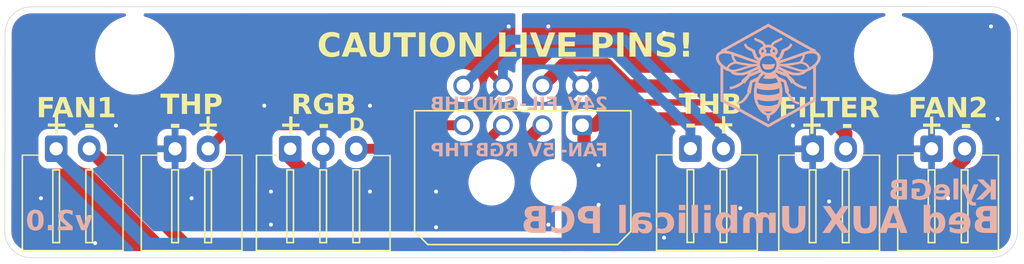
<source format=kicad_pcb>
(kicad_pcb (version 20241229) (generator "pcbnew") (generator_version "9.0")
  (layers (0 "F.Cu" signal) (2 "B.Cu" signal) (13 "F.Paste" user) (15 "B.Paste" user) (5 "F.SilkS" user "F.Silkscreen") (7 "B.SilkS" user "B.Silkscreen") (1 "F.Mask" user) (3 "B.Mask" user) (25 "Edge.Cuts" user))
  (net 0 "")
  (net 1 "+24V")
  (net 2 "/FILTER-")
  (net 3 "/THB")
  (net 4 "GND")
  (net 5 "/THP")
  (net 6 "/FAN-")
  (net 7 "/5V")
  (net 8 "/RGB")
  (footprint "Mounting:MountingHoleBare_M3" (layer "F.Cu") (at 112.7 104.66)
    (property "Reference" "H1" (hide yes))
    (property "Value" "MountingHole")
  )
  (footprint "Connector_JST:JST_XH_S2B-XH-A-1_1x02_P2.50mm_Horizontal" (layer "F.Cu") (at 106.75 111.76)
    (property "Reference" "J3" (hide yes))
    (property "Value" "JST-XHP-02" (hide yes))
  )
  (footprint "Connector_JST:JST_XH_S2B-XH-A-1_1x02_P2.50mm_Horizontal" (layer "F.Cu") (at 154.75 111.745)
    (property "Reference" "J7" (hide yes))
    (property "Value" "JST-XHP-02" (hide yes))
  )
  (footprint "Connector_Molex:Molex_Micro-Fit_3.0_43045-0800_2x04_P3.00mm_Horizontal" (layer "F.Cu") (at 146.56 109.98 180)
    (property "Reference" "J1" (hide yes))
    (property "Value" "Conn_02x04_Odd_Even" (hide yes))
  )
  (footprint "Connector_JST:JST_XH_S3B-XH-A-1_1x03_P2.50mm_Horizontal" (layer "F.Cu") (at 124.46 111.76)
    (property "Reference" "J6" (hide yes))
    (property "Value" "JST-XHP-02" (hide yes))
  )
  (footprint "Connector_JST:JST_XH_S2B-XH-A-1_1x02_P2.50mm_Horizontal" (layer "F.Cu") (at 173 111.76)
    (property "Reference" "J5" (hide yes))
    (property "Value" "JST-XHP-02" (hide yes))
  )
  (footprint "Mounting:MountingHoleBare_M3" (layer "F.Cu") (at 170.13 104.66)
    (property "Reference" "H2" (hide yes))
    (property "Value" "MountingHole")
  )
  (footprint "Connector_JST:JST_XH_S2B-XH-A-1_1x02_P2.50mm_Horizontal" (layer "F.Cu") (at 115.75 111.76)
    (property "Reference" "J2" (hide yes))
    (property "Value" "JST-XHP-02" (hide yes))
  )
  (footprint "Connector_JST:JST_XH_S2B-XH-A-1_1x02_P2.50mm_Horizontal" (layer "F.Cu") (at 164 111.76)
    (property "Reference" "J4" (hide yes))
    (property "Value" "JST-XHP-02" (hide yes))
  )
  (gr_poly (pts (xy 161.126281 105.318531) (xy 161.127408 105.318642) (xy 161.128477 105.31881) (xy 161.129492 105.319035) (xy 161.130456 105.319317) (xy 161.131374 105.319655) (xy 161.132249 105.32005) (xy 161.133086 105.320503) (xy 161.133888 105.321012) (xy 161.134658 105.321577) (xy 161.135402 105.3222) (xy 161.136122 105.32288) (xy 161.136823 105.323616) (xy 161.137508 105.324409) (xy 161.138182 105.325259) (xy 161.138848 105.326166) (xy 161.13951 105.32713) (xy 161.141694 105.332294) (xy 161.142969 105.339129) (xy 161.143355 105.347551) (xy 161.142872 105.357475) (xy 161.141543 105.368814) (xy 161.139386 105.381484) (xy 161.136423 105.395399) (xy 161.132675 105.410474) (xy 161.128162 105.426624) (xy 161.122905 105.443764) (xy 161.11024 105.480671) (xy 161.094848 105.520514) (xy 161.076892 105.56261) (xy 161.071074 105.574804) (xy 161.064581 105.58687) (xy 161.05748 105.598739) (xy 161.049841 105.610345) (xy 161.041732 105.62162) (xy 161.03322 105.632497) (xy 161.024376 105.642908) (xy 161.015266 105.652788) (xy 161.00596 105.662068) (xy 160.996526 105.670682) (xy 160.987033 105.678562) (xy 160.977549 105.685641) (xy 160.968142 105.691851) (xy 160.958882 105.697127) (xy 160.949836 105.701399) (xy 160.945414 105.703139) (xy 160.941072 105.704602) (xy 160.906236 105.716619) (xy 160.860815 105.731943) (xy 160.832009 105.74146) (xy 160.803503 105.74954) (xy 160.789223 105.753058) (xy 160.774852 105.756236) (xy 160.760333 105.75908) (xy 160.745612 105.761598) (xy 160.730632 105.763795) (xy 160.715338 105.765679) (xy 160.683586 105.76853) (xy 160.649912 105.770202) (xy 160.613871 105.770748) (xy 160.588817 105.77042) (xy 160.564293 105.769444) (xy 160.540352 105.767836) (xy 160.51705 105.765608) (xy 160.49444 105.762776) (xy 160.472577 105.759354) (xy 160.451515 105.755355) (xy 160.431309 105.750794) (xy 160.412011 105.745686) (xy 160.393678 105.740044) (xy 160.376362 105.733882) (xy 160.360119 105.727216) (xy 160.345003 105.720059) (xy 160.331067 105.712424) (xy 160.318366 105.704328) (xy 160.306954 105.695783) (xy 160.300409 105.689895) (xy 160.293701 105.682871) (xy 160.286874 105.674792) (xy 160.279972 105.665742) (xy 160.27304 105.655803) (xy 160.26612 105.645057) (xy 160.259257 105.633589) (xy 160.252494 105.621479) (xy 160.245877 105.608811) (xy 160.239448 105.595668) (xy 160.233251 105.582133) (xy 160.227331 105.568287) (xy 160.221732 105.554214) (xy 160.216497 105.539996) (xy 160.21167 105.525716) (xy 160.207295 105.511457) (xy 160.204538 105.500939) (xy 160.201905 105.489365) (xy 160.199413 105.476941) (xy 160.197083 105.463873) (xy 160.192986 105.436624) (xy 160.189766 105.409261) (xy 160.18758 105.383428) (xy 160.186923 105.371599) (xy 160.186583 105.360768) (xy 160.186578 105.351141) (xy 160.186929 105.342924) (xy 160.187655 105.336322) (xy 160.188774 105.33154) (xy 160.189634 105.329814) (xy 160.190569 105.328274) (xy 160.191592 105.32692) (xy 160.19214 105.326313) (xy 160.192715 105.325752) (xy 160.193319 105.325238) (xy 160.193952 105.32477) (xy 160.194618 105.324349) (xy 160.195316 105.323975) (xy 160.19605 105.323646) (xy 160.196819 105.323365) (xy 160.197628 105.32313) (xy 160.198475 105.322941) (xy 160.199364 105.322799) (xy 160.200296 105.322703) (xy 160.202296 105.322652) (xy 160.204486 105.322786) (xy 160.206881 105.323106) (xy 160.209493 105.323613) (xy 160.212335 105.324305) (xy 160.215419 105.325184) (xy 160.21876 105.326248) (xy 160.224699 105.328055) (xy 160.232375 105.330121) (xy 160.241456 105.332372) (xy 160.251612 105.334737) (xy 160.273826 105.339519) (xy 160.296371 105.343887) (xy 160.340324 105.351062) (xy 160.388079 105.357053) (xy 160.438998 105.361873) (xy 160.492438 105.365536) (xy 160.54776 105.368058) (xy 160.604321 105.369452) (xy 160.718602 105.368912) (xy 160.830154 105.364032) (xy 160.883305 105.36) (xy 160.933852 105.354925) (xy 160.981153 105.348822) (xy 161.024568 105.341705) (xy 161.063456 105.333587) (xy 161.097177 105.324484) (xy 161.102225 105.322944) (xy 161.106809 105.321632) (xy 161.108936 105.321061) (xy 161.110959 105.320547) (xy 161.11288 105.320089) (xy 161.114705 105.319689) (xy 161.116437 105.319345) (xy 161.11808 105.319058) (xy 161.119637 105.318828) (xy 161.121113 105.318655) (xy 161.122512 105.318539) (xy 161.123837 105.318479) (xy 161.125092 105.318477)) (fill yes) (layer "B.SilkS"))
  (gr_poly (pts (xy 160.646367 102.283553) (xy 160.647943 102.283592) (xy 160.649467 102.283656) (xy 160.65094 102.283747) (xy 160.652361 102.283863) (xy 160.653731 102.284005) (xy 160.655048 102.284173) (xy 160.656314 102.284367) (xy 160.657529 102.284586) (xy 160.658692 102.284832) (xy 160.659803 102.285103) (xy 160.660862 102.2854) (xy 160.66187 102.285723) (xy 160.662826 102.286072) (xy 160.66373 102.286447) (xy 160.664583 102.286847) (xy 160.665384 102.287274) (xy 160.666133 102.287726) (xy 160.666831 102.288204) (xy 160.667477 102.288708) (xy 160.668071 102.289237) (xy 160.668614 102.289793) (xy 160.669104 102.290374) (xy 160.669544 102.290981) (xy 160.669931 102.291614) (xy 160.670267 102.292273) (xy 160.670551 102.292958) (xy 160.670784 102.293669) (xy 160.670965 102.294405) (xy 160.671094 102.295167) (xy 160.671172 102.295955) (xy 160.671197 102.296769) (xy 160.671223 102.297518) (xy 160.671299 102.298276) (xy 160.671425 102.299042) (xy 160.671599 102.299815) (xy 160.67182 102.300592) (xy 160.672087 102.301373) (xy 160.672755 102.302943) (xy 160.673593 102.304512) (xy 160.674593 102.306071) (xy 160.675745 102.307609) (xy 160.67704 102.309116) (xy 160.67847 102.310582) (xy 160.680026 102.311996) (xy 160.681697 102.313349) (xy 160.683476 102.314628) (xy 160.685353 102.315826) (xy 160.687319 102.31693) (xy 160.689365 102.317931) (xy 160.691482 102.318818) (xy 160.701129 102.32382) (xy 160.706923 102.326957) (xy 160.71309 102.330393) (xy 160.719422 102.334036) (xy 160.725713 102.337793) (xy 160.731755 102.341571) (xy 160.737343 102.345276) (xy 160.743064 102.34894) (xy 160.748877 102.352593) (xy 160.754629 102.356144) (xy 160.760164 102.359497) (xy 160.765326 102.362562) (xy 160.769961 102.365244) (xy 160.773915 102.367451) (xy 160.777031 102.369089) (xy 160.780345 102.370555) (xy 160.784858 102.372878) (xy 160.790363 102.375925) (xy 160.796654 102.379562) (xy 160.810765 102.388064) (xy 160.825538 102.397311) (xy 160.844169 102.408073) (xy 160.868753 102.421895) (xy 160.895983 102.436874) (xy 160.922552 102.451109) (xy 160.952276 102.466599) (xy 160.987044 102.485064) (xy 161.054843 102.521665) (xy 161.113823 102.553746) (xy 161.138807 102.56743) (xy 161.156267 102.577227) (xy 161.170309 102.584807) (xy 161.185922 102.593543) (xy 161.201039 102.60228) (xy 161.207766 102.606287) (xy 161.213593 102.609859) (xy 161.228228 102.618362) (xy 161.247989 102.629593) (xy 161.270396 102.641981) (xy 161.281816 102.648119) (xy 161.292968 102.653957) (xy 161.341695 102.679202) (xy 161.36515 102.691784) (xy 161.375275 102.697449) (xy 161.383808 102.702464) (xy 161.465209 102.747787) (xy 161.519738 102.77798) (xy 161.558558 102.799078) (xy 161.592829 102.817116) (xy 161.654138 102.849969) (xy 161.681367 102.864803) (xy 161.705608 102.878191) (xy 161.726335 102.889842) (xy 161.743022 102.899468) (xy 161.75514 102.906779) (xy 161.759321 102.909475) (xy 161.762163 102.911485) (xy 161.76507 102.91349) (xy 161.769053 102.916115) (xy 161.773945 102.919236) (xy 161.779581 102.922729) (xy 161.785796 102.926471) (xy 161.792425 102.930336) (xy 161.799301 102.934201) (xy 161.80626 102.937943) (xy 161.833047 102.952273) (xy 161.854367 102.963781) (xy 161.870954 102.972871) (xy 161.877701 102.976635) (xy 161.88354 102.979945) (xy 161.888563 102.982853) (xy 161.892861 102.985407) (xy 161.896526 102.98766) (xy 161.89965 102.98966) (xy 161.902324 102.991459) (xy 161.90464 102.993107) (xy 161.90669 102.994654) (xy 161.908565 102.996151) (xy 161.912512 102.998676) (xy 161.919466 103.002793) (xy 161.940867 103.014892) (xy 161.969709 103.03063) (xy 162.002933 103.048186) (xy 162.038811 103.067012) (xy 162.071505 103.084359) (xy 162.100726 103.100074) (xy 162.126185 103.114001) (xy 162.147593 103.125984) (xy 162.16466 103.13587) (xy 162.177097 103.143503) (xy 162.181489 103.146426) (xy 162.184614 103.148727) (xy 162.18735 103.150774) (xy 162.191449 103.153523) (xy 162.196706 103.156851) (xy 162.202915 103.160634) (xy 162.209867 103.164747) (xy 162.217356 103.169067) (xy 162.225177 103.17347) (xy 162.233121 103.177831) (xy 162.270824 103.198116) (xy 162.29042 103.208838) (xy 162.299318 103.213836) (xy 162.307204 103.218401) (xy 162.323686 103.227951) (xy 162.342482 103.238575) (xy 162.361279 103.249035) (xy 162.37776 103.258089) (xy 162.385606 103.26215) (xy 162.394393 103.266936) (xy 162.40382 103.272258) (xy 162.413589 103.277932) (xy 162.423399 103.283772) (xy 162.432951 103.28959) (xy 162.441944 103.295203) (xy 162.45008 103.300422) (xy 162.457867 103.305243) (xy 162.465252 103.309724) (xy 162.472078 103.31377) (xy 162.478191 103.317289) (xy 162.483437 103.320188) (xy 162.487659 103.322374) (xy 162.489337 103.323171) (xy 162.490702 103.323754) (xy 162.491734 103.324112) (xy 162.492119 103.324204) (xy 162.492413 103.324234) (xy 162.495158 103.325275) (xy 162.501149 103.328258) (xy 162.521296 103.339227) (xy 162.549711 103.355488) (xy 162.583253 103.375387) (xy 162.61944 103.396333) (xy 162.655132 103.416618) (xy 162.686192 103.433926) (xy 162.708489 103.445943) (xy 162.725384 103.454734) (xy 162.741783 103.463361) (xy 162.749228 103.467354) (xy 162.755866 103.470995) (xy 162.761471 103.474182) (xy 162.765816 103.476811) (xy 162.822701 103.511716) (xy 162.84333 103.52411) (xy 162.861066 103.534468) (xy 162.877643 103.543792) (xy 162.8948 103.553085) (xy 162.937795 103.575589) (xy 162.948037 103.58114) (xy 162.958713 103.587095) (xy 162.969514 103.593277) (xy 162.980128 103.599511) (xy 162.990246 103.605621) (xy 162.999558 103.611431) (xy 163.007754 103.616766) (xy 163.014524 103.62145) (xy 163.017373 103.623422) (xy 163.020281 103.62536) (xy 163.023225 103.627252) (xy 163.026182 103.629084) (xy 163.029129 103.630844) (xy 163.032042 103.632519) (xy 163.034898 103.634095) (xy 163.037675 103.635561) (xy 163.040348 103.636902) (xy 163.042894 103.638107) (xy 163.045291 103.639161) (xy 163.047514 103.640053) (xy 163.049541 103.640769) (xy 163.051348 103.641297) (xy 163.052913 103.641623) (xy 163.054211 103.641734) (xy 163.055573 103.641795) (xy 163.057005 103.641972) (xy 163.058494 103.642258) (xy 163.060027 103.642644) (xy 163.06159 103.643123) (xy 163.063172 103.643688) (xy 163.064759 103.64433) (xy 163.066338 103.645042) (xy 163.067896 103.645816) (xy 163.069421 103.646644) (xy 163.0709 103.647518) (xy 163.072319 103.648432) (xy 163.073665 103.649376) (xy 163.074927 103.650344) (xy 163.07609 103.651327) (xy 163.077142 103.652318) (xy 163.080403 103.65509) (xy 163.085494 103.658743) (xy 163.100803 103.668496) (xy 163.122333 103.681184) (xy 163.149351 103.696415) (xy 163.216916 103.732933) (xy 163.297627 103.774908) (xy 163.312982 103.782685) (xy 163.328358 103.790659) (xy 163.343362 103.798612) (xy 163.3576 103.806327) (xy 163.370681 103.813588) (xy 163.382212 103.820176) (xy 163.391799 103.825876) (xy 163.399051 103.83047) (xy 163.415409 103.840089) (xy 163.438629 103.853181) (xy 163.465653 103.867926) (xy 163.49342 103.882505) (xy 163.520402 103.896341) (xy 163.545234 103.909184) (xy 163.565105 103.919712) (xy 163.572302 103.923695) (xy 163.577204 103.926602) (xy 163.614728 103.949685) (xy 163.631542 103.959794) (xy 163.647209 103.969046) (xy 163.661842 103.977512) (xy 163.675555 103.985266) (xy 163.688462 103.992378) (xy 163.700676 103.998922) (xy 163.745863 104.024044) (xy 163.764874 104.03478) (xy 163.781705 104.044452) (xy 163.796511 104.053174) (xy 163.809445 104.061058) (xy 163.820664 104.068218) (xy 163.830322 104.074769) (xy 163.832665 104.076556) (xy 163.835051 104.078274) (xy 163.83746 104.079918) (xy 163.839872 104.08148) (xy 163.842269 104.082954) (xy 163.844632 104.084334) (xy 163.84694 104.085614) (xy 163.849174 104.086786) (xy 163.851315 104.087844) (xy 163.853344 104.088782) (xy 163.855241 104.089594) (xy 163.856987 104.090272) (xy 163.858563 104.090811) (xy 163.859948 104.091204) (xy 163.861125 104.091444) (xy 163.862072 104.091526) (xy 163.863114 104.091587) (xy 163.864248 104.091765) (xy 163.865462 104.092055) (xy 163.866744 104.092449) (xy 163.868083 104.092942) (xy 163.869467 104.093526) (xy 163.870885 104.094195) (xy 163.872325 104.094944) (xy 163.873775 104.095764) (xy 163.875224 104.096651) (xy 163.87666 104.097596) (xy 163.878071 104.098595) (xy 163.879447 104.099641) (xy 163.880774 104.100726) (xy 163.882042 104.101845) (xy 163.883239 104.102991) (xy 163.886949 104.10605) (xy 163.892121 104.109601) (xy 163.906831 104.118164) (xy 163.927329 104.128649) (xy 163.953574 104.141025) (xy 163.985524 104.155262) (xy 164.023137 104.171328) (xy 164.066373 104.189193) (xy 164.11519 104.208825) (xy 164.156459 104.225482) (xy 164.172865 104.232238) (xy 164.18671 104.238232) (xy 164.198189 104.243678) (xy 164.203101 104.246263) (xy 164.207495 104.248791) (xy 164.211393 104.25129) (xy 164.214821 104.253785) (xy 164.217803 104.256305) (xy 164.220362 104.258875) (xy 164.222524 104.261523) (xy 164.224312 104.264275) (xy 164.22575 104.267158) (xy 164.226863 104.270199) (xy 164.227675 104.273425) (xy 164.228211 104.276862) (xy 164.228493 104.280538) (xy 164.228548 104.284479) (xy 164.228398 104.288712) (xy 164.228069 104.293263) (xy 164.226967 104.30343) (xy 164.22367 104.328769) (xy 164.223315 104.331969) (xy 164.22327 104.334984) (xy 164.223577 104.337854) (xy 164.224276 104.34062) (xy 164.225409 104.343324) (xy 164.227018 104.346008) (xy 164.229144 104.348713) (xy 164.231828 104.351479) (xy 164.235111 104.354349) (xy 164.239035 104.357363) (xy 164.243641 104.360564) (xy 164.248971 104.363992) (xy 164.255065 104.367688) (xy 164.261965 104.371695) (xy 164.27835 104.380804) (xy 164.299996 104.393056) (xy 164.321538 104.406268) (xy 164.342874 104.420346) (xy 164.363899 104.435195) (xy 164.384511 104.450721) (xy 164.404606 104.466829) (xy 164.424081 104.483426) (xy 164.442833 104.500417) (xy 164.460758 104.517708) (xy 164.477752 104.535204) (xy 164.493713 104.552811) (xy 164.508538 104.570435) (xy 164.522122 104.587982) (xy 164.534362 104.605357) (xy 164.545155 104.622465) (xy 164.554399 104.639213) (xy 164.55922 104.649094) (xy 164.5637 104.658726) (xy 164.567747 104.667863) (xy 164.571266 104.676255) (xy 164.574165 104.683655) (xy 164.575353 104.686906) (xy 164.576351 104.689815) (xy 164.577148 104.692352) (xy 164.577731 104.694487) (xy 164.578089 104.696187) (xy 164.578211 104.697422) (xy 164.57827 104.699211) (xy 164.578441 104.701097) (xy 164.578719 104.703069) (xy 164.579097 104.705117) (xy 164.58013 104.709392) (xy 164.581491 104.713834) (xy 164.583131 104.718354) (xy 164.585002 104.722862) (xy 164.587053 104.72727) (xy 164.589236 104.731487) (xy 164.591501 104.735425) (xy 164.5938 104.738996) (xy 164.596084 104.742108) (xy 164.597205 104.743465) (xy 164.598303 104.744675) (xy 164.599373 104.745725) (xy 164.600409 104.746605) (xy 164.601403 104.747305) (xy 164.602351 104.747811) (xy 164.603246 104.748115) (xy 164.604082 104.748204) (xy 164.604853 104.748066) (xy 164.605552 104.747693) (xy 164.605963 104.747588) (xy 164.606368 104.747766) (xy 164.607159 104.748943) (xy 164.607922 104.751169) (xy 164.608653 104.75439) (xy 164.610001 104.763598) (xy 164.611174 104.776135) (xy 164.61214 104.791566) (xy 164.612869 104.809456) (xy 164.613329 104.829372) (xy 164.613489 104.85088) (xy 164.613368 104.87235) (xy 164.61302 104.892166) (xy 164.612466 104.909915) (xy 164.611725 104.925184) (xy 164.611291 104.931759) (xy 164.610819 104.937559) (xy 164.61031 104.942532) (xy 164.609768 104.946626) (xy 164.609195 104.949791) (xy 164.608593 104.951973) (xy 164.608283 104.95268) (xy 164.607966 104.953122) (xy 164.607643 104.953293) (xy 164.607315 104.953186) (xy 164.606689 104.952685) (xy 164.605971 104.952494) (xy 164.60517 104.952598) (xy 164.604292 104.952983) (xy 164.603346 104.953632) (xy 164.602337 104.954531) (xy 164.600164 104.957017) (xy 164.59783 104.960319) (xy 164.595394 104.964317) (xy 164.592914 104.968888) (xy 164.590449 104.973911) (xy 164.588055 104.979265) (xy 164.585792 104.984829) (xy 164.583718 104.99048) (xy 164.581891 104.996098) (xy 164.580368 105.00156) (xy 164.579209 105.006747) (xy 164.57847 105.011535) (xy 164.578211 105.015804) (xy 164.577558 105.022097) (xy 164.575672 105.030554) (xy 164.572665 105.04092) (xy 164.568648 105.052942) (xy 164.558027 105.080932) (xy 164.544698 105.112487) (xy 164.529549 105.145572) (xy 164.513471 105.178151) (xy 164.497352 105.208187) (xy 164.489554 105.221615) (xy 164.48208 105.233644) (xy 164.454675 105.275707) (xy 164.441619 105.29496) (xy 164.428873 105.313171) (xy 164.41635 105.330446) (xy 164.40396 105.346893) (xy 164.391614 105.362619) (xy 164.379222 105.377732) (xy 164.366697 105.392338) (xy 164.353947 105.406545) (xy 164.340886 105.42046) (xy 164.327422 105.43419) (xy 164.313467 105.447843) (xy 164.298933 105.461525) (xy 164.283729 105.475345) (xy 164.267767 105.489408) (xy 164.26278 105.499149) (xy 164.258961 105.527814) (xy 164.254207 105.694129) (xy 164.251892 106.8282) (xy 164.250969 107.470104) (xy 164.249136 107.879588) (xy 164.247698 108.010117) (xy 164.245815 108.098076) (xy 164.243416 108.148641) (xy 164.241999 108.161519) (xy 164.240427 108.166991) (xy 164.239016 108.16858) (xy 164.23712 108.170359) (xy 164.234768 108.172311) (xy 164.231993 108.174419) (xy 164.225296 108.179037) (xy 164.217276 108.184079) (xy 164.20818 108.18941) (xy 164.198259 108.194897) (xy 164.187758 108.200404) (xy 164.176927 108.205797) (xy 164.123724 108.230777) (xy 164.061199 108.261111) (xy 163.927116 108.328167) (xy 163.812546 108.387615) (xy 163.774412 108.408441) (xy 163.755357 108.420109) (xy 163.75205 108.422316) (xy 163.746923 108.425525) (xy 163.732206 108.434331) (xy 163.713189 108.445286) (xy 163.691857 108.457151) (xy 163.629625 108.491506) (xy 163.608451 108.503272) (xy 163.592197 108.512383) (xy 163.579581 108.519551) (xy 163.569322 108.525488) (xy 163.550746 108.536526) (xy 163.536483 108.545029) (xy 163.516681 108.55626) (xy 163.494067 108.568648) (xy 163.471371 108.580623) (xy 163.445257 108.594307) (xy 163.413273 108.611381) (xy 163.347899 108.646769) (xy 163.314303 108.665524) (xy 163.274918 108.687008) (xy 163.234542 108.708657) (xy 163.197969 108.727908) (xy 163.137555 108.760099) (xy 163.115616 108.77206) (xy 163.108161 108.776284) (xy 163.1036 108.779061) (xy 163.002177 108.832859) (xy 162.983988 108.842401) (xy 162.96548 108.852304) (xy 162.929526 108.871996) (xy 162.898369 108.889538) (xy 162.876058 108.902533) (xy 162.858301 108.913694) (xy 162.839499 108.925009) (xy 162.818775 108.936965) (xy 162.79525 108.950048) (xy 162.736284 108.981536) (xy 162.655572 109.023359) (xy 162.636306 109.033111) (xy 162.617194 109.042996) (xy 162.598723 109.052737) (xy 162.581379 109.062055) (xy 162.565647 109.070669) (xy 162.552013 109.078302) (xy 162.540963 109.084674) (xy 162.532982 109.089505) (xy 162.526252 109.09411) (xy 162.518168 109.099221) (xy 162.50903 109.104683) (xy 162.499137 109.110341) (xy 162.48879 109.116041) (xy 162.478288 109.121627) (xy 162.46793 109.126945) (xy 162.458017 109.131839) (xy 162.410722 109.157305) (xy 162.360121 109.184755) (xy 162.336157 109.198357) (xy 162.30996 109.212867) (xy 162.284591 109.226551) (xy 162.273172 109.232541) (xy 162.263107 109.237672) (xy 162.241995 109.249165) (xy 162.216584 109.262807) (xy 162.190181 109.277111) (xy 162.166093 109.290589) (xy 162.1133 109.319817) (xy 162.055299 109.351112) (xy 161.875051 109.446693) (xy 161.766242 109.505011) (xy 161.726099 109.526936) (xy 161.71209 109.534824) (xy 161.703072 109.540179) (xy 161.696134 109.544451) (xy 161.688079 109.549219) (xy 161.679198 109.554318) (xy 161.669779 109.559582) (xy 161.660112 109.564846) (xy 161.650486 109.569945) (xy 161.641191 109.574713) (xy 161.632517 109.578984) (xy 161.623761 109.583627) (xy 161.61423 109.588837) (xy 161.594042 109.600261) (xy 161.57435 109.611851) (xy 161.565439 109.617268) (xy 161.557551 109.6222) (xy 161.539678 109.633307) (xy 161.517092 109.646894) (xy 161.492687 109.661143) (xy 161.480707 109.667947) (xy 161.469357 109.674234) (xy 161.458526 109.680203) (xy 161.448025 109.6861) (xy 161.438103 109.691768) (xy 161.429008 109.697055) (xy 161.420988 109.701804) (xy 161.414291 109.705861) (xy 161.409164 109.70907) (xy 161.405857 109.711276) (xy 161.402762 109.713483) (xy 161.39763 109.716692) (xy 161.390742 109.720748) (xy 161.382375 109.725497) (xy 161.362325 109.736453) (xy 161.339711 109.748318) (xy 161.306959 109.765437) (xy 161.27646 109.781584) (xy 161.248647 109.796532) (xy 161.223956 109.810054) (xy 161.202821 109.821922) (xy 161.185674 109.83191) (xy 161.172951 109.839789) (xy 161.168385 109.842867) (xy 161.165086 109.845332) (xy 161.163571 109.84657) (xy 161.161691 109.847959) (xy 161.156942 109.851133) (xy 161.151056 109.854742) (xy 161.14425 109.858671) (xy 161.136742 109.862807) (xy 161.128747 109.867036) (xy 161.120484 109.871244) (xy 161.112169 109.875318) (xy 161.096894 109.883076) (xy 161.0829 109.890421) (xy 161.070312 109.89727) (xy 161.059253 109.90354) (xy 161.049848 109.909149) (xy 161.045804 109.911679) (xy 161.04222 109.914013) (xy 161.039112 109.91614) (xy 161.036495 109.918051) (xy 161.034384 109.919734) (xy 161.032794 109.921179) (xy 161.03101 109.922917) (xy 161.028356 109.925122) (xy 161.020764 109.930729) (xy 161.010672 109.937596) (xy 160.99873 109.945322) (xy 160.985588 109.953502) (xy 160.971899 109.961735) (xy 160.958313 109.969615) (xy 160.945482 109.976741) (xy 160.938661 109.980436) (xy 160.93093 109.984803) (xy 160.922538 109.989686) (xy 160.913732 109.994931) (xy 160.895873 110.005887) (xy 160.879336 110.016429) (xy 160.864156 110.025882) (xy 160.847517 110.035831) (xy 160.829122 110.046442) (xy 160.80867 110.05788) (xy 160.760398 110.083898) (xy 160.700302 110.115207) (xy 160.680044 110.125619) (xy 160.671714 110.129653) (xy 160.664252 110.132859) (xy 160.65741 110.135202) (xy 160.654144 110.136039) (xy 160.65094 110.136647) (xy 160.647767 110.137022) (xy 160.644594 110.137159) (xy 160.641391 110.137055) (xy 160.638125 110.136704) (xy 160.634766 110.136103) (xy 160.631283 110.135246) (xy 160.627645 110.13413) (xy 160.62382 110.132751) (xy 160.61549 110.129183) (xy 160.606044 110.124508) (xy 160.595233 110.118691) (xy 160.58281 110.111698) (xy 160.552135 110.09404) (xy 160.534565 110.08387) (xy 160.512778 110.071551) (xy 160.467468 110.046415) (xy 160.442981 110.032745) (xy 160.413118 110.015767) (xy 160.352815 109.981151) (xy 160.326275 109.965704) (xy 160.302545 109.952157) (xy 160.292509 109.946588) (xy 160.284107 109.942084) (xy 160.277647 109.93884) (xy 160.275243 109.937753) (xy 160.27344 109.937054) (xy 160.269766 109.935387) (xy 160.264221 109.932479) (xy 160.257085 109.928496) (xy 160.248636 109.923604) (xy 160.228916 109.911753) (xy 160.207295 109.898249) (xy 160.185232 109.883972) (xy 160.163087 109.870026) (xy 160.152785 109.863694) (xy 160.143423 109.858065) (xy 160.135321 109.853345) (xy 160.128802 109.849742) (xy 160.094736 109.83111) (xy 160.049427 109.806526) (xy 160.038635 109.800597) (xy 160.028246 109.794813) (xy 160.009629 109.784257) (xy 159.995476 109.776016) (xy 159.990669 109.773126) (xy 159.987691 109.771248) (xy 159.963699 109.75744) (xy 159.906882 109.72693) (xy 159.714288 109.625727) (xy 159.699394 109.618162) (xy 159.684109 109.610183) (xy 159.668864 109.602039) (xy 159.654095 109.593977) (xy 159.640235 109.586247) (xy 159.627719 109.579095) (xy 159.616981 109.572769) (xy 159.608454 109.567519) (xy 159.601089 109.56287) (xy 159.593682 109.558272) (xy 159.58644 109.553861) (xy 159.579571 109.54977) (xy 159.57328 109.546134) (xy 159.567775 109.543087) (xy 159.563262 109.540763) (xy 159.561442 109.539914) (xy 159.559947 109.539297) (xy 159.552589 109.535452) (xy 159.542088 109.529706) (xy 159.529934 109.522802) (xy 159.523702 109.519148) (xy 159.517614 109.515484) (xy 159.4997 109.50508) (xy 159.472194 109.489798) (xy 159.438735 109.471704) (xy 159.402961 109.452867) (xy 159.3688 109.434139) (xy 159.33869 109.417479) (xy 159.326213 109.410466) (xy 159.316021 109.404621) (xy 159.308536 109.400161) (xy 159.304183 109.397303) (xy 159.302527 109.395995) (xy 159.30023 109.394398) (xy 159.29389 109.390427) (xy 159.285502 109.385568) (xy 159.27541 109.379996) (xy 159.263953 109.373886) (xy 159.251474 109.367414) (xy 159.224809 109.354089) (xy 159.197826 109.340253) (xy 159.172994 109.32741) (xy 159.153123 109.316882) (xy 159.145926 109.3129) (xy 159.141024 109.309992) (xy 159.097864 109.283657) (xy 159.079012 109.272459) (xy 159.060987 109.262035) (xy 159.043045 109.251984) (xy 159.024442 109.241902) (xy 159.004433 109.231386) (xy 158.982274 109.220033) (xy 158.893886 109.173621) (xy 158.814263 109.130516) (xy 158.778514 109.110617) (xy 158.745885 109.092041) (xy 158.716688 109.074953) (xy 158.691232 109.059519) (xy 158.686888 109.056854) (xy 158.681283 109.05358) (xy 158.667199 109.045739) (xy 158.659175 109.041441) (xy 158.6508 109.037071) (xy 158.642301 109.032763) (xy 158.633906 109.028651) (xy 158.594301 109.00743) (xy 158.539979 108.977278) (xy 158.486318 108.946796) (xy 158.464541 108.934118) (xy 158.448697 108.924582) (xy 158.445302 108.922573) (xy 158.440553 108.919924) (xy 158.427861 108.913116) (xy 158.395781 108.89636) (xy 158.381421 108.888972) (xy 158.364913 108.880085) (xy 158.346419 108.869772) (xy 158.326107 108.858105) (xy 158.304141 108.845157) (xy 158.280687 108.830999) (xy 158.25591 108.815705) (xy 158.229975 108.799346) (xy 158.208905 108.787619) (xy 158.169231 108.766383) (xy 158.116494 108.738698) (xy 158.056232 108.707624) (xy 157.995736 108.676245) (xy 157.941359 108.647761) (xy 157.899218 108.625396) (xy 157.875433 108.612373) (xy 157.867937 108.607821) (xy 157.858291 108.602245) (xy 157.834203 108.588892) (xy 157.806476 108.57405) (xy 157.77842 108.559456) (xy 157.700905 108.519397) (xy 157.631907 108.483058) (xy 157.576633 108.453169) (xy 157.555772 108.441495) (xy 157.540295 108.432457) (xy 157.493142 108.405139) (xy 157.435095 108.37349) (xy 157.370227 108.339548) (xy 157.302611 108.305346) (xy 157.236317 108.272923) (xy 157.175418 108.244313) (xy 157.123986 108.221553) (xy 157.086093 108.206679) (xy 157.024357 108.185512) (xy 157.024031 108.020482) (xy 157.224381 108.020482) (xy 157.224428 108.021768) (xy 157.224536 108.022975) (xy 157.22471 108.024108) (xy 157.224951 108.02517) (xy 157.225261 108.026166) (xy 157.225644 108.0271) (xy 157.226102 108.027975) (xy 157.226637 108.028796) (xy 157.227253 108.029567) (xy 157.227951 108.030291) (xy 157.228734 108.030974) (xy 157.229605 108.031618) (xy 157.230567 108.032229) (xy 157.231621 108.032809) (xy 157.232772 108.033363) (xy 157.23402 108.033895) (xy 157.235369 108.03441) (xy 157.23838 108.035401) (xy 157.241825 108.036369) (xy 157.245725 108.037346) (xy 157.252186 108.039461) (xy 157.261366 108.043023) (xy 157.27284 108.047826) (xy 157.286184 108.053662) (xy 157.316791 108.067607) (xy 157.349795 108.083207) (xy 157.400713 108.108783) (xy 157.42224 108.11998) (xy 157.44295 108.131052) (xy 157.487337 108.155636) (xy 157.544704 108.188158) (xy 157.603133 108.219798) (xy 157.641939 108.24062) (xy 157.681406 108.261359) (xy 157.718213 108.280569) (xy 157.749646 108.297299) (xy 157.762288 108.304165) (xy 157.772315 108.309728) (xy 157.779303 108.313763) (xy 157.781526 108.315135) (xy 157.782829 108.31604) (xy 157.807276 108.330192) (xy 157.871906 108.364437) (xy 158.148836 108.507422) (xy 158.20619 108.537229) (xy 158.254449 108.562654) (xy 158.288487 108.580968) (xy 158.29857 108.586606) (xy 158.303177 108.589443) (xy 158.307359 108.592492) (xy 158.313815 108.596636) (xy 158.33669 108.609948) (xy 158.378087 108.632851) (xy 158.444288 108.668818) (xy 158.455198 108.674866) (xy 158.465923 108.680986) (xy 158.476193 108.687003) (xy 158.485739 108.692741) (xy 158.494293 108.698024) (xy 158.501586 108.702676) (xy 158.50735 108.706522) (xy 158.511315 108.709387) (xy 158.512677 108.710688) (xy 158.514108 108.711943) (xy 158.515592 108.713147) (xy 158.517117 108.714293) (xy 158.518668 108.715377) (xy 158.52023 108.716395) (xy 158.521789 108.717339) (xy 158.523332 108.718207) (xy 158.524844 108.718991) (xy 158.52631 108.719688) (xy 158.527717 108.720292) (xy 158.529051 108.720797) (xy 158.530296 108.721199) (xy 158.53144 108.721493) (xy 158.532467 108.721673) (xy 158.533364 108.721734) (xy 158.534485 108.721928) (xy 158.53617 108.722496) (xy 158.541095 108.724683) (xy 158.547859 108.728153) (xy 158.556184 108.732759) (xy 158.565791 108.738357) (xy 158.5764 108.744803) (xy 158.587733 108.751951) (xy 158.59951 108.759658) (xy 158.611809 108.767395) (xy 158.624645 108.775257) (xy 158.637647 108.783036) (xy 158.650442 108.790526) (xy 158.662658 108.79752) (xy 158.673924 108.80381) (xy 158.683867 108.809192) (xy 158.692114 108.813457) (xy 158.706377 108.820278) (xy 158.720226 108.827017) (xy 158.726453 108.830123) (xy 158.731926 108.832928) (xy 158.736427 108.835342) (xy 158.739739 108.837269) (xy 158.742612 108.838997) (xy 158.745858 108.840838) (xy 158.749351 108.842742) (xy 158.752968 108.844656) (xy 158.760079 108.848308) (xy 158.766197 108.851381) (xy 158.770309 108.853287) (xy 158.777098 108.856879) (xy 158.797176 108.868248) (xy 158.823372 108.883751) (xy 158.852628 108.901651) (xy 158.889366 108.923286) (xy 158.934869 108.949056) (xy 158.983349 108.975817) (xy 159.029017 109.000428) (xy 159.108075 109.041728) (xy 159.139258 109.058332) (xy 159.166049 109.072858) (xy 159.189326 109.085772) (xy 159.209967 109.097539) (xy 159.228851 109.108624) (xy 159.246857 109.119491) (xy 159.263655 109.129317) (xy 159.283348 109.140548) (xy 159.29353 109.146199) (xy 159.303536 109.151613) (xy 159.313067 109.156593) (xy 159.321822 109.160942) (xy 159.338717 109.169735) (xy 159.355116 109.178361) (xy 159.362561 109.182354) (xy 159.369199 109.185996) (xy 159.374804 109.189182) (xy 159.379149 109.191811) (xy 159.441422 109.230052) (xy 159.463562 109.243482) (xy 159.481785 109.254319) (xy 159.497651 109.26346) (xy 159.512722 109.271806) (xy 159.528557 109.280255) (xy 159.546718 109.289707) (xy 159.566176 109.300263) (xy 159.585965 109.311314) (xy 159.59526 109.316665) (xy 159.603769 109.321705) (xy 159.611203 109.32629) (xy 159.617274 109.330276) (xy 159.623273 109.334061) (xy 159.629883 109.338062) (xy 159.636885 109.342167) (xy 159.644063 109.346261) (xy 159.651199 109.350232) (xy 159.658077 109.353965) (xy 159.66448 109.357346) (xy 159.67019 109.360263) (xy 159.709768 109.381429) (xy 159.737783 109.396725) (xy 159.767204 109.413179) (xy 159.83776 109.451433) (xy 159.875353 109.471594) (xy 159.908316 109.489026) (xy 159.965422 109.520556) (xy 159.989179 109.533674) (xy 160.005329 109.542824) (xy 160.011479 109.546517) (xy 160.019137 109.550872) (xy 160.027995 109.555723) (xy 160.037741 109.560904) (xy 160.048066 109.566251) (xy 160.058659 109.571598) (xy 160.069212 109.57678) (xy 160.079413 109.58163) (xy 160.089767 109.587093) (xy 160.101392 109.593413) (xy 160.126927 109.607758) (xy 160.152959 109.62293) (xy 160.165204 109.630284) (xy 160.176427 109.637193) (xy 160.198461 109.651138) (xy 160.221737 109.665415) (xy 160.243523 109.678368) (xy 160.253006 109.683832) (xy 160.261093 109.688345) (xy 160.30034 109.710063) (xy 160.344878 109.735089) (xy 160.365328 109.746581) (xy 160.375574 109.752235) (xy 160.385447 109.757578) (xy 160.39466 109.762425) (xy 160.402921 109.76659) (xy 160.409942 109.769887) (xy 160.412897 109.771152) (xy 160.415433 109.77213) (xy 160.427641 109.777556) (xy 160.4405 109.783623) (xy 160.455074 109.790889) (xy 160.472429 109.799912) (xy 160.519737 109.82546) (xy 160.59094 109.864734) (xy 160.599321 109.868971) (xy 160.607878 109.872744) (xy 160.616541 109.876048) (xy 160.62524 109.878873) (xy 160.633902 109.881213) (xy 160.642457 109.883059) (xy 160.650833 109.884404) (xy 160.65896 109.88524) (xy 160.666767 109.885559) (xy 160.674182 109.885354) (xy 160.677721 109.885052) (xy 160.681135 109.884616) (xy 160.684416 109.884045) (xy 160.687555 109.883338) (xy 160.690542 109.882494) (xy 160.693369 109.881513) (xy 160.696028 109.880392) (xy 160.698508 109.879132) (xy 160.700802 109.87773) (xy 160.702901 109.876187) (xy 160.704795 109.874501) (xy 160.706475 109.872672) (xy 160.707672 109.871361) (xy 160.708942 109.870078) (xy 160.710274 109.868831) (xy 160.711657 109.867628) (xy 160.713081 109.866477) (xy 160.714537 109.865385) (xy 160.716013 109.864361) (xy 160.7175 109.863411) (xy 160.718986 109.862544) (xy 160.720462 109.861768) (xy 160.721918 109.86109) (xy 160.723342 109.860517) (xy 160.724726 109.860059) (xy 160.726057 109.859722) (xy 160.727327 109.859514) (xy 160.727935 109.85946) (xy 160.728524 109.859443) (xy 160.729183 109.859432) (xy 160.729836 109.859402) (xy 160.730482 109.859352) (xy 160.731121 109.859284) (xy 160.731753 109.859198) (xy 160.732376 109.859094) (xy 160.732991 109.858973) (xy 160.733595 109.858836) (xy 160.734189 109.858684) (xy 160.734772 109.858517) (xy 160.735344 109.858335) (xy 160.735903 109.85814) (xy 160.73645 109.857932) (xy 160.736982 109.857712) (xy 160.737501 109.857481) (xy 160.738005 109.857238) (xy 160.738493 109.856985) (xy 160.738965 109.856722) (xy 160.73942 109.85645) (xy 160.739858 109.85617) (xy 160.740278 109.855882) (xy 160.740679 109.855587) (xy 160.741061 109.855285) (xy 160.741422 109.854978) (xy 160.741763 109.854665) (xy 160.742083 109.854348) (xy 160.74238 109.854028) (xy 160.742656 109.853703) (xy 160.742907 109.853377) (xy 160.743135 109.853048) (xy 160.743339 109.852718) (xy 160.743517 109.852388) (xy 160.744734 109.850487) (xy 160.747053 109.848097) (xy 160.75046 109.845223) (xy 160.754941 109.841873) (xy 160.767066 109.833768) (xy 160.783315 109.823834) (xy 160.803573 109.812123) (xy 160.827729 109.798685) (xy 160.855667 109.783573) (xy 160.887274 109.766838) (xy 160.91777 109.750619) (xy 160.948679 109.733655) (xy 160.963178 109.725489) (xy 160.976447 109.717849) (xy 160.988041 109.710974) (xy 160.997517 109.705102) (xy 161.01517 109.693927) (xy 161.033566 109.682503) (xy 161.050475 109.672237) (xy 161.057673 109.667977) (xy 161.063663 109.664534) (xy 161.077223 109.657133) (xy 161.09409 109.647666) (xy 161.129808 109.627491) (xy 161.138204 109.622508) (xy 161.146703 109.617556) (xy 161.163102 109.608199) (xy 161.177185 109.60033) (xy 161.187135 109.59486) (xy 161.219106 109.577551) (xy 161.243938 109.563977) (xy 161.27092 109.548998) (xy 161.333097 109.515595) (xy 161.364185 109.499017) (xy 161.389982 109.485498) (xy 161.413326 109.472545) (xy 161.437828 109.458599) (xy 161.460676 109.445315) (xy 161.479059 109.434346) (xy 161.487783 109.428975) (xy 161.499081 109.422301) (xy 161.527455 109.406123) (xy 161.560294 109.387961) (xy 161.593712 109.369963) (xy 161.609771 109.361359) (xy 161.625282 109.35289) (xy 161.639864 109.344771) (xy 161.653132 109.337221) (xy 161.664706 109.330457) (xy 161.674203 109.324695) (xy 161.681239 109.320153) (xy 161.683715 109.318407) (xy 161.685433 109.317047) (xy 161.689306 109.314103) (xy 161.695411 109.310033) (xy 161.703417 109.305032) (xy 161.712994 109.299298) (xy 161.723812 109.293026) (xy 161.735539 109.286413) (xy 161.747845 109.279656) (xy 161.760399 109.27295) (xy 161.785314 109.259431) (xy 161.806921 109.247484) (xy 161.815761 109.242487) (xy 161.822906 109.238347) (xy 161.828067 109.235221) (xy 161.829813 109.234086) (xy 161.830954 109.233262) (xy 161.841524 109.227116) (xy 161.863256 109.215183) (xy 161.89309 109.19928) (xy 161.927968 109.181228) (xy 162.0058 109.139997) (xy 162.041574 109.120704) (xy 162.069079 109.105381) (xy 162.133571 109.070984) (xy 162.2146 109.028651) (xy 162.233827 109.018902) (xy 162.252827 109.009028) (xy 162.271124 108.99932) (xy 162.288242 108.990066) (xy 162.317044 108.974081) (xy 162.327775 108.967928) (xy 162.335427 108.963388) (xy 162.342678 108.958792) (xy 162.352266 108.95308) (xy 162.376878 108.939134) (xy 162.40612 108.923204) (xy 162.43685 108.906943) (xy 162.506634 108.871211) (xy 162.536007 108.855861) (xy 162.563189 108.841348) (xy 162.589296 108.827042) (xy 162.615444 108.812313) (xy 162.64275 108.796529) (xy 162.67233 108.779061) (xy 162.757561 108.728528) (xy 162.827 108.688331) (xy 162.859028 108.670377) (xy 162.890983 108.652929) (xy 162.924157 108.635295) (xy 162.959843 108.616783) (xy 162.980578 108.605722) (xy 163.002025 108.593949) (xy 163.023576 108.581824) (xy 163.04462 108.569709) (xy 163.064548 108.557967) (xy 163.08275 108.546958) (xy 163.098617 108.537045) (xy 163.111537 108.528589) (xy 163.133727 108.514083) (xy 163.15478 108.500849) (xy 163.176867 108.487677) (xy 163.202158 108.473357) (xy 163.232822 108.456681) (xy 163.271032 108.436439) (xy 163.378767 108.380422) (xy 163.580732 108.275471) (xy 163.595727 108.267566) (xy 163.610071 108.259857) (xy 163.623443 108.252542) (xy 163.635523 108.245815) (xy 163.645991 108.239874) (xy 163.654526 108.234915) (xy 163.660808 108.231134) (xy 163.664517 108.228727) (xy 163.669054 108.225799) (xy 163.678325 108.220514) (xy 163.708834 108.204033) (xy 163.751581 108.181599) (xy 163.8021 108.155526) (xy 163.854272 108.128444) (xy 163.898673 108.105228) (xy 163.935797 108.085608) (xy 163.966142 108.069316) (xy 163.990202 108.056083) (xy 164.008475 108.045641) (xy 164.021456 108.037721) (xy 164.026118 108.034623) (xy 164.029642 108.032054) (xy 164.032376 108.017348) (xy 164.034644 107.9751) (xy 164.03791 107.787425) (xy 164.040225 106.85554) (xy 164.040325 106.431773) (xy 164.040033 106.122644) (xy 164.039461 106.005682) (xy 164.038458 105.910916) (xy 164.036913 105.836189) (xy 164.035902 105.805667) (xy 164.034713 105.779347) (xy 164.033334 105.75696) (xy 164.031749 105.738236) (xy 164.029946 105.722906) (xy 164.027909 105.7107) (xy 164.025626 105.70135) (xy 164.023082 105.694585) (xy 164.021708 105.692088) (xy 164.020264 105.690137) (xy 164.018747 105.688697) (xy 164.017157 105.687735) (xy 164.015491 105.687218) (xy 164.013748 105.687112) (xy 164.011926 105.687382) (xy 164.010023 105.687996) (xy 164.005967 105.69012) (xy 164.001568 105.693213) (xy 163.991682 105.701231) (xy 163.986167 105.705616) (xy 163.980253 105.709894) (xy 163.976949 105.712177) (xy 163.973666 105.714387) (xy 163.970424 105.716514) (xy 163.967244 105.718548) (xy 163.964147 105.720479) (xy 163.961153 105.722296) (xy 163.958284 105.72399) (xy 163.955559 105.725549) (xy 163.952999 105.726963) (xy 163.950625 105.728222) (xy 163.948458 105.729316) (xy 163.946518 105.730234) (xy 163.944827 105.730966) (xy 163.943404 105.731502) (xy 163.94227 105.731831) (xy 163.941819 105.731915) (xy 163.941447 105.731943) (xy 163.940603 105.732065) (xy 163.939408 105.732423) (xy 163.936045 105.733803) (xy 163.931525 105.735989) (xy 163.926013 105.738888) (xy 163.919674 105.742407) (xy 163.912674 105.746453) (xy 163.905177 105.750934) (xy 163.89735 105.755755) (xy 163.889283 105.761069) (xy 163.881103 105.766352) (xy 163.86527 105.776371) (xy 163.841788 105.791033) (xy 163.826821 105.799413) (xy 163.806221 105.810119) (xy 163.781714 105.822333) (xy 163.755026 105.83524) (xy 163.727884 105.848023) (xy 163.702013 105.859866) (xy 163.67914 105.869951) (xy 163.660989 105.877464) (xy 163.652512 105.880626) (xy 163.643777 105.884078) (xy 163.635022 105.887696) (xy 163.626483 105.891354) (xy 163.618399 105.89493) (xy 163.611008 105.8983) (xy 163.604546 105.901338) (xy 163.599253 105.903922) (xy 163.594242 105.90627) (xy 163.588601 105.908649) (xy 163.582525 105.911007) (xy 163.576212 105.913293) (xy 163.569858 105.915454) (xy 163.563658 105.91744) (xy 163.55781 105.919199) (xy 163.55251 105.920679) (xy 163.549571 105.921666) (xy 163.546071 105.923283) (xy 163.54205 105.9255) (xy 163.537545 105.928286) (xy 163.532595 105.931608) (xy 163.52724 105.935438) (xy 163.515468 105.944491) (xy 163.502539 105.955199) (xy 163.488762 105.967312) (xy 163.474447 105.980582) (xy 163.459905 105.994762) (xy 163.452117 106.002603) (xy 163.444313 106.010238) (xy 163.436519 106.017645) (xy 163.428762 106.024803) (xy 163.421066 106.031694) (xy 163.413459 106.038294) (xy 163.405965 106.044585) (xy 163.398611 106.050545) (xy 163.391422 106.056154) (xy 163.384424 106.06139) (xy 163.377643 106.066234) (xy 163.371105 106.070665) (xy 163.364836 106.074661) (xy 163.358861 106.078202) (xy 163.353207 106.081269) (xy 163.347899 106.083839) (xy 163.287927 106.112061) (xy 163.276291 106.117594) (xy 163.26049 106.124077) (xy 163.241403 106.131222) (xy 163.219907 106.13874) (xy 163.196881 106.146339) (xy 163.173205 106.153733) (xy 163.149756 106.16063) (xy 163.127413 106.166741) (xy 163.074019 106.180744) (xy 163.030164 106.191284) (xy 163.010532 106.195388) (xy 162.991746 106.198786) (xy 162.973294 106.20153) (xy 162.954662 106.203673) (xy 162.935337 106.205268) (xy 162.914807 106.206368) (xy 162.86808 106.207297) (xy 162.810376 106.206882) (xy 162.737593 106.205547) (xy 162.671399 106.204257) (xy 162.618972 106.202832) (xy 162.596977 106.201976) (xy 162.577293 106.200973) (xy 162.559541 106.199788) (xy 162.543345 106.198381) (xy 162.528327 106.196716) (xy 162.51411 106.194755) (xy 162.500316 106.192461) (xy 162.48657 106.189796) (xy 162.472492 106.186723) (xy 162.457707 106.183204) (xy 162.424503 106.174679) (xy 162.382147 106.163565) (xy 162.346602 106.153898) (xy 162.331187 106.149543) (xy 162.317238 106.145471) (xy 162.304677 106.141659) (xy 162.293424 106.138078) (xy 162.283401 106.134705) (xy 162.274529 106.131512) (xy 162.26673 106.128474) (xy 162.259924 106.125566) (xy 162.254033 106.12276) (xy 162.248977 106.120033) (xy 162.244679 106.117357) (xy 162.241059 106.114706) (xy 162.239625 106.113695) (xy 162.237984 106.11265) (xy 162.236154 106.111579) (xy 162.234155 106.11049) (xy 162.229726 106.108288) (xy 162.224853 106.106108) (xy 162.21969 106.10401) (xy 162.214393 106.102056) (xy 162.209117 106.10031) (xy 162.204017 106.098832) (xy 162.200397 106.098078) (xy 162.197132 106.097476) (xy 162.194205 106.097031) (xy 162.192864 106.09687) (xy 162.191601 106.096751) (xy 162.190414 106.096674) (xy 162.189301 106.096641) (xy 162.18826 106.096652) (xy 162.187289 106.096708) (xy 162.186386 106.09681) (xy 162.185549 106.096958) (xy 162.184775 106.097154) (xy 162.184063 106.097399) (xy 162.18341 106.097692) (xy 162.182815 106.098035) (xy 162.182274 106.098429) (xy 162.181787 106.098875) (xy 162.181351 106.099372) (xy 162.180964 106.099923) (xy 162.180624 106.100528) (xy 162.180328 106.101188) (xy 162.180075 106.101903) (xy 162.179863 106.102675) (xy 162.179689 106.103503) (xy 162.179551 106.10439) (xy 162.179448 106.105336) (xy 162.179377 106.106341) (xy 162.179336 106.107406) (xy 162.179322 106.108533) (xy 162.179455 106.109988) (xy 162.179846 106.111698) (xy 162.18136 106.115831) (xy 162.183781 106.120825) (xy 162.187026 106.126571) (xy 162.191009 106.132964) (xy 162.195647 106.139895) (xy 162.200856 106.147258) (xy 162.206553 106.154945) (xy 162.21907 106.170863) (xy 162.232529 106.186792) (xy 162.239401 106.194492) (xy 162.246256 106.201873) (xy 162.25301 106.208827) (xy 162.25958 106.215248) (xy 162.285866 106.239838) (xy 162.312607 106.26545) (xy 162.339017 106.29129) (xy 162.36431 106.316562) (xy 162.387703 106.340469) (xy 162.408408 106.362216) (xy 162.42564 106.381007) (xy 162.438614 106.396047) (xy 162.442124 106.400477) (xy 162.44569 106.404822) (xy 162.449288 106.409058) (xy 162.452891 106.413162) (xy 162.456473 106.417111) (xy 162.460008 106.420883) (xy 162.463471 106.424452) (xy 162.466836 106.427797) (xy 162.470077 106.430894) (xy 162.473168 106.433719) (xy 162.476084 106.43625) (xy 162.478798 106.438463) (xy 162.481284 106.440335) (xy 162.483517 106.441842) (xy 162.485472 106.442963) (xy 162.486336 106.44337) (xy 162.487121 106.443672) (xy 162.488842 106.444567) (xy 162.491005 106.445913) (xy 162.496533 106.449859) (xy 162.503445 106.455315) (xy 162.511485 106.462082) (xy 162.520392 106.469967) (xy 162.529909 106.478771) (xy 162.539777 106.488298) (xy 162.549739 106.498352) (xy 162.560191 106.508645) (xy 162.570851 106.518844) (xy 162.581427 106.528692) (xy 162.591632 106.53793) (xy 162.601174 106.5463) (xy 162.609766 106.553543) (xy 162.617118 106.559401) (xy 162.620239 106.56173) (xy 162.62294 106.563616) (xy 162.627488 106.566853) (xy 162.631543 106.570288) (xy 162.635106 106.573931) (xy 162.636705 106.575835) (xy 162.638182 106.577796) (xy 162.639537 106.579815) (xy 162.640771 106.581894) (xy 162.641884 106.584033) (xy 162.642877 106.586235) (xy 162.64375 106.588501) (xy 162.644503 106.590832) (xy 162.645136 106.593231) (xy 162.645651 106.595697) (xy 162.646323 106.600841) (xy 162.646522 106.606275) (xy 162.646251 106.612012) (xy 162.645513 106.618063) (xy 162.644309 106.624439) (xy 162.642643 106.631152) (xy 162.640517 106.638215) (xy 162.637934 106.645637) (xy 162.637019 106.648112) (xy 162.636257 106.650574) (xy 162.635647 106.653022) (xy 162.635188 106.655452) (xy 162.634877 106.657863) (xy 162.634713 106.660253) (xy 162.634694 106.662618) (xy 162.634819 106.664957) (xy 162.635086 106.667268) (xy 162.635494 106.669548) (xy 162.636041 106.671796) (xy 162.636724 106.674008) (xy 162.637544 106.676182) (xy 162.638497 106.678317) (xy 162.639583 106.68041) (xy 162.6408 106.682458) (xy 162.642146 106.68446) (xy 162.643619 106.686414) (xy 162.645219 106.688316) (xy 162.646943 106.690165) (xy 162.648789 106.691959) (xy 162.650757 106.693694) (xy 162.652844 106.69537) (xy 162.655049 106.696983) (xy 162.65737 106.698532) (xy 162.659806 106.700013) (xy 162.662355 106.701426) (xy 162.665016 106.702767) (xy 162.667786 106.704035) (xy 162.670664 106.705227) (xy 162.673649 106.70634) (xy 162.676739 106.707373) (xy 162.68232 106.709971) (xy 162.691457 106.714925) (xy 162.703652 106.721946) (xy 162.718411 106.730745) (xy 162.753634 106.752518) (xy 162.793156 106.777929) (xy 162.812676 106.791115) (xy 162.831245 106.803381) (xy 162.848408 106.814469) (xy 162.863711 106.824121) (xy 162.876699 106.832077) (xy 162.886918 106.83808) (xy 162.890846 106.840268) (xy 162.893911 106.841872) (xy 162.896057 106.842857) (xy 162.897225 106.843193) (xy 162.898235 106.843325) (xy 162.899596 106.843715) (xy 162.901287 106.84435) (xy 162.903289 106.845218) (xy 162.90814 106.847611) (xy 162.913982 106.850799) (xy 162.920652 106.854691) (xy 162.927983 106.859192) (xy 162.93581 106.864209) (xy 162.943968 106.869651) (xy 162.951954 106.874839) (xy 162.959899 106.879738) (xy 162.967595 106.884224) (xy 162.971285 106.886273) (xy 162.974836 106.888172) (xy 162.978222 106.889906) (xy 162.981416 106.891459) (xy 162.984394 106.892815) (xy 162.987128 106.89396) (xy 162.989594 106.894877) (xy 162.991765 106.895551) (xy 162.993616 106.895967) (xy 162.994413 106.896074) (xy 162.995121 106.896109) (xy 162.995785 106.896122) (xy 162.996453 106.89616) (xy 162.997123 106.896223) (xy 162.997796 106.896309) (xy 162.998469 106.896419) (xy 162.999142 106.896551) (xy 162.999813 106.896706) (xy 163.000482 106.896881) (xy 163.001806 106.897294) (xy 163.003105 106.897784) (xy 163.004371 106.898346) (xy 163.005594 106.898976) (xy 163.006766 106.899667) (xy 163.007877 106.900416) (xy 163.008918 106.901216) (xy 163.009409 106.901634) (xy 163.00988 106.902062) (xy 163.010329 106.902502) (xy 163.010754 106.90295) (xy 163.011156 106.903408) (xy 163.011532 106.903875) (xy 163.011881 106.904349) (xy 163.012203 106.90483) (xy 163.012497 106.905317) (xy 163.01276 106.905811) (xy 163.013512 106.906677) (xy 163.014436 106.907618) (xy 163.015518 106.908622) (xy 163.016743 106.909683) (xy 163.018097 106.91079) (xy 163.019566 106.911934) (xy 163.022792 106.914299) (xy 163.026308 106.916706) (xy 163.029999 106.919081) (xy 163.033752 106.921353) (xy 163.037454 106.923449) (xy 163.041605 106.925217) (xy 163.046026 106.92717) (xy 163.05057 106.929248) (xy 163.055093 106.931387) (xy 163.059451 106.933527) (xy 163.063499 106.935604) (xy 163.067092 106.937558) (xy 163.070086 106.939325) (xy 163.080943 106.945259) (xy 163.095098 106.952237) (xy 163.111712 106.959897) (xy 163.129948 106.967878) (xy 163.148971 106.975817) (xy 163.167941 106.983353) (xy 163.186022 106.990124) (xy 163.202378 106.995769) (xy 163.22003 107.002273) (xy 163.229276 107.005815) (xy 163.238427 107.009439) (xy 163.247207 107.013064) (xy 163.255336 107.016605) (xy 163.262534 107.019982) (xy 163.265698 107.021582) (xy 163.268524 107.02311) (xy 163.271393 107.024576) (xy 163.274365 107.025995) (xy 163.277417 107.027359) (xy 163.280526 107.028663) (xy 163.283672 107.0299) (xy 163.286833 107.031062) (xy 163.289985 107.032145) (xy 163.293108 107.033141) (xy 163.296179 107.034045) (xy 163.299176 107.034848) (xy 163.302078 107.035546) (xy 163.304862 107.036132) (xy 163.307507 107.036598) (xy 163.30999 107.03694) (xy 163.31229 107.037149) (xy 163.314385 107.03722) (xy 163.316377 107.037261) (xy 163.318376 107.037382) (xy 163.320367 107.037581) (xy 163.322336 107.037854) (xy 163.324269 107.0382) (xy 163.326152 107.038616) (xy 163.32797 107.039099) (xy 163.329709 107.039646) (xy 163.331355 107.040255) (xy 163.332894 107.040924) (xy 163.334311 107.04165) (xy 163.33497 107.042033) (xy 163.335593 107.04243) (xy 163.336179 107.042839) (xy 163.336725 107.043261) (xy 163.33723 107.043696) (xy 163.337693 107.044142) (xy 163.338111 107.0446) (xy 163.338482 107.045069) (xy 163.338806 107.045549) (xy 163.33908 107.04604) (xy 163.339916 107.047234) (xy 163.340933 107.048335) (xy 163.342125 107.049344) (xy 163.343488 107.050262) (xy 163.346701 107.051825) (xy 163.350531 107.053027) (xy 163.354935 107.053872) (xy 163.359869 107.054365) (xy 163.365292 107.054509) (xy 163.37116 107.054308) (xy 163.377432 107.053766) (xy 163.384064 107.052887) (xy 163.391014 107.051675) (xy 163.398239 107.050133) (xy 163.405696 107.048265) (xy 163.413344 107.046076) (xy 163.421138 107.043569) (xy 163.429038 107.040749) (xy 163.435147 107.038423) (xy 163.440622 107.036408) (xy 163.445531 107.034702) (xy 163.449943 107.033307) (xy 163.453926 107.032222) (xy 163.455778 107.031796) (xy 163.457548 107.031447) (xy 163.459245 107.031175) (xy 163.460878 107.030982) (xy 163.462455 107.030865) (xy 163.463985 107.030827) (xy 163.465476 107.030865) (xy 163.466937 107.030982) (xy 163.468376 107.031175) (xy 163.469802 107.031447) (xy 163.471224 107.031796) (xy 163.472649 107.032222) (xy 163.474088 107.032726) (xy 163.475547 107.033307) (xy 163.477036 107.033966) (xy 163.478563 107.034702) (xy 163.481767 107.036408) (xy 163.485226 107.038423) (xy 163.48901 107.040749) (xy 163.496112 107.045789) (xy 163.502542 107.051013) (xy 163.508311 107.056463) (xy 163.513429 107.062177) (xy 163.517906 107.068196) (xy 163.521752 107.07456) (xy 163.524979 107.081309) (xy 163.527595 107.088484) (xy 163.529612 107.096123) (xy 163.53104 107.104267) (xy 163.531889 107.112957) (xy 163.53217 107.122232) (xy 163.531893 107.132132) (xy 163.531068 107.142697) (xy 163.529705 107.153968) (xy 163.527815 107.165984) (xy 163.525257 107.179261) (xy 163.522517 107.191333) (xy 163.51956 107.202238) (xy 163.517989 107.207264) (xy 163.51635 107.212011) (xy 163.514639 107.216484) (xy 163.512851 107.220688) (xy 163.510981 107.224627) (xy 163.509026 107.228306) (xy 163.50698 107.231729) (xy 163.504839 107.234901) (xy 163.502599 107.237826) (xy 163.500255 107.240509) (xy 163.497802 107.242954) (xy 163.495236 107.245166) (xy 163.492553 107.247149) (xy 163.489747 107.248908) (xy 163.486815 107.250447) (xy 163.483752 107.251772) (xy 163.480553 107.252885) (xy 163.477214 107.253793) (xy 163.47373 107.254499) (xy 163.470097 107.255008) (xy 163.466311 107.255325) (xy 163.462366 107.255453) (xy 163.458258 107.255399) (xy 163.453983 107.255165) (xy 163.449536 107.254757) (xy 163.444913 107.254179) (xy 163.425965 107.250334) (xy 163.400485 107.244588) (xy 163.371863 107.237684) (xy 163.343489 107.230367) (xy 163.224426 107.198616) (xy 163.195252 107.191022) (xy 163.165984 107.183003) (xy 163.137687 107.174881) (xy 163.111427 107.166977) (xy 163.088268 107.159609) (xy 163.069273 107.1531) (xy 163.06167 107.150267) (xy 163.055508 107.147769) (xy 163.05092 107.145645) (xy 163.048038 107.143936) (xy 163.047049 107.143214) (xy 163.045753 107.14238) (xy 163.042333 107.140422) (xy 163.037961 107.138153) (xy 163.032824 107.135667) (xy 163.027109 107.133058) (xy 163.021001 107.130417) (xy 163.014686 107.127838) (xy 163.00835 107.125415) (xy 162.981007 107.113836) (xy 162.941901 107.095622) (xy 162.8949 107.072736) (xy 162.843868 107.047142) (xy 162.79267 107.020805) (xy 162.745173 106.995686) (xy 162.705241 106.973752) (xy 162.676739 106.956964) (xy 162.670858 106.953034) (xy 162.6645 106.948556) (xy 162.650598 106.938153) (xy 162.635517 106.926159) (xy 162.619743 106.912976) (xy 162.603763 106.899008) (xy 162.588062 106.884658) (xy 162.573126 106.870328) (xy 162.559441 106.856422) (xy 162.548498 106.844955) (xy 162.538457 106.83468) (xy 162.529268 106.825567) (xy 162.524978 106.821438) (xy 162.520883 106.817589) (xy 162.516977 106.814016) (xy 162.513253 106.810716) (xy 162.509705 106.807686) (xy 162.506328 106.804921) (xy 162.503114 106.802419) (xy 162.500059 106.800175) (xy 162.497155 106.798186) (xy 162.494397 106.79645) (xy 162.491779 106.794961) (xy 162.489294 106.793716) (xy 162.486936 106.792713) (xy 162.484699 106.791947) (xy 162.482578 106.791415) (xy 162.480565 106.791113) (xy 162.478655 106.791037) (xy 162.476841 106.791185) (xy 162.475118 106.791553) (xy 162.473479 106.792137) (xy 162.471918 106.792933) (xy 162.47043 106.793938) (xy 162.469007 106.795148) (xy 162.467644 106.796561) (xy 162.466334 106.798172) (xy 162.465072 106.799977) (xy 162.464414 106.801029) (xy 162.463445 106.802192) (xy 162.462183 106.803454) (xy 162.460649 106.8048) (xy 162.458862 106.806219) (xy 162.456841 106.807698) (xy 162.454605 106.809223) (xy 162.452174 106.810781) (xy 162.449568 106.81236) (xy 162.446805 106.813947) (xy 162.443905 106.815529) (xy 162.440888 106.817093) (xy 162.437772 106.818625) (xy 162.434578 106.820114) (xy 162.431324 106.821546) (xy 162.428031 106.822908) (xy 162.422728 106.825075) (xy 162.418019 106.826935) (xy 162.413838 106.828469) (xy 162.411924 106.829109) (xy 162.410116 106.82966) (xy 162.408407 106.830121) (xy 162.406787 106.830489) (xy 162.405249 106.830762) (xy 162.403784 106.830938) (xy 162.402384 106.831015) (xy 162.401039 106.83099) (xy 162.399743 106.83086) (xy 162.398486 106.830625) (xy 162.397259 106.830281) (xy 162.396056 106.829826) (xy 162.394867 106.829258) (xy 162.393683 106.828575) (xy 162.392497 106.827774) (xy 162.3913 106.826854) (xy 162.390084 106.825811) (xy 162.388839 106.824644) (xy 162.387559 106.823351) (xy 162.386234 106.821928) (xy 162.383417 106.818688) (xy 162.380321 106.814904) (xy 162.376878 106.810561) (xy 162.374761 106.808063) (xy 162.372713 106.805543) (xy 162.370743 106.803021) (xy 162.368858 106.800515) (xy 162.367066 106.798045) (xy 162.365375 106.795631) (xy 162.363793 106.793292) (xy 162.362326 106.791048) (xy 162.360984 106.788917) (xy 162.359773 106.786919) (xy 162.358702 106.785073) (xy 162.357779 106.7834) (xy 162.35701 106.781917) (xy 162.356404 106.780645) (xy 162.355968 106.779603) (xy 162.355711 106.778811) (xy 162.354232 106.774746) (xy 162.350035 106.76688) (xy 162.334944 106.741907) (xy 162.313342 106.70821) (xy 162.288132 106.670111) (xy 162.26222 106.631929) (xy 162.238509 106.597985) (xy 162.219904 106.572598) (xy 162.213424 106.564463) (xy 162.209309 106.560088) (xy 162.208007 106.559057) (xy 162.206753 106.557953) (xy 162.205549 106.556786) (xy 162.204403 106.555569) (xy 162.203319 106.554309) (xy 162.202301 106.553019) (xy 162.201356 106.551708) (xy 162.200489 106.550387) (xy 162.199704 106.549066) (xy 162.199008 106.547755) (xy 162.198404 106.546465) (xy 162.197898 106.545206) (xy 162.197496 106.543988) (xy 162.197202 106.542822) (xy 162.197022 106.541718) (xy 162.196976 106.541192) (xy 162.196961 106.540686) (xy 162.196946 106.54026) (xy 162.1969 106.539809) (xy 162.19672 106.538841) (xy 162.196426 106.537792) (xy 162.196024 106.536676) (xy 162.195519 106.535502) (xy 162.194915 106.534283) (xy 162.194218 106.533031) (xy 162.193433 106.531756) (xy 162.192566 106.530471) (xy 162.191621 106.529188) (xy 162.190604 106.527917) (xy 162.18952 106.526671) (xy 162.188374 106.525461) (xy 162.187171 106.524299) (xy 162.185916 106.523197) (xy 162.184614 106.522165) (xy 162.180361 106.517968) (xy 162.174396 106.511247) (xy 162.158432 106.49171) (xy 162.138912 106.466509) (xy 162.118027 106.438601) (xy 162.09797 106.41094) (xy 162.080931 106.386483) (xy 162.0691 106.368187) (xy 162.065823 106.362272) (xy 162.064964 106.360284) (xy 162.06467 106.359005) (xy 162.0645 106.357404) (xy 162.064002 106.355587) (xy 162.063195 106.353573) (xy 162.062098 106.351378) (xy 162.059106 106.346518) (xy 162.055175 106.341146) (xy 162.050453 106.335402) (xy 162.045089 106.329426) (xy 162.039232 106.323356) (xy 162.03303 106.317333) (xy 162.026631 106.311497) (xy 162.020185 106.305985) (xy 162.013839 106.300939) (xy 162.007743 106.296498) (xy 162.002044 106.2928) (xy 161.996893 106.289986) (xy 161.994568 106.288954) (xy 161.992436 106.288196) (xy 161.990514 106.287728) (xy 161.988822 106.287568) (xy 161.983655 106.287144) (xy 161.976546 106.285911) (xy 161.957252 106.281256) (xy 161.932438 106.27408) (xy 161.903605 106.264858) (xy 161.872249 106.254064) (xy 161.83987 106.242175) (xy 161.807967 106.229666) (xy 161.778037 106.217012) (xy 161.734492 106.200035) (xy 161.654565 106.168505) (xy 161.632307 106.159953) (xy 161.609614 106.151018) (xy 161.565489 106.133117) (xy 161.527317 106.117035) (xy 161.512066 106.110374) (xy 161.500225 106.105005) (xy 161.489342 106.100072) (xy 161.476826 106.094642) (xy 161.448632 106.082957) (xy 161.419114 106.071271) (xy 161.391746 106.060908) (xy 161.367382 106.052281) (xy 161.345003 106.044151) (xy 161.335384 106.04053) (xy 161.327254 106.037344) (xy 161.320942 106.034694) (xy 161.318572 106.033604) (xy 161.316781 106.032686) (xy 161.303901 106.026228) (xy 161.29142 106.020418) (xy 161.279386 106.015264) (xy 161.267846 106.010775) (xy 161.25685 106.006957) (xy 161.246444 106.003819) (xy 161.241477 106.002508) (xy 161.236676 106.001369) (xy 161.232046 106.000403) (xy 161.227594 105.999613) (xy 161.223325 105.998998) (xy 161.219246 105.99856) (xy 161.215362 105.998299) (xy 161.21168 105.998218) (xy 161.208204 105.998315) (xy 161.204943 105.998594) (xy 161.2019 105.999053) (xy 161.199083 105.999696) (xy 161.196497 106.000521) (xy 161.194148 106.001531) (xy 161.192042 106.002727) (xy 161.190186 106.004109) (xy 161.188584 106.005678) (xy 161.187244 106.007435) (xy 161.186171 106.009382) (xy 161.185371 106.011519) (xy 161.185238 106.012133) (xy 161.185333 106.012977) (xy 161.186179 106.015333) (xy 161.187865 106.01853) (xy 161.190346 106.022516) (xy 161.19751 106.032634) (xy 161.207309 106.045254) (xy 161.219383 106.05994) (xy 161.233368 106.076259) (xy 161.248904 106.093778) (xy 161.265628 106.112061) (xy 161.282687 106.130268) (xy 161.298577 106.147587) (xy 161.312958 106.163623) (xy 161.32549 106.177986) (xy 161.33583 106.190281) (xy 161.340072 106.195531) (xy 161.343639 106.200117) (xy 161.346487 106.20399) (xy 161.348574 106.2071) (xy 161.349857 106.2094) (xy 161.350185 106.21023) (xy 161.350295 106.210838) (xy 161.350386 106.211756) (xy 161.350653 106.212845) (xy 161.351085 106.214092) (xy 161.351673 106.215482) (xy 161.352405 106.217002) (xy 161.353271 106.218636) (xy 161.354262 106.220372) (xy 161.355366 106.222194) (xy 161.356573 106.224088) (xy 161.357874 106.22604) (xy 161.360713 106.230062) (xy 161.363799 106.234146) (xy 161.367052 106.238179) (xy 161.371236 106.242521) (xy 161.376381 106.248114) (xy 161.38877 106.262102) (xy 161.402646 106.278238) (xy 161.41644 106.294623) (xy 161.419981 106.298412) (xy 161.423641 106.302158) (xy 161.427393 106.305836) (xy 161.431213 106.309423) (xy 161.435074 106.312897) (xy 161.438951 106.316234) (xy 161.442817 106.319411) (xy 161.446647 106.322405) (xy 161.450415 106.325191) (xy 161.454096 106.327748) (xy 161.457662 106.330051) (xy 161.461089 106.332078) (xy 161.464351 106.333806) (xy 161.467421 106.33521) (xy 161.470274 106.336268) (xy 161.472885 106.336957) (xy 161.481431 106.339301) (xy 161.489821 106.341987) (xy 161.498977 106.345437) (xy 161.509816 106.350076) (xy 161.523261 106.356327) (xy 161.54023 106.364614) (xy 161.58842 106.388992) (xy 161.716302 106.453511) (xy 161.763727 106.477203) (xy 161.801189 106.495707) (xy 161.829473 106.509415) (xy 161.849365 106.51872) (xy 161.85641 106.521844) (xy 161.861651 106.524015) (xy 161.865186 106.525282) (xy 161.867114 106.525693) (xy 161.868744 106.5258) (xy 161.870646 106.526113) (xy 161.875193 106.527321) (xy 161.880614 106.529233) (xy 161.886765 106.53177) (xy 161.893506 106.534849) (xy 161.900694 106.53839) (xy 161.908186 106.54231) (xy 161.915842 106.546529) (xy 161.923518 106.550964) (xy 161.931072 106.555536) (xy 161.938363 106.560161) (xy 161.945249 106.56476) (xy 161.951586 106.56925) (xy 161.957234 106.57355) (xy 161.96205 106.577579) (xy 161.965892 106.581255) (xy 161.969721 106.587232) (xy 161.975108 106.598145) (xy 161.989677 106.632367) (xy 162.007843 106.679094) (xy 162.027848 106.733501) (xy 162.047937 106.79076) (xy 162.066351 106.846045) (xy 162.081334 106.89453) (xy 162.091128 106.931387) (xy 162.095455 106.948473) (xy 162.101601 106.969352) (xy 162.109235 106.993104) (xy 162.118027 107.01881) (xy 162.127646 107.045549) (xy 162.137761 107.072402) (xy 162.148041 107.098448) (xy 162.158156 107.122769) (xy 162.159457 107.125628) (xy 162.160712 107.128567) (xy 162.161915 107.131563) (xy 162.163062 107.134593) (xy 162.164146 107.137633) (xy 162.165163 107.14066) (xy 162.166108 107.14365) (xy 162.166975 107.146582) (xy 162.16776 107.14943) (xy 162.168457 107.152173) (xy 162.16906 107.154787) (xy 162.169566 107.157248) (xy 162.169968 107.159533) (xy 162.170262 107.161619) (xy 162.170442 107.163484) (xy 162.170503 107.165102) (xy 162.170574 107.166938) (xy 162.170782 107.169119) (xy 162.171578 107.174418) (xy 162.172829 107.180792) (xy 162.174472 107.188033) (xy 162.176446 107.195936) (xy 162.178689 107.204294) (xy 162.181138 107.2129) (xy 162.183732 107.221547) (xy 162.192591 107.250227) (xy 162.200325 107.276193) (xy 162.206946 107.299628) (xy 162.212464 107.320711) (xy 162.216892 107.339623) (xy 162.218701 107.348322) (xy 162.220241 107.356546) (xy 162.221515 107.364319) (xy 162.222524 107.371661) (xy 162.223268 107.378596) (xy 162.22375 107.385148) (xy 162.223971 107.391337) (xy 162.223933 107.397187) (xy 162.223637 107.402721) (xy 162.223084 107.407961) (xy 162.222275 107.41293) (xy 162.221214 107.41765) (xy 162.219899 107.422143) (xy 162.218335 107.426434) (xy 162.21652 107.430543) (xy 162.214458 107.434494) (xy 162.21215 107.43831) (xy 162.209596 107.442013) (xy 162.206799 107.445625) (xy 162.20376 107.449169) (xy 162.20048 107.452668) (xy 162.196961 107.456144) (xy 162.194339 107.458808) (xy 162.191773 107.461493) (xy 162.18928 107.464181) (xy 162.186874 107.466852) (xy 162.184572 107.469486) (xy 162.182389 107.472066) (xy 162.18034 107.47457) (xy 162.178441 107.47698) (xy 162.176707 107.479277) (xy 162.175154 107.48144) (xy 162.173797 107.483451) (xy 162.172653 107.48529) (xy 162.171736 107.486938) (xy 162.171061 107.488375) (xy 162.17082 107.489009) (xy 162.170645 107.489582) (xy 162.170539 107.490094) (xy 162.170503 107.49054) (xy 162.170747 107.491796) (xy 162.171463 107.493558) (xy 162.172625 107.495796) (xy 162.17421 107.498478) (xy 162.178549 107.505051) (xy 162.184283 107.51303) (xy 162.191217 107.522166) (xy 162.199152 107.532212) (xy 162.207894 107.542919) (xy 162.217246 107.55404) (xy 162.22724 107.565669) (xy 162.237834 107.578445) (xy 162.248717 107.591945) (xy 162.259579 107.605744) (xy 162.270111 107.619419) (xy 162.280002 107.632547) (xy 162.288942 107.644703) (xy 162.296621 107.655463) (xy 162.3699 107.7619) (xy 162.40162 107.80738) (xy 162.430415 107.848141) (xy 162.456548 107.884508) (xy 162.480284 107.916812) (xy 162.501889 107.945379) (xy 162.521627 107.970538) (xy 162.539763 107.992617) (xy 162.556562 108.011945) (xy 162.572289 108.028849) (xy 162.587208 108.043657) (xy 162.601585 108.056698) (xy 162.615684 108.0683) (xy 162.629769 108.07879) (xy 162.644107 108.088498) (xy 162.66521 108.101928) (xy 162.686139 108.114745) (xy 162.706822 108.126913) (xy 162.727189 108.138397) (xy 162.747168 108.149163) (xy 162.766689 108.159176) (xy 162.78568 108.168401) (xy 162.80407 108.176803) (xy 162.821788 108.184347) (xy 162.838764 108.190999) (xy 162.854925 108.196722) (xy 162.870202 108.201484) (xy 162.884522 108.205248) (xy 162.897816 108.207979) (xy 162.910012 108.209644) (xy 162.921038 108.210207) (xy 162.924558 108.210288) (xy 162.928159 108.210529) (xy 162.931816 108.210922) (xy 162.935507 108.211461) (xy 162.939208 108.212139) (xy 162.942897 108.212951) (xy 162.946549 108.213889) (xy 162.950142 108.214947) (xy 162.953652 108.216119) (xy 162.957056 108.217398) (xy 162.960331 108.218778) (xy 162.963454 108.220253) (xy 162.966401 108.221815) (xy 162.969149 108.223458) (xy 162.971674 108.225177) (xy 162.973955 108.226964) (xy 162.977099 108.229576) (xy 162.979927 108.232154) (xy 162.982452 108.234744) (xy 162.984689 108.237396) (xy 162.986653 108.240155) (xy 162.988357 108.243071) (xy 162.989815 108.246191) (xy 162.991042 108.249564) (xy 162.992052 108.253235) (xy 162.992859 108.257255) (xy 162.993478 108.261669) (xy 162.993922 108.266527) (xy 162.994206 108.271876) (xy 162.994344 108.277763) (xy 162.994351 108.284237) (xy 162.994239 108.291346) (xy 162.994001 108.297091) (xy 162.993619 108.302751) (xy 162.993092 108.308319) (xy 162.99242 108.313794) (xy 162.991604 108.31917) (xy 162.990642 108.324444) (xy 162.989536 108.329613) (xy 162.988286 108.334671) (xy 162.986891 108.339616) (xy 162.985351 108.344443) (xy 162.983666 108.349149) (xy 162.981837 108.353729) (xy 162.979863 108.358181) (xy 162.977744 108.362499) (xy 162.97548 108.36668) (xy 162.973072 108.370721) (xy 162.970037 108.375893) (xy 162.967185 108.380517) (xy 162.964472 108.384621) (xy 162.961855 108.388235) (xy 162.95929 108.39139) (xy 162.958013 108.392804) (xy 162.956732 108.394114) (xy 162.955443 108.395325) (xy 162.954139 108.396438) (xy 162.952815 108.397459) (xy 162.951465 108.398391) (xy 162.950084 108.399238) (xy 162.948667 108.400004) (xy 162.947208 108.400691) (xy 162.945701 108.401304) (xy 162.944142 108.401847) (xy 162.942524 108.402323) (xy 162.940842 108.402737) (xy 162.93909 108.403091) (xy 162.935357 108.403636) (xy 162.93128 108.403988) (xy 162.926816 108.404178) (xy 162.92192 108.404234) (xy 162.915714 108.403864) (xy 162.908153 108.402803) (xy 162.899456 108.401124) (xy 162.889839 108.398901) (xy 162.879519 108.396208) (xy 162.868714 108.393119) (xy 162.846513 108.386044) (xy 162.835553 108.382207) (xy 162.824975 108.378267) (xy 162.814996 108.374299) (xy 162.805834 108.370376) (xy 162.797705 108.366572) (xy 162.790827 108.36296) (xy 162.785416 108.359615) (xy 162.78169 108.356609) (xy 162.781114 108.356114) (xy 162.780383 108.355622) (xy 162.77951 108.355139) (xy 162.778507 108.354666) (xy 162.777385 108.35421) (xy 162.776156 108.353772) (xy 162.774831 108.353358) (xy 162.773422 108.352971) (xy 162.771941 108.352615) (xy 162.770399 108.352294) (xy 162.768808 108.352012) (xy 162.76718 108.351772) (xy 162.765526 108.351579) (xy 162.763857 108.351436) (xy 162.762186 108.351348) (xy 162.760524 108.351318) (xy 162.758915 108.351247) (xy 162.75708 108.351039) (xy 162.755042 108.350701) (xy 162.752821 108.350243) (xy 162.750439 108.34967) (xy 162.74792 108.348992) (xy 162.742554 108.347349) (xy 162.736899 108.345375) (xy 162.73113 108.343132) (xy 162.725423 108.340683) (xy 162.719954 108.338089) (xy 162.704947 108.330565) (xy 162.68192 108.319568) (xy 162.654098 108.306587) (xy 162.624704 108.29311) (xy 162.610529 108.286363) (xy 162.596461 108.279365) (xy 162.582529 108.272132) (xy 162.568756 108.264681) (xy 162.555169 108.257028) (xy 162.541795 108.24919) (xy 162.528658 108.241184) (xy 162.515784 108.233027) (xy 162.5032 108.224736) (xy 162.490931 108.216327) (xy 162.479004 108.207817) (xy 162.467443 108.199224) (xy 162.456275 108.190563) (xy 162.445525 108.181852) (xy 162.43522 108.173107) (xy 162.425385 108.164346) (xy 162.406445 108.146285) (xy 162.387675 108.127514) (xy 162.369102 108.108066) (xy 162.350751 108.087975) (xy 162.332647 108.067273) (xy 162.314818 108.045996) (xy 162.297289 108.024176) (xy 162.280085 108.001847) (xy 162.263232 107.979043) (xy 162.246757 107.955797) (xy 162.230685 107.932142) (xy 162.215041 107.908113) (xy 162.199853 107.883743) (xy 162.185145 107.859065) (xy 162.170943 107.834114) (xy 162.157274 107.808922) (xy 162.140737 107.777861) (xy 162.133709 107.765049) (xy 162.126847 107.752918) (xy 162.119654 107.740623) (xy 162.111633 107.727315) (xy 162.091128 107.694269) (xy 162.080567 107.676537) (xy 162.070802 107.659239) (xy 162.061967 107.642644) (xy 162.054197 107.627021) (xy 162.050753 107.619657) (xy 162.047625 107.612638) (xy 162.044831 107.605995) (xy 162.042387 107.599763) (xy 162.04031 107.593976) (xy 162.038616 107.588667) (xy 162.037323 107.583869) (xy 162.036447 107.579617) (xy 162.036022 107.577228) (xy 162.035397 107.575016) (xy 162.03456 107.572972) (xy 162.033498 107.571086) (xy 162.032199 107.569351) (xy 162.030649 107.567757) (xy 162.028836 107.566294) (xy 162.026746 107.564954) (xy 162.024367 107.563728) (xy 162.021685 107.562606) (xy 162.018688 107.56158) (xy 162.015363 107.560641) (xy 162.011697 107.559779) (xy 162.007677 107.558985) (xy 162.00329 107.558251) (xy 161.998524 107.557568) (xy 161.993163 107.556881) (xy 161.988299 107.556124) (xy 161.983889 107.555269) (xy 161.979893 107.554288) (xy 161.978037 107.553741) (xy 161.976269 107.553151) (xy 161.974583 107.552516) (xy 161.972975 107.551832) (xy 161.971439 107.551094) (xy 161.969971 107.5503) (xy 161.968565 107.549446) (xy 161.967215 107.548528) (xy 161.965917 107.547543) (xy 161.964666 107.546487) (xy 161.963455 107.545357) (xy 161.962282 107.544149) (xy 161.961139 107.54286) (xy 161.960022 107.541486) (xy 161.958925 107.540023) (xy 161.957844 107.538468) (xy 161.955708 107.535068) (xy 161.953572 107.531258) (xy 161.951395 107.527008) (xy 161.949135 107.52229) (xy 161.947638 107.518826) (xy 161.946129 107.514752) (xy 161.943113 107.504982) (xy 161.940159 107.493392) (xy 161.937339 107.480398) (xy 161.934726 107.46641) (xy 161.932392 107.451844) (xy 161.930409 107.437113) (xy 161.92885 107.42263) (xy 161.927412 107.408137) (xy 161.925777 107.393995) (xy 161.923998 107.380555) (xy 161.922125 107.36817) (xy 161.920212 107.357191) (xy 161.918308 107.347968) (xy 161.917377 107.344126) (xy 161.916467 107.340854) (xy 161.915586 107.338198) (xy 161.914739 107.3362) (xy 161.913768 107.334406) (xy 161.912841 107.332347) (xy 161.91196 107.330047) (xy 161.911129 107.327532) (xy 161.910349 107.324826) (xy 161.909623 107.321953) (xy 161.908954 107.318938) (xy 161.908345 107.315805) (xy 161.907315 107.309285) (xy 161.906553 107.302589) (xy 161.906081 107.295915) (xy 161.90596 107.292646) (xy 161.905919 107.289457) (xy 161.90435 107.27133) (xy 161.89998 107.240026) (xy 161.884863 107.149338) (xy 161.86462 107.040293) (xy 161.843302 106.935797) (xy 161.841247 106.925492) (xy 161.839099 106.91339) (xy 161.83693 106.899923) (xy 161.834813 106.885526) (xy 161.83282 106.870633) (xy 161.831023 106.855677) (xy 161.829495 106.841094) (xy 161.828309 106.827317) (xy 161.827332 106.816958) (xy 161.826364 106.807651) (xy 161.825373 106.799313) (xy 161.824326 106.791861) (xy 161.823772 106.78844) (xy 161.823192 106.785209) (xy 161.822581 106.782157) (xy 161.821937 106.779274) (xy 161.821254 106.776549) (xy 161.82053 106.773972) (xy 161.819759 106.771533) (xy 161.818938 106.76922) (xy 161.818063 106.767023) (xy 161.817129 106.764932) (xy 161.816133 106.762936) (xy 161.815071 106.761026) (xy 161.813938 106.759189) (xy 161.812731 106.757416) (xy 161.811445 106.755697) (xy 161.810077 106.75402) (xy 161.808622 106.752376) (xy 161.807077 106.750753) (xy 161.805437 106.749142) (xy 161.803699 106.747531) (xy 161.799909 106.74427) (xy 161.795677 106.740887) (xy 161.792922 106.738739) (xy 161.789966 106.736603) (xy 161.786838 106.73449) (xy 161.783564 106.732412) (xy 161.780171 106.730381) (xy 161.776686 106.728407) (xy 161.773136 106.726504) (xy 161.769549 106.724681) (xy 161.765952 106.722952) (xy 161.762371 106.721328) (xy 161.758835 106.719819) (xy 161.755369 106.718439) (xy 161.752002 106.717198) (xy 161.74876 106.716108) (xy 161.74567 106.715181) (xy 161.74276 106.714429) (xy 161.736407 106.712993) (xy 161.729348 106.711042) (xy 161.721726 106.708642) (xy 161.713683 106.705857) (xy 161.705361 106.702752) (xy 161.696902 106.699391) (xy 161.688449 106.695838) (xy 161.680142 106.69216) (xy 161.672125 106.688419) (xy 161.664539 106.68468) (xy 161.657527 106.681009) (xy 161.651231 106.67747) (xy 161.645792 106.674127) (xy 161.641354 106.671045) (xy 161.638057 106.668288) (xy 161.636882 106.667052) (xy 161.636045 106.665922) (xy 161.635447 106.665106) (xy 161.634655 106.664315) (xy 161.633679 106.663552) (xy 161.632531 106.662821) (xy 161.631223 106.662127) (xy 161.629766 106.661473) (xy 161.628172 106.660862) (xy 161.626454 106.6603) (xy 161.624621 106.659789) (xy 161.622686 106.659333) (xy 161.620661 106.658937) (xy 161.618557 106.658605) (xy 161.616386 106.658339) (xy 161.61416 106.658145) (xy 161.611889 106.658025) (xy 161.609587 106.657985) (xy 161.607334 106.658044) (xy 161.605205 106.658222) (xy 161.603201 106.658518) (xy 161.601322 106.658932) (xy 161.599568 106.659464) (xy 161.59794 106.660112) (xy 161.596438 106.660878) (xy 161.595062 106.66176) (xy 161.593813 106.662759) (xy 161.592691 106.663874) (xy 161.591695 106.665104) (xy 161.590828 106.666449) (xy 161.590088 106.66791) (xy 161.589477 106.669485) (xy 161.588994 106.671174) (xy 161.58864 106.672978) (xy 161.588416 106.674895) (xy 161.58832 106.676925) (xy 161.588355 106.679069) (xy 161.58852 106.681325) (xy 161.589241 106.686174) (xy 161.590487 106.691471) (xy 161.59226 106.697212) (xy 161.594562 106.703394) (xy 161.597397 106.710016) (xy 161.600767 106.717075) (xy 161.603693 106.723559) (xy 161.606815 106.731) (xy 161.613431 106.748108) (xy 161.620192 106.767118) (xy 161.626674 106.786748) (xy 161.632453 106.805717) (xy 161.637106 106.822743) (xy 161.638877 106.830126) (xy 161.640208 106.836544) (xy 161.641045 106.841835) (xy 161.641336 106.845839) (xy 161.641407 106.847282) (xy 161.641615 106.848951) (xy 161.641953 106.850825) (xy 161.642411 106.85288) (xy 161.642983 106.855096) (xy 161.643662 106.85745) (xy 161.645305 106.862485) (xy 161.647279 106.86781) (xy 161.649522 106.873248) (xy 161.651971 106.878624) (xy 161.653254 106.881234) (xy 161.654565 106.883762) (xy 161.655877 106.886598) (xy 161.657159 106.889793) (xy 161.658406 106.89331) (xy 161.659609 106.897115) (xy 161.66076 106.901174) (xy 161.661852 106.905451) (xy 161.663826 106.91452) (xy 161.665469 106.924044) (xy 161.66672 106.933744) (xy 161.667178 106.938572) (xy 161.667516 106.94334) (xy 161.667724 106.948012) (xy 161.667795 106.952554) (xy 161.668072 106.961995) (xy 161.668856 106.972852) (xy 161.670074 106.984723) (xy 161.671653 106.997202) (xy 161.673522 107.009889) (xy 161.675608 107.022379) (xy 161.677839 107.03427) (xy 161.680142 107.045158) (xy 161.687444 107.077013) (xy 161.694074 107.114294) (xy 161.699939 107.155895) (xy 161.704947 107.200711) (xy 161.709003 107.247635) (xy 161.712016 107.295561) (xy 161.713892 107.343384) (xy 161.714538 107.389998) (xy 161.713466 107.461169) (xy 161.711093 107.542809) (xy 161.703513 107.716208) (xy 161.698845 107.797321) (xy 161.69395 107.867613) (xy 161.689096 107.921761) (xy 161.684552 107.954443) (xy 161.675401 108.001406) (xy 161.666913 108.047047) (xy 161.662217 108.073795) (xy 161.656798 108.101452) (xy 161.650759 108.129523) (xy 161.644203 108.15751) (xy 161.637233 108.18492) (xy 161.629954 108.211254) (xy 161.622467 108.236017) (xy 161.614878 108.258714) (xy 161.610885 108.269865) (xy 161.606913 108.281286) (xy 161.603065 108.292665) (xy 161.599444 108.303693) (xy 161.596154 108.314059) (xy 161.593298 108.323454) (xy 161.59098 108.331567) (xy 161.589302 108.338089) (xy 161.586139 108.348264) (xy 161.581406 108.361326) (xy 161.56797 108.394505) (xy 161.550482 108.434424) (xy 161.530432 108.477877) (xy 161.509306 108.52166) (xy 161.488594 108.562571) (xy 161.469784 108.597404) (xy 161.461557 108.611541) (xy 161.454364 108.622957) (xy 161.444924 108.638115) (xy 161.440737 108.644909) (xy 161.437056 108.650958) (xy 161.433995 108.656099) (xy 161.431668 108.660164) (xy 161.430815 108.661742) (xy 161.430188 108.662989) (xy 161.429801 108.663884) (xy 161.429669 108.664408) (xy 161.428478 108.667531) (xy 161.425096 108.673643) (xy 161.412926 108.69314) (xy 161.395486 108.719521) (xy 161.375099 108.749406) (xy 161.354093 108.779414) (xy 161.334792 108.806167) (xy 161.319521 108.826285) (xy 161.314124 108.832799) (xy 161.310607 108.836387) (xy 161.309296 108.837574) (xy 161.308013 108.838813) (xy 161.306766 108.840093) (xy 161.305564 108.841403) (xy 161.304412 108.842735) (xy 161.303321 108.844077) (xy 161.302296 108.845419) (xy 161.301347 108.84675) (xy 161.30048 108.848061) (xy 161.299703 108.849341) (xy 161.299025 108.85058) (xy 161.298453 108.851766) (xy 161.297994 108.852891) (xy 161.297657 108.853944) (xy 161.297536 108.85444) (xy 161.297449 108.854914) (xy 161.297396 108.855364) (xy 161.297378 108.85579) (xy 161.296854 108.857712) (xy 161.295325 108.860618) (xy 161.289508 108.869114) (xy 161.280443 108.880729) (xy 161.268646 108.894913) (xy 161.238917 108.928794) (xy 161.204443 108.966364) (xy 161.16935 109.003231) (xy 161.13776 109.035004) (xy 161.124568 109.047607) (xy 161.113798 109.057288) (xy 161.105965 109.0635) (xy 161.103312 109.065133) (xy 161.101586 109.065693) (xy 161.101147 109.065723) (xy 161.100659 109.065815) (xy 161.099538 109.066173) (xy 161.09824 109.066756) (xy 161.096777 109.067553) (xy 161.095165 109.068551) (xy 161.093416 109.069739) (xy 161.091547 109.071105) (xy 161.08957 109.072638) (xy 161.0875 109.074326) (xy 161.085351 109.076157) (xy 161.083138 109.07812) (xy 161.080874 109.080204) (xy 161.078575 109.082395) (xy 161.076253 109.084684) (xy 161.073923 109.087058) (xy 161.0716 109.089505) (xy 161.063897 109.097066) (xy 161.054456 109.105136) (xy 161.043441 109.113624) (xy 161.031017 109.12244) (xy 161.017348 109.131495) (xy 161.002597 109.140696) (xy 160.970507 109.159179) (xy 160.936062 109.177166) (xy 160.900572 109.193933) (xy 160.882846 109.201633) (xy 160.865351 109.208757) (xy 160.848252 109.215215) (xy 160.831711 109.220915) (xy 160.826941 109.222463) (xy 160.822237 109.224119) (xy 160.817627 109.225868) (xy 160.813135 109.227695) (xy 160.808789 109.229584) (xy 160.804612 109.231519) (xy 160.800632 109.233485) (xy 160.796875 109.235467) (xy 160.793365 109.237449) (xy 160.790129 109.239415) (xy 160.787193 109.241351) (xy 160.784582 109.243239) (xy 160.782323 109.245066) (xy 160.780441 109.246816) (xy 160.77965 109.247656) (xy 160.778963 109.248472) (xy 160.778382 109.24926) (xy 160.777913 109.250019) (xy 160.777077 109.251832) (xy 160.776226 109.254264) (xy 160.774509 109.260823) (xy 160.772812 109.269367) (xy 160.771188 109.279564) (xy 160.769688 109.291085) (xy 160.768363 109.303597) (xy 160.767266 109.316771) (xy 160.766448 109.330276) (xy 160.765336 109.34386) (xy 160.764008 109.357258) (xy 160.762494 109.370119) (xy 160.760825 109.38209) (xy 160.759032 109.392822) (xy 160.758098 109.397613) (xy 160.757146 109.401962) (xy 160.756177 109.405825) (xy 160.755197 109.409158) (xy 160.75421 109.411918) (xy 160.753218 109.414061) (xy 160.750404 109.420362) (xy 160.74608 109.431562) (xy 160.733815 109.466096) (xy 160.718244 109.512535) (xy 160.701184 109.565755) (xy 160.692035 109.593583) (xy 160.683228 109.619209) (xy 160.674937 109.642169) (xy 160.67104 109.652504) (xy 160.667339 109.661998) (xy 160.663854 109.670592) (xy 160.660609 109.678229) (xy 160.657624 109.684851) (xy 160.654923 109.690399) (xy 160.652526 109.694816) (xy 160.650456 109.698042) (xy 160.649551 109.699191) (xy 160.648735 109.700021) (xy 160.648012 109.700524) (xy 160.647385 109.700693) (xy 160.646793 109.700668) (xy 160.646178 109.700592) (xy 160.645539 109.700466) (xy 160.644879 109.700294) (xy 160.643499 109.699809) (xy 160.642052 109.69915) (xy 160.640547 109.698325) (xy 160.638998 109.697344) (xy 160.637414 109.69622) (xy 160.635809 109.69496) (xy 160.634194 109.693577) (xy 160.632579 109.69208) (xy 160.630978 109.69048) (xy 160.629401 109.688787) (xy 160.627861 109.687011) (xy 160.626368 109.685162) (xy 160.624935 109.683252) (xy 160.623572 109.68129) (xy 160.619353 109.673202) (xy 160.614085 109.661193) (xy 160.601083 109.627505) (xy 160.585931 109.584412) (xy 160.569994 109.5361) (xy 160.554636 109.486754) (xy 160.541221 109.440561) (xy 160.531113 109.401705) (xy 160.527726 109.386337) (xy 160.525677 109.374373) (xy 160.522329 109.351325) (xy 160.519195 109.330709) (xy 160.516218 109.312395) (xy 160.513343 109.296252) (xy 160.511927 109.288955) (xy 160.510515 109.282151) (xy 160.509101 109.275826) (xy 160.507678 109.269961) (xy 160.506238 109.264542) (xy 160.504776 109.259551) (xy 160.503283 109.254973) (xy 160.501754 109.250791) (xy 160.50018 109.246989) (xy 160.498556 109.24355) (xy 160.496874 109.240458) (xy 160.495127 109.237698) (xy 160.493309 109.235252) (xy 160.491411 109.233104) (xy 160.489429 109.231238) (xy 160.487353 109.229638) (xy 160.485179 109.228287) (xy 160.482897 109.227169) (xy 160.480503 109.226268) (xy 160.477988 109.225568) (xy 160.475346 109.225051) (xy 160.47257 109.224702) (xy 160.469652 109.224505) (xy 160.466587 109.224443) (xy 160.461188 109.223861) (xy 160.454072 109.22219) (xy 160.445466 109.219536) (xy 160.435594 109.216009) (xy 160.424684 109.211717) (xy 160.412962 109.206769) (xy 160.387983 109.195339) (xy 160.362467 109.182585) (xy 160.338222 109.169376) (xy 160.327141 109.162873) (xy 160.317057 109.156581) (xy 160.308195 109.15061) (xy 160.300781 109.145068) (xy 160.297312 109.1423) (xy 160.293865 109.139626) (xy 160.290462 109.137059) (xy 160.287124 109.134609) (xy 160.283875 109.132288) (xy 160.280736 109.130107) (xy 160.277728 109.12808) (xy 160.274874 109.126216) (xy 160.272195 109.124528) (xy 160.269715 109.123028) (xy 160.267454 109.121726) (xy 160.265434 109.120635) (xy 160.263678 109.119766) (xy 160.262208 109.119131) (xy 160.261045 109.118742) (xy 160.260585 109.118643) (xy 160.260211 109.118609) (xy 160.257723 109.117833) (xy 160.253662 109.115584) (xy 160.248169 109.111982) (xy 160.241387 109.107144) (xy 160.224523 109.094239) (xy 160.204208 109.077819) (xy 160.181577 109.058837) (xy 160.157768 109.038242) (xy 160.133918 109.016986) (xy 160.111163 108.996019) (xy 160.096943 108.98208) (xy 160.07893 108.963056) (xy 160.058375 108.940394) (xy 160.041377 108.921057) (xy 160.348183 108.921057) (xy 160.348304 108.92261) (xy 160.348556 108.924238) (xy 160.348942 108.925936) (xy 160.349467 108.927696) (xy 160.350132 108.92951) (xy 160.350941 108.931371) (xy 160.351897 108.933271) (xy 160.353003 108.935203) (xy 160.354262 108.93716) (xy 160.355678 108.939133) (xy 160.357252 108.941117) (xy 160.358989 108.943103) (xy 160.360506 108.944744) (xy 160.362071 108.946355) (xy 160.363669 108.947924) (xy 160.365287 108.949441) (xy 160.36691 108.950897) (xy 160.368523 108.95228) (xy 160.370114 108.95358) (xy 160.371667 108.954788) (xy 160.373168 108.955892) (xy 160.374604 108.956883) (xy 160.375959 108.957749) (xy 160.377221 108.958481) (xy 160.378373 108.959068) (xy 160.379403 108.959501) (xy 160.379868 108.959656) (xy 160.380296 108.959768) (xy 160.380687 108.959836) (xy 160.381038 108.959859) (xy 160.381902 108.959992) (xy 160.383153 108.960381) (xy 160.384766 108.961016) (xy 160.386715 108.961885) (xy 160.391518 108.964278) (xy 160.397354 108.967466) (xy 160.404017 108.971357) (xy 160.411299 108.975858) (xy 160.418996 108.980876) (xy 160.426899 108.986318) (xy 160.446571 108.999241) (xy 160.465294 109.010907) (xy 160.483155 109.021341) (xy 160.500238 109.030567) (xy 160.516628 109.038609) (xy 160.532412 109.045493) (xy 160.547673 109.051242) (xy 160.562498 109.055881) (xy 160.576971 109.059436) (xy 160.591178 109.061929) (xy 160.605204 109.063387) (xy 160.619135 109.063833) (xy 160.633055 109.063292) (xy 160.647051 109.061788) (xy 160.661206 109.059347) (xy 160.675607 109.055992) (xy 160.691014 109.051926) (xy 160.706916 109.047943) (xy 160.721496 109.044457) (xy 160.732933 109.04188) (xy 160.739108 109.039976) (xy 160.747194 109.03669) (xy 160.756911 109.032193) (xy 160.767977 109.026653) (xy 160.793038 109.013123) (xy 160.820136 108.997453) (xy 160.847026 108.980997) (xy 160.871468 108.96511) (xy 160.882069 108.957803) (xy 160.891217 108.951145) (xy 160.898631 108.945307) (xy 160.90403 108.940457) (xy 160.905542 108.938732) (xy 160.906936 108.937032) (xy 160.908213 108.935363) (xy 160.909374 108.93373) (xy 160.91042 108.932138) (xy 160.911352 108.930591) (xy 160.912171 108.929095) (xy 160.912878 108.927655) (xy 160.913473 108.926275) (xy 160.913959 108.924961) (xy 160.914335 108.923718) (xy 160.914604 108.922551) (xy 160.914765 108.921464) (xy 160.914819 108.920463) (xy 160.914769 108.919553) (xy 160.914614 108.918739) (xy 160.914356 108.918025) (xy 160.913995 108.917417) (xy 160.913533 108.91692) (xy 160.912971 108.916539) (xy 160.912309 108.916279) (xy 160.911548 108.916144) (xy 160.91069 108.91614) (xy 160.909736 108.916272) (xy 160.908686 108.916545) (xy 160.907541 108.916964) (xy 160.906302 108.917533) (xy 160.904971 108.918258) (xy 160.903548 108.919144) (xy 160.902035 108.920196) (xy 160.900431 108.921419) (xy 160.898739 108.922818) (xy 160.897369 108.923674) (xy 160.895592 108.924583) (xy 160.893435 108.925537) (xy 160.890926 108.926525) (xy 160.884957 108.928569) (xy 160.877903 108.930645) (xy 160.869981 108.932679) (xy 160.861408 108.9346) (xy 160.852401 108.936335) (xy 160.843177 108.937811) (xy 160.80942 108.94092) (xy 160.759984 108.943006) (xy 160.700193 108.94412) (xy 160.635368 108.944315) (xy 160.570833 108.943642) (xy 160.51191 108.942152) (xy 160.463921 108.939897) (xy 160.43219 108.936929) (xy 160.421648 108.934829) (xy 160.411354 108.932533) (xy 160.401557 108.930092) (xy 160.396921 108.928834) (xy 160.392503 108.927558) (xy 160.388333 108.926272) (xy 160.384441 108.924983) (xy 160.38086 108.923696) (xy 160.37762 108.922418) (xy 160.374752 108.921156) (xy 160.372287 108.919915) (xy 160.370256 108.918703) (xy 160.36869 108.917526) (xy 160.366823 108.915987) (xy 160.365025 108.914674) (xy 160.363301 108.913578) (xy 160.361654 108.912693) (xy 160.360086 108.91201) (xy 160.3586 108.911523) (xy 160.3572 108.911223) (xy 160.355888 108.911104) (xy 160.354669 108.911159) (xy 160.353544 108.911379) (xy 160.352517 108.911757) (xy 160.351591 108.912286) (xy 160.350769 108.912959) (xy 160.350053 108.913767) (xy 160.349449 108.914704) (xy 160.348957 108.915762) (xy 160.348581 108.916934) (xy 160.348325 108.918212) (xy 160.348192 108.919589) (xy 160.348183 108.921057) (xy 160.041377 108.921057) (xy 160.036528 108.915541) (xy 160.01464 108.889944) (xy 159.993961 108.86505) (xy 159.975741 108.842306) (xy 159.961232 108.823158) (xy 159.957983 108.819057) (xy 159.954259 108.81416) (xy 159.945798 108.802763) (xy 159.936675 108.79054) (xy 159.932124 108.784609) (xy 159.927718 108.779061) (xy 159.903231 108.745233) (xy 159.879818 108.710848) (xy 159.857149 108.675346) (xy 159.834894 108.63817) (xy 159.812721 108.598762) (xy 159.7903 108.556563) (xy 159.767301 108.511015) (xy 159.743392 108.461561) (xy 159.726113 108.424757) (xy 159.71116 108.392025) (xy 159.698294 108.362807) (xy 159.687278 108.336545) (xy 159.677875 108.312681) (xy 159.669846 108.290657) (xy 159.662954 108.269914) (xy 159.656961 108.249894) (xy 159.652676 108.233551) (xy 159.645827 108.209104) (xy 159.628739 108.148471) (xy 159.608666 108.07545) (xy 159.603146 108.052338) (xy 159.815711 108.052338) (xy 159.816096 108.058568) (xy 159.817217 108.06625) (xy 159.819025 108.075244) (xy 159.821471 108.085412) (xy 159.828083 108.108707) (xy 159.836657 108.135021) (xy 159.846803 108.163236) (xy 159.858127 108.192237) (xy 159.870237 108.220907) (xy 159.882739 108.24813) (xy 159.88404 108.250814) (xy 159.885295 108.253561) (xy 159.886498 108.256353) (xy 159.887645 108.259168) (xy 159.888729 108.261989) (xy 159.889746 108.264796) (xy 159.890691 108.267569) (xy 159.891558 108.270289) (xy 159.892343 108.272937) (xy 159.89304 108.275493) (xy 159.893643 108.277938) (xy 159.894149 108.280253) (xy 159.894551 108.282417) (xy 159.894845 108.284412) (xy 159.895025 108.286219) (xy 159.895086 108.287818) (xy 159.895157 108.289386) (xy 159.895365 108.291099) (xy 159.895702 108.29294) (xy 159.896161 108.294887) (xy 159.896733 108.296923) (xy 159.897412 108.299027) (xy 159.898188 108.30118) (xy 159.899055 108.303362) (xy 159.900005 108.305555) (xy 159.901029 108.307739) (xy 159.902121 108.309895) (xy 159.903272 108.312003) (xy 159.904475 108.314043) (xy 159.905721 108.315997) (xy 159.907004 108.317845) (xy 159.908316 108.319568) (xy 159.909627 108.321436) (xy 159.91091 108.32339) (xy 159.912156 108.325414) (xy 159.913359 108.327491) (xy 159.91451 108.329605) (xy 159.915602 108.331738) (xy 159.916626 108.333873) (xy 159.917576 108.335994) (xy 159.918443 108.338084) (xy 159.919219 108.340126) (xy 159.919897 108.342104) (xy 159.92047 108.344) (xy 159.920928 108.345799) (xy 159.921265 108.347482) (xy 159.921473 108.349033) (xy 159.921544 108.350436) (xy 159.921712 108.352828) (xy 159.922049 108.35521) (xy 159.923227 108.359934) (xy 159.925069 108.364602) (xy 159.927567 108.369205) (xy 159.93071 108.373735) (xy 159.934489 108.378186) (xy 159.938897 108.382549) (xy 159.943924 108.386816) (xy 159.94956 108.39098) (xy 159.955797 108.395033) (xy 159.962626 108.398966) (xy 159.970038 108.402774) (xy 159.978023 108.406447) (xy 159.986573 108.409977) (xy 159.995678 108.413358) (xy 160.005329 108.416582) (xy 160.027585 108.423403) (xy 160.049096 108.430141) (xy 160.067465 108.436053) (xy 160.080295 108.440394) (xy 160.085705 108.442199) (xy 160.09249 108.444252) (xy 160.100371 108.446471) (xy 160.109068 108.448772) (xy 160.118303 108.451074) (xy 160.127796 108.453293) (xy 160.137268 108.455346) (xy 160.14644 108.457151) (xy 160.184595 108.464425) (xy 160.218346 108.471028) (xy 160.247675 108.476948) (xy 160.272558 108.482176) (xy 160.292978 108.486701) (xy 160.308911 108.490514) (xy 160.320338 108.493602) (xy 160.324356 108.494872) (xy 160.327239 108.495957) (xy 160.338381 108.498917) (xy 160.356304 108.501817) (xy 160.408778 108.507284) (xy 160.47723 108.512049) (xy 160.55423 108.515801) (xy 160.632345 108.518229) (xy 160.704146 108.519025) (xy 160.762201 108.517878) (xy 160.783752 108.516479) (xy 160.799079 108.514478) (xy 160.90658 108.493931) (xy 160.951861 108.484696) (xy 160.992997 108.475782) (xy 161.031115 108.466909) (xy 161.067342 108.457799) (xy 161.102804 108.448171) (xy 161.138628 108.437748) (xy 161.163129 108.430803) (xy 161.187135 108.423858) (xy 161.207833 108.417904) (xy 161.216063 108.41561) (xy 161.222413 108.413936) (xy 161.228495 108.41221) (xy 161.235352 108.41038) (xy 161.242768 108.40851) (xy 161.250525 108.40666) (xy 161.258405 108.404893) (xy 161.266193 108.40327) (xy 161.273671 108.401854) (xy 161.280621 108.400707) (xy 161.289202 108.399014) (xy 161.297139 108.396839) (xy 161.304509 108.394073) (xy 161.311393 108.390606) (xy 161.317868 108.386327) (xy 161.324014 108.381127) (xy 161.329909 108.374895) (xy 161.335632 108.367524) (xy 161.341263 108.358901) (xy 161.346879 108.348918) (xy 161.35256 108.337465) (xy 161.358384 108.324432) (xy 161.36443 108.309709) (xy 161.370778 108.293187) (xy 161.384691 108.254304) (xy 161.39016 108.23847) (xy 161.39537 108.222554) (xy 161.400395 108.206307) (xy 161.405306 108.189481) (xy 161.410176 108.171828) (xy 161.415076 108.153101) (xy 161.42008 108.13305) (xy 161.42526 108.111429) (xy 161.427646 108.101257) (xy 161.430125 108.091406) (xy 161.432624 108.082113) (xy 161.435072 108.073616) (xy 161.437395 108.066152) (xy 161.439523 108.059959) (xy 161.44049 108.057414) (xy 161.441381 108.055276) (xy 161.442187 108.053574) (xy 161.442899 108.052338) (xy 161.443614 108.050879) (xy 161.44411 108.049478) (xy 161.444399 108.048138) (xy 161.444489 108.046861) (xy 161.444389 108.045648) (xy 161.44411 108.044502) (xy 161.443661 108.043424) (xy 161.44305 108.042417) (xy 161.442289 108.041482) (xy 161.441386 108.040621) (xy 161.440351 108.039836) (xy 161.439194 108.03913) (xy 161.437923 108.038504) (xy 161.436549 108.03796) (xy 161.435081 108.037499) (xy 161.433528 108.037125) (xy 161.431901 108.036839) (xy 161.430208 108.036642) (xy 161.428459 108.036537) (xy 161.426664 108.036526) (xy 161.424832 108.03661) (xy 161.422973 108.036792) (xy 161.421096 108.037073) (xy 161.419211 108.037456) (xy 161.417327 108.037942) (xy 161.415453 108.038533) (xy 161.413601 108.039232) (xy 161.411778 108.04004) (xy 161.409994 108.040959) (xy 161.40826 108.04199) (xy 161.406584 108.043137) (xy 161.404975 108.044401) (xy 161.403224 108.045939) (xy 161.400972 108.047567) (xy 161.398255 108.049273) (xy 161.395108 108.051043) (xy 161.391569 108.052865) (xy 161.387674 108.054726) (xy 161.378958 108.058512) (xy 161.369249 108.062298) (xy 161.358838 108.065981) (xy 161.348014 108.069457) (xy 161.337065 108.072623) (xy 161.287015 108.087396) (xy 161.240934 108.100845) (xy 161.236517 108.102147) (xy 161.231892 108.103402) (xy 161.222179 108.105751) (xy 161.212114 108.107853) (xy 161.202018 108.109665) (xy 161.192211 108.111146) (xy 161.183015 108.112256) (xy 161.174748 108.112952) (xy 161.171064 108.113132) (xy 161.167732 108.113193) (xy 161.164542 108.113243) (xy 161.161272 108.113391) (xy 161.157946 108.113629) (xy 161.154585 108.113951) (xy 161.151215 108.11435) (xy 161.147857 108.114821) (xy 161.144536 108.115356) (xy 161.141274 108.115949) (xy 161.138094 108.116594) (xy 161.135021 108.117284) (xy 161.132077 108.118013) (xy 161.129285 108.118774) (xy 161.126669 108.119561) (xy 161.124251 108.120367) (xy 161.122057 108.121187) (xy 161.120107 108.122012) (xy 161.107016 108.126779) (xy 161.085909 108.131452) (xy 161.023465 108.140313) (xy 160.940413 108.148181) (xy 160.844389 108.154644) (xy 160.743033 108.159288) (xy 160.643981 108.1617) (xy 160.554872 108.161465) (xy 160.483343 108.158172) (xy 160.41695 108.152422) (xy 160.359155 108.147065) (xy 160.309711 108.14208) (xy 160.268369 108.137446) (xy 160.234883 108.133143) (xy 160.209003 108.12915) (xy 160.198839 108.127264) (xy 160.190483 108.125447) (xy 160.183904 108.123697) (xy 160.179072 108.122012) (xy 160.176742 108.121041) (xy 160.174068 108.120114) (xy 160.171083 108.119233) (xy 160.167814 108.118402) (xy 160.160546 108.116896) (xy 160.152504 108.115618) (xy 160.143924 108.114588) (xy 160.135044 108.113827) (xy 160.126103 108.113355) (xy 160.117337 108.113193) (xy 160.11298 108.112976) (xy 160.108531 108.112661) (xy 160.104019 108.112249) (xy 160.099477 108.111746) (xy 160.094935 108.111155) (xy 160.090423 108.11048) (xy 160.085974 108.109725) (xy 160.081617 108.108893) (xy 160.077385 108.10799) (xy 160.073308 108.107018) (xy 160.069417 108.105981) (xy 160.065742 108.104883) (xy 160.062316 108.103729) (xy 160.059169 108.102522) (xy 160.056332 108.101265) (xy 160.053836 108.099964) (xy 160.051442 108.098662) (xy 160.048903 108.097406) (xy 160.04624 108.096198) (xy 160.043473 108.095044) (xy 160.040624 108.093947) (xy 160.037713 108.09291) (xy 160.034761 108.091938) (xy 160.031788 108.091034) (xy 160.028814 108.090203) (xy 160.025862 108.089447) (xy 160.022951 108.088772) (xy 160.020102 108.088181) (xy 160.017335 108.087678) (xy 160.014672 108.087267) (xy 160.012133 108.086951) (xy 160.009739 108.086734) (xy 160.007061 108.086602) (xy 160.00369 108.086213) (xy 159.995077 108.084709) (xy 159.984314 108.082316) (xy 159.971815 108.079128) (xy 159.957994 108.075237) (xy 159.943263 108.070735) (xy 159.928035 108.065718) (xy 159.912725 108.060276) (xy 159.896811 108.054838) (xy 159.882729 108.050096) (xy 159.870367 108.04604) (xy 159.859616 108.042665) (xy 159.854809 108.041229) (xy 159.850363 108.039961) (xy 159.846263 108.038858) (xy 159.842497 108.037921) (xy 159.83905 108.037148) (xy 159.835908 108.036537) (xy 159.833057 108.036089) (xy 159.830484 108.035802) (xy 159.828174 108.035675) (xy 159.826114 108.035708) (xy 159.82429 108.035899) (xy 159.823462 108.036053) (xy 159.822688 108.036247) (xy 159.821965 108.036479) (xy 159.821293 108.036751) (xy 159.82067 108.037061) (xy 159.820093 108.037411) (xy 159.819561 108.037798) (xy 159.819073 108.038225) (xy 159.818626 108.038689) (xy 159.818219 108.039192) (xy 159.81785 108.039733) (xy 159.817518 108.040312) (xy 159.816955 108.041583) (xy 159.816517 108.043005) (xy 159.81619 108.044577) (xy 159.81596 108.046297) (xy 159.815812 108.048164) (xy 159.815734 108.050179) (xy 159.815711 108.052338) (xy 159.603146 108.052338) (xy 159.59251 108.007814) (xy 159.579889 107.942514) (xy 159.574785 107.909787) (xy 159.57042 107.876501) (xy 159.563721 107.806726) (xy 159.55941 107.730139) (xy 159.557103 107.643693) (xy 159.55642 107.544339) (xy 159.557 107.463892) (xy 159.557539 107.440675) (xy 159.762346 107.440675) (xy 159.762464 107.459121) (xy 159.762923 107.477018) (xy 159.763716 107.494008) (xy 159.764838 107.509728) (xy 159.766281 107.52382) (xy 159.76804 107.535922) (xy 159.770107 107.545674) (xy 159.772476 107.552715) (xy 159.773772 107.555107) (xy 159.775142 107.556686) (xy 159.779368 107.55947) (xy 159.785887 107.562796) (xy 159.794385 107.566563) (xy 159.804549 107.570673) (xy 159.828627 107.579522) (xy 159.855619 107.588546) (xy 159.883025 107.59695) (xy 159.908343 107.603939) (xy 159.919437 107.606653) (xy 159.929072 107.608715) (xy 159.936934 107.610026) (xy 159.942711 107.610484) (xy 159.944867 107.610546) (xy 159.947347 107.610726) (xy 159.953171 107.611421) (xy 159.959966 107.612531) (xy 159.967516 107.614012) (xy 159.975603 107.615824) (xy 159.984011 107.617926) (xy 159.992522 107.620275) (xy 160.00092 107.622832) (xy 160.026234 107.630399) (xy 160.053781 107.637728) (xy 160.082403 107.644582) (xy 160.110942 107.650723) (xy 160.138241 107.655913) (xy 160.163142 107.659915) (xy 160.184488 107.66249) (xy 160.193466 107.663168) (xy 160.201121 107.663401) (xy 160.204847 107.663452) (xy 160.208729 107.663599) (xy 160.216844 107.664159) (xy 160.225228 107.665029) (xy 160.233643 107.666157) (xy 160.241851 107.667492) (xy 160.249614 107.668982) (xy 160.256696 107.670576) (xy 160.262857 107.672221) (xy 160.269912 107.673981) (xy 160.281755 107.675927) (xy 160.317469 107.680213) (xy 160.365316 107.684747) (xy 160.420615 107.689198) (xy 160.53484 107.696529) (xy 160.584403 107.698748) (xy 160.62269 107.699561) (xy 160.665094 107.698787) (xy 160.71834 107.696681) (xy 160.777642 107.693561) (xy 160.838216 107.689749) (xy 160.895275 107.685565) (xy 160.944035 107.681329) (xy 160.979711 107.677362) (xy 160.991147 107.67558) (xy 160.997517 107.673984) (xy 161.003287 107.67222) (xy 161.011104 107.670291) (xy 161.020616 107.668279) (xy 161.031472 107.666267) (xy 161.043319 107.664338) (xy 161.055808 107.662574) (xy 161.068586 107.661058) (xy 161.081301 107.659873) (xy 161.102947 107.657315) (xy 161.123497 107.654292) (xy 161.133329 107.652616) (xy 161.142848 107.650835) (xy 161.152042 107.648953) (xy 161.160897 107.646975) (xy 161.169401 107.644903) (xy 161.17754 107.642743) (xy 161.185302 107.640497) (xy 161.192675 107.638169) (xy 161.199644 107.635764) (xy 161.206197 107.633286) (xy 161.212321 107.630738) (xy 161.218003 107.628124) (xy 161.221688 107.626687) (xy 161.226643 107.625064) (xy 161.232653 107.623317) (xy 161.239501 107.621509) (xy 161.246968 107.6197) (xy 161.254838 107.617954) (xy 161.262894 107.616331) (xy 161.27092 107.614894) (xy 161.280156 107.613096) (xy 161.291067 107.610429) (xy 161.303259 107.607019) (xy 161.31634 107.602988) (xy 161.329917 107.598461) (xy 161.343597 107.593562) (xy 161.356988 107.588415) (xy 161.369697 107.583144) (xy 161.375705 107.580532) (xy 161.381793 107.577994) (xy 161.394033 107.573195) (xy 161.406067 107.56885) (xy 161.417543 107.565064) (xy 161.428109 107.56194) (xy 161.432941 107.560658) (xy 161.437414 107.55958) (xy 161.441484 107.558719) (xy 161.445107 107.558088) (xy 161.448239 107.5577) (xy 161.450836 107.557568) (xy 161.452076 107.557547) (xy 161.453315 107.557486) (xy 161.454551 107.557385) (xy 161.455782 107.557246) (xy 161.457007 107.557068) (xy 161.458226 107.556853) (xy 161.459435 107.556601) (xy 161.460634 107.556314) (xy 161.462997 107.555635) (xy 161.465301 107.554824) (xy 161.467535 107.553885) (xy 161.469688 107.552827) (xy 161.471748 107.551655) (xy 161.473703 107.550376) (xy 161.474638 107.549698) (xy 161.475542 107.548996) (xy 161.476414 107.54827) (xy 161.477253 107.547522) (xy 161.478057 107.546751) (xy 161.478825 107.54596) (xy 161.479555 107.545148) (xy 161.480245 107.544316) (xy 161.480895 107.543466) (xy 161.481503 107.542598) (xy 161.482067 107.541712) (xy 161.482586 107.540811) (xy 161.484312 107.53587) (xy 161.485847 107.528448) (xy 161.488333 107.506897) (xy 161.490012 107.477636) (xy 161.490855 107.442143) (xy 161.490829 107.401896) (xy 161.489904 107.358372) (xy 161.488048 107.31305) (xy 161.485232 107.267408) (xy 161.479941 107.185387) (xy 161.4526 107.189797) (xy 161.445879 107.191187) (xy 161.437194 107.193311) (xy 161.426897 107.196076) (xy 161.415338 107.199388) (xy 161.40287 107.203155) (xy 161.389844 107.207284) (xy 161.376612 107.211682) (xy 161.363524 107.216255) (xy 161.350448 107.220868) (xy 161.336638 107.225378) (xy 161.322519 107.229681) (xy 161.308512 107.233674) (xy 161.295044 107.237253) (xy 161.282536 107.240316) (xy 161.271414 107.242758) (xy 161.2621 107.244478) (xy 161.253902 107.245876) (xy 161.245963 107.247399) (xy 161.238458 107.249004) (xy 161.231563 107.250651) (xy 161.225453 107.252298) (xy 161.222748 107.253108) (xy 161.220304 107.253903) (xy 161.218145 107.254678) (xy 161.216293 107.255426) (xy 161.214768 107.256144) (xy 161.213593 107.256825) (xy 161.209847 107.258742) (xy 161.204333 107.260838) (xy 161.188623 107.265451) (xy 161.167704 107.270436) (xy 161.142817 107.275566) (xy 161.115201 107.280613) (xy 161.086097 107.28535) (xy 161.056745 107.28955) (xy 161.028385 107.292984) (xy 160.945603 107.301494) (xy 160.8776 107.307978) (xy 160.820057 107.312642) (xy 160.768652 107.315695) (xy 160.719067 107.317341) (xy 160.666981 107.317789) (xy 160.608073 107.317245) (xy 160.538024 107.315915) (xy 160.494037 107.314766) (xy 160.452034 107.313338) (xy 160.413008 107.311683) (xy 160.377951 107.309852) (xy 160.347855 107.307896) (xy 160.323711 107.305869) (xy 160.306513 107.303821) (xy 160.300829 107.302805) (xy 160.297253 107.301804) (xy 160.291551 107.300159) (xy 160.284547 107.298566) (xy 160.27651 107.297076) (xy 160.267708 107.295741) (xy 160.25841 107.294612) (xy 160.248884 107.293742) (xy 160.2394 107.293183) (xy 160.230225 107.292984) (xy 160.220463 107.292742) (xy 160.209801 107.292039) (xy 160.198392 107.290909) (xy 160.18639 107.289388) (xy 160.173949 107.28751) (xy 160.161222 107.28531) (xy 160.135526 107.280086) (xy 160.110534 107.273993) (xy 160.098686 107.270709) (xy 160.087474 107.267312) (xy 160.077053 107.263837) (xy 160.067577 107.26032) (xy 160.059199 107.256795) (xy 160.052072 107.253297) (xy 160.049668 107.251986) (xy 160.047101 107.250703) (xy 160.044394 107.249456) (xy 160.041572 107.248253) (xy 160.038656 107.247102) (xy 160.03567 107.24601) (xy 160.032638 107.244986) (xy 160.029583 107.244036) (xy 160.026527 107.24317) (xy 160.023495 107.242393) (xy 160.02051 107.241715) (xy 160.017594 107.241143) (xy 160.014771 107.240684) (xy 160.012064 107.240347) (xy 160.009497 107.240139) (xy 160.007093 107.240068) (xy 160.004794 107.239997) (xy 160.002215 107.239789) (xy 159.999388 107.239451) (xy 159.996344 107.238993) (xy 159.98973 107.237742) (xy 159.982619 107.236099) (xy 159.97526 107.234125) (xy 159.967902 107.231882) (xy 159.960791 107.229433) (xy 159.957406 107.22815) (xy 159.954177 107.226839) (xy 159.950781 107.225527) (xy 159.94723 107.224244) (xy 159.939776 107.221795) (xy 159.932054 107.219552) (xy 159.924301 107.217578) (xy 159.916754 107.215935) (xy 159.913133 107.215256) (xy 159.909652 107.214684) (xy 159.906342 107.214226) (xy 159.903232 107.213888) (xy 159.900353 107.21368) (xy 159.897732 107.213609) (xy 159.895184 107.213538) (xy 159.892515 107.21333) (xy 159.88975 107.212993) (xy 159.886915 107.212534) (xy 159.884033 107.211962) (xy 159.881129 107.211284) (xy 159.878227 107.210507) (xy 159.875353 107.209641) (xy 159.87253 107.208691) (xy 159.869784 107.207667) (xy 159.867138 107.206575) (xy 159.864618 107.205424) (xy 159.862247 107.204221) (xy 159.860051 107.202974) (xy 159.858054 107.201692) (xy 159.856281 107.20038) (xy 159.854362 107.199069) (xy 159.852257 107.197786) (xy 159.849987 107.196539) (xy 159.847571 107.195337) (xy 159.845032 107.194185) (xy 159.84239 107.193094) (xy 159.839665 107.192069) (xy 159.836878 107.19112) (xy 159.834049 107.190253) (xy 159.8312 107.189476) (xy 159.828351 107.188798) (xy 159.825523 107.188226) (xy 159.822736 107.187767) (xy 159.820011 107.18743) (xy 159.817368 107.187222) (xy 159.814829 107.187151) (xy 159.810772 107.187192) (xy 159.807176 107.187358) (xy 159.804006 107.187709) (xy 159.801228 107.188309) (xy 159.799975 107.188721) (xy 159.798806 107.189218) (xy 159.797718 107.189808) (xy 159.796706 107.1905) (xy 159.795766 107.191299) (xy 159.794893 107.192215) (xy 159.794083 107.193255) (xy 159.793332 107.194427) (xy 159.792635 107.195738) (xy 159.791988 107.197197) (xy 159.790826 107.200587) (xy 159.789811 107.204659) (xy 159.788908 107.209475) (xy 159.788084 107.215097) (xy 159.787301 107.221588) (xy 159.785725 107.237421) (xy 159.782652 107.26027) (xy 159.779 107.284606) (xy 159.775183 107.307619) (xy 159.773342 107.317751) (xy 159.771614 107.326498) (xy 159.769163 107.338685) (xy 159.767099 107.352848) (xy 159.765415 107.368625) (xy 159.764104 107.385657) (xy 159.763159 107.403583) (xy 159.762576 107.422043) (xy 159.762346 107.440675) (xy 159.557539 107.440675) (xy 159.558748 107.388593) (xy 159.561675 107.318461) (xy 159.56579 107.253518) (xy 159.571104 107.193783) (xy 159.577628 107.139278) (xy 159.58537 107.090024) (xy 159.589702 107.067372) (xy 159.594343 107.04604) (xy 159.596403 107.037005) (xy 159.598587 107.026679) (xy 159.603163 107.003597) (xy 159.611982 106.957846) (xy 159.613906 106.947004) (xy 159.616295 106.934612) (xy 159.622014 106.906913) (xy 159.634031 106.852012) (xy 159.646378 106.802293) (xy 159.656079 106.763818) (xy 159.657511 106.757644) (xy 159.899496 106.757644) (xy 159.952413 106.775283) (xy 159.974351 106.782614) (xy 159.994966 106.789615) (xy 160.004055 106.792784) (xy 160.011944 106.795623) (xy 160.018345 106.798048) (xy 160.022968 106.799977) (xy 160.02815 106.801412) (xy 160.036142 106.803023) (xy 160.046533 106.804737) (xy 160.058907 106.806482) (xy 160.072853 106.808185) (xy 160.087956 106.809775) (xy 160.103804 106.811179) (xy 160.119982 106.812325) (xy 160.136611 106.813472) (xy 160.153138 106.814888) (xy 160.169126 106.81651) (xy 160.184143 106.818278) (xy 160.197755 106.820128) (xy 160.209527 106.821999) (xy 160.219025 106.823828) (xy 160.222786 106.824708) (xy 160.225815 106.825554) (xy 160.25256 106.83222) (xy 160.286811 106.837999) (xy 160.327557 106.842892) (xy 160.373789 106.8469) (xy 160.478668 106.852265) (xy 160.593366 106.854107) (xy 160.7098 106.852434) (xy 160.819888 106.847258) (xy 160.870026 106.843359) (xy 160.915548 106.838588) (xy 160.955441 106.832947) (xy 160.988697 106.826436) (xy 161.012234 106.821351) (xy 161.046685 106.813537) (xy 161.129808 106.794686) (xy 161.159806 106.787874) (xy 161.187645 106.781322) (xy 161.213354 106.775024) (xy 161.236965 106.768972) (xy 161.258509 106.763157) (xy 161.278016 106.757572) (xy 161.295519 106.752209) (xy 161.311048 106.747061) (xy 161.324634 106.742119) (xy 161.336308 106.737377) (xy 161.341437 106.735078) (xy 161.3461 106.732825) (xy 161.350301 106.730619) (xy 161.354043 106.728457) (xy 161.35733 106.72634) (xy 161.360167 106.724265) (xy 161.362556 106.722232) (xy 161.364502 106.720241) (xy 161.366009 106.718289) (xy 161.367081 106.716377) (xy 161.367721 106.714502) (xy 161.367934 106.712665) (xy 161.367545 106.70624) (xy 161.36641 106.69876) (xy 161.362072 106.680968) (xy 161.355266 106.659949) (xy 161.34634 106.636363) (xy 161.335641 106.61087) (xy 161.323518 106.58413) (xy 161.310317 106.556804) (xy 161.296386 106.529551) (xy 161.282073 106.503032) (xy 161.267724 106.477907) (xy 161.253689 106.454837) (xy 161.240314 106.43448) (xy 161.227946 106.417498) (xy 161.216933 106.404551) (xy 161.212044 106.399797) (xy 161.207624 106.396299) (xy 161.203716 106.394139) (xy 161.200364 106.393401) (xy 161.198438 106.393533) (xy 161.195991 106.393921) (xy 161.189684 106.395413) (xy 161.181745 106.397773) (xy 161.172473 106.400898) (xy 161.162167 106.404684) (xy 161.151127 106.409028) (xy 161.139653 106.413827) (xy 161.128045 106.418977) (xy 161.112008 106.425692) (xy 161.104275 106.428647) (xy 161.096653 106.431352) (xy 161.089083 106.433819) (xy 161.081505 106.436062) (xy 161.07386 106.438092) (xy 161.066088 106.439924) (xy 161.05813 106.441569) (xy 161.049927 106.443041) (xy 161.041419 106.444354) (xy 161.032547 106.445518) (xy 161.013471 106.447458) (xy 160.992225 106.448964) (xy 160.975563 106.450113) (xy 160.958312 106.45154) (xy 160.940957 106.453196) (xy 160.923985 106.455027) (xy 160.907881 106.456982) (xy 160.89313 106.459009) (xy 160.88022 106.461057) (xy 160.869635 106.463075) (xy 160.857303 106.46472) (xy 160.838781 106.466313) (xy 160.786842 106.469138) (xy 160.721179 106.471136) (xy 160.649149 106.471894) (xy 160.592766 106.471979) (xy 160.54552 106.471412) (xy 160.504724 106.469956) (xy 160.467689 106.467374) (xy 160.431729 106.463428) (xy 160.394157 106.457879) (xy 160.352285 106.450491) (xy 160.303427 106.441026) (xy 160.301393 106.440614) (xy 160.299273 106.440049) (xy 160.297084 106.439342) (xy 160.294841 106.438504) (xy 160.292563 106.437547) (xy 160.290265 106.436484) (xy 160.287964 106.435324) (xy 160.285677 106.434081) (xy 160.283422 106.432765) (xy 160.281214 106.431388) (xy 160.279071 106.429963) (xy 160.27701 106.4285) (xy 160.275046 106.427011) (xy 160.273197 106.425508) (xy 160.271481 106.424002) (xy 160.269913 106.422505) (xy 160.267637 106.420078) (xy 160.265606 106.417588) (xy 160.263824 106.415031) (xy 160.262292 106.412399) (xy 160.261013 106.409688) (xy 160.259991 106.406892) (xy 160.259226 106.404005) (xy 160.258723 106.401022) (xy 160.258483 106.397936) (xy 160.258509 106.394743) (xy 160.258804 106.391437) (xy 160.259371 106.388011) (xy 160.260211 106.384461) (xy 160.261327 106.380781) (xy 160.2644 106.373006) (xy 160.26861 106.364642) (xy 160.273978 106.355644) (xy 160.280523 106.345967) (xy 160.288268 106.335565) (xy 160.297232 106.324392) (xy 160.307437 106.312405) (xy 160.318902 106.299557) (xy 160.331649 106.285804) (xy 160.342737 106.27388) (xy 160.352845 106.262594) (xy 160.357528 106.257196) (xy 160.361963 106.251965) (xy 160.366148 106.246902) (xy 160.370082 106.24201) (xy 160.373765 106.237291) (xy 160.377194 106.232747) (xy 160.380369 106.228381) (xy 160.383289 106.224195) (xy 160.385952 106.220191) (xy 160.388358 106.216372) (xy 160.390505 106.212739) (xy 160.392393 106.209295) (xy 160.394019 106.206043) (xy 160.395383 106.202983) (xy 160.396484 106.20012) (xy 160.397321 106.197454) (xy 160.397892 106.194989) (xy 160.398197 106.192726) (xy 160.398234 106.190669) (xy 160.398001 106.188818) (xy 160.397784 106.18797) (xy 160.397499 106.187176) (xy 160.397147 106.186434) (xy 160.396726 106.185746) (xy 160.396237 106.185111) (xy 160.395681 106.18453) (xy 160.395055 106.184002) (xy 160.394362 106.183529) (xy 160.393599 106.183111) (xy 160.392768 106.182748) (xy 160.390899 106.182186) (xy 160.388753 106.181848) (xy 160.38633 106.181735) (xy 160.385021 106.181623) (xy 160.383424 106.181294) (xy 160.38156 106.180758) (xy 160.379453 106.180026) (xy 160.377124 106.179108) (xy 160.374594 106.178014) (xy 160.369021 106.17534) (xy 160.362911 106.172088) (xy 160.35644 106.16834) (xy 160.349782 106.164178) (xy 160.343114 106.159686) (xy 160.339801 106.157404) (xy 160.336489 106.155193) (xy 160.333204 106.153066) (xy 160.329968 106.151032) (xy 160.326804 106.149101) (xy 160.323735 106.147284) (xy 160.320786 106.14559) (xy 160.317979 106.144031) (xy 160.315337 106.142617) (xy 160.312883 106.141358) (xy 160.310642 106.140264) (xy 160.308636 106.139346) (xy 160.306888 106.138614) (xy 160.305421 106.138078) (xy 160.30426 106.137749) (xy 160.303427 106.137637) (xy 160.301048 106.13848) (xy 160.297005 106.140908) (xy 160.291474 106.144771) (xy 160.28463 106.149916) (xy 160.267708 106.16345) (xy 160.247644 106.180301) (xy 160.225843 106.199261) (xy 160.203712 106.219121) (xy 160.182655 106.23867) (xy 160.164079 106.2567) (xy 160.154781 106.266255) (xy 160.144594 106.277246) (xy 160.133291 106.289953) (xy 160.120644 106.304655) (xy 160.106426 106.321631) (xy 160.090409 106.34116) (xy 160.052072 106.388992) (xy 160.038897 106.406203) (xy 160.025586 106.42523) (xy 160.012276 106.445783) (xy 159.999101 106.467567) (xy 159.986194 106.490292) (xy 159.97369 106.513666) (xy 159.961723 106.537396) (xy 159.950428 106.561191) (xy 159.93994 106.584759) (xy 159.930392 106.607807) (xy 159.921918 106.630043) (xy 159.914654 106.651177) (xy 159.908734 106.670915) (xy 159.904292 106.688966) (xy 159.901461 106.705038) (xy 159.900378 106.718839) (xy 159.899496 106.757644) (xy 159.657511 106.757644) (xy 159.657595 106.757282) (xy 159.659442 106.750396) (xy 159.661536 106.743385) (xy 159.663796 106.736477) (xy 159.666139 106.729901) (xy 159.668482 106.723882) (xy 159.670742 106.718649) (xy 159.671815 106.716398) (xy 159.672836 106.714429) (xy 159.674231 106.711573) (xy 159.675436 106.708944) (xy 159.676447 106.706522) (xy 159.676878 106.705382) (xy 159.67726 106.704286) (xy 159.677591 106.703232) (xy 159.677872 106.702216) (xy 159.678101 106.701236) (xy 159.678278 106.70029) (xy 159.678403 106.699375) (xy 159.678475 106.698488) (xy 159.678494 106.697628) (xy 159.678459 106.69679) (xy 159.678369 106.695973) (xy 159.678225 106.695174) (xy 159.678026 106.694391) (xy 159.677771 106.693621) (xy 159.67746 106.69286) (xy 159.677092 106.692108) (xy 159.676668 106.691361) (xy 159.676185 106.690616) (xy 159.675644 106.689872) (xy 159.675045 106.689125) (xy 159.674386 106.688372) (xy 159.673668 106.687612) (xy 159.67289 106.686842) (xy 159.672051 106.686059) (xy 159.67019 106.684443) (xy 159.668147 106.682936) (xy 159.665953 106.681733) (xy 159.663563 106.680848) (xy 159.66093 106.680295) (xy 159.658008 106.680088) (xy 159.65475 106.680242) (xy 159.651109 106.68077) (xy 159.647039 106.681687) (xy 159.642495 106.683007) (xy 159.637428 106.684744) (xy 159.631792 106.686913) (xy 159.625542 106.689528) (xy 159.61863 106.692602) (xy 159.611011 106.696151) (xy 159.593461 106.704728) (xy 159.579728 106.711147) (xy 159.565281 106.717722) (xy 159.536025 106.730635) (xy 159.509249 106.742059) (xy 159.48851 106.750589) (xy 159.44794 106.765582) (xy 159.441767 106.827317) (xy 159.441221 106.833615) (xy 159.440582 106.839913) (xy 159.439066 106.852343) (xy 159.437302 106.864277) (xy 159.435373 106.875384) (xy 159.433361 106.885333) (xy 159.431349 106.893794) (xy 159.430369 106.897364) (xy 159.42942 106.900437) (xy 159.428512 106.902972) (xy 159.427656 106.904929) (xy 159.426685 106.906743) (xy 159.425757 106.908861) (xy 159.424877 106.911256) (xy 159.424045 106.9139) (xy 159.423265 106.916766) (xy 159.42254 106.919827) (xy 159.421871 106.923056) (xy 159.421262 106.926426) (xy 159.420231 106.93348) (xy 159.41947 106.940771) (xy 159.418998 106.948084) (xy 159.418836 106.955199) (xy 159.418185 106.963757) (xy 159.416935 106.975209) (xy 159.415147 106.989058) (xy 159.412883 107.004809) (xy 159.407178 107.040032) (xy 159.40386 107.058511) (xy 159.400315 107.076908) (xy 159.385874 107.155952) (xy 159.379355 107.193118) (xy 159.376742 107.20905) (xy 159.374739 107.222429) (xy 159.370371 107.247716) (xy 159.365589 107.273912) (xy 159.360972 107.297959) (xy 159.3571 107.316797) (xy 159.355336 107.325785) (xy 159.353407 107.336613) (xy 159.351395 107.348888) (xy 159.349383 107.362217) (xy 159.347454 107.376207) (xy 159.34569 107.390466) (xy 159.344174 107.404602) (xy 159.342989 107.41822) (xy 159.341145 107.438318) (xy 159.339193 107.456382) (xy 159.337044 107.47257) (xy 159.334611 107.48704) (xy 159.33326 107.493679) (xy 159.331805 107.499949) (xy 159.330236 107.505867) (xy 159.32854 107.511455) (xy 159.326708 107.516731) (xy 159.324728 107.521716) (xy 159.322588 107.526428) (xy 159.320279 107.530889) (xy 159.317789 107.535117) (xy 159.315107 107.539132) (xy 159.312222 107.542953) (xy 159.309124 107.546602) (xy 159.3058 107.550097) (xy 159.302241 107.553457) (xy 159.298435 107.556703) (xy 159.294372 107.559855) (xy 159.29004 107.562932) (xy 159.285427 107.565953) (xy 159.280525 107.568939) (xy 159.27532 107.57191) (xy 159.263963 107.577881) (xy 159.251267 107.584026) (xy 159.249732 107.585124) (xy 159.247791 107.587066) (xy 159.245473 107.589807) (xy 159.242806 107.5933) (xy 159.236539 107.602366) (xy 159.229218 107.613902) (xy 159.221071 107.627546) (xy 159.212324 107.642937) (xy 159.203204 107.659713) (xy 159.19394 107.677512) (xy 159.177387 107.709591) (xy 159.163706 107.735541) (xy 159.151307 107.758081) (xy 159.138598 107.779928) (xy 159.123988 107.803801) (xy 159.105884 107.832417) (xy 159.052829 107.914755) (xy 159.025924 107.954629) (xy 158.998405 107.992601) (xy 158.970197 108.028733) (xy 158.941222 108.063087) (xy 158.911405 108.095726) (xy 158.880669 108.126712) (xy 158.848939 108.156105) (xy 158.816137 108.183969) (xy 158.782189 108.210365) (xy 158.747017 108.235356) (xy 158.710545 108.259003) (xy 158.672697 108.281369) (xy 158.633398 108.302515) (xy 158.59257 108.322503) (xy 158.550137 108.341396) (xy 158.506024 108.359256) (xy 158.494476 108.363605) (xy 158.481936 108.368585) (xy 158.468817 108.373999) (xy 158.455532 108.37965) (xy 158.430121 108.390881) (xy 158.40901 108.400707) (xy 158.398676 108.405502) (xy 158.389137 108.409636) (xy 158.384649 108.411455) (xy 158.380339 108.413109) (xy 158.376202 108.414597) (xy 158.37223 108.41592) (xy 158.368417 108.417078) (xy 158.364757 108.41807) (xy 158.361242 108.418897) (xy 158.357866 108.419558) (xy 158.354622 108.420054) (xy 158.351505 108.420385) (xy 158.348506 108.42055) (xy 158.34562 108.42055) (xy 158.34284 108.420385) (xy 158.340159 108.420054) (xy 158.337571 108.419558) (xy 158.335069 108.418897) (xy 158.332647 108.41807) (xy 158.330297 108.417078) (xy 158.328014 108.41592) (xy 158.32579 108.414597) (xy 158.323619 108.413109) (xy 158.321495 108.411455) (xy 158.31941 108.409636) (xy 158.317358 108.407652) (xy 158.315333 108.405502) (xy 158.313328 108.403187) (xy 158.311336 108.400706) (xy 158.30935 108.398061) (xy 158.304222 108.390278) (xy 158.299123 108.381896) (xy 158.294105 108.373039) (xy 158.289217 108.36383) (xy 158.28451 108.354394) (xy 158.280034 108.344855) (xy 158.27584 108.335336) (xy 158.271978 108.325962) (xy 158.268498 108.316856) (xy 158.265451 108.308144) (xy 158.262887 108.299948) (xy 158.260857 108.292393) (xy 158.259411 108.285603) (xy 158.258599 108.279701) (xy 158.258471 108.274813) (xy 158.25868 108.272787) (xy 158.259079 108.271061) (xy 158.259848 108.268972) (xy 158.260823 108.266843) (xy 158.261995 108.264682) (xy 158.263353 108.262495) (xy 158.266589 108.258071) (xy 158.270448 108.253629) (xy 158.27485 108.249222) (xy 158.279714 108.244908) (xy 158.284957 108.24074) (xy 158.290499 108.236775) (xy 158.296257 108.233069) (xy 158.302152 108.229677) (xy 158.3081 108.226654) (xy 158.314022 108.224056) (xy 158.319835 108.221939) (xy 158.325458 108.220358) (xy 158.330809 108.219368) (xy 158.333358 108.219113) (xy 158.335808 108.219026) (xy 158.345168 108.218328) (xy 158.356569 108.216296) (xy 158.369799 108.213021) (xy 158.384646 108.208594) (xy 158.400899 108.203109) (xy 158.418346 108.196655) (xy 158.455973 108.181213) (xy 158.495833 108.163) (xy 158.53623 108.142752) (xy 158.57547 108.121201) (xy 158.594126 108.110167) (xy 158.611857 108.099082) (xy 158.627066 108.088882) (xy 158.642 108.078051) (xy 158.656755 108.066473) (xy 158.67143 108.054034) (xy 158.686119 108.040617) (xy 158.700921 108.02611) (xy 158.715933 108.010395) (xy 158.73125 107.993359) (xy 158.746971 107.974886) (xy 158.763191 107.954861) (xy 158.780009 107.93317) (xy 158.79752 107.909698) (xy 158.835011 107.856948) (xy 158.87644 107.795693) (xy 158.899977 107.76046) (xy 158.923845 107.725496) (xy 158.947382 107.69173) (xy 158.969927 107.660094) (xy 158.990818 107.631517) (xy 159.009394 107.606929) (xy 159.024993 107.587261) (xy 159.03147 107.579563) (xy 159.036954 107.573443) (xy 159.045681 107.563777) (xy 159.053353 107.5549) (xy 159.059992 107.546733) (xy 159.06293 107.542892) (xy 159.065618 107.539198) (xy 159.068057 107.535643) (xy 159.070251 107.532217) (xy 159.072203 107.528909) (xy 159.073913 107.525709) (xy 159.075387 107.522608) (xy 159.076625 107.519597) (xy 159.07763 107.516664) (xy 159.078406 107.513801) (xy 159.078954 107.510997) (xy 159.079277 107.508243) (xy 159.079379 107.505529) (xy 159.07926 107.502844) (xy 159.078925 107.500179) (xy 159.078375 107.497525) (xy 159.077613 107.494871) (xy 159.076642 107.492207) (xy 159.075464 107.489524) (xy 159.074082 107.486812) (xy 159.072499 107.484061) (xy 159.070716 107.481261) (xy 159.068738 107.478402) (xy 159.066565 107.475474) (xy 159.061649 107.469373) (xy 159.058052 107.464956) (xy 159.054867 107.460287) (xy 159.052093 107.455341) (xy 159.049729 107.450095) (xy 159.047773 107.444522) (xy 159.046223 107.4386) (xy 159.04508 107.432303) (xy 159.044341 107.425607) (xy 159.044004 107.418487) (xy 159.04407 107.410919) (xy 159.044536 107.402877) (xy 159.045402 107.394339) (xy 159.046665 107.385279) (xy 159.048325 107.375672) (xy 159.05038 107.365494) (xy 159.052829 107.354721) (xy 159.059154 107.32851) (xy 159.065728 107.29982) (xy 159.071805 107.272121) (xy 159.076642 107.248887) (xy 159.077508 107.243941) (xy 159.078447 107.239045) (xy 159.079448 107.234225) (xy 159.0805 107.229512) (xy 159.081594 107.224933) (xy 159.082719 107.220517) (xy 159.083865 107.216292) (xy 159.08502 107.212286) (xy 159.086176 107.208529) (xy 159.087322 107.205048) (xy 159.088446 107.201872) (xy 159.08954 107.19903) (xy 159.090593 107.196549) (xy 159.091594 107.194458) (xy 159.092532 107.192786) (xy 159.093399 107.191561) (xy 159.094215 107.190654) (xy 159.095006 107.189595) (xy 159.095769 107.1884) (xy 159.096499 107.187082) (xy 159.097194 107.185656) (xy 159.097848 107.184135) (xy 159.098458 107.182534) (xy 159.099021 107.180867) (xy 159.099532 107.179149) (xy 159.099987 107.177393) (xy 159.100383 107.175613) (xy 159.100716 107.173825) (xy 159.100982 107.172042) (xy 159.101176 107.170278) (xy 159.101295 107.168548) (xy 159.101336 107.166866) (xy 159.101397 107.165082) (xy 159.101577 107.163054) (xy 159.101871 107.160806) (xy 159.102273 107.158364) (xy 159.103383 107.152991) (xy 159.104864 107.147133) (xy 159.106676 107.140985) (xy 159.108778 107.134744) (xy 159.109924 107.13165) (xy 159.111127 107.128607) (xy 159.112382 107.125638) (xy 159.113683 107.122769) (xy 159.116321 107.116638) (xy 159.118906 107.11027) (xy 159.121388 107.10384) (xy 159.123716 107.097523) (xy 159.125836 107.091496) (xy 159.127698 107.085934) (xy 159.12925 107.081013) (xy 159.130441 107.076908) (xy 159.131789 107.072366) (xy 159.133789 107.066201) (xy 159.13937 107.050119) (xy 159.146439 107.030895) (xy 159.154253 107.010762) (xy 159.158284 107.000442) (xy 159.162356 106.989554) (xy 159.166345 106.978439) (xy 159.170128 106.967437) (xy 159.17358 106.95689) (xy 159.176577 106.947138) (xy 159.178996 106.938524) (xy 159.180711 106.931387) (xy 159.182387 106.92417) (xy 159.184694 106.915319) (xy 159.190743 106.894125) (xy 159.197951 106.870616) (xy 159.205406 106.847602) (xy 159.214115 106.820731) (xy 159.224808 106.786748) (xy 159.246857 106.715311) (xy 159.253132 106.694897) (xy 159.258815 106.676855) (xy 159.264038 106.66099) (xy 159.268933 106.647112) (xy 159.273632 106.635026) (xy 159.275949 106.629596) (xy 159.278266 106.624541) (xy 159.2806 106.619839) (xy 159.282967 106.615464) (xy 159.285384 106.611394) (xy 159.287868 106.607603) (xy 159.290433 106.604068) (xy 159.293098 106.600765) (xy 159.295879 106.59767) (xy 159.298792 106.594758) (xy 159.301853 106.592006) (xy 159.30508 106.589389) (xy 159.308488 106.586884) (xy 159.312093 106.584466) (xy 159.315914 106.582111) (xy 159.319965 106.579796) (xy 159.328826 106.575187) (xy 159.338809 106.570446) (xy 159.350045 106.56538) (xy 159.385715 106.549298) (xy 159.421923 106.532473) (xy 159.457635 106.515399) (xy 159.491817 106.498573) (xy 159.523436 106.482491) (xy 159.551459 106.46765) (xy 159.574851 106.454545) (xy 159.592579 106.443672) (xy 159.600446 106.43885) (xy 159.608055 106.43437) (xy 159.615229 106.430324) (xy 159.621794 106.426805) (xy 159.624792 106.425272) (xy 159.627573 106.423906) (xy 159.630113 106.422718) (xy 159.632391 106.42172) (xy 159.634384 106.420923) (xy 159.636072 106.42034) (xy 159.637431 106.419981) (xy 159.63844 106.419859) (xy 159.639388 106.419798) (xy 159.640568 106.419618) (xy 159.641962 106.419324) (xy 159.643553 106.418922) (xy 159.647262 106.417813) (xy 159.651559 106.416332) (xy 159.656312 106.414519) (xy 159.661385 106.412418) (xy 159.666644 106.410068) (xy 159.671954 106.407512) (xy 159.677453 106.404677) (xy 159.683861 106.401532) (xy 159.698413 106.394724) (xy 159.713626 106.387916) (xy 159.727517 106.381936) (xy 159.742321 106.375535) (xy 159.755992 106.36955) (xy 159.768555 106.363964) (xy 159.780034 106.358757) (xy 159.790453 106.353912) (xy 159.799838 106.349411) (xy 159.808212 106.345235) (xy 159.815601 106.341366) (xy 159.822029 106.337787) (xy 159.827519 106.33448) (xy 159.829921 106.332922) (xy 159.832098 106.331425) (xy 159.834053 106.329987) (xy 159.835789 106.328606) (xy 159.83731 106.327279) (xy 159.838618 106.326003) (xy 159.839716 106.324778) (xy 159.840607 106.3236) (xy 159.841295 106.322467) (xy 159.841783 106.321377) (xy 159.842073 106.320328) (xy 159.84217 106.319318) (xy 159.842198 106.318716) (xy 159.842282 106.31807) (xy 159.842611 106.316651) (xy 159.843146 106.315078) (xy 159.843878 106.313365) (xy 159.844796 106.311527) (xy 159.84589 106.309582) (xy 159.847149 106.307543) (xy 159.848564 106.305427) (xy 159.850123 106.303249) (xy 159.851816 106.301024) (xy 159.853633 106.298769) (xy 159.855564 106.296497) (xy 159.857598 106.294226) (xy 159.859726 106.291971) (xy 159.861936 106.289746) (xy 159.864218 106.287568) (xy 159.866819 106.285041) (xy 159.869644 106.282113) (xy 159.875876 106.275179) (xy 159.882729 106.267026) (xy 159.890015 106.257912) (xy 159.89755 106.248096) (xy 159.905146 106.237834) (xy 159.912619 106.227387) (xy 159.919781 106.217012) (xy 159.927529 106.206012) (xy 159.937282 106.193172) (xy 159.948647 106.178968) (xy 159.961232 106.163875) (xy 159.974644 106.148369) (xy 159.98849 106.132924) (xy 160.002377 106.118017) (xy 160.015913 106.104123) (xy 160.027252 106.092597) (xy 160.037464 106.081818) (xy 160.042149 106.076704) (xy 160.046556 106.071771) (xy 160.050686 106.067016) (xy 160.054539 106.062438) (xy 160.058117 106.058034) (xy 160.061421 106.053802) (xy 160.064453 106.049741) (xy 160.067212 106.045848) (xy 160.069701 106.042121) (xy 160.07192 106.038557) (xy 160.073871 106.035156) (xy 160.075554 106.031914) (xy 160.076972 106.02883) (xy 160.078124 106.025901) (xy 160.079012 106.023126) (xy 160.079638 106.020502) (xy 160.080002 106.018028) (xy 160.080106 106.0157) (xy 160.07995 106.013517) (xy 160.079537 106.011478) (xy 160.078866 106.009579) (xy 160.077939 106.007819) (xy 160.076757 106.006195) (xy 160.075321 106.004706) (xy 160.073633 106.00335) (xy 160.071694 106.002124) (xy 160.069504 106.001026) (xy 160.067065 106.000054) (xy 160.065361 105.999595) (xy 160.063087 105.999366) (xy 160.056985 105.999556) (xy 160.049074 106.000529) (xy 160.03967 106.00219) (xy 160.029088 106.004445) (xy 160.017642 106.007201) (xy 159.993423 106.013834) (xy 159.969535 106.021336) (xy 159.958503 106.025177) (xy 159.948499 106.028951) (xy 159.939839 106.032566) (xy 159.932838 106.035926) (xy 159.92781 106.038937) (xy 159.926135 106.040283) (xy 159.925072 106.041505) (xy 159.924495 106.042321) (xy 159.923765 106.043113) (xy 159.922892 106.043875) (xy 159.921889 106.044606) (xy 159.920767 106.0453) (xy 159.919538 106.045955) (xy 159.918213 106.046565) (xy 159.916804 106.047128) (xy 159.915323 106.047639) (xy 159.913781 106.048094) (xy 159.91219 106.04849) (xy 159.910562 106.048823) (xy 159.908907 106.049088) (xy 159.907239 106.049283) (xy 159.905568 106.049402) (xy 159.903906 106.049443) (xy 159.902142 106.049504) (xy 159.900171 106.049684) (xy 159.898015 106.049978) (xy 159.895693 106.05038) (xy 159.893226 106.050885) (xy 159.890635 106.051489) (xy 159.885164 106.052971) (xy 159.879446 106.054783) (xy 159.873644 106.056884) (xy 159.870764 106.058031) (xy 159.867925 106.059234) (xy 159.865148 106.060489) (xy 159.862454 106.06179) (xy 159.856916 106.064627) (xy 159.850397 106.067784) (xy 159.835445 106.074688) (xy 159.805128 106.088248) (xy 159.772937 106.101808) (xy 159.756759 106.108712) (xy 159.74959 106.11187) (xy 159.743392 106.114706) (xy 159.711311 106.127385) (xy 159.6746 106.142047) (xy 159.665445 106.14549) (xy 159.65477 106.14975) (xy 159.630393 106.160016) (xy 159.604527 106.17144) (xy 159.580232 106.182616) (xy 159.568743 106.187767) (xy 159.557605 106.192566) (xy 159.547087 106.19691) (xy 159.537458 106.200696) (xy 159.528986 106.203821) (xy 159.521941 106.206181) (xy 159.519037 106.207042) (xy 159.516591 106.207673) (xy 159.514635 106.208061) (xy 159.513204 106.208193) (xy 159.512017 106.208234) (xy 159.510777 106.208353) (xy 159.509493 106.208547) (xy 159.508175 106.208813) (xy 159.50683 106.209146) (xy 159.505468 106.209542) (xy 159.504099 106.209997) (xy 159.502731 106.210508) (xy 159.501374 106.211071) (xy 159.500035 106.211681) (xy 159.498726 106.212335) (xy 159.497453 106.21303) (xy 159.496227 106.21376) (xy 159.495057 106.214523) (xy 159.493952 106.215314) (xy 159.49292 106.21613) (xy 159.48896 106.219007) (xy 159.482242 106.222607) (xy 159.461735 106.231564) (xy 159.433807 106.242175) (xy 159.400867 106.253613) (xy 159.365322 106.265051) (xy 159.329581 106.275661) (xy 159.296051 106.284619) (xy 159.267142 106.291095) (xy 159.264518 106.291839) (xy 159.261942 106.292744) (xy 159.25942 106.293807) (xy 159.256958 106.295023) (xy 159.254564 106.296389) (xy 159.252244 106.297901) (xy 159.250003 106.299556) (xy 159.247849 106.301348) (xy 159.245789 106.303275) (xy 159.243827 106.305332) (xy 159.241972 106.307516) (xy 159.240229 106.309823) (xy 159.238605 106.312249) (xy 159.237106 106.314789) (xy 159.235739 106.317441) (xy 159.23451 106.3202) (xy 159.230169 106.330724) (xy 159.22558 106.340732) (xy 159.223115 106.345665) (xy 159.220495 106.350616) (xy 159.217689 106.355635) (xy 159.214666 106.360769) (xy 159.207845 106.371583) (xy 159.199783 106.383452) (xy 159.190234 106.396767) (xy 159.178947 106.411922) (xy 159.176345 106.415246) (xy 159.173835 106.418587) (xy 159.171429 106.42192) (xy 159.169136 106.42522) (xy 159.166967 106.428464) (xy 159.164933 106.431626) (xy 159.163043 106.434683) (xy 159.161308 106.437609) (xy 159.159739 106.44038) (xy 159.158346 106.442971) (xy 159.157138 106.445358) (xy 159.156127 106.447517) (xy 159.155323 106.449422) (xy 159.154735 106.45105) (xy 159.154375 106.452375) (xy 159.154284 106.452917) (xy 159.154253 106.453373) (xy 159.154238 106.453877) (xy 159.154192 106.454395) (xy 159.154118 106.454926) (xy 159.154015 106.455468) (xy 159.153885 106.456021) (xy 159.15373 106.456582) (xy 159.153343 106.457728) (xy 159.152864 106.458894) (xy 159.152299 106.460071) (xy 159.151657 106.461247) (xy 159.150946 106.462413) (xy 159.150172 106.463559) (xy 159.149344 106.464673) (xy 159.148469 106.465746) (xy 159.147556 106.466768) (xy 159.146611 106.467727) (xy 159.145644 106.468614) (xy 159.144661 106.469419) (xy 159.14367 106.47013) (xy 159.142229 106.471157) (xy 159.140245 106.472886) (xy 159.134795 106.478288) (xy 159.127609 106.486005) (xy 159.118975 106.495707) (xy 159.109184 106.507062) (xy 159.098525 106.51974) (xy 159.087287 106.53341) (xy 159.07576 106.547741) (xy 159.064272 106.562076) (xy 159.053146 106.575771) (xy 159.042661 106.588514) (xy 159.033096 106.599997) (xy 159.024729 106.609908) (xy 159.017841 106.617939) (xy 159.012709 106.623778) (xy 159.009614 106.627116) (xy 159.004348 106.632704) (xy 158.996592 106.642054) (xy 158.986499 106.65496) (xy 158.974226 106.671214) (xy 158.943758 106.712941) (xy 158.906427 106.765582) (xy 158.899505 106.7753) (xy 158.892934 106.78396) (xy 158.88667 106.791578) (xy 158.88364 106.795002) (xy 158.880671 106.798172) (xy 158.877758 106.801091) (xy 158.874894 106.803759) (xy 158.872076 106.806179) (xy 158.869297 106.808354) (xy 158.866553 106.810286) (xy 158.863837 106.811976) (xy 158.861145 106.813427) (xy 158.858471 106.81464) (xy 158.85581 106.815618) (xy 158.853157 106.816364) (xy 158.850505 106.816878) (xy 158.847851 106.817164) (xy 158.845189 106.817222) (xy 158.842513 106.817056) (xy 158.839817 106.816668) (xy 158.837097 106.816059) (xy 158.834348 106.815232) (xy 158.831564 106.814189) (xy 158.828739 106.812931) (xy 158.825868 106.811462) (xy 158.822947 106.809782) (xy 158.819969 106.807895) (xy 158.816929 106.805802) (xy 158.813822 106.803505) (xy 158.80883 106.799995) (xy 158.804062 106.797085) (xy 158.801743 106.795863) (xy 158.799455 106.794798) (xy 158.797191 106.793895) (xy 158.794943 106.793156) (xy 158.792703 106.792584) (xy 158.790462 106.79218) (xy 158.788214 106.79195) (xy 158.785948 106.791893) (xy 158.783658 106.792015) (xy 158.781336 106.792317) (xy 158.778972 106.792802) (xy 158.77656 106.793473) (xy 158.774091 106.794333) (xy 158.771557 106.795384) (xy 158.768951 106.796629) (xy 158.766263 106.79807) (xy 158.760612 106.801556) (xy 158.754539 106.805862) (xy 158.747981 106.81101) (xy 158.740872 106.817022) (xy 158.733149 106.82392) (xy 158.724746 106.831727) (xy 158.715141 106.84056) (xy 158.703386 106.850713) (xy 158.674585 106.874143) (xy 158.640658 106.900343) (xy 158.60392 106.927639) (xy 158.566685 106.954356) (xy 158.531269 106.978819) (xy 158.499988 106.999356) (xy 158.475156 107.01429) (xy 158.351683 107.078672) (xy 158.321742 107.093997) (xy 158.296369 107.106687) (xy 158.274014 107.117414) (xy 158.253126 107.126848) (xy 158.232156 107.135663) (xy 158.209553 107.144528) (xy 158.183766 107.154118) (xy 158.153246 107.165102) (xy 158.132603 107.171491) (xy 158.106007 107.179007) (xy 158.075855 107.187039) (xy 158.044546 107.194978) (xy 158.014478 107.202215) (xy 157.988047 107.208139) (xy 157.967652 107.21214) (xy 157.960467 107.213229) (xy 157.95569 107.213609) (xy 157.953888 107.213772) (xy 157.951484 107.21425) (xy 157.945024 107.21609) (xy 157.936622 107.219004) (xy 157.926586 107.22287) (xy 157.915228 107.227562) (xy 157.902856 107.232957) (xy 157.889782 107.238931) (xy 157.876315 107.245359) (xy 157.861661 107.252589) (xy 157.848379 107.258718) (xy 157.842216 107.26136) (xy 157.836353 107.263717) (xy 157.830774 107.265784) (xy 157.825466 107.267559) (xy 157.820413 107.269039) (xy 157.815602 107.270219) (xy 157.811018 107.271096) (xy 157.806645 107.271668) (xy 157.802471 107.27193) (xy 157.798479 107.271879) (xy 157.794656 107.271512) (xy 157.790987 107.270825) (xy 157.787458 107.269816) (xy 157.784054 107.26848) (xy 157.78076 107.266814) (xy 157.777562 107.264815) (xy 157.774445 107.26248) (xy 157.771395 107.259805) (xy 157.768398 107.256786) (xy 157.765438 107.253421) (xy 157.762502 107.249705) (xy 157.759575 107.245636) (xy 157.756641 107.241211) (xy 157.753687 107.236424) (xy 157.747661 107.225758) (xy 157.741378 107.213609) (xy 157.738037 107.206941) (xy 157.734958 107.200334) (xy 157.732142 107.193793) (xy 157.729585 107.187322) (xy 157.727289 107.180925) (xy 157.725251 107.174606) (xy 157.723471 107.168371) (xy 157.721948 107.162223) (xy 157.72068 107.156166) (xy 157.719667 107.150206) (xy 157.718909 107.144346) (xy 157.718403 107.138591) (xy 157.718149 107.132945) (xy 157.718145 107.127413) (xy 157.718392 107.121998) (xy 157.718888 107.116706) (xy 157.719632 107.11154) (xy 157.720623 107.106506) (xy 157.721861 107.101606) (xy 157.723343 107.096847) (xy 157.725069 107.092231) (xy 157.727039 107.087764) (xy 157.729251 107.083449) (xy 157.731704 107.079292) (xy 157.734398 107.075296) (xy 157.73733 107.071466) (xy 157.740501 107.067806) (xy 157.74391 107.064321) (xy 157.747555 107.061015) (xy 157.751435 107.057892) (xy 157.75555 107.054957) (xy 157.759899 107.052213) (xy 157.765375 107.049102) (xy 157.770594 107.046381) (xy 157.775609 107.044047) (xy 157.780473 107.042098) (xy 157.785238 107.040532) (xy 157.789959 107.039346) (xy 157.794687 107.038537) (xy 157.799476 107.038102) (xy 157.804379 107.03804) (xy 157.809448 107.038347) (xy 157.814737 107.039021) (xy 157.820298 107.040059) (xy 157.826185 107.041459) (xy 157.832451 107.043218) (xy 157.839148 107.045334) (xy 157.846329 107.047804) (xy 157.853191 107.049796) (xy 157.860582 107.051132) (xy 157.868557 107.051796) (xy 157.87717 107.051772) (xy 157.886475 107.051046) (xy 157.896528 107.049602) (xy 157.907381 107.047424) (xy 157.91909 107.044497) (xy 157.931708 107.040804) (xy 157.94529 107.036332) (xy 157.95989 107.031064) (xy 157.975562 107.024984) (xy 158.01034 107.010328) (xy 158.050059 106.992242) (xy 158.079204 106.979054) (xy 158.103967 106.968098) (xy 158.113853 106.963845) (xy 158.12162 106.960616) (xy 158.126927 106.958564) (xy 158.128552 106.958029) (xy 158.129433 106.957846) (xy 158.132547 106.956972) (xy 158.138057 106.95478) (xy 158.155093 106.947042) (xy 158.178206 106.935831) (xy 158.20506 106.922347) (xy 158.26065 106.893353) (xy 158.284714 106.880241) (xy 158.303177 106.869651) (xy 158.311541 106.86452) (xy 158.321808 106.85853) (xy 158.346392 106.844846) (xy 158.373622 106.830336) (xy 158.40019 106.816734) (xy 158.406715 106.813649) (xy 158.413359 106.810369) (xy 158.426828 106.803354) (xy 158.440235 106.795945) (xy 158.453217 106.788402) (xy 158.465415 106.780983) (xy 158.476465 106.773946) (xy 158.486006 106.76755) (xy 158.493677 106.762054) (xy 158.500305 106.757194) (xy 158.506851 106.752614) (xy 158.510041 106.750464) (xy 158.513148 106.748427) (xy 158.516152 106.746516) (xy 158.519032 106.744746) (xy 158.521768 106.743131) (xy 158.524338 106.741685) (xy 158.526722 106.740422) (xy 158.528899 106.739357) (xy 158.530849 106.738505) (xy 158.532551 106.737878) (xy 158.533984 106.737491) (xy 158.534593 106.737393) (xy 158.535128 106.737359) (xy 158.535554 106.737341) (xy 158.536005 106.737288) (xy 158.536974 106.73708) (xy 158.538027 106.736743) (xy 158.539152 106.736284) (xy 158.540339 106.735712) (xy 158.541577 106.735034) (xy 158.542857 106.734257) (xy 158.544168 106.733391) (xy 158.545499 106.732441) (xy 158.546841 106.731416) (xy 158.548183 106.730325) (xy 158.549515 106.729174) (xy 158.550826 106.727971) (xy 158.552105 106.726724) (xy 158.553344 106.725442) (xy 158.554531 106.72413) (xy 158.555738 106.722819) (xy 158.557039 106.721536) (xy 158.558422 106.720289) (xy 158.559878 106.719087) (xy 158.561395 106.717936) (xy 158.562964 106.716844) (xy 158.564575 106.715819) (xy 158.566217 106.71487) (xy 158.567879 106.714003) (xy 158.569551 106.713227) (xy 158.571224 106.712548) (xy 158.572886 106.711976) (xy 158.574528 106.711518) (xy 158.576138 106.71118) (xy 158.577708 106.710972) (xy 158.579225 106.710901) (xy 158.580793 106.7108) (xy 158.58251 106.710503) (xy 158.584359 106.710023) (xy 158.586322 106.709372) (xy 158.588384 106.70856) (xy 158.590527 106.707599) (xy 158.592734 106.706502) (xy 158.59499 106.705279) (xy 158.597276 106.703942) (xy 158.599577 106.702504) (xy 158.601875 106.700975) (xy 158.604154 106.699367) (xy 158.606396 106.697692) (xy 158.608586 106.695961) (xy 158.610706 106.694187) (xy 158.612739 106.69238) (xy 158.616008 106.68933) (xy 158.618882 106.686413) (xy 158.621378 106.683559) (xy 158.623515 106.680694) (xy 158.625311 106.677747) (xy 158.626785 106.674645) (xy 158.627953 106.671315) (xy 158.628834 106.667686) (xy 158.629447 106.663684) (xy 158.629809 106.659238) (xy 158.629939 106.654276) (xy 158.629854 106.648724) (xy 158.629573 106.642511) (xy 158.629114 106.635564) (xy 158.627732 106.619179) (xy 158.623322 106.56538) (xy 158.700933 106.508054) (xy 158.719337 106.493811) (xy 158.742573 106.474438) (xy 158.800221 106.423511) (xy 158.867233 106.361691) (xy 158.936964 106.295395) (xy 159.002767 106.231042) (xy 159.057997 106.175051) (xy 159.07957 106.152196) (xy 159.096008 106.133839) (xy 159.10648 106.120781) (xy 159.10922 106.11649) (xy 159.110156 106.113825) (xy 159.109983 106.111928) (xy 159.109465 106.110207) (xy 159.108603 106.108661) (xy 159.1074 106.107289) (xy 159.10397 106.105069) (xy 159.099187 106.103544) (xy 159.093059 106.102712) (xy 159.085599 106.102569) (xy 159.076816 106.103114) (xy 159.06672 106.104344) (xy 159.055322 106.106255) (xy 159.042632 106.108847) (xy 159.02866 106.112115) (xy 159.013417 106.116057) (xy 158.979159 106.125955) (xy 158.93994 106.138519) (xy 158.879815 106.158223) (xy 158.826046 106.173949) (xy 158.80074 106.180445) (xy 158.776059 106.186098) (xy 158.75168 106.190957) (xy 158.727282 106.195074) (xy 158.702542 106.198498) (xy 158.67714 106.20128) (xy 158.650753 106.203471) (xy 158.623061 106.20512) (xy 158.56247 106.206996) (xy 158.492795 106.207311) (xy 158.42783 106.206599) (xy 158.367476 106.204431) (xy 158.311131 106.200753) (xy 158.258197 106.195515) (xy 158.232822 106.192294) (xy 158.208075 106.188664) (xy 158.18388 106.184618) (xy 158.160164 106.18015) (xy 158.13685 106.175252) (xy 158.113865 106.169919) (xy 158.068579 106.157922) (xy 158.050121 106.152353) (xy 158.03299 106.146813) (xy 158.017003 106.141189) (xy 158.001979 106.135363) (xy 157.987735 106.129223) (xy 157.974089 106.122653) (xy 157.960859 106.115537) (xy 157.947863 106.107761) (xy 157.934919 106.09921) (xy 157.921844 106.089769) (xy 157.908457 106.079323) (xy 157.894574 106.067757) (xy 157.880015 106.054956) (xy 157.864597 106.040804) (xy 157.848137 106.025188) (xy 157.838616 106.015929) (xy 159.308593 106.015929) (xy 159.335052 106.009755) (xy 159.347661 106.007357) (xy 159.361841 106.004463) (xy 159.375855 106.00157) (xy 159.387968 105.999172) (xy 159.404925 105.994754) (xy 159.43416 105.985653) (xy 159.514748 105.958492) (xy 159.600296 105.927858) (xy 159.635733 105.914417) (xy 159.661371 105.903922) (xy 159.676323 105.897362) (xy 159.69698 105.887826) (xy 159.745156 105.865117) (xy 159.756974 105.859637) (xy 159.768431 105.854519) (xy 159.779247 105.849877) (xy 159.789143 105.845824) (xy 159.79784 105.842474) (xy 159.805059 105.83994) (xy 159.808027 105.839015) (xy 159.810521 105.838336) (xy 159.812506 105.837919) (xy 159.813948 105.837776) (xy 159.815277 105.837684) (xy 159.816933 105.837414) (xy 159.818891 105.836974) (xy 159.821127 105.836371) (xy 159.826334 105.834707) (xy 159.832358 105.832484) (xy 159.839002 105.829766) (xy 159.846069 105.826614) (xy 159.853365 105.82309) (xy 159.860691 105.819255) (xy 159.866318 105.816395) (xy 159.871317 105.81374) (xy 159.875719 105.811244) (xy 159.879556 105.808865) (xy 159.881273 105.807705) (xy 159.882861 105.806558) (xy 159.884324 105.805418) (xy 159.885666 105.804279) (xy 159.886891 105.803137) (xy 159.888003 105.801985) (xy 159.889006 105.800819) (xy 159.889905 105.799632) (xy 159.890703 105.798419) (xy 159.891404 105.797175) (xy 159.892012 105.795894) (xy 159.892532 105.794571) (xy 159.892967 105.7932) (xy 159.893321 105.791776) (xy 159.893599 105.790293) (xy 159.893805 105.788745) (xy 159.893942 105.787128) (xy 159.894014 105.785436) (xy 159.893982 105.781804) (xy 159.893741 105.777804) (xy 159.893323 105.773394) (xy 159.893031 105.770487) (xy 159.892652 105.767721) (xy 159.892187 105.765095) (xy 159.891638 105.762611) (xy 159.891004 105.760269) (xy 159.890288 105.75807) (xy 159.889489 105.756014) (xy 159.888609 105.754102) (xy 159.88765 105.752334) (xy 159.886611 105.750713) (xy 159.885494 105.749237) (xy 159.8843 105.747907) (xy 159.883029 105.746725) (xy 159.881683 105.745691) (xy 159.880263 105.744806) (xy 159.87877 105.74407) (xy 159.877205 105.743483) (xy 159.875568 105.743047) (xy 159.87386 105.742762) (xy 159.872083 105.74263) (xy 159.870238 105.742649) (xy 159.868325 105.742822) (xy 159.866346 105.743148) (xy 159.864301 105.743629) (xy 159.862191 105.744264) (xy 159.860018 105.745056) (xy 159.857782 105.746003) (xy 159.855485 105.747108) (xy 159.853127 105.74837) (xy 159.850709 105.749791) (xy 159.848232 105.75137) (xy 159.845697 105.753109) (xy 159.839539 105.757351) (xy 159.83269 105.761784) (xy 159.817213 105.771079) (xy 159.799855 105.780705) (xy 159.781205 105.790372) (xy 159.761852 105.79979) (xy 159.742386 105.808672) (xy 159.723395 105.816727) (xy 159.705468 105.823665) (xy 159.695138 105.827678) (xy 159.682359 105.832953) (xy 159.651559 105.846375) (xy 159.617288 105.862112) (xy 159.600167 105.870281) (xy 159.58376 105.878346) (xy 159.567819 105.88609) (xy 159.552644 105.893339) (xy 159.538584 105.899926) (xy 159.525993 105.905686) (xy 159.51522 105.910454) (xy 159.506617 105.914064) (xy 159.50324 105.915384) (xy 159.500537 105.916352) (xy 159.498552 105.916948) (xy 159.497329 105.917151) (xy 159.496083 105.917284) (xy 159.494349 105.917673) (xy 159.48953 105.919177) (xy 159.483098 105.92157) (xy 159.475281 105.924758) (xy 159.466306 105.928649) (xy 159.456402 105.93315) (xy 159.445794 105.938168) (xy 159.434711 105.943609) (xy 159.42388 105.948798) (xy 159.413379 105.953697) (xy 159.403457 105.958182) (xy 159.394362 105.96213) (xy 159.386342 105.965417) (xy 159.382813 105.966773) (xy 159.379645 105.967918) (xy 159.37687 105.968835) (xy 159.374519 105.96951) (xy 159.372622 105.969926) (xy 159.371211 105.970068) (xy 159.370098 105.970335) (xy 159.368753 105.9708) (xy 159.367194 105.971453) (xy 159.365437 105.972286) (xy 159.3635 105.97329) (xy 159.361398 105.974455) (xy 159.356769 105.977234) (xy 159.351686 105.98055) (xy 159.346283 105.984331) (xy 159.340693 105.988504) (xy 159.335052 105.992999) (xy 159.308593 106.015929) (xy 157.838616 106.015929) (xy 157.830454 106.007991) (xy 157.811429 105.989908) (xy 157.793013 105.972962) (xy 157.775651 105.957545) (xy 157.767505 105.950533) (xy 157.759788 105.94405) (xy 157.752558 105.938147) (xy 157.747463 105.934128) (xy 158.131259 105.934128) (xy 158.131316 105.935652) (xy 158.131634 105.93722) (xy 158.132204 105.938828) (xy 158.133016 105.940467) (xy 158.134061 105.942133) (xy 158.135329 105.943818) (xy 158.138494 105.94722) (xy 158.142434 105.950622) (xy 158.147072 105.953972) (xy 158.15233 105.957219) (xy 158.158131 105.960311) (xy 158.164397 105.963196) (xy 158.17105 105.965823) (xy 158.178014 105.96814) (xy 158.18521 105.970095) (xy 158.192561 105.971637) (xy 158.199989 105.972714) (xy 158.221238 105.975456) (xy 158.244637 105.978942) (xy 158.269194 105.983007) (xy 158.293916 105.987486) (xy 158.317811 105.992213) (xy 158.339887 105.997022) (xy 158.359152 106.001749) (xy 158.374614 106.006228) (xy 158.382893 106.008088) (xy 158.39421 106.0097) (xy 158.424223 106.012181) (xy 158.461182 106.013669) (xy 158.501614 106.014165) (xy 158.542046 106.013669) (xy 158.579005 106.012181) (xy 158.609018 106.0097) (xy 158.620336 106.008088) (xy 158.628614 106.006228) (xy 158.635174 106.004129) (xy 158.643387 106.001845) (xy 158.652923 105.999437) (xy 158.663451 105.996967) (xy 158.686161 105.992089) (xy 158.708871 105.987707) (xy 158.74985 105.979885) (xy 158.788825 105.971432) (xy 158.826848 105.962049) (xy 158.864975 105.951437) (xy 158.90426 105.939294) (xy 158.945756 105.925323) (xy 158.990518 105.909222) (xy 159.0396 105.890693) (xy 159.04976 105.8867) (xy 159.060188 105.882728) (xy 159.070575 105.87888) (xy 159.080611 105.875259) (xy 159.089985 105.871969) (xy 159.098387 105.869113) (xy 159.105508 105.866794) (xy 159.111038 105.865117) (xy 159.123867 105.860156) (xy 159.142237 105.852549) (xy 159.163748 105.843288) (xy 159.186003 105.833366) (xy 159.208189 105.823141) (xy 159.230541 105.813082) (xy 159.264496 105.798088) (xy 159.350651 105.76) (xy 159.458303 105.709674) (xy 159.577531 105.651741) (xy 159.698413 105.590832) (xy 159.714922 105.582348) (xy 159.7311 105.574226) (xy 159.746534 105.566662) (xy 159.76081 105.559853) (xy 159.773516 105.553995) (xy 159.784237 105.549284) (xy 159.79256 105.545916) (xy 159.795693 105.544798) (xy 159.798072 105.544089) (xy 159.800605 105.543385) (xy 159.802914 105.542592) (xy 159.805004 105.541703) (xy 159.805968 105.541221) (xy 159.806878 105.540712) (xy 159.807735 105.540177) (xy 159.80854 105.539613) (xy 159.809293 105.539021) (xy 159.809994 105.538399) (xy 159.810644 105.537747) (xy 159.811244 105.537063) (xy 159.811794 105.536348) (xy 159.812294 105.5356) (xy 159.812745 105.534818) (xy 159.813147 105.534002) (xy 159.813501 105.533151) (xy 159.813808 105.532263) (xy 159.814067 105.531339) (xy 159.81428 105.530377) (xy 159.814447 105.529377) (xy 159.814568 105.528338) (xy 159.814643 105.527258) (xy 159.814674 105.526138) (xy 159.814604 105.523771) (xy 159.81436 105.521231) (xy 159.813948 105.518512) (xy 159.81362 105.516487) (xy 159.813137 105.514545) (xy 159.812503 105.512689) (xy 159.811722 105.510921) (xy 159.810799 105.509241) (xy 159.809738 105.50765) (xy 159.808545 105.506151) (xy 159.807223 105.504745) (xy 159.805776 105.503434) (xy 159.804211 105.502218) (xy 159.80253 105.501099) (xy 159.800739 105.500079) (xy 159.798842 105.499159) (xy 159.796843 105.498341) (xy 159.794748 105.497625) (xy 159.79256 105.497015) (xy 159.787926 105.496112) (xy 159.782976 105.495645) (xy 159.777747 105.495625) (xy 159.772275 105.496064) (xy 159.766597 105.496973) (xy 159.760748 105.498363) (xy 159.754765 105.500248) (xy 159.748683 105.502637) (xy 159.739585 105.505328) (xy 159.724678 105.508783) (xy 159.676364 105.518071) (xy 159.601592 105.530666) (xy 159.498211 105.546734) (xy 159.468299 105.551764) (xy 159.437674 105.557538) (xy 159.406697 105.563973) (xy 159.375731 105.570988) (xy 159.345137 105.578498) (xy 159.315277 105.586422) (xy 159.286512 105.594676) (xy 159.259204 105.603178) (xy 159.226848 105.613486) (xy 159.186223 105.626109) (xy 159.142622 105.639394) (xy 159.101336 105.651686) (xy 159.028245 105.674506) (xy 158.982274 105.688728) (xy 158.976563 105.690786) (xy 158.970161 105.692958) (xy 158.956146 105.697437) (xy 158.941966 105.70175) (xy 158.929357 105.705484) (xy 158.91158 105.710721) (xy 158.890331 105.717611) (xy 158.858168 105.728801) (xy 158.807649 105.746936) (xy 158.800781 105.749201) (xy 158.793551 105.751332) (xy 158.786177 105.753276) (xy 158.778875 105.754984) (xy 158.771863 105.756401) (xy 158.765357 105.757478) (xy 158.762361 105.757872) (xy 158.759574 105.758162) (xy 158.757022 105.75834) (xy 158.754732 105.758401) (xy 158.752679 105.758472) (xy 158.750501 105.75868) (xy 158.748221 105.759017) (xy 158.745857 105.759476) (xy 158.743432 105.760048) (xy 158.740965 105.760726) (xy 158.738478 105.761503) (xy 158.735991 105.76237) (xy 158.733524 105.763319) (xy 158.731099 105.764344) (xy 158.728735 105.765435) (xy 158.726455 105.766586) (xy 158.724278 105.767789) (xy 158.722224 105.769036) (xy 158.720316 105.770319) (xy 158.718572 105.77163) (xy 158.716664 105.772941) (xy 158.714588 105.774224) (xy 158.712365 105.775471) (xy 158.710015 105.776674) (xy 158.707556 105.777825) (xy 158.705007 105.778917) (xy 158.702389 105.779941) (xy 158.699721 105.780891) (xy 158.697021 105.781758) (xy 158.69431 105.782534) (xy 158.691607 105.783212) (xy 158.688931 105.783785) (xy 158.686301 105.784243) (xy 158.683737 105.78458) (xy 158.681259 105.784788) (xy 158.678885 105.78486) (xy 158.676501 105.784931) (xy 158.673996 105.785139) (xy 158.671393 105.785476) (xy 158.668715 105.785934) (xy 158.665985 105.786507) (xy 158.663227 105.787185) (xy 158.660463 105.787961) (xy 158.657718 105.788828) (xy 158.655014 105.789778) (xy 158.652375 105.790802) (xy 158.649823 105.791894) (xy 158.647383 105.793045) (xy 158.645077 105.794248) (xy 158.642928 105.795494) (xy 158.640961 105.796777) (xy 158.639197 105.798088) (xy 158.637289 105.7994) (xy 158.635215 105.800683) (xy 158.632996 105.801929) (xy 158.630654 105.803132) (xy 158.628208 105.804283) (xy 158.625679 105.805375) (xy 158.623088 105.806399) (xy 158.620456 105.807349) (xy 158.617803 105.808216) (xy 158.615151 105.808992) (xy 158.612519 105.809671) (xy 158.609928 105.810243) (xy 158.607399 105.810702) (xy 158.604953 105.811039) (xy 158.60261 105.811247) (xy 158.600392 105.811318) (xy 158.598143 105.811379) (xy 158.595712 105.811559) (xy 158.593123 105.811853) (xy 158.590401 105.812255) (xy 158.587571 105.812761) (xy 158.584656 105.813364) (xy 158.581683 105.814061) (xy 158.578674 105.814846) (xy 158.575655 105.815713) (xy 158.57265 105.816658) (xy 158.569684 105.817675) (xy 158.566781 105.818759) (xy 158.563967 105.819906) (xy 158.561264 105.821109) (xy 158.558699 105.822364) (xy 158.556294 105.823665) (xy 158.548567 105.827122) (xy 158.538175 105.831148) (xy 158.510723 105.840532) (xy 158.476594 105.851074) (xy 158.438445 105.862029) (xy 158.398931 105.872654) (xy 158.36071 105.882204) (xy 158.326436 105.889935) (xy 158.298767 105.895102) (xy 158.294647 105.895794) (xy 158.290569 105.896539) (xy 158.286556 105.897331) (xy 158.28263 105.898162) (xy 158.275125 105.899908) (xy 158.268229 105.901717) (xy 158.265065 105.902625) (xy 158.26212 105.903526) (xy 158.259414 105.904411) (xy 158.256971 105.905272) (xy 158.254812 105.906103) (xy 158.252959 105.906895) (xy 158.251434 105.907641) (xy 158.25026 105.908332) (xy 158.24917 105.909013) (xy 158.247576 105.909727) (xy 158.245512 105.910467) (xy 158.243011 105.911226) (xy 158.236834 105.912766) (xy 158.229314 105.914285) (xy 158.220718 105.915721) (xy 158.211317 105.917013) (xy 158.201377 105.918098) (xy 158.19117 105.918915) (xy 158.180748 105.919983) (xy 158.170802 105.921175) (xy 158.161559 105.92245) (xy 158.153246 105.923766) (xy 158.14609 105.925082) (xy 158.143018 105.925727) (xy 158.14032 105.926356) (xy 158.138025 105.926965) (xy 158.136162 105.927548) (xy 158.134758 105.9281) (xy 158.133843 105.928616) (xy 158.132756 105.929894) (xy 158.13197 105.931243) (xy 158.131474 105.932657) (xy 158.131259 105.934128) (xy 157.747463 105.934128) (xy 157.745869 105.932871) (xy 157.739776 105.928272) (xy 157.734336 105.9244) (xy 157.729604 105.921302) (xy 157.725636 105.919029) (xy 157.723955 105.918217) (xy 157.722486 105.917629) (xy 157.721236 105.917272) (xy 157.720211 105.917151) (xy 157.718396 105.91709) (xy 157.716275 105.91691) (xy 157.711213 105.916214) (xy 157.70522 105.915105) (xy 157.698493 105.913623) (xy 157.691229 105.911811) (xy 157.683624 105.90971) (xy 157.675875 105.90736) (xy 157.668176 105.904804) (xy 157.649986 105.898492) (xy 157.626505 105.890693) (xy 157.575572 105.873936) (xy 157.543614 105.863862) (xy 157.517185 105.855194) (xy 157.505731 105.851258) (xy 157.495283 105.847519) (xy 157.485716 105.843924) (xy 157.476905 105.840422) (xy 157.468724 105.836961) (xy 157.461049 105.83349) (xy 157.453753 105.829957) (xy 157.446712 105.826311) (xy 157.4398 105.822499) (xy 157.432892 105.81847) (xy 157.425863 105.814172) (xy 157.418586 105.809554) (xy 157.410761 105.804695) (xy 157.403276 105.800114) (xy 157.396309 105.795927) (xy 157.390033 105.792246) (xy 157.384626 105.789185) (xy 157.380263 105.786858) (xy 157.378528 105.786005) (xy 157.377119 105.785378) (xy 157.37606 105.784991) (xy 157.375668 105.784893) (xy 157.375371 105.78486) (xy 157.374537 105.784707) (xy 157.37337 105.784259) (xy 157.370115 105.782539) (xy 157.365757 105.779819) (xy 157.360447 105.776219) (xy 157.347574 105.766861) (xy 157.332707 105.755425) (xy 157.317054 105.742872) (xy 157.301825 105.730165) (xy 157.288229 105.718264) (xy 157.282421 105.712916) (xy 157.277475 105.70813) (xy 157.261578 105.691301) (xy 157.25523 105.687081) (xy 157.249845 105.688259) (xy 157.245344 105.696785) (xy 157.241648 105.71461) (xy 157.236354 105.785962) (xy 157.233335 105.917919) (xy 157.231959 106.126089) (xy 157.231614 106.833492) (xy 157.22996 107.649951) (xy 157.228265 107.90431) (xy 157.226322 108.004714) (xy 157.225571 108.008946) (xy 157.224986 108.012736) (xy 157.224586 108.016114) (xy 157.224462 108.01766) (xy 157.224393 108.019114) (xy 157.224381 108.020482) (xy 157.024031 108.020482) (xy 157.021711 106.845839) (xy 157.020145 105.655944) (xy 157.665655 105.655944) (xy 157.665686 105.657343) (xy 157.665771 105.658718) (xy 157.665909 105.660072) (xy 157.666101 105.661406) (xy 157.666346 105.662721) (xy 157.666645 105.664019) (xy 157.666998 105.665301) (xy 157.667405 105.666569) (xy 157.667866 105.667823) (xy 157.668382 105.669067) (xy 157.668952 105.6703) (xy 157.669577 105.671524) (xy 157.670257 105.672742) (xy 157.670992 105.673954) (xy 157.672628 105.676366) (xy 157.674486 105.678774) (xy 157.676567 105.681188) (xy 157.678873 105.68362) (xy 157.681406 105.686082) (xy 157.68651 105.690344) (xy 157.693093 105.695127) (xy 157.700961 105.700331) (xy 157.709917 105.705857) (xy 157.730317 105.717475) (xy 157.752733 105.729187) (xy 157.775603 105.740196) (xy 157.797368 105.749706) (xy 157.807347 105.75365) (xy 157.816465 105.756921) (xy 157.824527 105.75942) (xy 157.831336 105.761047) (xy 157.842774 105.763624) (xy 157.857354 105.76711) (xy 157.873256 105.771093) (xy 157.888663 105.775158) (xy 157.897338 105.777174) (xy 157.90738 105.778922) (xy 157.918626 105.780404) (xy 157.930913 105.781621) (xy 157.957961 105.783266) (xy 157.98722 105.783867) (xy 158.017389 105.783435) (xy 158.047165 105.781979) (xy 158.075246 105.779511) (xy 158.088243 105.7779) (xy 158.100329 105.77604) (xy 158.129723 105.7708) (xy 158.156884 105.765705) (xy 158.181565 105.760816) (xy 158.203517 105.756196) (xy 158.222492 105.751907) (xy 158.238243 105.748011) (xy 158.250522 105.744569) (xy 158.255281 105.743038) (xy 158.259079 105.741644) (xy 158.272968 105.736075) (xy 158.287343 105.730661) (xy 158.301945 105.725475) (xy 158.316516 105.720588) (xy 158.330798 105.716073) (xy 158.344531 105.712003) (xy 158.357459 105.708449) (xy 158.369322 105.705484) (xy 158.396713 105.698679) (xy 158.425229 105.691056) (xy 158.453767 105.682959) (xy 158.481219 105.674727) (xy 158.50648 105.666701) (xy 158.528444 105.659224) (xy 158.546006 105.652635) (xy 158.55279 105.64978) (xy 158.558059 105.647276) (xy 158.560743 105.645975) (xy 158.56349 105.64472) (xy 158.566281 105.643517) (xy 158.569097 105.64237) (xy 158.571917 105.641286) (xy 158.574724 105.640269) (xy 158.577497 105.639324) (xy 158.580217 105.638457) (xy 158.582865 105.637672) (xy 158.585421 105.636975) (xy 158.587866 105.636372) (xy 158.590181 105.635866) (xy 158.592345 105.635464) (xy 158.594341 105.63517) (xy 158.596147 105.63499) (xy 158.597746 105.634929) (xy 158.601351 105.634359) (xy 158.606083 105.633344) (xy 158.611745 105.631937) (xy 158.618141 105.630188) (xy 158.625074 105.628151) (xy 158.632349 105.625875) (xy 158.639768 105.623414) (xy 158.647135 105.620818) (xy 158.654779 105.61781) (xy 158.662982 105.614782) (xy 158.671474 105.611795) (xy 158.679987 105.608912) (xy 158.696 105.603702) (xy 158.708871 105.599651) (xy 158.764874 105.583115) (xy 158.902899 105.541443) (xy 158.913084 105.538318) (xy 158.924851 105.534966) (xy 158.937796 105.53149) (xy 158.951516 105.527993) (xy 158.965608 105.524579) (xy 158.979669 105.521351) (xy 158.993296 105.518412) (xy 159.006086 105.515867) (xy 159.02806 105.511114) (xy 159.047019 105.506456) (xy 159.062968 105.501904) (xy 159.075911 105.497469) (xy 159.081257 105.4953) (xy 159.085852 105.493164) (xy 159.089698 105.491064) (xy 159.092794 105.489) (xy 159.095142 105.486974) (xy 159.096742 105.484988) (xy 159.097593 105.483042) (xy 159.097698 105.48114) (xy 159.097056 105.479281) (xy 159.095668 105.477467) (xy 159.093534 105.475701) (xy 159.090655 105.473982) (xy 159.087031 105.472314) (xy 159.082662 105.470696) (xy 159.071695 105.467621) (xy 159.057756 105.464768) (xy 159.040849 105.462148) (xy 159.020979 105.459774) (xy 158.998149 105.457658) (xy 158.930184 105.451694) (xy 158.872141 105.44633) (xy 158.823524 105.441504) (xy 158.783836 105.437153) (xy 158.752582 105.433215) (xy 158.739963 105.431382) (xy 158.729266 105.429629) (xy 158.720429 105.427948) (xy 158.713391 105.426332) (xy 158.708089 105.424772) (xy 158.704461 105.423262) (xy 158.702545 105.422291) (xy 158.700129 105.421364) (xy 158.69725 105.420483) (xy 158.693947 105.419652) (xy 158.686214 105.418146) (xy 158.677231 105.416868) (xy 158.667297 105.415838) (xy 158.656712 105.415077) (xy 158.645776 105.414605) (xy 158.634788 105.414443) (xy 158.629275 105.414392) (xy 158.623675 105.414241) (xy 158.612367 105.413657) (xy 158.601162 105.412722) (xy 158.59036 105.411466) (xy 158.585204 105.410728) (xy 158.58026 105.409921) (xy 158.575568 105.40905) (xy 158.571164 105.408118) (xy 158.567085 105.407129) (xy 158.563369 105.406087) (xy 158.560054 105.404996) (xy 158.557176 105.403859) (xy 158.551435 105.401765) (xy 158.544319 105.399505) (xy 158.536108 105.397162) (xy 158.52708 105.394819) (xy 158.517515 105.392559) (xy 158.507691 105.390465) (xy 158.497888 105.388618) (xy 158.488385 105.387102) (xy 158.468253 105.383711) (xy 158.446231 105.379482) (xy 158.426192 105.375226) (xy 160.002027 105.375226) (xy 160.00205 105.382527) (xy 160.002413 105.389932) (xy 160.003162 105.397651) (xy 160.00434 105.405898) (xy 160.005991 105.414884) (xy 160.008158 105.42482) (xy 160.010886 105.435919) (xy 160.0182 105.462453) (xy 160.028284 105.496181) (xy 160.041489 105.538797) (xy 160.044045 105.547361) (xy 160.046395 105.555719) (xy 160.048496 105.563664) (xy 160.050308 105.570988) (xy 160.05179 105.577485) (xy 160.052899 105.582949) (xy 160.053595 105.587173) (xy 160.053775 105.588755) (xy 160.053836 105.589949) (xy 160.054019 105.591307) (xy 160.054556 105.593365) (xy 160.05662 105.599417) (xy 160.059882 105.607763) (xy 160.064199 105.618062) (xy 160.069425 105.629973) (xy 160.075416 105.643156) (xy 160.082027 105.657269) (xy 160.089114 105.67197) (xy 160.098588 105.690903) (xy 160.107855 105.708711) (xy 160.116957 105.725446) (xy 160.125935 105.741162) (xy 160.13483 105.755911) (xy 160.143684 105.769747) (xy 160.152538 105.782723) (xy 160.161434 105.794892) (xy 160.170411 105.806305) (xy 160.179513 105.817018) (xy 160.188781 105.827082) (xy 160.198255 105.83655) (xy 160.207977 105.845475) (xy 160.217988 105.853911) (xy 160.22833 105.861911) (xy 160.239044 105.869526) (xy 160.305191 105.914505) (xy 160.314105 105.920271) (xy 160.324207 105.926281) (xy 160.335344 105.932465) (xy 160.347358 105.938759) (xy 160.373403 105.951402) (xy 160.401102 105.963674) (xy 160.429214 105.975036) (xy 160.456499 105.984951) (xy 160.469444 105.989198) (xy 160.481717 105.992881) (xy 160.493164 105.995934) (xy 160.503628 105.99829) (xy 160.513665 106.000269) (xy 160.526875 106.002217) (xy 160.542711 106.004104) (xy 160.560624 106.005897) (xy 160.60049 106.00908) (xy 160.642093 106.011519) (xy 160.672553 106.012566) (xy 160.685596 106.012852) (xy 160.697421 106.012952) (xy 160.708208 106.012846) (xy 160.718135 106.012511) (xy 160.727383 106.011929) (xy 160.73613 106.011078) (xy 160.744558 106.009938) (xy 160.752844 106.008488) (xy 160.76117 106.006707) (xy 160.769713 106.004574) (xy 160.778655 106.002069) (xy 160.788174 105.999172) (xy 160.809663 105.992117) (xy 160.829557 105.985156) (xy 160.848599 105.978142) (xy 160.866845 105.971042) (xy 160.884352 105.963825) (xy 160.901177 105.956459) (xy 160.917377 105.94891) (xy 160.933008 105.941147) (xy 160.948128 105.933136) (xy 160.962793 105.924847) (xy 160.97706 105.916247) (xy 160.990986 105.907303) (xy 161.004628 105.897983) (xy 161.018042 105.888254) (xy 161.031286 105.878086) (xy 161.044416 105.867444) (xy 161.057489 105.856297) (xy 161.08017 105.835585) (xy 161.090086 105.826082) (xy 161.099202 105.81694) (xy 161.107631 105.808005) (xy 161.115486 105.799122) (xy 161.117787 105.796325) (xy 161.385572 105.796325) (xy 161.385817 105.797375) (xy 161.386376 105.798534) (xy 161.387231 105.799794) (xy 161.388365 105.801144) (xy 161.3914 105.80408) (xy 161.395343 105.807266) (xy 161.400056 105.810628) (xy 161.405401 105.814091) (xy 161.411239 105.81758) (xy 161.417433 105.821019) (xy 161.423844 105.824335) (xy 161.430333 105.827451) (xy 161.436763 105.830294) (xy 161.442995 105.832788) (xy 161.448892 105.834858) (xy 161.454314 105.836429) (xy 161.459124 105.837427) (xy 161.463183 105.837776) (xy 161.464317 105.837837) (xy 161.465719 105.838017) (xy 161.469247 105.838713) (xy 161.473602 105.839823) (xy 161.478618 105.841304) (xy 161.48413 105.843116) (xy 161.489973 105.845218) (xy 161.495981 105.847567) (xy 161.501989 105.850123) (xy 161.542448 105.866563) (xy 161.597459 105.888378) (xy 161.694253 105.92597) (xy 161.702855 105.928862) (xy 161.711725 105.931572) (xy 161.720757 105.934086) (xy 161.729848 105.936388) (xy 161.738892 105.938463) (xy 161.747785 105.940295) (xy 161.756422 105.941869) (xy 161.764698 105.943168) (xy 161.77251 105.944179) (xy 161.779752 105.944884) (xy 161.786319 105.945269) (xy 161.792108 105.945318) (xy 161.797012 105.945016) (xy 161.799101 105.944728) (xy 161.800929 105.944347) (xy 161.802484 105.943869) (xy 161.803752 105.943295) (xy 161.804721 105.942621) (xy 161.805378 105.941845) (xy 161.805986 105.940766) (xy 161.806487 105.939679) (xy 161.806884 105.938587) (xy 161.807178 105.937493) (xy 161.807373 105.936399) (xy 161.807469 105.935309) (xy 161.80747 105.934225) (xy 161.807376 105.93315) (xy 161.807191 105.932087) (xy 161.806917 105.931038) (xy 161.806554 105.930006) (xy 161.806107 105.928994) (xy 161.805576 105.928004) (xy 161.804964 105.92704) (xy 161.804272 105.926104) (xy 161.803504 105.925199) (xy 161.802661 105.924327) (xy 161.801745 105.923492) (xy 161.800758 105.922696) (xy 161.799702 105.921942) (xy 161.79858 105.921232) (xy 161.797394 105.920569) (xy 161.796145 105.919957) (xy 161.794836 105.919397) (xy 161.793469 105.918893) (xy 161.792046 105.918448) (xy 161.790569 105.918063) (xy 161.78904 105.917742) (xy 161.787461 105.917488) (xy 161.785835 105.917303) (xy 161.784163 105.91719) (xy 161.782447 105.917151) (xy 161.780409 105.916948) (xy 161.777633 105.916354) (xy 161.770059 105.914078) (xy 161.760108 105.9105) (xy 161.748162 105.905796) (xy 161.734604 105.900141) (xy 161.719816 105.893711) (xy 161.70418 105.886681) (xy 161.688079 105.879227) (xy 161.612673 105.842076) (xy 161.539913 105.806908) (xy 161.525259 105.799792) (xy 161.510657 105.79248) (xy 161.496489 105.785188) (xy 161.483137 105.778135) (xy 161.470985 105.771535) (xy 161.460413 105.765608) (xy 161.451806 105.76057) (xy 161.445544 105.756637) (xy 161.443211 105.755006) (xy 161.440854 105.753423) (xy 161.438489 105.751897) (xy 161.436133 105.750436) (xy 161.433802 105.749047) (xy 161.431514 105.747739) (xy 161.429286 105.746518) (xy 161.427134 105.745392) (xy 161.425075 105.744371) (xy 161.423126 105.74346) (xy 161.421303 105.742668) (xy 161.419624 105.742003) (xy 161.418105 105.741472) (xy 161.416763 105.741083) (xy 161.415614 105.740844) (xy 161.414677 105.740762) (xy 161.413739 105.740874) (xy 161.412751 105.741202) (xy 161.411716 105.741735) (xy 161.410641 105.742463) (xy 161.408388 105.744454) (xy 161.406036 105.747088) (xy 161.403628 105.750274) (xy 161.401205 105.753924) (xy 161.39881 105.757949) (xy 161.396486 105.76226) (xy 161.394277 105.766766) (xy 161.392223 105.771381) (xy 161.390369 105.776013) (xy 161.388756 105.780574) (xy 161.387427 105.784975) (xy 161.386425 105.789126) (xy 161.385793 105.792939) (xy 161.385572 105.796325) (xy 161.117787 105.796325) (xy 161.122877 105.790136) (xy 161.129919 105.780891) (xy 161.136723 105.771232) (xy 161.143401 105.761006) (xy 161.150067 105.750055) (xy 161.156832 105.738227) (xy 161.163809 105.725364) (xy 161.17111 105.711313) (xy 161.187135 105.679026) (xy 161.210504 105.627613) (xy 161.22968 105.576579) (xy 161.237697 105.551214) (xy 161.243986 105.528425) (xy 161.476005 105.528425) (xy 161.476082 105.529757) (xy 161.476252 105.531068) (xy 161.476514 105.532347) (xy 161.476867 105.533586) (xy 161.477309 105.534773) (xy 161.477562 105.535344) (xy 161.477838 105.535898) (xy 161.478135 105.536434) (xy 161.478454 105.53695) (xy 161.478794 105.537446) (xy 161.479155 105.53792) (xy 161.479538 105.538371) (xy 161.479941 105.538797) (xy 161.499219 105.550951) (xy 161.541566 105.574019) (xy 161.67 105.64) (xy 161.814308 105.710942) (xy 161.876498 105.740211) (xy 161.923558 105.761047) (xy 161.929677 105.76412) (xy 161.936788 105.767772) (xy 161.940405 105.769685) (xy 161.943898 105.771589) (xy 161.947144 105.77343) (xy 161.950017 105.775158) (xy 161.956897 105.778805) (xy 161.966691 105.783661) (xy 161.993453 105.796214) (xy 162.027159 105.811249) (xy 162.06467 105.827193) (xy 162.07856 105.83316) (xy 162.093774 105.839871) (xy 162.108326 105.846416) (xy 162.120232 105.851887) (xy 162.122916 105.853189) (xy 162.125663 105.854443) (xy 162.128454 105.855647) (xy 162.13127 105.856793) (xy 162.134091 105.857877) (xy 162.136898 105.858895) (xy 162.139671 105.859839) (xy 162.142391 105.860707) (xy 162.145039 105.861491) (xy 162.147595 105.862188) (xy 162.15004 105.862792) (xy 162.152354 105.863298) (xy 162.154519 105.8637) (xy 162.156514 105.863993) (xy 162.158321 105.864173) (xy 162.15992 105.864235) (xy 162.161487 105.864306) (xy 162.163201 105.864514) (xy 162.165041 105.864851) (xy 162.166989 105.865309) (xy 162.169024 105.865882) (xy 162.171128 105.86656) (xy 162.173281 105.867336) (xy 162.175464 105.868203) (xy 162.177657 105.869153) (xy 162.179841 105.870177) (xy 162.181997 105.871269) (xy 162.184104 105.87242) (xy 162.186145 105.873623) (xy 162.188099 105.874869) (xy 162.189947 105.876152) (xy 162.19167 105.877464) (xy 162.193548 105.878775) (xy 162.195533 105.880058) (xy 162.197609 105.881304) (xy 162.199759 105.882507) (xy 162.201965 105.883658) (xy 162.204211 105.88475) (xy 162.206481 105.885775) (xy 162.208757 105.886724) (xy 162.211023 105.887591) (xy 162.213262 105.888367) (xy 162.215457 105.889046) (xy 162.217591 105.889618) (xy 162.219647 105.890077) (xy 162.221609 105.890414) (xy 162.22346 105.890622) (xy 162.225184 105.890693) (xy 162.230298 105.890982) (xy 162.236167 105.892016) (xy 162.243461 105.894042) (xy 162.252854 105.897308) (xy 162.265017 105.902062) (xy 162.280622 105.908552) (xy 162.324843 105.927734) (xy 162.341767 105.934146) (xy 162.364159 105.941322) (xy 162.391118 105.949035) (xy 162.421747 105.957059) (xy 162.455145 105.965165) (xy 162.490415 105.973127) (xy 162.526655 105.980717) (xy 162.562968 105.987707) (xy 162.574237 105.989841) (xy 162.585981 105.992213) (xy 162.609491 105.997298) (xy 162.630685 106.002217) (xy 162.646753 106.006228) (xy 162.655521 106.008028) (xy 162.667947 106.009469) (xy 162.701875 106.011326) (xy 162.744732 106.011901) (xy 162.792715 106.011299) (xy 162.842021 106.009621) (xy 162.888847 106.006971) (xy 162.929389 106.003454) (xy 162.946115 106.001402) (xy 162.959843 105.999172) (xy 162.982915 105.994325) (xy 163.006008 105.989167) (xy 163.028397 105.983886) (xy 163.049361 105.978667) (xy 163.068174 105.973695) (xy 163.084115 105.969158) (xy 163.096459 105.965241) (xy 163.101056 105.963573) (xy 163.104482 105.96213) (xy 163.10798 105.960294) (xy 163.111036 105.958428) (xy 163.11366 105.956537) (xy 163.11586 105.954627) (xy 163.117644 105.952704) (xy 163.119022 105.950774) (xy 163.120002 105.948843) (xy 163.120592 105.946917) (xy 163.1208 105.945001) (xy 163.120637 105.9431) (xy 163.120109 105.941222) (xy 163.119226 105.939372) (xy 163.117996 105.937555) (xy 163.116427 105.935778) (xy 163.114529 105.934046) (xy 163.11231 105.932365) (xy 163.109778 105.93074) (xy 163.106942 105.929179) (xy 163.100391 105.926267) (xy 163.092728 105.923675) (xy 163.084019 105.921451) (xy 163.074333 105.919639) (xy 163.063739 105.918288) (xy 163.052305 105.917443) (xy 163.0401 105.917151) (xy 163.036301 105.917111) (xy 163.032523 105.916991) (xy 163.028789 105.916797) (xy 163.025121 105.916531) (xy 163.021541 105.916198) (xy 163.01807 105.915803) (xy 163.014732 105.915347) (xy 163.011547 105.914836) (xy 163.008538 105.914274) (xy 163.005727 105.913663) (xy 163.003135 105.913009) (xy 163.000785 105.912314) (xy 162.998698 105.911584) (xy 162.996897 105.910821) (xy 162.995403 105.91003) (xy 162.994779 105.909624) (xy 162.994239 105.909214) (xy 162.993149 105.908347) (xy 162.991552 105.907407) (xy 162.98948 105.906402) (xy 162.986963 105.905341) (xy 162.980721 105.90309) (xy 162.973072 105.900725) (xy 162.964267 105.898318) (xy 162.954551 105.895943) (xy 162.944175 105.893671) (xy 162.933385 105.891575) (xy 162.928099 105.890543) (xy 162.922848 105.889441) (xy 162.917667 105.888279) (xy 162.91259 105.887069) (xy 162.907653 105.885823) (xy 162.902891 105.884552) (xy 162.898337 105.883268) (xy 162.894028 105.881984) (xy 162.889998 105.880709) (xy 162.886282 105.879457) (xy 162.882915 105.878238) (xy 162.879931 105.877064) (xy 162.877366 105.875947) (xy 162.875254 105.874899) (xy 162.873631 105.87393) (xy 162.872531 105.873054) (xy 162.871438 105.872083) (xy 162.870152 105.871156) (xy 162.868688 105.870275) (xy 162.86706 105.869443) (xy 162.865282 105.868663) (xy 162.863369 105.867938) (xy 162.861334 105.867269) (xy 162.859191 105.86666) (xy 162.856956 105.866112) (xy 162.854642 105.86563) (xy 162.852264 105.865214) (xy 162.849835 105.864868) (xy 162.847369 105.864595) (xy 162.844882 105.864396) (xy 162.842387 105.864275) (xy 162.839899 105.864235) (xy 162.837319 105.864164) (xy 162.834559 105.863956) (xy 162.831644 105.863618) (xy 162.828599 105.86316) (xy 162.825451 105.862587) (xy 162.822226 105.861909) (xy 162.818949 105.861133) (xy 162.815646 105.860266) (xy 162.812343 105.859316) (xy 162.809065 105.858292) (xy 162.80584 105.8572) (xy 162.802692 105.856049) (xy 162.799647 105.854846) (xy 162.796732 105.853599) (xy 162.793972 105.852317) (xy 162.791392 105.851005) (xy 162.788688 105.849694) (xy 162.785882 105.848411) (xy 162.782995 105.847164) (xy 162.780051 105.845962) (xy 162.77707 105.84481) (xy 162.774075 105.843719) (xy 162.771088 105.842694) (xy 162.768131 105.841745) (xy 162.765225 105.840878) (xy 162.762393 105.840102) (xy 162.759656 105.839423) (xy 162.757037 105.838851) (xy 162.754558 105.838392) (xy 162.75224 105.838055) (xy 162.750106 105.837847) (xy 162.748176 105.837776) (xy 162.746288 105.837705) (xy 162.744275 105.837497) (xy 162.742156 105.83716) (xy 162.73995 105.836701) (xy 162.737677 105.836129) (xy 162.735356 105.835451) (xy 162.733006 105.834674) (xy 162.730648 105.833807) (xy 162.7283 105.832858) (xy 162.725982 105.831833) (xy 162.723712 105.830742) (xy 162.721512 105.829591) (xy 162.719399 105.828388) (xy 162.717393 105.827141) (xy 162.715514 105.825858) (xy 162.713781 105.824547) (xy 162.711862 105.823236) (xy 162.709759 105.821953) (xy 162.707492 105.820706) (xy 162.705085 105.819503) (xy 162.702559 105.818352) (xy 162.699937 105.81726) (xy 162.697239 105.816236) (xy 162.694488 105.815286) (xy 162.691706 105.81442) (xy 162.688916 105.813643) (xy 162.686138 105.812965) (xy 162.683395 105.812393) (xy 162.680709 105.811934) (xy 162.678102 105.811597) (xy 162.675595 105.811389) (xy 162.673211 105.811318) (xy 162.670827 105.811247) (xy 162.668321 105.811039) (xy 162.665714 105.810702) (xy 162.663028 105.810243) (xy 162.660285 105.809671) (xy 162.657507 105.808992) (xy 162.654716 105.808216) (xy 162.651935 105.807349) (xy 162.649184 105.806399) (xy 162.646486 105.805375) (xy 162.643863 105.804283) (xy 162.641337 105.803132) (xy 162.63893 105.801929) (xy 162.636664 105.800683) (xy 162.634561 105.7994) (xy 162.632642 105.798088) (xy 162.630889 105.796777) (xy 162.628952 105.795494) (xy 162.626855 105.794248) (xy 162.624622 105.793045) (xy 162.622274 105.791894) (xy 162.619837 105.790802) (xy 162.617332 105.789778) (xy 162.614783 105.788828) (xy 162.612213 105.787961) (xy 162.609646 105.787185) (xy 162.607105 105.786507) (xy 162.604613 105.785934) (xy 162.602193 105.785476) (xy 162.599869 105.785139) (xy 162.597664 105.784931) (xy 162.5956 105.78486) (xy 162.593351 105.784798) (xy 162.59092 105.784618) (xy 162.588331 105.784325) (xy 162.58561 105.783922) (xy 162.582779 105.783417) (xy 162.579865 105.782813) (xy 162.576891 105.782116) (xy 162.573882 105.781332) (xy 162.570864 105.780464) (xy 162.567859 105.77952) (xy 162.564893 105.778502) (xy 162.56199 105.777418) (xy 162.559175 105.776272) (xy 162.556473 105.775069) (xy 162.553907 105.773814) (xy 162.551503 105.772512) (xy 162.545881 105.770009) (xy 162.539101 105.767207) (xy 162.531411 105.764218) (xy 162.52306 105.761157) (xy 162.514296 105.758137) (xy 162.505366 105.755273) (xy 162.496519 105.752677) (xy 162.488003 105.750464) (xy 162.450672 105.740611) (xy 162.43444 105.736123) (xy 162.419542 105.731833) (xy 162.40576 105.727666) (xy 162.392877 105.723551) (xy 162.380676 105.719415) (xy 162.368941 105.715186) (xy 162.362672 105.712969) (xy 162.354678 105.710349) (xy 162.334875 105.704272) (xy 162.312262 105.697699) (xy 162.289566 105.691373) (xy 162.239405 105.677373) (xy 162.192552 105.664033) (xy 162.164495 105.654993) (xy 162.13743 105.645953) (xy 162.103751 105.634268) (xy 162.05585 105.61729) (xy 162.041491 105.612797) (xy 162.024982 105.607809) (xy 162.016594 105.605387) (xy 162.008473 105.603151) (xy 162.000891 105.601205) (xy 161.994114 105.599651) (xy 161.982785 105.596757) (xy 161.970619 105.593367) (xy 161.957605 105.589481) (xy 161.943733 105.585099) (xy 161.928993 105.580221) (xy 161.913375 105.574846) (xy 161.879461 105.56261) (xy 161.873727 105.560389) (xy 161.865998 105.557745) (xy 161.845837 105.551475) (xy 161.821543 105.544378) (xy 161.795677 105.537033) (xy 161.779137 105.533317) (xy 161.759643 105.5298) (xy 161.737733 105.526512) (xy 161.713945 105.523487) (xy 161.662894 105.518352) (xy 161.610799 105.514654) (xy 161.56197 105.51265) (xy 161.540127 105.512365) (xy 161.520717 105.5126) (xy 161.504278 105.513389) (xy 161.491349 105.514762) (xy 161.482469 105.516753) (xy 161.479715 105.51799) (xy 161.478176 105.519394) (xy 161.477859 105.51998) (xy 161.477566 105.520581) (xy 161.4773 105.521194) (xy 161.477059 105.521819) (xy 161.476842 105.522455) (xy 161.476651 105.523099) (xy 161.476344 105.52441) (xy 161.476134 105.525742) (xy 161.476022 105.527083) (xy 161.476005 105.528425) (xy 161.243986 105.528425) (xy 161.244668 105.525954) (xy 161.250593 105.500803) (xy 161.254107 105.482769) (xy 162.19064 105.482769) (xy 162.190678 105.483234) (xy 162.190764 105.483679) (xy 162.1909 105.484104) (xy 162.191084 105.48451) (xy 162.191317 105.484898) (xy 162.191598 105.48527) (xy 162.191928 105.485626) (xy 162.192305 105.485966) (xy 162.192731 105.486293) (xy 162.193204 105.486608) (xy 162.193726 105.48691) (xy 162.194294 105.487201) (xy 162.19491 105.487482) (xy 162.195573 105.487754) (xy 162.196283 105.488018) (xy 162.19704 105.488275) (xy 162.197843 105.488526) (xy 162.20647 105.49091) (xy 162.220554 105.49503) (xy 162.257816 105.506165) (xy 162.267567 105.50905) (xy 162.277453 105.511718) (xy 162.287194 105.514118) (xy 162.296511 105.516197) (xy 162.305125 105.517904) (xy 162.312758 105.519188) (xy 162.31913 105.519996) (xy 162.321756 105.520205) (xy 162.323961 105.520276) (xy 162.32588 105.520493) (xy 162.327984 105.520808) (xy 162.33025 105.52122) (xy 162.332657 105.521723) (xy 162.337806 105.522989) (xy 162.343254 105.524576) (xy 162.346036 105.525479) (xy 162.348826 105.526452) (xy 162.351604 105.527488) (xy 162.354347 105.528586) (xy 162.357033 105.52974) (xy 162.359641 105.530947) (xy 162.362147 105.532204) (xy 162.364531 105.533505) (xy 162.366895 105.534807) (xy 162.369344 105.536063) (xy 162.37186 105.53727) (xy 162.374425 105.538425) (xy 162.377021 105.539522) (xy 162.379631 105.540559) (xy 162.382235 105.541531) (xy 162.384815 105.542435) (xy 162.387355 105.543266) (xy 162.389835 105.544021) (xy 162.392237 105.544696) (xy 162.394544 105.545287) (xy 162.396738 105.545791) (xy 162.398799 105.546202) (xy 162.400711 105.546518) (xy 162.402454 105.546734) (xy 162.404384 105.546795) (xy 162.40652 105.546974) (xy 162.408842 105.547263) (xy 162.411329 105.547658) (xy 162.416717 105.548734) (xy 162.422519 105.550152) (xy 162.428568 105.551859) (xy 162.4347 105.553804) (xy 162.44075 105.555935) (xy 162.446551 105.5582) (xy 162.453402 105.561075) (xy 162.461834 105.564332) (xy 162.471527 105.567858) (xy 162.48216 105.571539) (xy 162.493414 105.575261) (xy 162.504967 105.578911) (xy 162.516499 105.582375) (xy 162.52769 105.58554) (xy 162.550552 105.592678) (xy 162.562246 105.596485) (xy 162.573662 105.600312) (xy 162.584457 105.604057) (xy 162.594291 105.607616) (xy 162.602823 105.610885) (xy 162.609711 105.613762) (xy 162.612756 105.615063) (xy 162.615919 105.616318) (xy 162.619176 105.617521) (xy 162.6225 105.618668) (xy 162.625865 105.619752) (xy 162.629245 105.620769) (xy 162.632615 105.621714) (xy 162.635949 105.622582) (xy 162.639221 105.623366) (xy 162.642405 105.624063) (xy 162.645476 105.624667) (xy 162.648407 105.625172) (xy 162.651172 105.625574) (xy 162.653747 105.625868) (xy 162.656104 105.626048) (xy 162.658218 105.626109) (xy 162.660427 105.62618) (xy 162.662742 105.626388) (xy 162.665144 105.626726) (xy 162.667617 105.627184) (xy 162.670141 105.627757) (xy 162.672698 105.628435) (xy 162.675271 105.629211) (xy 162.677842 105.630078) (xy 162.680391 105.631028) (xy 162.682902 105.632052) (xy 162.685357 105.633144) (xy 162.687736 105.634295) (xy 162.690022 105.635498) (xy 162.692197 105.636745) (xy 162.694243 105.638027) (xy 162.696142 105.639339) (xy 162.697865 105.64065) (xy 162.699715 105.641933) (xy 162.701673 105.643179) (xy 162.703721 105.644382) (xy 162.705842 105.645533) (xy 162.708017 105.646625) (xy 162.710229 105.647649) (xy 162.712458 105.648599) (xy 162.714687 105.649466) (xy 162.716899 105.650242) (xy 162.719074 105.650921) (xy 162.721195 105.651493) (xy 162.723243 105.651951) (xy 162.725201 105.652289) (xy 162.727051 105.652497) (xy 162.728774 105.652568) (xy 162.730703 105.652629) (xy 162.732839 105.652807) (xy 162.735161 105.653097) (xy 162.737648 105.653491) (xy 162.743037 105.654568) (xy 162.748838 105.655985) (xy 162.754888 105.657692) (xy 162.76102 105.659637) (xy 162.767069 105.661768) (xy 162.772871 105.664033) (xy 162.795359 105.672775) (xy 162.824616 105.683201) (xy 162.857904 105.694434) (xy 162.892485 105.705595) (xy 162.925618 105.715804) (xy 162.954565 105.724184) (xy 162.976588 105.729857) (xy 162.984147 105.731403) (xy 162.988947 105.731943) (xy 162.99063 105.731994) (xy 162.992361 105.732143) (xy 162.994129 105.732385) (xy 162.99592 105.732715) (xy 162.997722 105.733127) (xy 162.99952 105.733617) (xy 163.001304 105.73418) (xy 163.003059 105.734809) (xy 163.004772 105.735501) (xy 163.006431 105.736249) (xy 163.008024 105.737049) (xy 163.009536 105.737896) (xy 163.010954 105.738784) (xy 163.012267 105.739708) (xy 163.013462 105.740663) (xy 163.014524 105.741644) (xy 163.015749 105.742656) (xy 163.017419 105.743703) (xy 163.019506 105.744778) (xy 163.021979 105.745875) (xy 163.024809 105.746987) (xy 163.027965 105.748109) (xy 163.035139 105.750353) (xy 163.043265 105.752556) (xy 163.052103 105.754667) (xy 163.061417 105.756632) (xy 163.070968 105.758401) (xy 163.09343 105.762287) (xy 163.119034 105.767) (xy 163.144638 105.772044) (xy 163.156458 105.774534) (xy 163.1671 105.776922) (xy 163.185904 105.779988) (xy 163.206739 105.781938) (xy 163.229321 105.782813) (xy 163.253365 105.782654) (xy 163.278588 105.781504) (xy 163.304704 105.779402) (xy 163.33143 105.776391) (xy 163.358482 105.772512) (xy 163.385575 105.767806) (xy 163.412426 105.762315) (xy 163.438749 105.756079) (xy 163.464261 105.749141) (xy 163.488677 105.741541) (xy 163.511713 105.733321) (xy 163.533086 105.724522) (xy 163.55251 105.715186) (xy 163.556243 105.713379) (xy 163.560709 105.711314) (xy 163.571141 105.706697) (xy 163.582399 105.701915) (xy 163.593079 105.697547) (xy 163.599312 105.694853) (xy 163.604787 105.692032) (xy 163.607242 105.69056) (xy 163.60951 105.68904) (xy 163.611592 105.687466) (xy 163.613488 105.685834) (xy 163.615199 105.684137) (xy 163.616727 105.682369) (xy 163.618071 105.680526) (xy 163.619233 105.678602) (xy 163.620213 105.676592) (xy 163.621013 105.674489) (xy 163.621633 105.672289) (xy 163.622073 105.669986) (xy 163.622336 105.667575) (xy 163.622421 105.665049) (xy 163.622329 105.662404) (xy 163.622061 105.659634) (xy 163.621618 105.656733) (xy 163.621002 105.653697) (xy 163.619248 105.647194) (xy 163.616808 105.640081) (xy 163.613686 105.632314) (xy 163.60989 105.62385) (xy 163.605426 105.614644) (xy 163.599976 105.60413) (xy 163.593901 105.593455) (xy 163.58724 105.582663) (xy 163.580029 105.571801) (xy 163.572307 105.560912) (xy 163.564111 105.550043) (xy 163.555478 105.539239) (xy 163.546446 105.528544) (xy 163.537053 105.518005) (xy 163.527335 105.507665) (xy 163.51733 105.497571) (xy 163.507076 105.487768) (xy 163.49661 105.478301) (xy 163.485969 105.469214) (xy 163.475192 105.460555) (xy 163.464315 105.452366) (xy 163.454292 105.445242) (xy 163.443207 105.437828) (xy 163.431259 105.430228) (xy 163.418647 105.422545) (xy 163.392227 105.407346) (xy 163.365537 105.393056) (xy 163.340171 105.380502) (xy 163.328482 105.375134) (xy 163.31772 105.370511) (xy 163.308084 105.366735) (xy 163.299774 105.36391) (xy 163.292989 105.362139) (xy 163.287927 105.361526) (xy 163.286369 105.361485) (xy 163.284683 105.361364) (xy 163.282886 105.361166) (xy 163.280995 105.360892) (xy 163.279026 105.360546) (xy 163.276997 105.360131) (xy 163.274924 105.359648) (xy 163.272823 105.359101) (xy 163.270713 105.358491) (xy 163.268608 105.357823) (xy 163.266527 105.357097) (xy 163.264486 105.356317) (xy 163.262502 105.355486) (xy 163.260592 105.354605) (xy 163.258772 105.353678) (xy 163.257059 105.352707) (xy 163.255358 105.35184) (xy 163.253254 105.350898) (xy 163.24795 105.348821) (xy 163.241385 105.346536) (xy 163.233797 105.344108) (xy 163.225424 105.341596) (xy 163.216503 105.339064) (xy 163.207272 105.336573) (xy 163.197969 105.334185) (xy 163.187384 105.331925) (xy 163.175636 105.329784) (xy 163.162965 105.327781) (xy 163.149613 105.325931) (xy 163.121834 105.32276) (xy 163.09423 105.320405) (xy 163.068734 105.319001) (xy 163.057381 105.318698) (xy 163.04728 105.318683) (xy 163.038672 105.318972) (xy 163.031799 105.319584) (xy 163.026903 105.320534) (xy 163.025272 105.321141) (xy 163.024225 105.321839) (xy 163.023435 105.32255) (xy 163.022079 105.323358) (xy 163.02019 105.324253) (xy 163.017803 105.325228) (xy 163.011668 105.327388) (xy 163.00394 105.329776) (xy 162.99489 105.332329) (xy 162.984786 105.334985) (xy 162.973896 105.337682) (xy 162.962489 105.340359) (xy 162.906706 105.353258) (xy 162.876417 105.360327) (xy 162.8496 105.366818) (xy 162.83686 105.369532) (xy 162.822756 105.37233) (xy 162.792274 105.377842) (xy 162.776805 105.380391) (xy 162.761792 105.382692) (xy 162.747687 105.384663) (xy 162.734947 105.38622) (xy 162.723167 105.387657) (xy 162.71181 105.38928) (xy 162.701136 105.391026) (xy 162.691401 105.392835) (xy 162.682866 105.394644) (xy 162.679129 105.395529) (xy 162.675788 105.39639) (xy 162.672876 105.397221) (xy 162.670426 105.398013) (xy 162.668469 105.398758) (xy 162.667037 105.39945) (xy 162.665782 105.400131) (xy 162.664023 105.400847) (xy 162.659128 105.402357) (xy 162.65262 105.40393) (xy 162.644769 105.405513) (xy 162.635842 105.407055) (xy 162.62611 105.408503) (xy 162.61584 105.409807) (xy 162.605302 105.410915) (xy 162.594522 105.412062) (xy 162.583556 105.413478) (xy 162.572714 105.415101) (xy 162.562307 105.416868) (xy 162.552643 105.418718) (xy 162.544034 105.420589) (xy 162.536789 105.422418) (xy 162.533775 105.423298) (xy 162.531219 105.424144) (xy 162.518663 105.427641) (xy 162.498738 105.431448) (xy 162.472261 105.435461) (xy 162.440047 105.439578) (xy 162.402914 105.443695) (xy 162.361678 105.447708) (xy 162.317155 105.451515) (xy 162.270162 105.455012) (xy 162.263013 105.455704) (xy 162.256127 105.456457) (xy 162.249521 105.45727) (xy 162.243208 105.45814) (xy 162.237206 105.459068) (xy 162.23153 105.460051) (xy 162.226194 105.461088) (xy 162.221215 105.462178) (xy 162.216608 105.46332) (xy 162.212389 105.464512) (xy 162.208572 105.465753) (xy 162.205175 105.467042) (xy 162.202211 105.468378) (xy 162.199697 105.469759) (xy 162.198613 105.470466) (xy 162.197648 105.471184) (xy 162.196803 105.471912) (xy 162.196079 105.472651) (xy 162.194694 105.474399) (xy 162.194079 105.475221) (xy 162.193515 105.47601) (xy 162.193001 105.476767) (xy 162.192539 105.477492) (xy 162.192127 105.478187) (xy 162.191766 105.478852) (xy 162.191455 105.479489) (xy 162.191195 105.480099) (xy 162.190985 105.480682) (xy 162.190824 105.48124) (xy 162.190713 105.481773) (xy 162.190652 105.482282) (xy 162.19064 105.482769) (xy 161.254107 105.482769) (xy 161.255472 105.475765) (xy 161.259306 105.450844) (xy 161.262095 105.426042) (xy 161.26384 105.401363) (xy 161.264541 105.376812) (xy 161.264199 105.352391) (xy 161.262814 105.328104) (xy 161.261298 105.313019) (xy 161.504635 105.313019) (xy 161.504752 105.315979) (xy 161.505284 105.318586) (xy 161.506501 105.320864) (xy 161.508672 105.322831) (xy 161.512069 105.324508) (xy 161.51696 105.325917) (xy 161.523615 105.327078) (xy 161.532306 105.328012) (xy 161.556871 105.32928) (xy 161.592815 105.329886) (xy 161.707482 105.329776) (xy 161.781612 105.328706) (xy 161.851556 105.326841) (xy 161.916849 105.324211) (xy 161.977026 105.320846) (xy 162.031622 105.316779) (xy 162.080172 105.312041) (xy 162.122211 105.306661) (xy 162.157274 105.300672) (xy 162.185756 105.295266) (xy 162.222083 105.289179) (xy 162.309299 105.276198) (xy 162.40098 105.264209) (xy 162.442888 105.259362) (xy 162.479183 105.255693) (xy 162.495224 105.254215) (xy 162.511926 105.252468) (xy 162.528793 105.250515) (xy 162.545329 105.248417) (xy 162.561039 105.246236) (xy 162.575426 105.244035) (xy 162.587993 105.241875) (xy 162.598246 105.239818) (xy 162.637341 105.231302) (xy 162.684125 105.221958) (xy 162.736036 105.212284) (xy 162.79051 105.202776) (xy 162.805512 105.199879) (xy 162.819407 105.196961) (xy 162.833159 105.193753) (xy 162.847726 105.189988) (xy 162.864072 105.185396) (xy 162.883156 105.179708) (xy 162.932022 105.164398) (xy 163.232983 105.164398) (xy 163.233087 105.165238) (xy 163.233329 105.166068) (xy 163.233712 105.166894) (xy 163.234238 105.167719) (xy 163.234912 105.168549) (xy 163.235736 105.169389) (xy 163.236715 105.170246) (xy 163.237851 105.171122) (xy 163.240608 105.172959) (xy 163.244036 105.17494) (xy 163.248162 105.177107) (xy 163.253013 105.179501) (xy 163.264997 105.185137) (xy 163.269022 105.186934) (xy 163.273141 105.18868) (xy 163.277321 105.190367) (xy 163.281533 105.191986) (xy 163.289925 105.194981) (xy 163.298069 105.197595) (xy 163.30197 105.198735) (xy 163.305717 105.199753) (xy 163.309277 105.200639) (xy 163.312621 105.201384) (xy 163.315716 105.20198) (xy 163.318533 105.202416) (xy 163.321039 105.202685) (xy 163.323204 105.202776) (xy 163.325319 105.202837) (xy 163.327676 105.203017) (xy 163.33025 105.203311) (xy 163.333016 105.203713) (xy 163.339017 105.204822) (xy 163.345474 105.206304) (xy 163.352178 105.208116) (xy 163.358923 105.210217) (xy 163.362247 105.211364) (xy 163.365503 105.212567) (xy 163.368667 105.213822) (xy 163.371711 105.215123) (xy 163.386057 105.221269) (xy 163.403792 105.228573) (xy 163.440503 105.243345) (xy 163.451917 105.248359) (xy 163.464223 105.254396) (xy 163.477257 105.261338) (xy 163.490857 105.269073) (xy 163.50486 105.277485) (xy 163.519103 105.286459) (xy 163.533424 105.29588) (xy 163.547659 105.305633) (xy 163.561647 105.315603) (xy 163.575223 105.325675) (xy 163.588226 105.335734) (xy 163.600493 105.345665) (xy 163.611861 105.355353) (xy 163.622166 105.364684) (xy 163.631247 105.373541) (xy 163.638941 105.381811) (xy 163.666611 105.413561) (xy 163.67309 105.420878) (xy 163.679 105.427451) (xy 163.684145 105.433032) (xy 163.68833 105.437373) (xy 163.691582 105.441368) (xy 163.693151 105.443367) (xy 163.694668 105.445352) (xy 163.696124 105.447311) (xy 163.697507 105.449233) (xy 163.698808 105.451106) (xy 163.700015 105.452917) (xy 163.701119 105.454657) (xy 163.70211 105.456313) (xy 163.702976 105.457873) (xy 163.703708 105.459325) (xy 163.704295 105.460659) (xy 163.704728 105.461863) (xy 163.704883 105.462412) (xy 163.704995 105.462924) (xy 163.705063 105.463398) (xy 163.705086 105.463832) (xy 163.705177 105.464584) (xy 163.705444 105.465508) (xy 163.705877 105.466589) (xy 163.706464 105.467814) (xy 163.707196 105.469168) (xy 163.708063 105.470637) (xy 163.709053 105.472207) (xy 163.710157 105.473864) (xy 163.712665 105.477379) (xy 163.715504 105.481071) (xy 163.718591 105.484824) (xy 163.721843 105.488526) (xy 163.725707 105.492961) (xy 163.729932 105.498214) (xy 163.734385 105.504106) (xy 163.738931 105.510464) (xy 163.743435 105.517112) (xy 163.747764 105.523873) (xy 163.751783 105.530572) (xy 163.755357 105.537033) (xy 163.760301 105.545737) (xy 163.764941 105.55334) (xy 163.769364 105.559855) (xy 163.771521 105.562709) (xy 163.773657 105.565297) (xy 163.775783 105.567619) (xy 163.77791 105.569679) (xy 163.780048 105.571477) (xy 163.782208 105.573015) (xy 163.784402 105.574296) (xy 163.786641 105.575321) (xy 163.788936 105.576092) (xy 163.791297 105.57661) (xy 163.793735 105.576878) (xy 163.796262 105.576897) (xy 163.798888 105.576669) (xy 163.801625 105.576195) (xy 163.804483 105.575478) (xy 163.807474 105.574519) (xy 163.810608 105.573321) (xy 163.813896 105.571884) (xy 163.81735 105.57021) (xy 163.82098 105.568302) (xy 163.828814 105.563789) (xy 163.837484 105.558359) (xy 163.84708 105.552026) (xy 163.85188 105.548763) (xy 163.856671 105.545597) (xy 163.86142 105.542546) (xy 163.866096 105.539624) (xy 163.87067 105.536846) (xy 163.875109 105.534229) (xy 163.879382 105.531787) (xy 163.883459 105.529536) (xy 163.887309 105.527493) (xy 163.890901 105.525671) (xy 163.894203 105.524087) (xy 163.897185 105.522757) (xy 163.899815 105.521695) (xy 163.902063 105.520917) (xy 163.903897 105.520439) (xy 163.90465 105.520317) (xy 163.905287 105.520276) (xy 163.906289 105.520246) (xy 163.907303 105.520154) (xy 163.908322 105.520003) (xy 163.909339 105.519794) (xy 163.910345 105.519528) (xy 163.911334 105.519207) (xy 163.912296 105.518831) (xy 163.913225 105.518402) (xy 163.913674 105.518168) (xy 163.914113 105.517922) (xy 163.914538 105.517663) (xy 163.914951 105.517391) (xy 163.915349 105.517107) (xy 163.915733 105.516811) (xy 163.9161 105.516503) (xy 163.91645 105.516183) (xy 163.916782 105.515852) (xy 163.917094 105.515509) (xy 163.917387 105.515155) (xy 163.917659 105.51479) (xy 163.917909 105.514414) (xy 163.918136 105.514027) (xy 163.918339 105.513629) (xy 163.918517 105.513221) (xy 163.919744 105.511543) (xy 163.922007 105.509224) (xy 163.925164 105.506368) (xy 163.929073 105.503078) (xy 163.938578 105.495609) (xy 163.949385 105.487644) (xy 163.960358 105.48001) (xy 163.970359 105.473533) (xy 163.97464 105.470987) (xy 163.978251 105.469041) (xy 163.981052 105.467797) (xy 163.982103 105.467471) (xy 163.982899 105.467359) (xy 163.984066 105.467292) (xy 163.985333 105.467025) (xy 163.986819 105.466464) (xy 163.988645 105.465513) (xy 163.993797 105.462057) (xy 164.00175 105.455894) (xy 164.013465 105.446258) (xy 164.029904 105.432385) (xy 164.080795 105.388866) (xy 164.095028 105.376443) (xy 164.108917 105.364015) (xy 164.122408 105.351642) (xy 164.135448 105.339381) (xy 164.14798 105.327291) (xy 164.159952 105.315429) (xy 164.17131 105.303854) (xy 164.181998 105.292624) (xy 164.191962 105.281797) (xy 164.201149 105.271432) (xy 164.209504 105.261585) (xy 164.216972 105.252317) (xy 164.2235 105.243683) (xy 164.229033 105.235744) (xy 164.233517 105.228557) (xy 164.236898 105.222179) (xy 164.23791 105.220217) (xy 164.238957 105.218307) (xy 164.240032 105.216458) (xy 164.241129 105.214682) (xy 164.242242 105.212989) (xy 164.243364 105.211389) (xy 164.244488 105.209892) (xy 164.245608 105.208509) (xy 164.246718 105.20725) (xy 164.247811 105.206125) (xy 164.24835 105.205616) (xy 164.248881 105.205145) (xy 164.249405 105.204712) (xy 164.249921 105.20432) (xy 164.250428 105.203968) (xy 164.250925 105.20366) (xy 164.251412 105.203395) (xy 164.251887 105.203176) (xy 164.252349 105.203003) (xy 164.252799 105.202878) (xy 164.253235 105.202802) (xy 164.253655 105.202776) (xy 164.253986 105.202766) (xy 164.254316 105.202735) (xy 164.254645 105.202685) (xy 164.254972 105.202616) (xy 164.255296 105.202528) (xy 164.255617 105.202422) (xy 164.255934 105.202297) (xy 164.256247 105.202156) (xy 164.256554 105.201998) (xy 164.256855 105.201823) (xy 164.257151 105.201633) (xy 164.257439 105.201427) (xy 164.257719 105.201207) (xy 164.257991 105.200972) (xy 164.258253 105.200723) (xy 164.258507 105.200461) (xy 164.258749 105.200186) (xy 164.258981 105.199898) (xy 164.259201 105.199599) (xy 164.259409 105.199288) (xy 164.259604 105.198966) (xy 164.259785 105.198633) (xy 164.259953 105.198291) (xy 164.260105 105.197939) (xy 164.260242 105.197578) (xy 164.260362 105.197208) (xy 164.260466 105.196831) (xy 164.260553 105.196446) (xy 164.260621 105.196053) (xy 164.260671 105.195654) (xy 164.260701 105.195249) (xy 164.260711 105.194838) (xy 164.260843 105.193674) (xy 164.261231 105.192179) (xy 164.261862 105.190374) (xy 164.262723 105.188279) (xy 164.265083 105.183304) (xy 164.268208 105.17742) (xy 164.271994 105.170792) (xy 164.276338 105.163585) (xy 164.281137 105.155964) (xy 164.286288 105.148096) (xy 164.291719 105.139708) (xy 164.297326 105.130608) (xy 164.302953 105.121074) (xy 164.308446 105.111384) (xy 164.31365 105.101819) (xy 164.31841 105.092657) (xy 164.32257 105.084177) (xy 164.325975 105.076658) (xy 164.332618 105.061624) (xy 164.340087 105.044357) (xy 164.354198 105.011394) (xy 164.359924 104.995705) (xy 164.364865 104.97799) (xy 164.369024 104.958622) (xy 164.372401 104.937972) (xy 164.374998 104.916413) (xy 164.376816 104.894316) (xy 164.377856 104.872054) (xy 164.37812 104.849998) (xy 164.377609 104.828521) (xy 164.376324 104.807996) (xy 164.374266 104.788793) (xy 164.371437 104.771285) (xy 164.367838 104.755844) (xy 164.36347 104.742842) (xy 164.360999 104.737372) (xy 164.358335 104.732651) (xy 164.35548 104.728726) (xy 164.352434 104.725644) (xy 164.351133 104.724602) (xy 164.349878 104.723468) (xy 164.348674 104.722255) (xy 164.347528 104.720972) (xy 164.346444 104.719633) (xy 164.345427 104.718249) (xy 164.344482 104.716831) (xy 164.343614 104.715392) (xy 164.34283 104.713941) (xy 164.342133 104.712493) (xy 164.341529 104.711057) (xy 164.341024 104.709645) (xy 164.340621 104.70827) (xy 164.340328 104.706943) (xy 164.340148 104.705675) (xy 164.340087 104.704478) (xy 164.339824 104.702263) (xy 164.33905 104.699767) (xy 164.336054 104.693994) (xy 164.331267 104.687296) (xy 164.324859 104.679811) (xy 164.316999 104.671674) (xy 164.307856 104.663023) (xy 164.297599 104.653994) (xy 164.286398 104.644726) (xy 164.274422 104.635354) (xy 164.26184 104.626016) (xy 164.248821 104.616848) (xy 164.235535 104.607987) (xy 164.22215 104.599571) (xy 164.208837 104.591737) (xy 164.195764 104.584621) (xy 164.1831 104.57836) (xy 164.11519 104.545728) (xy 163.947621 104.543963) (xy 163.890443 104.543703) (xy 163.841595 104.544363) (xy 163.819823 104.545093) (xy 163.799568 104.546118) (xy 163.780641 104.547462) (xy 163.762854 104.549145) (xy 163.746017 104.55119) (xy 163.729943 104.553618) (xy 163.714442 104.556453) (xy 163.699326 104.559714) (xy 163.684407 104.563426) (xy 163.669495 104.567609) (xy 163.654403 104.572285) (xy 163.638941 104.577477) (xy 163.633113 104.579572) (xy 163.626387 104.581832) (xy 163.619019 104.584175) (xy 163.61127 104.586517) (xy 163.603396 104.588777) (xy 163.595656 104.590872) (xy 163.58831 104.592719) (xy 163.581614 104.594235) (xy 163.555198 104.600322) (xy 163.531435 104.606061) (xy 163.510206 104.611516) (xy 163.491394 104.616752) (xy 163.482858 104.619307) (xy 163.474882 104.621832) (xy 163.467451 104.624334) (xy 163.460552 104.626821) (xy 163.454168 104.629303) (xy 163.448286 104.631785) (xy 163.442891 104.634278) (xy 163.437967 104.636788) (xy 163.433501 104.639324) (xy 163.429478 104.641894) (xy 163.425882 104.644506) (xy 163.4227 104.647168) (xy 163.419917 104.649888) (xy 163.417517 104.652675) (xy 163.415486 104.655535) (xy 163.41381 104.658478) (xy 163.412474 104.661512) (xy 163.411462 104.664644) (xy 163.410762 104.667882) (xy 163.410356 104.671236) (xy 163.410232 104.674711) (xy 163.410374 104.678318) (xy 163.410768 104.682064) (xy 163.411399 104.685956) (xy 163.411974 104.693142) (xy 163.411455 104.703504) (xy 163.409947 104.716623) (xy 163.407554 104.73208) (xy 163.400531 104.768324) (xy 163.391224 104.808878) (xy 163.38047 104.850382) (xy 163.369107 104.889479) (xy 163.357971 104.922809) (xy 163.35275 104.936261) (xy 163.347899 104.947012) (xy 163.342263 104.958767) (xy 163.335221 104.974242) (xy 163.327683 104.991537) (xy 163.324012 105.000272) (xy 163.320558 105.008748) (xy 163.316862 105.017545) (xy 163.312483 105.0272) (xy 163.307567 105.037413) (xy 163.302258 105.047885) (xy 163.296701 105.058314) (xy 163.291041 105.068403) (xy 163.285422 105.077852) (xy 163.279989 105.086359) (xy 163.27513 105.094185) (xy 163.270549 105.101669) (xy 163.266362 105.108637) (xy 163.262681 105.114912) (xy 163.25962 105.120319) (xy 163.257292 105.124683) (xy 163.25644 105.126418) (xy 163.255813 105.127826) (xy 163.255426 105.128886) (xy 163.255328 105.129278) (xy 163.255294 105.129575) (xy 163.255223 105.130307) (xy 163.255013 105.131173) (xy 163.254672 105.132164) (xy 163.254206 105.133268) (xy 163.25362 105.134475) (xy 163.252922 105.135776) (xy 163.252119 105.137159) (xy 163.251215 105.138615) (xy 163.250219 105.140132) (xy 163.249136 105.141701) (xy 163.247973 105.143312) (xy 163.246737 105.144954) (xy 163.245433 105.146616) (xy 163.244069 105.148289) (xy 163.24265 105.149961) (xy 163.241184 105.151623) (xy 163.238728 105.154286) (xy 163.236672 105.156681) (xy 163.235043 105.158848) (xy 163.234396 105.159859) (xy 163.233866 105.160828) (xy 163.233457 105.161762) (xy 163.23317 105.162665) (xy 163.233011 105.163541) (xy 163.232983 105.164398) (xy 162.932022 105.164398) (xy 162.933385 105.16397) (xy 162.942652 105.161085) (xy 162.951796 105.158417) (xy 162.960608 105.156018) (xy 162.968883 105.153938) (xy 162.976414 105.152231) (xy 162.982994 105.150948) (xy 162.985863 105.150482) (xy 162.988417 105.15014) (xy 162.99063 105.149931) (xy 162.992475 105.149859) (xy 162.99594 105.149522) (xy 162.99971 105.148522) (xy 163.008104 105.144614) (xy 163.017534 105.138296) (xy 163.027877 105.129726) (xy 163.039011 105.119064) (xy 163.050813 105.106467) (xy 163.06316 105.092095) (xy 163.075929 105.076107) (xy 163.088998 105.058662) (xy 163.102244 105.039918) (xy 163.115545 105.020035) (xy 163.128777 104.999171) (xy 163.141818 104.977486) (xy 163.154544 104.955138) (xy 163.166835 104.932286) (xy 163.178565 104.909089) (xy 163.183219 104.898873) (xy 163.187885 104.887846) (xy 163.192514 104.876168) (xy 163.197059 104.863999) (xy 163.205696 104.838829) (xy 163.213402 104.813618) (xy 163.216784 104.801398) (xy 163.219786 104.789647) (xy 163.222359 104.778527) (xy 163.224454 104.768198) (xy 163.226022 104.75882) (xy 163.227014 104.750552) (xy 163.22738 104.743556) (xy 163.227072 104.737991) (xy 163.226711 104.735543) (xy 163.22629 104.733167) (xy 163.225813 104.73087) (xy 163.225281 104.728662) (xy 163.224698 104.726553) (xy 163.224065 104.72455) (xy 163.223386 104.722664) (xy 163.222663 104.720904) (xy 163.221899 104.719277) (xy 163.221502 104.718517) (xy 163.221095 104.717794) (xy 163.22068 104.71711) (xy 163.220256 104.716464) (xy 163.219824 104.715859) (xy 163.219383 104.715295) (xy 163.218935 104.714774) (xy 163.218479 104.714296) (xy 163.218016 104.713864) (xy 163.217547 104.713478) (xy 163.217071 104.713138) (xy 163.216588 104.712847) (xy 163.2161 104.712606) (xy 163.215607 104.712415) (xy 163.212843 104.712496) (xy 163.208009 104.713352) (xy 163.193021 104.7171) (xy 163.172431 104.723081) (xy 163.148028 104.730715) (xy 163.121599 104.739424) (xy 163.094932 104.74863) (xy 163.069816 104.757752) (xy 163.048038 104.766214) (xy 163.03461 104.771609) (xy 163.020325 104.777128) (xy 163.005482 104.782647) (xy 162.990381 104.788042) (xy 162.97532 104.793189) (xy 162.960601 104.797964) (xy 162.946523 104.802242) (xy 162.933385 104.805901) (xy 162.91669 104.810943) (xy 162.898879 104.816636) (xy 162.880737 104.822722) (xy 162.86305 104.828942) (xy 162.846603 104.835038) (xy 162.832182 104.840752) (xy 162.820572 104.845824) (xy 162.816066 104.84804) (xy 162.812558 104.849998) (xy 162.810845 104.850969) (xy 162.809024 104.851897) (xy 162.807109 104.852777) (xy 162.805117 104.853609) (xy 162.803063 104.854389) (xy 162.800962 104.855114) (xy 162.798831 104.855783) (xy 162.796683 104.856392) (xy 162.794536 104.85694) (xy 162.792405 104.857422) (xy 162.790304 104.857838) (xy 162.78825 104.858184) (xy 162.786258 104.858457) (xy 162.784343 104.858656) (xy 162.782522 104.858777) (xy 162.780808 104.858818) (xy 162.779136 104.858858) (xy 162.777432 104.858978) (xy 162.775708 104.859172) (xy 162.773974 104.859438) (xy 162.772239 104.85977) (xy 162.770515 104.860166) (xy 162.768811 104.860622) (xy 162.767139 104.861133) (xy 162.765507 104.861695) (xy 162.763928 104.862306) (xy 162.76241 104.86296) (xy 162.760965 104.863654) (xy 162.759602 104.864385) (xy 162.758333 104.865148) (xy 162.757167 104.865939) (xy 162.756114 104.866755) (xy 162.753395 104.86869) (xy 162.748086 104.871447) (xy 162.73091 104.878992) (xy 162.707016 104.888521) (xy 162.678834 104.899167) (xy 162.648791 104.91006) (xy 162.619316 104.920334) (xy 162.592839 104.929119) (xy 162.571787 104.935547) (xy 162.567683 104.936737) (xy 162.562761 104.938289) (xy 162.557199 104.940151) (xy 162.551172 104.942272) (xy 162.544856 104.944599) (xy 162.538425 104.947081) (xy 162.532057 104.949667) (xy 162.525926 104.952304) (xy 162.523057 104.953605) (xy 162.520089 104.95486) (xy 162.517045 104.956063) (xy 162.513951 104.95721) (xy 162.510832 104.958294) (xy 162.507711 104.959311) (xy 162.504613 104.960256) (xy 162.501563 104.961123) (xy 162.498585 104.961908) (xy 162.495704 104.962605) (xy 162.492945 104.963208) (xy 162.490332 104.963714) (xy 162.487889 104.964116) (xy 162.485641 104.96441) (xy 162.483613 104.96459) (xy 162.481829 104.964651) (xy 162.480147 104.964692) (xy 162.478417 104.964811) (xy 162.476653 104.965006) (xy 162.47487 104.965271) (xy 162.473082 104.965604) (xy 162.471303 104.966) (xy 162.469547 104.966455) (xy 162.467828 104.966966) (xy 162.466162 104.967529) (xy 162.464561 104.968139) (xy 162.46304 104.968793) (xy 162.461613 104.969488) (xy 162.460296 104.970218) (xy 162.4591 104.970981) (xy 162.458042 104.971773) (xy 162.457135 104.972588) (xy 162.455665 104.973577) (xy 162.453275 104.974874) (xy 162.445932 104.978307) (xy 162.435508 104.982712) (xy 162.422409 104.987912) (xy 162.407035 104.993733) (xy 162.38979 104.999998) (xy 162.371078 105.006531) (xy 162.351301 105.013158) (xy 162.311793 105.026484) (xy 162.275344 105.039065) (xy 162.246006 105.049497) (xy 162.235269 105.053467) (xy 162.227829 105.056373) (xy 162.212476 105.062853) (xy 162.196947 105.069023) (xy 162.181398 105.074822) (xy 162.165983 105.080186) (xy 162.150857 105.085054) (xy 162.136176 105.089363) (xy 162.122094 105.093053) (xy 162.108767 105.096061) (xy 162.10223 105.097576) (xy 162.095331 105.099423) (xy 162.088288 105.101518) (xy 162.081317 105.103778) (xy 162.074635 105.10612) (xy 162.068459 105.108463) (xy 162.063007 105.110723) (xy 162.058496 105.112818) (xy 162.056432 105.113954) (xy 162.054222 105.115045) (xy 162.051886 105.116087) (xy 162.049442 105.117076) (xy 162.046911 105.118008) (xy 162.044311 105.118879) (xy 162.041662 105.119686) (xy 162.038983 105.120424) (xy 162.036294 105.12109) (xy 162.033614 105.12168) (xy 162.030962 105.12219) (xy 162.028358 105.122616) (xy 162.025822 105.122953) (xy 162.023371 105.1232) (xy 162.021027 105.12335) (xy 162.018808 105.123401) (xy 162.0166 105.123472) (xy 162.014287 105.12368) (xy 162.011888 105.124017) (xy 162.009424 105.124476) (xy 162.006913 105.125048) (xy 162.004375 105.125727) (xy 162.00183 105.126503) (xy 161.999296 105.12737) (xy 161.996793 105.128319) (xy 161.99434 105.129344) (xy 161.991957 105.130436) (xy 161.989663 105.131587) (xy 161.987478 105.132789) (xy 161.985421 105.134036) (xy 161.983511 105.135319) (xy 161.981767 105.13663) (xy 161.979848 105.137942) (xy 161.977745 105.139224) (xy 161.975479 105.140471) (xy 161.973072 105.141674) (xy 161.970546 105.142825) (xy 161.967923 105.143917) (xy 161.965225 105.144941) (xy 161.962474 105.145891) (xy 161.959693 105.146758) (xy 161.956902 105.147534) (xy 161.954124 105.148212) (xy 161.951381 105.148785) (xy 161.948695 105.149243) (xy 161.946088 105.14958) (xy 161.943581 105.149788) (xy 161.941197 105.149859) (xy 161.938854 105.14991) (xy 161.936467 105.150059) (xy 161.934055 105.150301) (xy 161.931634 105.150631) (xy 161.929224 105.151044) (xy 161.926842 105.151534) (xy 161.924506 105.152096) (xy 161.922236 105.152726) (xy 161.920048 105.153417) (xy 161.91796 105.154166) (xy 161.915992 105.154966) (xy 161.91416 105.155813) (xy 161.912484 105.1567) (xy 161.91098 105.157625) (xy 161.909668 105.15858) (xy 161.90909 105.159067) (xy 161.908565 105.159561) (xy 161.907432 105.160572) (xy 161.90603 105.161619) (xy 161.90438 105.162694) (xy 161.902502 105.163791) (xy 161.900418 105.164904) (xy 161.898148 105.166026) (xy 161.893131 105.16827) (xy 161.887619 105.170473) (xy 161.881776 105.172583) (xy 161.875768 105.174549) (xy 161.86976 105.176318) (xy 161.863138 105.177834) (xy 161.85598 105.17968) (xy 161.84849 105.181775) (xy 161.840876 105.184035) (xy 161.833345 105.186377) (xy 161.826104 105.18872) (xy 161.813315 105.193074) (xy 161.58401 105.271568) (xy 161.5783 105.273626) (xy 161.571897 105.275798) (xy 161.557882 105.280277) (xy 161.543702 105.28459) (xy 161.531093 105.288325) (xy 161.527889 105.289348) (xy 161.524892 105.290435) (xy 161.522101 105.291586) (xy 161.519518 105.292803) (xy 161.518303 105.293437) (xy 161.51714 105.294088) (xy 161.516029 105.294756) (xy 161.51497 105.295441) (xy 161.513962 105.296143) (xy 161.513006 105.296863) (xy 161.512102 105.297601) (xy 161.511249 105.298357) (xy 161.510448 105.299131) (xy 161.509699 105.299923) (xy 161.509001 105.300733) (xy 161.508355 105.301563) (xy 161.507761 105.30241) (xy 161.507219 105.303277) (xy 161.506728 105.304163) (xy 161.506288 105.305068) (xy 161.505901 105.305992) (xy 161.505565 105.306936) (xy 161.505281 105.3079) (xy 161.505048 105.308883) (xy 161.504867 105.309887) (xy 161.504738 105.310911) (xy 161.504661 105.311955) (xy 161.504635 105.313019) (xy 161.261298 105.313019) (xy 161.260387 105.303954) (xy 161.256919 105.279946) (xy 161.252409 105.256083) (xy 161.246858 105.232367) (xy 161.240267 105.208804) (xy 161.232636 105.185396) (xy 161.223966 105.162146) (xy 161.214256 105.139059) (xy 161.203509 105.116139) (xy 161.191724 105.093387) (xy 161.178901 105.070809) (xy 161.165041 105.048408) (xy 161.134213 105.004149) (xy 161.099243 104.96064) (xy 161.060135 104.917908) (xy 161.045526 104.903101) (xy 161.030497 104.888787) (xy 161.015079 104.874984) (xy 160.999308 104.861712) (xy 160.983217 104.848987) (xy 160.966838 104.836828) (xy 160.950206 104.825253) (xy 160.933355 104.814279) (xy 160.916318 104.803927) (xy 160.899128 104.794212) (xy 160.88182 104.785153) (xy 160.864426 104.776769) (xy 160.84698 104.769078) (xy 160.829517 104.762097) (xy 160.812069 104.755844) (xy 160.79467 104.750339) (xy 160.784906 104.748109) (xy 160.771834 104.746058) (xy 160.737826 104.742553) (xy 160.696769 104.739936) (xy 160.652787 104.738322) (xy 160.610004 104.737824) (xy 160.572544 104.738556) (xy 160.557098 104.739419) (xy 160.54453 104.740632) (xy 160.535354 104.742209) (xy 160.5322 104.743139) (xy 160.530086 104.744165) (xy 160.528633 104.744991) (xy 160.526931 104.74581) (xy 160.525001 104.746616) (xy 160.522865 104.747403) (xy 160.520543 104.748165) (xy 160.518056 104.748893) (xy 160.515424 104.749583) (xy 160.512668 104.750228) (xy 160.509809 104.750822) (xy 160.506866 104.751357) (xy 160.503862 104.751827) (xy 160.500817 104.752227) (xy 160.497751 104.752548) (xy 160.494685 104.752786) (xy 160.491639 104.752934) (xy 160.488635 104.752984) (xy 160.485529 104.753056) (xy 160.482184 104.753265) (xy 160.47863 104.753607) (xy 160.474896 104.754073) (xy 160.467008 104.755356) (xy 160.458759 104.757063) (xy 160.450386 104.759143) (xy 160.442126 104.761542) (xy 160.438113 104.762846) (xy 160.434218 104.76421) (xy 160.43047 104.765629) (xy 160.426899 104.767095) (xy 160.398938 104.779234) (xy 160.371722 104.791611) (xy 160.345912 104.803884) (xy 160.322168 104.815713) (xy 160.301153 104.826756) (xy 160.283528 104.836673) (xy 160.276193 104.841102) (xy 160.269954 104.845122) (xy 160.264893 104.84869) (xy 160.261093 104.851762) (xy 160.240037 104.86918) (xy 160.21435 104.890568) (xy 160.207721 104.896313) (xy 160.200468 104.903213) (xy 160.192691 104.911138) (xy 160.184488 104.919961) (xy 160.167206 104.93979) (xy 160.149417 104.961675) (xy 160.131918 104.984593) (xy 160.115503 105.007522) (xy 160.107952 105.01867) (xy 160.10097 105.029438) (xy 160.094658 105.039696) (xy 160.089114 105.049318) (xy 160.063538 105.096943) (xy 160.057613 105.107983) (xy 160.052062 105.119325) (xy 160.046868 105.131045) (xy 160.042013 105.143217) (xy 160.037478 105.155916) (xy 160.033245 105.169217) (xy 160.029297 105.183195) (xy 160.025614 105.197925) (xy 160.02218 105.213482) (xy 160.018975 105.22994) (xy 160.013184 105.265862) (xy 160.008096 105.306291) (xy 160.003565 105.351824) (xy 160.002301 105.367817) (xy 160.002027 105.375226) (xy 158.426192 105.375226) (xy 158.422327 105.374405) (xy 158.396552 105.368471) (xy 158.368918 105.361669) (xy 158.339433 105.353988) (xy 158.308108 105.345418) (xy 158.274954 105.33595) (xy 158.261381 105.332117) (xy 158.247394 105.328605) (xy 158.233406 105.325485) (xy 158.219833 105.322831) (xy 158.207086 105.320714) (xy 158.195579 105.319206) (xy 158.19042 105.318704) (xy 158.185726 105.318381) (xy 158.181549 105.318247) (xy 158.17794 105.318311) (xy 158.168066 105.31918) (xy 158.154342 105.321668) (xy 158.117472 105.330782) (xy 158.07159 105.344216) (xy 158.020954 105.360534) (xy 157.969822 105.378298) (xy 157.922452 105.396073) (xy 157.883102 105.412422) (xy 157.867766 105.419613) (xy 157.856031 105.425908) (xy 157.841102 105.435282) (xy 157.825855 105.446084) (xy 157.810448 105.458129) (xy 157.795039 105.471232) (xy 157.779784 105.485208) (xy 157.764842 105.499873) (xy 157.750371 105.515041) (xy 157.736527 105.530529) (xy 157.723469 105.546151) (xy 157.711354 105.561722) (xy 157.70034 105.577059) (xy 157.690583 105.591976) (xy 157.682243 105.606288) (xy 157.675477 105.61981) (xy 157.670441 105.632359) (xy 157.668622 105.63821) (xy 157.667295 105.643749) (xy 157.666571 105.646985) (xy 157.666056 105.650089) (xy 157.66575 105.653072) (xy 157.665676 105.654521) (xy 157.665655 105.655944) (xy 157.020145 105.655944) (xy 157.019947 105.506165) (xy 156.958211 105.450602) (xy 156.941811 105.435478) (xy 156.925565 105.419073) (xy 156.909299 105.401179) (xy 156.892837 105.38159) (xy 156.876003 105.3601) (xy 156.85862 105.336501) (xy 156.840515 105.310587) (xy 156.82151 105.282151) (xy 156.806388 105.259215) (xy 156.792309 105.237075) (xy 156.779574 105.216279) (xy 156.768483 105.197374) (xy 156.759334 105.180908) (xy 156.755583 105.173761) (xy 156.752429 105.167429) (xy 156.749911 105.161981) (xy 156.748066 105.157485) (xy 156.746931 105.15401) (xy 156.746642 105.152676) (xy 156.746545 105.151623) (xy 156.746504 105.149651) (xy 156.746384 105.147708) (xy 156.74619 105.145804) (xy 156.745924 105.143948) (xy 156.745592 105.142148) (xy 156.745196 105.140415) (xy 156.74474 105.138756) (xy 156.744229 105.137181) (xy 156.743667 105.1357) (xy 156.743056 105.13432) (xy 156.742402 105.133052) (xy 156.741708 105.131903) (xy 156.741347 105.131377) (xy 156.740977 105.130884) (xy 156.740599 105.130426) (xy 156.740214 105.130003) (xy 156.739822 105.129618) (xy 156.739423 105.12927) (xy 156.739018 105.128961) (xy 156.738607 105.128693) (xy 156.736793 105.126974) (xy 156.734681 105.12387) (xy 156.732303 105.119484) (xy 156.729691 105.11392) (xy 156.723895 105.099671) (xy 156.717551 105.08195) (xy 156.710917 105.061582) (xy 156.704253 105.039396) (xy 156.697815 105.016217) (xy 156.691864 104.992873) (xy 156.689333 104.980256) (xy 156.687039 104.966062) (xy 156.68499 104.950552) (xy 156.683196 104.93399) (xy 156.680407 104.898755) (xy 156.678745 104.862456) (xy 156.678581 104.849998) (xy 156.900885 104.849998) (xy 156.900988 104.886072) (xy 156.901187 104.901053) (xy 156.901546 104.914353) (xy 156.902112 104.926236) (xy 156.902931 104.93697) (xy 156.90405 104.94682) (xy 156.905515 104.956052) (xy 156.907373 104.964933) (xy 156.90967 104.973729) (xy 156.912453 104.982705) (xy 156.915768 104.992129) (xy 156.919661 105.002266) (xy 156.924181 105.013382) (xy 156.935281 105.039616) (xy 156.942636 105.056234) (xy 156.950632 105.073337) (xy 156.959 105.090419) (xy 156.967472 105.106975) (xy 156.975778 105.122497) (xy 156.98365 105.136479) (xy 156.990819 105.148414) (xy 156.994056 105.153456) (xy 156.997017 105.157797) (xy 157.019065 105.188775) (xy 157.023751 105.19546) (xy 157.027775 105.201329) (xy 157.030972 105.206185) (xy 157.033177 105.209832) (xy 157.037545 105.21646) (xy 157.042327 105.223832) (xy 157.046943 105.231039) (xy 157.050815 105.237172) (xy 157.05688 105.245152) (xy 157.065602 105.255329) (xy 157.089731 105.281062) (xy 157.120641 105.311943) (xy 157.155767 105.345541) (xy 157.192547 105.379429) (xy 157.228417 105.411177) (xy 157.260815 105.438357) (xy 157.27491 105.449475) (xy 157.287177 105.45854) (xy 157.30073 105.46834) (xy 157.313414 105.477736) (xy 157.324942 105.486492) (xy 157.335022 105.494369) (xy 157.343366 105.50113) (xy 157.346796 105.504018) (xy 157.349684 105.506537) (xy 157.351993 105.508658) (xy 157.353688 105.510352) (xy 157.354731 105.511589) (xy 157.354997 105.512026) (xy 157.355086 105.512338) (xy 157.355107 105.512672) (xy 157.355168 105.51301) (xy 157.355268 105.513352) (xy 157.355407 105.513699) (xy 157.355795 105.514404) (xy 157.356326 105.515122) (xy 157.356992 105.51585) (xy 157.357784 105.516586) (xy 157.358695 105.517328) (xy 157.359716 105.518071) (xy 157.360842 105.518815) (xy 157.362063 105.519556) (xy 157.363371 105.520292) (xy 157.36476 105.52102) (xy 157.366221 105.521738) (xy 157.367747 105.522443) (xy 157.36933 105.523132) (xy 157.370961 105.523804) (xy 157.376423 105.525588) (xy 157.381917 105.527827) (xy 157.387968 105.530811) (xy 157.395104 105.534828) (xy 157.403853 105.540168) (xy 157.414742 105.54712) (xy 157.445045 105.567019) (xy 157.448319 105.569081) (xy 157.451527 105.570966) (xy 157.454672 105.572675) (xy 157.457755 105.574205) (xy 157.460778 105.575558) (xy 157.463743 105.576731) (xy 157.466651 105.577726) (xy 157.469505 105.578539) (xy 157.472305 105.579172) (xy 157.475055 105.579624) (xy 157.477755 105.579893) (xy 157.480407 105.579979) (xy 157.483013 105.579882) (xy 157.485576 105.579601) (xy 157.488096 105.579135) (xy 157.490575 105.578484) (xy 157.493016 105.577647) (xy 157.495419 105.576623) (xy 157.497788 105.575412) (xy 157.500123 105.574012) (xy 157.502427 105.572425) (xy 157.5047 105.570648) (xy 157.506946 105.568681) (xy 157.509165 105.566523) (xy 157.511359 105.564174) (xy 157.513531 105.561634) (xy 157.515682 105.5589) (xy 157.517814 105.555974) (xy 157.519928 105.552854) (xy 157.522026 105.54954) (xy 157.524111 105.54603) (xy 157.526183 105.542325) (xy 157.540441 105.517019) (xy 157.54739 105.505178) (xy 157.554254 105.493832) (xy 157.561062 105.482945) (xy 157.56784 105.472484) (xy 157.574615 105.462413) (xy 157.581415 105.452697) (xy 157.588267 105.443302) (xy 157.595197 105.434192) (xy 157.602234 105.425332) (xy 157.609403 105.416689) (xy 157.616733 105.408226) (xy 157.62425 105.39991) (xy 157.631981 105.391704) (xy 157.639954 105.383575) (xy 157.649921 105.373999) (xy 157.661147 105.3639) (xy 157.673404 105.353433) (xy 157.686463 105.342757) (xy 157.700096 105.332029) (xy 157.714074 105.321408) (xy 157.728168 105.31105) (xy 157.74215 105.301113) (xy 157.75579 105.291755) (xy 157.768861 105.283133) (xy 157.781134 105.275405) (xy 157.792379 105.268729) (xy 157.802369 105.263262) (xy 157.810874 105.259162) (xy 157.817666 105.256586) (xy 157.820349 105.255919) (xy 157.822517 105.255693) (xy 157.824065 105.255632) (xy 157.825724 105.255452) (xy 157.827482 105.255158) (xy 157.829324 105.254756) (xy 157.831239 105.25425) (xy 157.833214 105.253646) (xy 157.835235 105.252949) (xy 157.837289 105.252165) (xy 157.839365 105.251297) (xy 157.841448 105.250353) (xy 157.843525 105.249335) (xy 157.845585 105.248251) (xy 157.847614 105.247105) (xy 157.849599 105.245902) (xy 157.851527 105.244647) (xy 157.853385 105.243345) (xy 157.858408 105.240562) (xy 157.865953 105.236951) (xy 157.875647 105.232679) (xy 157.887119 105.227911) (xy 157.899997 105.222813) (xy 157.913908 105.217549) (xy 157.928481 105.212285) (xy 157.943343 105.207186) (xy 157.958128 105.202416) (xy 157.972489 105.197471) (xy 157.986085 105.192504) (xy 157.998575 105.187673) (xy 158.009618 105.18313) (xy 158.018873 105.179032) (xy 158.022724 105.177198) (xy 158.026 105.175534) (xy 158.028658 105.174058) (xy 158.030656 105.17279) (xy 158.033136 105.170901) (xy 158.035282 105.169172) (xy 158.037093 105.167558) (xy 158.037872 105.166778) (xy 158.038566 105.16601) (xy 158.039174 105.165247) (xy 158.039697 105.164483) (xy 158.040134 105.163713) (xy 158.040485 105.16293) (xy 158.040749 105.162129) (xy 158.040926 105.161305) (xy 158.041016 105.16045) (xy 158.041019 105.159561) (xy 158.040933 105.15863) (xy 158.04076 105.157651) (xy 158.040498 105.15662) (xy 158.040147 105.15553) (xy 158.039707 105.154375) (xy 158.039178 105.15315) (xy 158.037849 105.150466) (xy 158.036159 105.14743) (xy 158.034104 105.143996) (xy 158.028892 105.135748) (xy 158.02504 105.129798) (xy 158.020238 105.122712) (xy 158.008607 105.106203) (xy 157.995654 105.088371) (xy 157.983031 105.071366) (xy 157.975817 105.061325) (xy 157.968151 105.049576) (xy 157.96016 105.036395) (xy 157.95197 105.02206) (xy 157.943707 105.006846) (xy 157.935499 104.99103) (xy 157.919751 104.958698) (xy 157.90574 104.927275) (xy 157.899702 104.912596) (xy 157.894478 104.898974) (xy 157.890194 104.886685) (xy 157.886978 104.876005) (xy 157.884955 104.867212) (xy 157.884253 104.860582) (xy 157.884202 104.858899) (xy 157.884051 104.857166) (xy 157.883805 104.855394) (xy 157.883467 104.853595) (xy 157.883042 104.851781) (xy 157.882532 104.849962) (xy 157.881942 104.848152) (xy 157.881276 104.84636) (xy 157.880538 104.8446) (xy 157.879731 104.842882) (xy 157.87886 104.841219) (xy 157.877928 104.839622) (xy 157.876939 104.838102) (xy 157.875897 104.836671) (xy 157.874806 104.835341) (xy 157.87367 104.834123) (xy 157.872513 104.83258) (xy 157.871363 104.830291) (xy 157.870226 104.827296) (xy 157.869108 104.823637) (xy 157.866957 104.814481) (xy 157.86496 104.803145) (xy 157.863171 104.789949) (xy 157.861639 104.775212) (xy 157.860418 104.759256) (xy 157.859752 104.746193) (xy 158.052829 104.746193) (xy 158.052966 104.750077) (xy 158.053807 104.758705) (xy 158.055383 104.768509) (xy 158.057669 104.779526) (xy 158.060642 104.79179) (xy 158.064423 104.805711) (xy 158.068731 104.819654) (xy 158.073928 104.834547) (xy 158.080375 104.851321) (xy 158.088435 104.870907) (xy 158.098469 104.894233) (xy 158.125906 104.955832) (xy 158.128873 104.962143) (xy 158.132445 104.969113) (xy 158.141174 104.984688) (xy 158.151641 105.001875) (xy 158.163388 105.019993) (xy 158.175963 105.038359) (xy 158.18891 105.056291) (xy 158.201774 105.073106) (xy 158.2141 105.088123) (xy 158.220081 105.095115) (xy 158.225812 105.101557) (xy 158.231334 105.107481) (xy 158.236686 105.112914) (xy 158.24191 105.117888) (xy 158.247044 105.122431) (xy 158.252129 105.126574) (xy 158.257205 105.130346) (xy 158.262312 105.133777) (xy 158.267491 105.136897) (xy 158.27278 105.139735) (xy 158.27822 105.142321) (xy 158.283852 105.144685) (xy 158.289715 105.146857) (xy 158.295849 105.148866) (xy 158.302295 105.150741) (xy 158.317825 105.154738) (xy 158.339887 105.160884) (xy 158.365422 105.168353) (xy 158.391371 105.176318) (xy 158.413625 105.182807) (xy 158.434793 105.188541) (xy 158.455941 105.193758) (xy 158.478132 105.198697) (xy 158.502432 105.203594) (xy 158.529905 105.208688) (xy 158.598628 105.220415) (xy 158.610768 105.222549) (xy 158.623157 105.224921) (xy 158.635463 105.227438) (xy 158.647355 105.230006) (xy 158.658504 105.232533) (xy 158.668577 105.234926) (xy 158.677245 105.237091) (xy 158.684176 105.238936) (xy 158.691175 105.240741) (xy 158.700644 105.242794) (xy 158.712159 105.245013) (xy 158.725297 105.247314) (xy 158.739634 105.249616) (xy 158.754746 105.251834) (xy 158.770209 105.253888) (xy 158.7856 105.255693) (xy 158.877653 105.266304) (xy 158.95317 105.275757) (xy 158.984933 105.280101) (xy 159.012811 105.284218) (xy 159.036885 105.288128) (xy 159.057239 105.291852) (xy 159.11214 105.301444) (xy 159.176301 105.313019) (xy 159.227549 105.322042) (xy 159.278042 105.329308) (xy 159.32868 105.334878) (xy 159.380361 105.338816) (xy 159.433986 105.341183) (xy 159.490453 105.342041) (xy 159.550661 105.341452) (xy 159.61551 105.339478) (xy 159.645521 105.338377) (xy 159.671879 105.337367) (xy 159.694815 105.336418) (xy 159.714563 105.335495) (xy 159.723314 105.335034) (xy 159.731356 105.334567) (xy 159.738716 105.334091) (xy 159.745425 105.333602) (xy 159.75151 105.333095) (xy 159.757003 105.332567) (xy 159.76193 105.332013) (xy 159.766322 105.33143) (xy 159.770208 105.330813) (xy 159.773617 105.330158) (xy 159.776577 105.329462) (xy 159.777898 105.329097) (xy 159.779118 105.32872) (xy 159.78024 105.328331) (xy 159.781268 105.327929) (xy 159.782206 105.327513) (xy 159.783058 105.327083) (xy 159.783826 105.326639) (xy 159.784515 105.32618) (xy 159.785129 105.325705) (xy 159.78567 105.325215) (xy 159.786143 105.324708) (xy 159.786551 105.324184) (xy 159.786898 105.323642) (xy 159.787187 105.323083) (xy 159.787422 105.322505) (xy 159.787607 105.321908) (xy 159.787745 105.321292) (xy 159.787841 105.320655) (xy 159.787916 105.31932) (xy 159.787864 105.317899) (xy 159.787712 105.316388) (xy 159.787489 105.314783) (xy 159.787055 105.312519) (xy 159.786411 105.310356) (xy 159.785555 105.308291) (xy 159.784485 105.306322) (xy 159.783198 105.304446) (xy 159.781691 105.30266) (xy 159.779962 105.300962) (xy 159.778008 105.299349) (xy 159.775827 105.297819) (xy 159.773416 105.296369) (xy 159.770772 105.294996) (xy 159.767893 105.293699) (xy 159.764777 105.292474) (xy 159.76142 105.291318) (xy 159.75782 105.29023) (xy 159.753975 105.289207) (xy 159.732511 105.283588) (xy 159.710415 105.277493) (xy 159.68863 105.271192) (xy 159.668096 105.264953) (xy 159.649752 105.259045) (xy 159.634541 105.253736) (xy 159.628403 105.25139) (xy 159.623401 105.249295) (xy 159.619652 105.247484) (xy 159.617274 105.245991) (xy 159.616173 105.245259) (xy 159.614549 105.244394) (xy 159.60986 105.242312) (xy 159.603476 105.239837) (xy 159.595666 105.237062) (xy 159.586699 105.23408) (xy 159.576842 105.230984) (xy 159.566366 105.227868) (xy 159.555538 105.224825) (xy 159.498776 105.209336) (xy 159.479186 105.203865) (xy 159.463926 105.199469) (xy 159.451849 105.195817) (xy 159.441808 105.192579) (xy 159.432656 105.189423) (xy 159.423246 105.186019) (xy 159.358023 105.163047) (xy 159.27519 105.135197) (xy 159.199136 105.110489) (xy 159.171273 105.101819) (xy 159.154253 105.096943) (xy 159.147116 105.095227) (xy 159.138502 105.092809) (xy 159.128751 105.089811) (xy 159.118203 105.086359) (xy 159.107202 105.082577) (xy 159.096086 105.078587) (xy 159.085198 105.074515) (xy 159.074878 105.070484) (xy 159.064675 105.06649) (xy 159.054111 105.062506) (xy 159.043485 105.058625) (xy 159.033096 105.05494) (xy 159.014231 105.048532) (xy 159.006353 105.045995) (xy 158.999913 105.044026) (xy 158.972242 105.035427) (xy 158.956628 105.030383) (xy 158.949282 105.027892) (xy 158.942586 105.025505) (xy 158.866463 104.997793) (xy 158.835554 104.98636) (xy 158.809192 104.976447) (xy 158.787212 104.967981) (xy 158.76945 104.960889) (xy 158.755738 104.955099) (xy 158.745913 104.95054) (xy 158.743239 104.949238) (xy 158.740523 104.947983) (xy 158.737783 104.94678) (xy 158.73504 104.945634) (xy 158.732312 104.94455) (xy 158.729619 104.943532) (xy 158.72698 104.942588) (xy 158.724415 104.94172) (xy 158.721943 104.940936) (xy 158.719583 104.940239) (xy 158.717356 104.939635) (xy 158.715279 104.93913) (xy 158.713373 104.938728) (xy 158.711656 104.938434) (xy 158.710149 104.938254) (xy 158.708871 104.938193) (xy 158.707417 104.938132) (xy 158.705715 104.937952) (xy 158.703786 104.937658) (xy 158.70165 104.937256) (xy 158.696841 104.936146) (xy 158.691453 104.934665) (xy 158.685651 104.932853) (xy 158.679601 104.930751) (xy 158.673469 104.928402) (xy 158.66742 104.925845) (xy 158.653391 104.920526) (xy 158.636552 104.91438) (xy 158.61905 104.908234) (xy 158.603038 104.902915) (xy 158.595231 104.900622) (xy 158.586556 104.897802) (xy 158.577303 104.89459) (xy 158.56776 104.891119) (xy 158.548963 104.883939) (xy 158.532482 104.877338) (xy 158.524315 104.873804) (xy 158.514609 104.869897) (xy 158.503724 104.865742) (xy 158.492023 104.861463) (xy 158.479867 104.857185) (xy 158.467618 104.85303) (xy 158.455637 104.849123) (xy 158.444288 104.845589) (xy 158.422666 104.838271) (xy 158.402946 104.831367) (xy 158.394497 104.828303) (xy 158.387361 104.825621) (xy 158.381816 104.823414) (xy 158.378142 104.821776) (xy 158.369987 104.818112) (xy 158.35805 104.813301) (xy 158.34326 104.807684) (xy 158.326548 104.801602) (xy 158.308844 104.795395) (xy 158.291077 104.789406) (xy 158.274179 104.783975) (xy 158.259079 104.779443) (xy 158.252892 104.777727) (xy 158.245134 104.775309) (xy 158.236135 104.772311) (xy 158.226227 104.768859) (xy 158.205005 104.761087) (xy 158.184114 104.752984) (xy 158.163347 104.744868) (xy 158.142332 104.736999) (xy 158.132481 104.733442) (xy 158.123467 104.730288) (xy 158.115589 104.727651) (xy 158.109149 104.725644) (xy 158.099254 104.722869) (xy 158.090388 104.720853) (xy 158.082528 104.719631) (xy 158.078967 104.719328) (xy 158.075649 104.719236) (xy 158.072569 104.71936) (xy 158.069725 104.719704) (xy 158.067114 104.720273) (xy 158.064733 104.721071) (xy 158.062578 104.722101) (xy 158.060648 104.72337) (xy 158.058937 104.72488) (xy 158.057445 104.726636) (xy 158.056167 104.728643) (xy 158.0551 104.730905) (xy 158.054241 104.733427) (xy 158.053588 104.736212) (xy 158.053137 104.739265) (xy 158.052885 104.742591) (xy 158.052829 104.746193) (xy 157.859752 104.746193) (xy 157.859558 104.742401) (xy 157.85874 104.725644) (xy 157.857643 104.709383) (xy 157.856318 104.694032) (xy 157.854818 104.680004) (xy 157.853194 104.667712) (xy 157.852351 104.662346) (xy 157.851497 104.657569) (xy 157.850638 104.653433) (xy 157.84978 104.64999) (xy 157.848929 104.647291) (xy 157.848093 104.645387) (xy 157.847084 104.643715) (xy 157.845725 104.642011) (xy 157.844037 104.640287) (xy 157.842044 104.638552) (xy 157.839766 104.636817) (xy 157.837226 104.635093) (xy 157.834445 104.63339) (xy 157.831447 104.631717) (xy 157.828251 104.630086) (xy 157.824882 104.628506) (xy 157.82136 104.626989) (xy 157.817708 104.625543) (xy 157.813947 104.624181) (xy 157.810099 104.622911) (xy 157.806187 104.621745) (xy 157.802232 104.620693) (xy 157.794457 104.618598) (xy 157.786495 104.616338) (xy 157.778575 104.613995) (xy 157.770923 104.611653) (xy 157.757336 104.607298) (xy 157.751854 104.605452) (xy 157.747551 104.603936) (xy 157.732123 104.598766) (xy 157.709118 104.592677) (xy 157.679726 104.585906) (xy 157.645136 104.57869) (xy 157.606535 104.571268) (xy 157.565113 104.563876) (xy 157.522058 104.556753) (xy 157.478558 104.550137) (xy 157.451537 104.547453) (xy 157.415679 104.545369) (xy 157.374301 104.543905) (xy 157.330723 104.543081) (xy 157.28826 104.542919) (xy 157.250231 104.54344) (xy 157.219954 104.544663) (xy 157.208759 104.545544) (xy 157.200746 104.546609) (xy 157.176017 104.552146) (xy 157.15298 104.557914) (xy 157.131467 104.564021) (xy 157.111311 104.570573) (xy 157.092344 104.577679) (xy 157.074397 104.585444) (xy 157.057303 104.593977) (xy 157.040894 104.603384) (xy 157.025001 104.613774) (xy 157.009457 104.625252) (xy 156.994094 104.637927) (xy 156.978744 104.651905) (xy 156.963239 104.667294) (xy 156.947411 104.684201) (xy 156.931092 104.702733) (xy 156.914114 104.722998) (xy 156.912221 104.725519) (xy 156.910507 104.728491) (xy 156.908963 104.731972) (xy 156.907582 104.736021) (xy 156.906356 104.740694) (xy 156.905277 104.746051) (xy 156.904338 104.75215) (xy 156.903531 104.759048) (xy 156.90228 104.775476) (xy 156.901464 104.7958) (xy 156.901019 104.820486) (xy 156.900885 104.849998) (xy 156.678581 104.849998) (xy 156.678282 104.82719) (xy 156.67909 104.795056) (xy 156.679993 104.780819) (xy 156.681241 104.768151) (xy 156.682843 104.757316) (xy 156.684808 104.748575) (xy 156.689633 104.731295) (xy 156.694217 104.715428) (xy 156.69861 104.700855) (xy 156.702861 104.687459) (xy 156.707019 104.675122) (xy 156.711132 104.663727) (xy 156.715251 104.653156) (xy 156.719425 104.643292) (xy 156.723701 104.634018) (xy 156.728131 104.625214) (xy 156.732761 104.616765) (xy 156.737642 104.608552) (xy 156.742823 104.600458) (xy 156.748353 104.592365) (xy 156.754281 104.584156) (xy 156.760656 104.575713) (xy 156.768841 104.565399) (xy 156.777767 104.55471) (xy 156.787309 104.543772) (xy 156.797339 104.532705) (xy 156.807731 104.521633) (xy 156.818358 104.510679) (xy 156.829093 104.499965) (xy 156.83981 104.489614) (xy 156.850383 104.479748) (xy 156.860684 104.470492) (xy 156.870587 104.461966) (xy 156.879966 104.454294) (xy 156.888694 104.4476) (xy 156.896644 104.442004) (xy 156.90369 104.437631) (xy 156.909704 104.434602) (xy 156.913527 104.432833) (xy 156.917628 104.430868) (xy 156.921874 104.428758) (xy 156.92613 104.426554) (xy 156.930263 104.42431) (xy 156.934137 104.422076) (xy 156.937618 104.419904) (xy 156.93917 104.418857) (xy 156.940572 104.417846) (xy 156.944565 104.41556) (xy 156.951018 104.412127) (xy 156.969897 104.402522) (xy 156.994399 104.390436) (xy 157.021711 104.377276) (xy 157.034088 104.371534) (xy 157.045114 104.366188) (xy 157.05013 104.363652) (xy 157.054822 104.361201) (xy 157.059192 104.358831) (xy 157.063245 104.356536) (xy 157.066986 104.354313) (xy 157.070418 104.352156) (xy 157.073547 104.35006) (xy 157.076375 104.348022) (xy 157.078907 104.346036) (xy 157.081147 104.344097) (xy 157.0831 104.342202) (xy 157.08477 104.340345) (xy 157.086161 104.338521) (xy 157.087277 104.336726) (xy 157.088122 104.334956) (xy 157.088701 104.333205) (xy 157.089018 104.331468) (xy 157.089076 104.329742) (xy 157.088881 104.328022) (xy 157.088436 104.326302) (xy 157.087745 104.324579) (xy 157.086814 104.322847) (xy 157.085645 104.321101) (xy 157.084243 104.319338) (xy 157.082613 104.317552) (xy 157.080758 104.315739) (xy 157.078683 104.313894) (xy 157.076392 104.312012) (xy 157.075091 104.310599) (xy 157.073839 104.309015) (xy 157.072644 104.307276) (xy 157.071514 104.305398) (xy 157.070455 104.303395) (xy 157.069904 104.302206) (xy 157.488907 104.302206) (xy 157.488926 104.303398) (xy 157.489005 104.304608) (xy 157.489142 104.305838) (xy 157.490118 104.309251) (xy 157.492072 104.312549) (xy 157.495031 104.315745) (xy 157.499022 104.318847) (xy 157.504073 104.321867) (xy 157.51021 104.324814) (xy 157.517461 104.327699) (xy 157.525853 104.330533) (xy 157.535412 104.333325) (xy 157.546167 104.336086) (xy 157.571369 104.341557) (xy 157.601678 104.347028) (xy 157.637308 104.352581) (xy 157.645825 104.354099) (xy 157.654672 104.355958) (xy 157.663601 104.358085) (xy 157.672366 104.360409) (xy 157.680717 104.362857) (xy 157.688406 104.365356) (xy 157.695186 104.367835) (xy 157.698157 104.369044) (xy 157.700808 104.37022) (xy 157.703358 104.371522) (xy 157.706031 104.372777) (xy 157.708808 104.37398) (xy 157.711667 104.375126) (xy 157.714589 104.376211) (xy 157.717552 104.377228) (xy 157.720535 104.378173) (xy 157.723519 104.37904) (xy 157.726481 104.379825) (xy 157.729403 104.380521) (xy 157.732262 104.381125) (xy 157.735039 104.381631) (xy 157.737712 104.382033) (xy 157.740262 104.382327) (xy 157.742666 104.382507) (xy 157.744906 104.382568) (xy 157.747155 104.382639) (xy 157.749589 104.382847) (xy 157.752186 104.383184) (xy 157.754924 104.383643) (xy 157.757781 104.384215) (xy 157.760734 104.384893) (xy 157.763763 104.38567) (xy 157.766844 104.386537) (xy 157.773078 104.388511) (xy 157.77926 104.390753) (xy 157.782277 104.391956) (xy 157.785215 104.393203) (xy 157.788052 104.394486) (xy 157.790767 104.395797) (xy 157.793285 104.397108) (xy 157.795867 104.398391) (xy 157.798493 104.399638) (xy 157.801143 104.400841) (xy 157.803799 104.401992) (xy 157.80644 104.403083) (xy 157.809048 104.404108) (xy 157.811603 104.405057) (xy 157.814085 104.405924) (xy 157.816476 104.406701) (xy 157.818755 104.407379) (xy 157.820905 104.407951) (xy 157.822904 104.40841) (xy 157.824734 104.408747) (xy 157.826375 104.408955) (xy 157.827809 104.409026) (xy 157.829107 104.409087) (xy 157.830673 104.409267) (xy 157.83452 104.409963) (xy 157.839172 104.411072) (xy 157.844455 104.412554) (xy 157.850193 104.414366) (xy 157.85621 104.416467) (xy 157.86233 104.418817) (xy 157.868378 104.421373) (xy 157.882353 104.427023) (xy 157.897 104.432673) (xy 157.912081 104.43824) (xy 157.927358 104.443642) (xy 157.942594 104.448796) (xy 157.957551 104.453619) (xy 157.971991 104.458029) (xy 157.985677 104.461943) (xy 158.035217 104.47841) (xy 158.124032 104.509016) (xy 158.221941 104.543426) (xy 158.298767 104.571304) (xy 158.347604 104.588281) (xy 158.40901 104.609228) (xy 158.423343 104.613916) (xy 158.437025 104.618626) (xy 158.449736 104.623211) (xy 158.461155 104.627528) (xy 158.470961 104.631431) (xy 158.478835 104.634776) (xy 158.481947 104.636194) (xy 158.484456 104.637419) (xy 158.486321 104.638431) (xy 158.487503 104.639213) (xy 158.488565 104.640029) (xy 158.489759 104.640821) (xy 158.491072 104.641583) (xy 158.492491 104.642314) (xy 158.494003 104.643008) (xy 158.495595 104.643663) (xy 158.497255 104.644273) (xy 158.498968 104.644836) (xy 158.500723 104.645347) (xy 158.502506 104.645802) (xy 158.504305 104.646198) (xy 158.506106 104.646531) (xy 158.507897 104.646796) (xy 158.509665 104.646991) (xy 158.511397 104.64711) (xy 158.513079 104.647151) (xy 158.514843 104.647222) (xy 158.51681 104.64743) (xy 158.518959 104.647767) (xy 158.521265 104.648226) (xy 158.523705 104.648798) (xy 158.526257 104.649477) (xy 158.528896 104.650253) (xy 158.5316 104.65112) (xy 158.534345 104.652069) (xy 158.537109 104.653094) (xy 158.539867 104.654186) (xy 158.542597 104.655337) (xy 158.545275 104.656539) (xy 158.547878 104.657786) (xy 158.550383 104.659069) (xy 158.552767 104.66038) (xy 158.559469 104.663576) (xy 158.569345 104.667753) (xy 158.581928 104.672736) (xy 158.596754 104.67835) (xy 158.631274 104.690766) (xy 158.669183 104.703595) (xy 158.711558 104.717968) (xy 158.75815 104.734574) (xy 158.803253 104.751345) (xy 158.841163 104.766214) (xy 158.874318 104.779236) (xy 158.905324 104.791018) (xy 158.930708 104.80032) (xy 158.940206 104.803653) (xy 158.946996 104.805901) (xy 158.959922 104.809787) (xy 158.974998 104.8145) (xy 158.990404 104.819543) (xy 158.997663 104.822034) (xy 159.004322 104.824422) (xy 159.106297 104.860802) (xy 159.16022 104.879984) (xy 159.19835 104.893213) (xy 159.205046 104.895599) (xy 159.212392 104.898078) (xy 159.220132 104.900577) (xy 159.228005 104.903025) (xy 159.243123 104.907476) (xy 159.249849 104.909335) (xy 159.255677 104.910852) (xy 159.258546 104.911564) (xy 159.261518 104.912368) (xy 159.267679 104.914215) (xy 159.273985 104.916309) (xy 159.280261 104.918569) (xy 159.286329 104.920912) (xy 159.292015 104.923255) (xy 159.297143 104.925515) (xy 159.301538 104.927609) (xy 159.303591 104.928746) (xy 159.305772 104.929837) (xy 159.308061 104.930879) (xy 159.31044 104.931867) (xy 159.312891 104.9328) (xy 159.315397 104.933671) (xy 159.317939 104.934478) (xy 159.320499 104.935216) (xy 159.32306 104.935882) (xy 159.325602 104.936472) (xy 159.328108 104.936982) (xy 159.330559 104.937407) (xy 159.332938 104.937745) (xy 159.335227 104.937991) (xy 159.337408 104.938142) (xy 159.339461 104.938193) (xy 159.341545 104.938254) (xy 159.343812 104.938434) (xy 159.34624 104.938728) (xy 159.348804 104.93913) (xy 159.351483 104.939635) (xy 159.354251 104.940239) (xy 159.357087 104.940936) (xy 159.359967 104.94172) (xy 159.362867 104.942588) (xy 159.365765 104.943532) (xy 159.368637 104.94455) (xy 159.371459 104.945634) (xy 159.37421 104.94678) (xy 159.376865 104.947983) (xy 159.379401 104.949238) (xy 159.381795 104.95054) (xy 159.387696 104.953415) (xy 159.395272 104.956672) (xy 159.404212 104.960198) (xy 159.414206 104.963879) (xy 159.424945 104.967602) (xy 159.436117 104.971252) (xy 159.447413 104.974716) (xy 159.458524 104.97788) (xy 159.481537 104.984371) (xy 159.493405 104.98788) (xy 159.505046 104.99144) (xy 159.516109 104.994959) (xy 159.526241 104.998344) (xy 159.535091 105.001502) (xy 159.542308 105.004339) (xy 159.558693 105.010126) (xy 159.580783 105.017568) (xy 159.605684 105.025671) (xy 159.630503 105.033443) (xy 159.659333 105.042445) (xy 159.68404 105.050393) (xy 159.705212 105.057472) (xy 159.723438 105.06387) (xy 159.739308 105.069771) (xy 159.75341 105.075363) (xy 159.766335 105.08083) (xy 159.77867 105.086359) (xy 159.781607 105.087695) (xy 159.784464 105.088893) (xy 159.787239 105.089955) (xy 159.789928 105.090881) (xy 159.79253 105.091674) (xy 159.795041 105.092334) (xy 159.797459 105.092863) (xy 159.799781 105.093263) (xy 159.802005 105.093536) (xy 159.804129 105.093681) (xy 159.806149 105.093702) (xy 159.808063 105.093599) (xy 159.809869 105.093374) (xy 159.811563 105.093029) (xy 159.813144 105.092564) (xy 159.814609 105.091982) (xy 159.815955 105.091283) (xy 159.817179 105.09047) (xy 159.818279 105.089543) (xy 159.819253 105.088504) (xy 159.820097 105.087355) (xy 159.82081 105.086097) (xy 159.821388 105.084731) (xy 159.82183 105.083259) (xy 159.822132 105.081682) (xy 159.822291 105.080003) (xy 159.822306 105.078221) (xy 159.822174 105.076339) (xy 159.821892 105.074359) (xy 159.821458 105.072281) (xy 159.820868 105.070107) (xy 159.820121 105.067839) (xy 159.818467 105.065324) (xy 159.815527 105.062108) (xy 159.81136 105.058233) (xy 159.806024 105.053741) (xy 159.792076 105.04308) (xy 159.77415 105.030466) (xy 159.752709 105.01624) (xy 159.72822 105.000742) (xy 159.701146 104.984314) (xy 159.671954 104.967297) (xy 159.667653 104.964722) (xy 159.662184 104.961082) (xy 159.655785 104.956553) (xy 159.648693 104.951312) (xy 159.641147 104.945532) (xy 159.633383 104.939392) (xy 159.62564 104.933065) (xy 159.618156 104.926728) (xy 159.61292 104.922337) (xy 159.608106 104.918058) (xy 159.60368 104.913839) (xy 159.599607 104.909626) (xy 159.595855 104.905367) (xy 159.59239 104.901008) (xy 159.589178 104.896497) (xy 159.586185 104.89178) (xy 159.583379 104.886805) (xy 159.580725 104.881519) (xy 159.57819 104.875868) (xy 159.57574 104.869801) (xy 159.573342 104.863262) (xy 159.570962 104.856201) (xy 159.568566 104.848563) (xy 159.566121 104.840297) (xy 159.562666 104.828451) (xy 159.558983 104.816305) (xy 159.555176 104.804221) (xy 159.551349 104.792561) (xy 159.547604 104.781687) (xy 159.544045 104.77196) (xy 159.540775 104.763742) (xy 159.539281 104.760312) (xy 159.537899 104.757394) (xy 159.525331 104.726967) (xy 159.518055 104.708777) (xy 159.514603 104.699806) (xy 159.51144 104.691248) (xy 159.50444 104.673885) (xy 159.497109 104.656191) (xy 159.493526 104.64784) (xy 159.490108 104.640151) (xy 159.486939 104.633371) (xy 159.4841 104.627748) (xy 159.482799 104.625385) (xy 159.481544 104.622937) (xy 159.480341 104.620425) (xy 159.479194 104.617868) (xy 159.47811 104.615284) (xy 159.477093 104.612695) (xy 159.476148 104.610118) (xy 159.475281 104.607574) (xy 159.474496 104.605081) (xy 159.473799 104.602659) (xy 159.473196 104.600328) (xy 159.47269 104.598107) (xy 159.472288 104.596014) (xy 159.471994 104.594071) (xy 159.471814 104.592295) (xy 159.471753 104.590706) (xy 159.471692 104.589243) (xy 159.471512 104.587513) (xy 159.471218 104.58554) (xy 159.470816 104.583348) (xy 159.469707 104.578397) (xy 159.468225 104.572847) (xy 159.466413 104.566884) (xy 159.464312 104.560693) (xy 159.461962 104.554461) (xy 159.459406 104.548373) (xy 159.453411 104.534634) (xy 159.446507 104.518497) (xy 159.432947 104.486637) (xy 159.431481 104.483262) (xy 159.430062 104.479768) (xy 159.428698 104.47618) (xy 159.427394 104.472526) (xy 159.426157 104.46883) (xy 159.424994 104.465119) (xy 159.423912 104.461418) (xy 159.422915 104.457753) (xy 159.422012 104.454151) (xy 159.421208 104.450636) (xy 159.42051 104.447235) (xy 159.419925 104.443973) (xy 159.419458 104.440877) (xy 159.419117 104.437972) (xy 159.418908 104.435284) (xy 159.418836 104.432839) (xy 159.418775 104.430367) (xy 159.418593 104.427914) (xy 159.418295 104.425484) (xy 159.417884 104.423082) (xy 159.417363 104.420711) (xy 159.416738 104.418374) (xy 159.41601 104.416077) (xy 159.415184 104.413822) (xy 159.414265 104.411613) (xy 159.413254 104.409455) (xy 159.412157 104.407351) (xy 159.410976 104.405305) (xy 159.409716 104.403322) (xy 159.408381 104.401404) (xy 159.406973 104.399556) (xy 159.405497 104.397781) (xy 159.403956 104.396084) (xy 159.402355 104.394469) (xy 159.400696 104.392939) (xy 159.398984 104.391498) (xy 159.397222 104.390149) (xy 159.395414 104.388898) (xy 159.393564 104.387748) (xy 159.391675 104.386702) (xy 159.389752 104.385765) (xy 159.387797 104.38494) (xy 159.385814 104.384231) (xy 159.383808 104.383643) (xy 159.381782 104.383178) (xy 159.37974 104.382842) (xy 159.377685 104.382637) (xy 159.375621 104.382568) (xy 159.374053 104.382497) (xy 159.372338 104.382289) (xy 159.370493 104.381952) (xy 159.368538 104.381493) (xy 159.366489 104.380921) (xy 159.364366 104.380242) (xy 159.362186 104.379466) (xy 159.359967 104.378599) (xy 159.357727 104.377649) (xy 159.355484 104.376625) (xy 159.353258 104.375533) (xy 159.351064 104.374382) (xy 159.348923 104.373179) (xy 159.346851 104.371933) (xy 159.344867 104.37065) (xy 159.342989 104.369339) (xy 159.341266 104.368027) (xy 159.339416 104.366745) (xy 159.337458 104.365498) (xy 159.33541 104.364295) (xy 159.333289 104.363144) (xy 159.331114 104.362052) (xy 159.328902 104.361028) (xy 159.326673 104.360078) (xy 159.324444 104.359211) (xy 159.322232 104.358435) (xy 159.320057 104.357757) (xy 159.317936 104.357184) (xy 159.315888 104.356726) (xy 159.31393 104.356389) (xy 159.31208 104.356181) (xy 159.310357 104.356109) (xy 159.305968 104.355543) (xy 159.299846 104.353894) (xy 159.292137 104.351238) (xy 159.282989 104.347648) (xy 159.260965 104.337971) (xy 159.234951 104.325462) (xy 159.206126 104.31072) (xy 159.175668 104.294346) (xy 159.144755 104.276938) (xy 159.114565 104.259096) (xy 159.102787 104.252009) (xy 159.091442 104.245398) (xy 159.0808 104.239407) (xy 159.07113 104.234181) (xy 159.062699 104.229864) (xy 159.059033 104.228092) (xy 159.055778 104.226601) (xy 159.052968 104.225411) (xy 159.050635 104.224538) (xy 159.048814 104.224001) (xy 159.047538 104.223818) (xy 159.045743 104.223447) (xy 159.043362 104.222363) (xy 159.036994 104.218213) (xy 159.028742 104.211691) (xy 159.018916 104.20312) (xy 159.007823 104.192823) (xy 158.995773 104.181123) (xy 158.970037 104.154806) (xy 158.944176 104.126752) (xy 158.920662 104.099546) (xy 158.910556 104.087069) (xy 158.901963 104.075772) (xy 158.895192 104.065979) (xy 158.890552 104.058012) (xy 158.888704 104.054378) (xy 158.886808 104.050769) (xy 158.884879 104.047209) (xy 158.882931 104.043722) (xy 158.880977 104.040334) (xy 158.879033 104.037068) (xy 158.877112 104.033949) (xy 158.875228 104.031003) (xy 158.873396 104.028252) (xy 158.871629 104.025723) (xy 158.869943 104.023439) (xy 158.868351 104.021425) (xy 158.866868 104.019706) (xy 158.865507 104.018306) (xy 158.864284 104.017249) (xy 158.863728 104.016857) (xy 158.863211 104.016561) (xy 158.86143 104.015336) (xy 158.859565 104.013824) (xy 158.85562 104.010007) (xy 158.85145 104.005246) (xy 158.84713 103.99968) (xy 158.842731 103.993448) (xy 158.838329 103.986687) (xy 158.833997 103.979536) (xy 158.829808 103.972133) (xy 158.825836 103.964616) (xy 158.822154 103.957124) (xy 158.818837 103.949795) (xy 158.815958 103.942767) (xy 158.813591 103.936178) (xy 158.811809 103.930166) (xy 158.810685 103.924871) (xy 158.810394 103.922534) (xy 158.810295 103.920429) (xy 158.810557 103.915452) (xy 158.811319 103.909842) (xy 158.812544 103.903689) (xy 158.814194 103.897085) (xy 158.816232 103.890118) (xy 158.81862 103.882881) (xy 158.82132 103.875462) (xy 158.824295 103.867953) (xy 158.827509 103.860444) (xy 158.830922 103.853026) (xy 158.834498 103.845788) (xy 158.8382 103.838821) (xy 158.841989 103.832217) (xy 158.845829 103.826064) (xy 158.849682 103.820454) (xy 158.85351 103.815478) (xy 158.855055 103.813868) (xy 158.856867 103.812347) (xy 158.858931 103.810915) (xy 158.861229 103.809573) (xy 158.866461 103.80716) (xy 158.87243 103.805115) (xy 158.879005 103.803441) (xy 158.886051 103.802145) (xy 158.893435 103.801231) (xy 158.901025 103.800705) (xy 158.908687 103.800571) (xy 158.916288 103.800836) (xy 158.923696 103.801503) (xy 158.930777 103.802579) (xy 158.937397 103.804068) (xy 158.943425 103.805976) (xy 158.946175 103.807088) (xy 158.948727 103.808307) (xy 158.951064 103.809634) (xy 158.95317 103.811068) (xy 158.954769 103.812468) (xy 158.956577 103.814334) (xy 158.958576 103.816633) (xy 158.960749 103.819336) (xy 158.965541 103.825826) (xy 158.970809 103.833557) (xy 158.976407 103.84228) (xy 158.982191 103.851747) (xy 158.988017 103.861711) (xy 158.993739 103.871922) (xy 158.996504 103.877145) (xy 158.999489 103.882534) (xy 159.006004 103.893654) (xy 159.013056 103.904959) (xy 159.020418 103.916129) (xy 159.027863 103.926845) (xy 159.035163 103.936786) (xy 159.042091 103.945631) (xy 159.045344 103.949543) (xy 159.04842 103.953061) (xy 159.054659 103.959406) (xy 159.062615 103.966736) (xy 159.072021 103.97486) (xy 159.082609 103.983584) (xy 159.106261 104.002065) (xy 159.131433 104.02064) (xy 159.155984 104.037767) (xy 159.167359 104.045307) (xy 159.177776 104.051907) (xy 159.186969 104.057376) (xy 159.194669 104.061521) (xy 159.20061 104.064149) (xy 159.202837 104.064834) (xy 159.204524 104.065068) (xy 159.205685 104.065251) (xy 159.207488 104.065786) (xy 159.212861 104.067838) (xy 159.220321 104.071067) (xy 159.229549 104.07532) (xy 159.240224 104.080441) (xy 159.252025 104.086276) (xy 159.277725 104.099463) (xy 159.306857 104.114884) (xy 159.337477 104.130883) (xy 159.365782 104.145724) (xy 159.387968 104.157672) (xy 159.397511 104.16256) (xy 159.407426 104.167842) (xy 159.417424 104.17333) (xy 159.427215 104.178838) (xy 159.445019 104.189174) (xy 159.458524 104.19736) (xy 159.474716 104.206482) (xy 159.498763 104.219408) (xy 159.527605 104.234318) (xy 159.542869 104.241949) (xy 159.558184 104.249394) (xy 159.630503 104.284672) (xy 159.630503 104.324359) (xy 159.630544 104.328459) (xy 159.630663 104.332478) (xy 159.630858 104.336395) (xy 159.631123 104.340193) (xy 159.631456 104.343851) (xy 159.631852 104.34735) (xy 159.632307 104.350671) (xy 159.632818 104.353794) (xy 159.633381 104.3567) (xy 159.633991 104.35937) (xy 159.634645 104.361784) (xy 159.63534 104.363923) (xy 159.63607 104.365767) (xy 159.636833 104.367297) (xy 159.637226 104.367939) (xy 159.637625 104.368494) (xy 159.63803 104.368962) (xy 159.63844 104.369339) (xy 159.639317 104.369997) (xy 159.640287 104.370968) (xy 159.641339 104.372234) (xy 159.642464 104.373776) (xy 159.643651 104.375576) (xy 159.64489 104.377617) (xy 159.646169 104.37988) (xy 159.64748 104.382347) (xy 159.650154 104.387822) (xy 159.652827 104.393895) (xy 159.655418 104.400424) (xy 159.657843 104.407262) (xy 159.661507 104.418257) (xy 159.665491 104.429407) (xy 159.670199 104.441694) (xy 159.676033 104.4561) (xy 159.692694 104.495195) (xy 159.718697 104.554547) (xy 159.722232 104.562633) (xy 159.726139 104.572103) (xy 159.730294 104.582607) (xy 159.734572 104.593794) (xy 159.743006 104.616807) (xy 159.750447 104.638332) (xy 159.757448 104.65925) (xy 159.764779 104.680665) (xy 159.768362 104.690783) (xy 159.771779 104.700095) (xy 159.774949 104.708291) (xy 159.777788 104.715061) (xy 159.780053 104.720781) (xy 159.782184 104.726595) (xy 159.784128 104.732346) (xy 159.785835 104.737881) (xy 159.787253 104.743043) (xy 159.787837 104.745437) (xy 159.78833 104.747679) (xy 159.788724 104.74975) (xy 159.789013 104.751632) (xy 159.789192 104.753305) (xy 159.789253 104.754748) (xy 159.78969 104.758142) (xy 159.790686 104.761723) (xy 159.79226 104.765513) (xy 159.794434 104.769535) (xy 159.797228 104.773809) (xy 159.800663 104.778359) (xy 159.804759 104.783206) (xy 159.809538 104.788372) (xy 159.815019 104.79388) (xy 159.821224 104.79975) (xy 159.828172 104.806005) (xy 159.835886 104.812667) (xy 159.85369 104.8273) (xy 159.874802 104.843825) (xy 159.885367 104.851814) (xy 159.890391 104.855477) (xy 159.895245 104.858919) (xy 159.899931 104.862141) (xy 159.904451 104.865143) (xy 159.908807 104.867926) (xy 159.913001 104.87049) (xy 159.917035 104.872835) (xy 159.92091 104.874963) (xy 159.924629 104.876873) (xy 159.928194 104.878567) (xy 159.931606 104.880044) (xy 159.934868 104.881305) (xy 159.937981 104.882351) (xy 159.940947 104.883181) (xy 159.943769 104.883798) (xy 159.946448 104.8842) (xy 159.948987 104.884389) (xy 159.951386 104.884365) (xy 159.953649 104.884128) (xy 159.955776 104.88368) (xy 159.95777 104.883019) (xy 159.959634 104.882148) (xy 159.961368 104.881066) (xy 159.962974 104.879774) (xy 159.964456 104.878273) (xy 159.965814 104.876562) (xy 159.967051 104.874642) (xy 159.968168 104.872515) (xy 159.969167 104.87018) (xy 159.970051 104.867637) (xy 159.970987 104.865546) (xy 159.972451 104.862936) (xy 159.974414 104.859849) (xy 159.976845 104.856323) (xy 159.982996 104.848119) (xy 159.990667 104.838643) (xy 159.999619 104.828217) (xy 160.009615 104.81716) (xy 160.020417 104.805793) (xy 160.031788 104.794436) (xy 160.042684 104.783374) (xy 160.052236 104.773283) (xy 160.056514 104.768576) (xy 160.060462 104.764081) (xy 160.064084 104.759788) (xy 160.067382 104.755685) (xy 160.070359 104.751764) (xy 160.073016 104.748013) (xy 160.075356 104.744423) (xy 160.077382 104.740982) (xy 160.079096 104.73768) (xy 160.0805 104.734508) (xy 160.081597 104.731455) (xy 160.082389 104.72851) (xy 160.082879 104.725664) (xy 160.083069 104.722905) (xy 160.082962 104.720224) (xy 160.08256 104.71761) (xy 160.081865 104.715053) (xy 160.08088 104.712542) (xy 160.079607 104.710068) (xy 160.078048 104.707619) (xy 160.076207 104.705186) (xy 160.074085 104.702758) (xy 160.071686 104.700325) (xy 160.06901 104.697877) (xy 160.066062 104.695402) (xy 160.062842 104.692891) (xy 160.059354 104.690334) (xy 160.0556 104.68772) (xy 160.046366 104.681074) (xy 160.037205 104.673409) (xy 160.02815 104.664784) (xy 160.019234 104.655254) (xy 160.010488 104.644876) (xy 160.001945 104.633708) (xy 159.993637 104.621806) (xy 159.985596 104.609227) (xy 159.977855 104.596028) (xy 159.970446 104.582266) (xy 159.963402 104.567997) (xy 159.956754 104.553279) (xy 159.950535 104.538168) (xy 159.944777 104.522721) (xy 159.939512 104.506995) (xy 159.934774 104.491047) (xy 159.931714 104.479476) (xy 159.929143 104.467314) (xy 159.927055 104.45465) (xy 159.925444 104.441575) (xy 159.924304 104.42818) (xy 159.923627 104.414555) (xy 159.923408 104.400791) (xy 159.923421 104.400009) (xy 160.117252 104.400009) (xy 160.117453 104.40664) (xy 160.118051 104.413141) (xy 160.119047 104.419494) (xy 160.120441 104.425685) (xy 160.122235 104.431699) (xy 160.124429 104.43752) (xy 160.127024 104.443132) (xy 160.130021 104.448522) (xy 160.13342 104.453672) (xy 160.137223 104.458568) (xy 160.14143 104.463195) (xy 160.146042 104.467537) (xy 160.151059 104.471578) (xy 160.156484 104.475304) (xy 160.162316 104.478699) (xy 160.165818 104.480548) (xy 160.169089 104.482119) (xy 160.172183 104.483403) (xy 160.175159 104.484391) (xy 160.178073 104.485074) (xy 160.180981 104.485443) (xy 160.182451 104.485507) (xy 160.183941 104.48549) (xy 160.18701 104.485204) (xy 160.190244 104.484577) (xy 160.1937 104.4836) (xy 160.197436 104.482264) (xy 160.201507 104.48056) (xy 160.205971 104.478478) (xy 160.210884 104.476011) (xy 160.216304 104.473147) (xy 160.222288 104.46988) (xy 160.231854 104.464055) (xy 160.241027 104.457845) (xy 160.249784 104.451275) (xy 160.258103 104.444373) (xy 160.265962 104.437166) (xy 160.273339 104.429681) (xy 160.280212 104.421946) (xy 160.286559 104.413987) (xy 160.292359 104.405832) (xy 160.297589 104.397507) (xy 160.302227 104.389041) (xy 160.306252 104.380459) (xy 160.309641 104.37179) (xy 160.312372 104.36306) (xy 160.314424 104.354296) (xy 160.315774 104.345526) (xy 160.316514 104.339231) (xy 160.317066 104.33353) (xy 160.317406 104.328356) (xy 160.31751 104.323643) (xy 160.317467 104.321437) (xy 160.317356 104.319322) (xy 160.317175 104.317288) (xy 160.316921 104.315326) (xy 160.31659 104.31343) (xy 160.316181 104.311589) (xy 160.315689 104.309797) (xy 160.315112 104.308043) (xy 160.314448 104.306321) (xy 160.313692 104.304622) (xy 160.312843 104.302936) (xy 160.311898 104.301257) (xy 160.310853 104.299574) (xy 160.309706 104.297881) (xy 160.308453 104.296169) (xy 160.307092 104.294428) (xy 160.304034 104.290831) (xy 160.300508 104.287022) (xy 160.296492 104.282933) (xy 160.291961 104.278498) (xy 160.288331 104.274897) (xy 160.284714 104.271533) (xy 160.281109 104.268407) (xy 160.277514 104.265519) (xy 160.273928 104.26287) (xy 160.270348 104.260459) (xy 160.266773 104.258287) (xy 160.263202 104.256353) (xy 160.259631 104.254659) (xy 160.25606 104.253204) (xy 160.252487 104.251988) (xy 160.24891 104.251012) (xy 160.245326 104.250275) (xy 160.241736 104.249778) (xy 160.238136 104.249521) (xy 160.234525 104.249504) (xy 160.2309 104.249728) (xy 160.227262 104.250192) (xy 160.223606 104.250897) (xy 160.219933 104.251842) (xy 160.216239 104.253028) (xy 160.212524 104.254456) (xy 160.208785 104.256124) (xy 160.205021 104.258034) (xy 160.201229 104.260186) (xy 160.197409 104.26258) (xy 160.193558 104.265215) (xy 160.189675 104.268092) (xy 160.185757 104.271212) (xy 160.181803 104.274574) (xy 160.173781 104.282026) (xy 160.167357 104.288545) (xy 160.161317 104.295193) (xy 160.155661 104.301956) (xy 160.15039 104.308817) (xy 160.145505 104.315761) (xy 160.141006 104.322773) (xy 160.136894 104.329838) (xy 160.13317 104.336941) (xy 160.129835 104.344065) (xy 160.12689 104.351196) (xy 160.124335 104.358318) (xy 160.122171 104.365416) (xy 160.1204 104.372475) (xy 160.119022 104.379479) (xy 160.118037 104.386413) (xy 160.117447 104.393261) (xy 160.117252 104.400009) (xy 159.923421 104.400009) (xy 159.923639 104.386977) (xy 159.924315 104.373205) (xy 159.925429 104.359565) (xy 159.926974 104.346147) (xy 159.928945 104.333041) (xy 159.931334 104.320338) (xy 159.934135 104.30813) (xy 159.937342 104.296505) (xy 159.940948 104.285554) (xy 159.947954 104.267819) (xy 159.956359 104.250047) (xy 159.966095 104.232303) (xy 159.977093 104.214654) (xy 159.989285 104.197165) (xy 160.002603 104.179901) (xy 160.016977 104.16293) (xy 160.028492 104.150477) (xy 160.411079 104.150477) (xy 160.411109 104.151673) (xy 160.411232 104.152916) (xy 160.41176 104.155559) (xy 160.412677 104.158444) (xy 160.413997 104.161607) (xy 160.415735 104.165088) (xy 160.417904 104.168922) (xy 160.420518 104.173147) (xy 160.423593 104.177802) (xy 160.427142 104.182923) (xy 160.435718 104.194714) (xy 160.445783 104.208751) (xy 160.454842 104.221846) (xy 160.462945 104.234132) (xy 160.470142 104.245742) (xy 160.47648 104.25681) (xy 160.48201 104.267469) (xy 160.48678 104.277851) (xy 160.49084 104.288089) (xy 160.494238 104.298318) (xy 160.497024 104.308669) (xy 160.499246 104.319275) (xy 160.500955 104.330271) (xy 160.502198 104.341789) (xy 160.503025 104.353961) (xy 160.503485 104.366922) (xy 160.503628 104.380804) (xy 160.503592 104.392098) (xy 160.503468 104.402244) (xy 160.503227 104.411354) (xy 160.502843 104.41954) (xy 160.502288 104.426915) (xy 160.501535 104.433591) (xy 160.500558 104.439681) (xy 160.499976 104.442541) (xy 160.499329 104.445296) (xy 160.498611 104.447961) (xy 160.49782 104.45055) (xy 160.496953 104.453076) (xy 160.496006 104.455554) (xy 160.494975 104.457997) (xy 160.493858 104.460421) (xy 160.49135 104.465264) (xy 160.488454 104.470194) (xy 160.485143 104.475325) (xy 160.481391 104.480769) (xy 160.47717 104.486637) (xy 160.47098 104.495428) (xy 160.465644 104.503303) (xy 160.461169 104.510296) (xy 160.45756 104.516444) (xy 160.456083 104.519211) (xy 160.454825 104.52178) (xy 160.453787 104.524155) (xy 160.452969 104.52634) (xy 160.452374 104.52834) (xy 160.452 104.530158) (xy 160.45185 104.5318) (xy 160.451924 104.53327) (xy 160.452222 104.534571) (xy 160.452747 104.53571) (xy 160.453497 104.536688) (xy 160.454475 104.537512) (xy 160.455681 104.538186) (xy 160.457115 104.538713) (xy 160.45878 104.539099) (xy 160.460674 104.539347) (xy 160.4628 104.539462) (xy 160.465159 104.539448) (xy 160.467749 104.53931) (xy 160.470574 104.539052) (xy 160.476927 104.538194) (xy 160.484225 104.536908) (xy 160.494932 104.535202) (xy 160.509769 104.533723) (xy 160.549338 104.531437) (xy 160.597939 104.53004) (xy 160.650582 104.529521) (xy 160.702274 104.529871) (xy 160.748023 104.531079) (xy 160.782838 104.533134) (xy 160.794584 104.534476) (xy 160.801725 104.536026) (xy 160.806366 104.537484) (xy 160.808446 104.537944) (xy 160.810367 104.538226) (xy 160.812128 104.538329) (xy 160.81373 104.538256) (xy 160.815173 104.538007) (xy 160.816456 104.537583) (xy 160.817581 104.536985) (xy 160.818547 104.536212) (xy 160.819354 104.535267) (xy 160.820003 104.53415) (xy 160.820494 104.532862) (xy 160.820826 104.531403) (xy 160.821001 104.529775) (xy 160.821018 104.527978) (xy 160.820877 104.526013) (xy 160.820579 104.523881) (xy 160.819511 104.519119) (xy 160.817814 104.513698) (xy 160.815492 104.507625) (xy 160.812544 104.500905) (xy 160.808972 104.493546) (xy 160.804777 104.485554) (xy 160.799961 104.476936) (xy 160.795595 104.469098) (xy 160.791589 104.461135) (xy 160.787943 104.453055) (xy 160.784656 104.444867) (xy 160.779158 104.428204) (xy 160.775088 104.411217) (xy 160.772438 104.393977) (xy 160.771203 104.376554) (xy 160.771377 104.359021) (xy 160.772132 104.350597) (xy 160.96567 104.350597) (xy 160.965976 104.355134) (xy 160.96659 104.359648) (xy 160.967513 104.364135) (xy 160.968742 104.368594) (xy 160.970275 104.373023) (xy 160.97211 104.377417) (xy 160.974246 104.381776) (xy 160.976681 104.386095) (xy 160.979413 104.390374) (xy 160.98244 104.394608) (xy 160.985761 104.398796) (xy 160.989374 104.402935) (xy 160.993277 104.407022) (xy 160.997468 104.411055) (xy 161.001946 104.415031) (xy 161.006708 104.418948) (xy 161.011754 104.422802) (xy 161.01708 104.426592) (xy 161.028569 104.433968) (xy 161.041162 104.441055) (xy 161.054843 104.447831) (xy 161.068574 104.454279) (xy 161.080726 104.459686) (xy 161.091395 104.463982) (xy 161.100677 104.467096) (xy 161.104827 104.468189) (xy 161.108666 104.468961) (xy 161.112207 104.469402) (xy 161.11546 104.469505) (xy 161.118438 104.46926) (xy 161.121152 104.468658) (xy 161.123616 104.467692) (xy 161.12584 104.466352) (xy 161.127836 104.46463) (xy 161.129618 104.462517) (xy 161.131196 104.460003) (xy 161.132582 104.457082) (xy 161.133788 104.453742) (xy 161.134828 104.449977) (xy 161.135711 104.445778) (xy 161.136451 104.441134) (xy 161.137547 104.430482) (xy 161.138211 104.417952) (xy 161.13854 104.403474) (xy 161.138628 104.386977) (xy 161.13851 104.37411) (xy 161.13814 104.362255) (xy 161.137494 104.351352) (xy 161.13706 104.346237) (xy 161.136547 104.341337) (xy 161.135953 104.336643) (xy 161.135274 104.332149) (xy 161.134508 104.327845) (xy 161.133651 104.323725) (xy 161.132701 104.319781) (xy 161.131654 104.316005) (xy 161.130507 104.312389) (xy 161.129257 104.308925) (xy 161.127901 104.305606) (xy 161.126437 104.302424) (xy 161.12486 104.299372) (xy 161.123168 104.29644) (xy 161.121358 104.293623) (xy 161.119426 104.290911) (xy 161.117371 104.288297) (xy 161.115187 104.285774) (xy 161.112874 104.283334) (xy 161.110426 104.280968) (xy 161.107843 104.27867) (xy 161.105119 104.276431) (xy 161.102253 104.274244) (xy 161.099241 104.272101) (xy 161.09608 104.269994) (xy 161.092767 104.267915) (xy 161.089753 104.266118) (xy 161.086678 104.264372) (xy 161.083564 104.262685) (xy 161.080433 104.261066) (xy 161.077308 104.259525) (xy 161.07421 104.25807) (xy 161.071161 104.256712) (xy 161.068183 104.255457) (xy 161.065298 104.254317) (xy 161.062528 104.253299) (xy 161.059895 104.252413) (xy 161.05742 104.251668) (xy 161.055127 104.251072) (xy 161.053036 104.250636) (xy 161.051171 104.250368) (xy 161.049552 104.250276) (xy 161.047597 104.250371) (xy 161.045541 104.25065) (xy 161.043392 104.251108) (xy 161.041158 104.251738) (xy 161.036461 104.253491) (xy 161.031513 104.255857) (xy 161.026374 104.258787) (xy 161.021104 104.262229) (xy 161.015764 104.266134) (xy 161.010415 104.270451) (xy 161.005118 104.275129) (xy 160.999934 104.280119) (xy 160.994922 104.28537) (xy 160.990144 104.290832) (xy 160.985661 104.296454) (xy 160.981533 104.302185) (xy 160.977821 104.307976) (xy 160.974586 104.313776) (xy 160.972351 104.318406) (xy 160.97044 104.323033) (xy 160.96885 104.327655) (xy 160.967581 104.332269) (xy 160.96663 104.336873) (xy 160.965996 104.341464) (xy 160.965677 104.34604) (xy 160.96567 104.350597) (xy 160.772132 104.350597) (xy 160.772952 104.341447) (xy 160.775922 104.323904) (xy 160.780281 104.306464) (xy 160.786023 104.289196) (xy 160.79314 104.272173) (xy 160.801627 104.255465) (xy 160.811477 104.239143) (xy 160.822683 104.223279) (xy 160.835239 104.207943) (xy 160.839163 104.203473) (xy 160.842984 104.199013) (xy 160.84668 104.194595) (xy 160.850232 104.190249) (xy 160.853619 104.186006) (xy 160.856819 104.181898) (xy 160.859813 104.177955) (xy 160.862579 104.174208) (xy 160.865098 104.170689) (xy 160.867347 104.167429) (xy 160.869308 104.164457) (xy 160.870958 104.161806) (xy 160.872277 104.159507) (xy 160.873245 104.157589) (xy 160.873841 104.156086) (xy 160.873993 104.155498) (xy 160.874045 104.155026) (xy 160.873933 104.153989) (xy 160.873605 104.152866) (xy 160.873072 104.151666) (xy 160.872346 104.150396) (xy 160.870359 104.147678) (xy 160.867733 104.144774) (xy 160.86456 104.141745) (xy 160.860929 104.138655) (xy 160.856932 104.135565) (xy 160.852658 104.132537) (xy 160.848197 104.129632) (xy 160.843642 104.126914) (xy 160.839081 104.124444) (xy 160.834605 104.122284) (xy 160.830305 104.120496) (xy 160.826272 104.119142) (xy 160.822594 104.118284) (xy 160.820918 104.118061) (xy 160.819364 104.117984) (xy 160.818096 104.117923) (xy 160.816618 104.117743) (xy 160.81495 104.11745) (xy 160.813108 104.117047) (xy 160.811111 104.116542) (xy 160.808977 104.115938) (xy 160.804371 104.114457) (xy 160.799434 104.112644) (xy 160.794311 104.110543) (xy 160.789147 104.108193) (xy 160.786595 104.106938) (xy 160.784086 104.105637) (xy 160.777481 104.102901) (xy 160.768449 104.100328) (xy 160.757293 104.097936) (xy 160.744316 104.095743) (xy 160.714106 104.092025) (xy 160.680237 104.089321) (xy 160.645129 104.087774) (xy 160.611198 104.08753) (xy 160.59543 104.087941) (xy 160.580864 104.088732) (xy 160.567801 104.089921) (xy 160.556545 104.091526) (xy 160.545067 104.09365) (xy 160.533516 104.096034) (xy 160.521983 104.098648) (xy 160.51056 104.101462) (xy 160.499338 104.104446) (xy 160.488409 104.107572) (xy 160.477866 104.110808) (xy 160.467799 104.114126) (xy 160.458301 104.117495) (xy 160.449462 104.120887) (xy 160.441376 104.124271) (xy 160.434133 104.127617) (xy 160.427826 104.130896) (xy 160.422546 104.134078) (xy 160.418384 104.137134) (xy 160.416752 104.138605) (xy 160.415433 104.140033) (xy 160.413927 104.142013) (xy 160.412724 104.14401) (xy 160.411839 104.146062) (xy 160.41152 104.147119) (xy 160.411286 104.148205) (xy 160.411138 104.149322) (xy 160.411079 104.150477) (xy 160.028492 104.150477) (xy 160.032339 104.146317) (xy 160.048621 104.130127) (xy 160.065755 104.114427) (xy 160.083671 104.099283) (xy 160.102302 104.08476) (xy 160.121579 104.070924) (xy 160.141433 104.057842) (xy 160.161796 104.045578) (xy 160.1826 104.0342) (xy 160.198765 104.025587) (xy 160.21291 104.017846) (xy 160.225101 104.010833) (xy 160.230486 104.007555) (xy 160.235407 104.004407) (xy 160.239873 104.001369) (xy 160.243893 103.998425) (xy 160.247475 103.995556) (xy 160.250627 103.992745) (xy 160.253358 103.989974) (xy 160.255677 103.987225) (xy 160.257591 103.984481) (xy 160.259109 103.981724) (xy 160.260239 103.978936) (xy 160.260991 103.976099) (xy 160.261371 103.973195) (xy 160.26139 103.970207) (xy 160.261054 103.967117) (xy 160.260372 103.963907) (xy 160.259354 103.96056) (xy 160.258006 103.957057) (xy 160.256339 103.953381) (xy 160.254359 103.949515) (xy 160.252076 103.945439) (xy 160.249497 103.941137) (xy 160.243488 103.931784) (xy 160.236399 103.921311) (xy 160.229927 103.912132) (xy 160.223111 103.902825) (xy 160.216001 103.893444) (xy 160.208645 103.884049) (xy 160.201093 103.874694) (xy 160.193394 103.865438) (xy 160.185596 103.856337) (xy 160.177749 103.847448) (xy 160.169903 103.838827) (xy 160.162105 103.830533) (xy 160.154406 103.82262) (xy 160.146854 103.815147) (xy 160.139498 103.808169) (xy 160.132388 103.801745) (xy 160.125572 103.795931) (xy 160.1191 103.790783) (xy 160.110699 103.785164) (xy 160.096869 103.777128) (xy 160.055683 103.755133) (xy 160.001061 103.727453) (xy 159.938522 103.696746) (xy 159.81177 103.63687) (xy 159.758595 103.613014) (xy 159.719579 103.596755) (xy 159.710599 103.593397) (xy 159.701856 103.589944) (xy 159.693358 103.586403) (xy 159.685115 103.582782) (xy 159.677135 103.579088) (xy 159.669427 103.57533) (xy 159.662002 103.571515) (xy 159.654867 103.567651) (xy 159.648031 103.563745) (xy 159.641505 103.559806) (xy 159.635296 103.555842) (xy 159.629414 103.551859) (xy 159.623868 103.547865) (xy 159.618667 103.54387) (xy 159.61382 103.539879) (xy 159.609336 103.535901) (xy 159.603563 103.530398) (xy 159.598453 103.525402) (xy 159.593969 103.520823) (xy 159.590071 103.516567) (xy 159.586721 103.512544) (xy 159.58388 103.508662) (xy 159.582639 103.506746) (xy 159.58151 103.504829) (xy 159.580489 103.502903) (xy 159.579571 103.500954) (xy 159.578751 103.498972) (xy 159.578024 103.496944) (xy 159.577386 103.49486) (xy 159.576832 103.492708) (xy 159.575955 103.488154) (xy 159.575354 103.483191) (xy 159.574991 103.477726) (xy 159.574827 103.471669) (xy 159.574823 103.464927) (xy 159.574941 103.457408) (xy 159.575295 103.447669) (xy 159.576036 103.438611) (xy 159.576557 103.434332) (xy 159.577181 103.430216) (xy 159.577909 103.42626) (xy 159.578744 103.422461) (xy 159.579687 103.418817) (xy 159.580741 103.415326) (xy 159.581907 103.411985) (xy 159.583188 103.408791) (xy 159.584585 103.405741) (xy 159.5861 103.402834) (xy 159.587735 103.400066) (xy 159.589493 103.397436) (xy 159.591374 103.394939) (xy 159.593381 103.392575) (xy 159.595516 103.390339) (xy 159.597781 103.38823) (xy 159.600178 103.386246) (xy 159.602709 103.384382) (xy 159.605375 103.382638) (xy 159.608179 103.381009) (xy 159.611122 103.379495) (xy 159.614207 103.378091) (xy 159.617435 103.376796) (xy 159.620808 103.375607) (xy 159.624329 103.374522) (xy 159.627999 103.373537) (xy 159.63182 103.37265) (xy 159.635795 103.371859) (xy 159.641148 103.371056) (xy 159.646664 103.370645) (xy 159.652402 103.370644) (xy 159.658422 103.371074) (xy 159.664783 103.371953) (xy 159.671544 103.373301) (xy 159.678766 103.375138) (xy 159.686507 103.377482) (xy 159.694826 103.380353) (xy 159.703784 103.383771) (xy 159.713439 103.387754) (xy 159.723851 103.392323) (xy 159.747185 103.403294) (xy 159.77426 103.416839) (xy 159.77965 103.419433) (xy 159.785133 103.421882) (xy 159.790554 103.424125) (xy 159.795757 103.426099) (xy 159.798229 103.426966) (xy 159.800589 103.427742) (xy 159.802817 103.428421) (xy 159.804894 103.428993) (xy 159.8068 103.429452) (xy 159.808516 103.429789) (xy 159.810023 103.429997) (xy 159.811301 103.430068) (xy 159.81258 103.430129) (xy 159.814087 103.430309) (xy 159.815803 103.430603) (xy 159.817709 103.431005) (xy 159.822014 103.432114) (xy 159.826846 103.433595) (xy 159.83205 103.435408) (xy 159.837471 103.437509) (xy 159.842953 103.439858) (xy 159.848343 103.442415) (xy 159.854004 103.445291) (xy 159.860883 103.448561) (xy 159.868714 103.45212) (xy 159.877227 103.455865) (xy 159.895224 103.463499) (xy 159.912725 103.470637) (xy 159.943931 103.483529) (xy 159.983281 103.50134) (xy 160.027757 103.522541) (xy 160.074342 103.545602) (xy 160.120017 103.568995) (xy 160.161764 103.591188) (xy 160.196567 103.610653) (xy 160.221406 103.62586) (xy 160.231808 103.633087) (xy 160.242944 103.641349) (xy 160.254473 103.650354) (xy 160.266054 103.659814) (xy 160.277346 103.66944) (xy 160.288006 103.678941) (xy 160.297696 103.68803) (xy 160.306072 103.696415) (xy 160.313497 103.704311) (xy 160.321155 103.712702) (xy 160.336775 103.730466) (xy 160.352147 103.748706) (xy 160.366486 103.766419) (xy 160.379005 103.782602) (xy 160.384337 103.789807) (xy 160.38892 103.796254) (xy 160.392655 103.801816) (xy 160.395445 103.80637) (xy 160.397191 103.80979) (xy 160.397642 103.811035) (xy 160.397795 103.81195) (xy 160.398293 103.813513) (xy 160.399717 103.816437) (xy 160.404905 103.825689) (xy 160.412491 103.838351) (xy 160.421607 103.85307) (xy 160.440955 103.883263) (xy 160.44945 103.896029) (xy 160.456003 103.905436) (xy 160.456537 103.905685) (xy 160.457464 103.905775) (xy 160.458763 103.905713) (xy 160.460413 103.905505) (xy 160.464685 103.904676) (xy 160.470114 103.903341) (xy 160.476536 103.901551) (xy 160.483784 103.899359) (xy 160.491694 103.896814) (xy 160.5001 103.89397) (xy 160.511003 103.890985) (xy 160.525184 103.888317) (xy 160.54214 103.885975) (xy 160.561368 103.883966) (xy 160.604621 103.880979) (xy 160.650913 103.879418) (xy 160.696212 103.879346) (xy 160.736489 103.880824) (xy 160.753484 103.882164) (xy 160.767712 103.883914) (xy 160.778668 103.886083) (xy 160.78585 103.888679) (xy 160.790258 103.89069) (xy 160.792426 103.891464) (xy 160.794575 103.892079) (xy 160.796709 103.892533) (xy 160.798832 103.892822) (xy 160.800948 103.892944) (xy 160.803062 103.892896) (xy 160.805177 103.892674) (xy 160.807297 103.892277) (xy 160.809427 103.8917) (xy 160.81157 103.890942) (xy 160.81373 103.889999) (xy 160.815912 103.888869) (xy 160.818119 103.887547) (xy 160.820356 103.886033) (xy 160.824935 103.882412) (xy 160.829681 103.877982) (xy 160.834625 103.87272) (xy 160.839801 103.866603) (xy 160.84524 103.859607) (xy 160.850975 103.85171) (xy 160.857038 103.842887) (xy 160.863462 103.833116) (xy 160.892023 103.789255) (xy 160.90431 103.77108) (xy 160.915841 103.754913) (xy 160.927046 103.740384) (xy 160.938356 103.727123) (xy 160.950201 103.714758) (xy 160.963011 103.702919) (xy 160.977216 103.691235) (xy 160.993247 103.679336) (xy 161.011533 103.66685) (xy 161.032505 103.653406) (xy 161.084228 103.622164) (xy 161.151857 103.582644) (xy 161.167084 103.574181) (xy 161.187521 103.563393) (xy 161.211016 103.551344) (xy 161.235421 103.539098) (xy 161.258586 103.527721) (xy 161.278361 103.518276) (xy 161.292596 103.511828) (xy 161.296965 103.510061) (xy 161.299142 103.509443) (xy 161.303192 103.508431) (xy 161.310705 103.505562) (xy 161.334103 103.495263) (xy 161.365293 103.480561) (xy 161.400235 103.463471) (xy 161.434887 103.44601) (xy 161.465209 103.430192) (xy 161.48716 103.418032) (xy 161.493733 103.413954) (xy 161.496698 103.411547) (xy 161.497265 103.410731) (xy 161.497967 103.40994) (xy 161.498796 103.409177) (xy 161.499743 103.408446) (xy 161.500798 103.407752) (xy 161.501953 103.407097) (xy 161.503198 103.406487) (xy 161.504525 103.405924) (xy 161.505924 103.405413) (xy 161.507386 103.404958) (xy 161.508902 103.404562) (xy 161.510464 103.404229) (xy 161.512062 103.403964) (xy 161.513687 103.40377) (xy 161.51533 103.40365) (xy 161.516982 103.403609) (xy 161.518675 103.403548) (xy 161.520434 103.40337) (xy 161.522245 103.40308) (xy 161.524093 103.402686) (xy 161.525961 103.402194) (xy 161.527834 103.401609) (xy 161.529697 103.40094) (xy 161.531534 103.400192) (xy 161.53333 103.399371) (xy 161.535069 103.398485) (xy 161.536735 103.397539) (xy 161.538314 103.39654) (xy 161.53979 103.395495) (xy 161.541146 103.394409) (xy 161.542368 103.39329) (xy 161.54344 103.392144) (xy 161.544978 103.390414) (xy 161.546769 103.388697) (xy 161.551054 103.385323) (xy 161.556176 103.382052) (xy 161.562017 103.378915) (xy 161.568456 103.375944) (xy 161.575377 103.373169) (xy 161.582659 103.370621) (xy 161.590184 103.368332) (xy 161.597833 103.366332) (xy 161.605487 103.364652) (xy 161.613027 103.363324) (xy 161.620335 103.362378) (xy 161.627292 103.361846) (xy 161.633778 103.361758) (xy 161.639675 103.362146) (xy 161.644864 103.36304) (xy 161.652349 103.365193) (xy 161.659266 103.367698) (xy 161.665628 103.370574) (xy 161.671447 103.373844) (xy 161.674155 103.375632) (xy 161.676732 103.377526) (xy 161.679179 103.379529) (xy 161.681498 103.381643) (xy 161.683689 103.383871) (xy 161.685754 103.386215) (xy 161.687695 103.388678) (xy 161.689513 103.391262) (xy 161.691209 103.39397) (xy 161.692786 103.396805) (xy 161.694244 103.399769) (xy 161.695584 103.402865) (xy 161.697921 103.409462) (xy 161.699806 103.416618) (xy 161.701253 103.424352) (xy 161.702271 103.432686) (xy 161.702874 103.44164) (xy 161.703072 103.451234) (xy 161.703035 103.459063) (xy 161.702898 103.466072) (xy 161.702625 103.472353) (xy 161.702177 103.477996) (xy 161.701875 103.480606) (xy 161.701517 103.483091) (xy 161.701095 103.485461) (xy 161.700607 103.487728) (xy 161.700048 103.489904) (xy 161.699411 103.491999) (xy 161.698694 103.494025) (xy 161.697891 103.495993) (xy 161.696997 103.497915) (xy 161.696009 103.499801) (xy 161.69492 103.501664) (xy 161.693728 103.503514) (xy 161.692426 103.505362) (xy 161.69101 103.507221) (xy 161.689475 103.509101) (xy 161.687818 103.511014) (xy 161.684114 103.514982) (xy 161.679861 103.519217) (xy 161.675022 103.523808) (xy 161.669559 103.528846) (xy 161.665761 103.53218) (xy 161.661671 103.535557) (xy 161.657325 103.538954) (xy 161.65276 103.54235) (xy 161.648015 103.545727) (xy 161.643126 103.549061) (xy 161.633068 103.555524) (xy 161.622886 103.561574) (xy 161.61288 103.567045) (xy 161.608036 103.569511) (xy 161.603349 103.571771) (xy 161.598856 103.573804) (xy 161.594593 103.575589) (xy 161.560997 103.590148) (xy 161.507391 103.615496) (xy 161.369256 103.683847) (xy 161.238398 103.751206) (xy 161.193887 103.775314) (xy 161.180045 103.783366) (xy 161.173024 103.788137) (xy 161.171672 103.789438) (xy 161.170271 103.790693) (xy 161.168834 103.791896) (xy 161.167374 103.793043) (xy 161.165903 103.794127) (xy 161.164435 103.795144) (xy 161.162983 103.796089) (xy 161.161558 103.796957) (xy 161.160176 103.797741) (xy 161.158847 103.798438) (xy 161.157586 103.799042) (xy 161.156405 103.799547) (xy 161.155316 103.79995) (xy 161.154334 103.800243) (xy 161.153471 103.800423) (xy 161.153088 103.800469) (xy 161.152739 103.800484) (xy 161.150966 103.800658) (xy 161.148962 103.80117) (xy 161.144311 103.803161) (xy 161.138881 103.806356) (xy 161.132771 103.810654) (xy 161.126077 103.815955) (xy 161.118896 103.822157) (xy 161.111325 103.829161) (xy 161.10346 103.836865) (xy 161.0954 103.845168) (xy 161.087239 103.853969) (xy 161.079076 103.863169) (xy 161.071008 103.872666) (xy 161.06313 103.882359) (xy 161.055541 103.892148) (xy 161.048336 103.901932) (xy 161.041614 103.911609) (xy 161.034184 103.923124) (xy 161.02777 103.933572) (xy 161.024946 103.938417) (xy 161.022377 103.943022) (xy 161.020064 103.947395) (xy 161.018008 103.951545) (xy 161.016209 103.95548) (xy 161.014668 103.95921) (xy 161.013385 103.962742) (xy 161.01236 103.966087) (xy 161.011594 103.969251) (xy 161.011088 103.972245) (xy 161.010842 103.975077) (xy 161.010856 103.977755) (xy 161.011132 103.980289) (xy 161.011668 103.982686) (xy 161.012467 103.984957) (xy 161.013528 103.987109) (xy 161.014852 103.989151) (xy 161.016439 103.991092) (xy 161.018291 103.99294) (xy 161.020406 103.994705) (xy 161.022787 103.996395) (xy 161.025432 103.998019) (xy 161.028344 103.999585) (xy 161.031522 104.001102) (xy 161.034966 104.00258) (xy 161.038678 104.004026) (xy 161.042658 104.005449) (xy 161.046906 104.006859) (xy 161.073985 104.016266) (xy 161.100575 104.02754) (xy 161.126558 104.040566) (xy 161.151816 104.055228) (xy 161.176231 104.07141) (xy 161.199687 104.088994) (xy 161.222065 104.107865) (xy 161.243249 104.127906) (xy 161.263119 104.149002) (xy 161.28156 104.171036) (xy 161.298453 104.193891) (xy 161.31368 104.217451) (xy 161.327125 104.241601) (xy 161.338669 104.266223) (xy 161.348196 104.291203) (xy 161.352165 104.303789) (xy 161.355586 104.316422) (xy 161.356981 104.323703) (xy 161.358189 104.332502) (xy 161.360037 104.35378) (xy 161.361121 104.378511) (xy 161.361429 104.404947) (xy 161.360952 104.431342) (xy 161.359679 104.455948) (xy 161.358741 104.467035) (xy 161.3576 104.47702) (xy 161.356255 104.485685) (xy 161.354704 104.492811) (xy 161.350968 104.50624) (xy 161.346395 104.51971) (xy 161.341015 104.53318) (xy 161.33486 104.546609) (xy 161.327962 104.559956) (xy 161.32035 104.573178) (xy 161.312056 104.586235) (xy 161.30311 104.599085) (xy 161.293545 104.611687) (xy 161.283391 104.624) (xy 161.272678 104.635982) (xy 161.261439 104.647592) (xy 161.249703 104.658788) (xy 161.237502 104.66953) (xy 161.224867 104.679776) (xy 161.211829 104.689484) (xy 161.208886 104.691652) (xy 161.206021 104.693846) (xy 161.203248 104.69605) (xy 161.200584 104.698249) (xy 161.198045 104.700427) (xy 161.195644 104.702569) (xy 161.193399 104.704659) (xy 161.191324 104.706682) (xy 161.189435 104.708623) (xy 161.187748 104.710465) (xy 161.186278 104.712193) (xy 161.18504 104.713793) (xy 161.184051 104.715248) (xy 161.183654 104.715916) (xy 161.183324 104.716542) (xy 161.183065 104.717124) (xy 161.182877 104.717661) (xy 161.182763 104.71815) (xy 161.182725 104.718588) (xy 161.182878 104.719567) (xy 161.183326 104.720833) (xy 161.184056 104.722365) (xy 161.185054 104.724142) (xy 161.186305 104.726141) (xy 161.187795 104.72834) (xy 161.189509 104.730717) (xy 161.191434 104.733251) (xy 161.193556 104.735919) (xy 161.19586 104.738699) (xy 161.198331 104.74157) (xy 161.200957 104.744509) (xy 161.203722 104.747495) (xy 161.206612 104.750505) (xy 161.209613 104.753518) (xy 161.212712 104.756512) (xy 161.220645 104.764646) (xy 161.229134 104.773712) (xy 161.24719 104.793898) (xy 161.2657 104.815594) (xy 161.283487 104.83732) (xy 161.299373 104.8576) (xy 161.312178 104.874954) (xy 161.317058 104.882073) (xy 161.320725 104.887906) (xy 161.323034 104.892269) (xy 161.323633 104.893842) (xy 161.323836 104.894977) (xy 161.323852 104.895388) (xy 161.323898 104.895793) (xy 161.323973 104.896192) (xy 161.324078 104.896584) (xy 161.32421 104.89697) (xy 161.324371 104.897347) (xy 161.324559 104.897717) (xy 161.324773 104.898078) (xy 161.325014 104.89843) (xy 161.325279 104.898772) (xy 161.325883 104.899427) (xy 161.32658 104.900037) (xy 161.327364 104.9006) (xy 161.328232 104.901111) (xy 161.329176 104.901566) (xy 161.330194 104.901962) (xy 161.331278 104.902295) (xy 161.332424 104.90256) (xy 161.333627 104.902755) (xy 161.334882 104.902874) (xy 161.336184 104.902915) (xy 161.338263 104.902585) (xy 161.340841 104.901619) (xy 161.347353 104.897921) (xy 161.355446 104.892108) (xy 161.364847 104.884463) (xy 161.375281 104.875274) (xy 161.386475 104.864824) (xy 161.398155 104.853401) (xy 161.410047 104.841289) (xy 161.421876 104.828774) (xy 161.43337 104.816142) (xy 161.444254 104.803677) (xy 161.454254 104.791666) (xy 161.463097 104.780394) (xy 161.470508 104.770146) (xy 161.476214 104.761208) (xy 161.479941 104.753866) (xy 161.491075 104.726195) (xy 161.496188 104.713807) (xy 161.498377 104.708662) (xy 161.500225 104.704478) (xy 161.505503 104.691744) (xy 161.514005 104.670082) (xy 161.536385 104.611873) (xy 161.555347 104.562154) (xy 161.563856 104.54056) (xy 161.572324 104.51971) (xy 161.581206 104.49853) (xy 161.590955 104.475944) (xy 161.614878 104.422255) (xy 161.618909 104.412563) (xy 161.622981 104.401598) (xy 161.62697 104.389746) (xy 161.630753 104.377386) (xy 161.634205 104.364903) (xy 161.637202 104.352678) (xy 161.639621 104.341094) (xy 161.640574 104.335662) (xy 161.641336 104.330533) (xy 161.641966 104.32588) (xy 161.642698 104.321347) (xy 161.64353 104.316937) (xy 161.644459 104.312651) (xy 161.645485 104.308491) (xy 161.646605 104.304459) (xy 161.647818 104.300556) (xy 161.649122 104.296785) (xy 161.650515 104.293146) (xy 161.651996 104.289643) (xy 161.653562 104.286276) (xy 161.655211 104.283047) (xy 161.656943 104.279959) (xy 161.658755 104.277013) (xy 161.660646 104.27421) (xy 161.662613 104.271553) (xy 161.664655 104.269043) (xy 161.666771 104.266682) (xy 161.668958 104.264472) (xy 161.671214 104.262415) (xy 161.673538 104.260512) (xy 161.675928 104.258765) (xy 161.678383 104.257176) (xy 161.6809 104.255747) (xy 161.683477 104.254479) (xy 161.686114 104.253375) (xy 161.688808 104.252435) (xy 161.691557 104.251663) (xy 161.69436 104.251059) (xy 161.697215 104.250625) (xy 161.700119 104.250364) (xy 161.703072 104.250276) (xy 161.704755 104.250205) (xy 161.706488 104.249997) (xy 161.70826 104.24966) (xy 161.710059 104.249201) (xy 161.711873 104.248629) (xy 161.713692 104.247951) (xy 161.715502 104.247174) (xy 161.717294 104.246307) (xy 161.719054 104.245358) (xy 161.720771 104.244333) (xy 161.722435 104.243242) (xy 161.724032 104.242091) (xy 161.725552 104.240888) (xy 161.726983 104.239641) (xy 161.728313 104.238358) (xy 161.729531 104.237047) (xy 161.730728 104.235736) (xy 161.731996 104.234453) (xy 161.733323 104.233206) (xy 161.734698 104.232003) (xy 161.73611 104.230852) (xy 161.737546 104.229761) (xy 161.738994 104.228736) (xy 161.740445 104.227787) (xy 161.741884 104.22692) (xy 161.743302 104.226143) (xy 161.744687 104.225465) (xy 161.746026 104.224893) (xy 161.747308 104.224434) (xy 161.748522 104.224097) (xy 161.749656 104.223889) (xy 161.750189 104.223836) (xy 161.750698 104.223818) (xy 161.751953 104.223686) (xy 161.753714 104.223298) (xy 161.758621 104.221806) (xy 161.765162 104.219446) (xy 161.773077 104.216321) (xy 161.782108 104.212535) (xy 161.791997 104.208191) (xy 161.802486 104.203392) (xy 161.813315 104.198241) (xy 161.910333 104.150639) (xy 161.987031 104.112596) (xy 162.018671 104.096659) (xy 162.046324 104.082512) (xy 162.070355 104.069953) (xy 162.091128 104.058784) (xy 162.109007 104.048803) (xy 162.124356 104.03981) (xy 162.13754 104.031605) (xy 162.148923 104.023988) (xy 162.158869 104.016759) (xy 162.167743 104.009717) (xy 162.17591 104.002662) (xy 162.183732 103.995394) (xy 162.204857 103.974684) (xy 162.213544 103.965929) (xy 162.221105 103.958035) (xy 162.227631 103.95085) (xy 162.233218 103.944219) (xy 162.237956 103.937988) (xy 162.240037 103.934975) (xy 162.241941 103.932004) (xy 162.243679 103.929057) (xy 162.245263 103.926113) (xy 162.246706 103.923155) (xy 162.248018 103.920162) (xy 162.249211 103.917115) (xy 162.250297 103.913996) (xy 162.252193 103.907461) (xy 162.2538 103.900405) (xy 162.255211 103.892673) (xy 162.256519 103.884112) (xy 162.257816 103.874567) (xy 162.259549 103.863532) (xy 162.261473 103.853547) (xy 162.263631 103.844567) (xy 162.264813 103.84044) (xy 162.26607 103.836547) (xy 162.267409 103.832883) (xy 162.268835 103.829442) (xy 162.270353 103.826218) (xy 162.27197 103.823206) (xy 162.273691 103.8204) (xy 162.275521 103.817795) (xy 162.277467 103.815384) (xy 162.279534 103.813162) (xy 162.281727 103.811124) (xy 162.284052 103.809264) (xy 162.286516 103.807575) (xy 162.289123 103.806053) (xy 162.291879 103.804692) (xy 162.29479 103.803487) (xy 162.297862 103.80243) (xy 162.3011 103.801518) (xy 162.304509 103.800744) (xy 162.308097 103.800102) (xy 162.311867 103.799588) (xy 162.315826 103.799194) (xy 162.324333 103.798749) (xy 162.333663 103.79872) (xy 162.343223 103.798913) (xy 162.352099 103.799515) (xy 162.360353 103.800563) (xy 162.364265 103.801267) (xy 162.368045 103.802097) (xy 162.371699 103.803057) (xy 162.375235 103.804152) (xy 162.378662 103.805387) (xy 162.381985 103.806766) (xy 162.385214 103.808295) (xy 162.388356 103.809978) (xy 162.391417 103.811819) (xy 162.394407 103.813824) (xy 162.397332 103.815996) (xy 162.400199 103.818341) (xy 162.403018 103.820864) (xy 162.405795 103.823568) (xy 162.408537 103.826459) (xy 162.411253 103.829542) (xy 162.416635 103.836299) (xy 162.422001 103.843879) (xy 162.427412 103.852317) (xy 162.43293 103.861653) (xy 162.438614 103.871922) (xy 162.441177 103.877006) (xy 162.443575 103.882006) (xy 162.445808 103.886918) (xy 162.447876 103.891741) (xy 162.44978 103.896473) (xy 162.451518 103.90111) (xy 162.453093 103.905651) (xy 162.454503 103.910093) (xy 162.455749 103.914435) (xy 162.456831 103.918674) (xy 162.45775 103.922807) (xy 162.458504 103.926833) (xy 162.459096 103.930749) (xy 162.459524 103.934553) (xy 162.459789 103.938243) (xy 162.459891 103.941816) (xy 162.45983 103.94527) (xy 162.459607 103.948603) (xy 162.459221 103.951813) (xy 162.458673 103.954897) (xy 162.457963 103.957853) (xy 162.457091 103.960679) (xy 162.456057 103.963373) (xy 162.454861 103.965932) (xy 162.453504 103.968354) (xy 162.451986 103.970636) (xy 162.450306 103.972778) (xy 162.448465 103.974775) (xy 162.446464 103.976627) (xy 162.444302 103.97833) (xy 162.441979 103.979883) (xy 162.439496 103.981283) (xy 162.433935 103.984239) (xy 162.428496 103.987488) (xy 162.423175 103.991031) (xy 162.417971 103.994871) (xy 162.412881 103.99901) (xy 162.407901 104.003452) (xy 162.40303 104.008199) (xy 162.398265 104.013254) (xy 162.393604 104.018618) (xy 162.389043 104.024295) (xy 162.38458 104.030287) (xy 162.380213 104.036597) (xy 162.375939 104.043228) (xy 162.371755 104.050181) (xy 162.367659 104.057461) (xy 162.363649 104.065068) (xy 162.359454 104.072658) (xy 162.353947 104.081387) (xy 162.347324 104.091031) (xy 162.339781 104.101365) (xy 162.331515 104.112164) (xy 162.322721 104.123204) (xy 162.313597 104.134259) (xy 162.304338 104.145104) (xy 162.295141 104.155516) (xy 162.286203 104.165268) (xy 162.27772 104.174137) (xy 162.269887 104.181898) (xy 162.262902 104.188325) (xy 162.256961 104.193194) (xy 162.254443 104.194974) (xy 162.25226 104.196281) (xy 162.250436 104.197085) (xy 162.248996 104.19736) (xy 162.248071 104.197532) (xy 162.24664 104.19804) (xy 162.242382 104.199992) (xy 162.23647 104.20308) (xy 162.229152 104.207171) (xy 162.220677 104.21213) (xy 162.211293 104.217823) (xy 162.201247 104.224116) (xy 162.190787 104.230873) (xy 162.151183 104.256712) (xy 162.134016 104.267228) (xy 162.116043 104.277506) (xy 162.095341 104.28857) (xy 162.069989 104.301443) (xy 161.997642 104.336707) (xy 161.923338 104.372646) (xy 161.879461 104.394033) (xy 161.87615 104.39586) (xy 161.87315 104.397736) (xy 161.870439 104.399711) (xy 161.867996 104.401833) (xy 161.865802 104.404151) (xy 161.863835 104.406714) (xy 161.862074 104.409572) (xy 161.8605 104.412774) (xy 161.859091 104.416369) (xy 161.857826 104.420405) (xy 161.856686 104.424932) (xy 161.855649 104.43) (xy 161.854695 104.435656) (xy 161.853802 104.441951) (xy 161.852121 104.456651) (xy 161.85142 104.461782) (xy 161.850643 104.466898) (xy 161.8498 104.471966) (xy 161.848897 104.47695) (xy 161.847942 104.481814) (xy 161.846943 104.486525) (xy 161.845908 104.491048) (xy 161.844845 104.495346) (xy 161.843761 104.499387) (xy 161.842664 104.503134) (xy 161.841562 104.506553) (xy 161.840463 104.509609) (xy 161.839374 104.512267) (xy 161.838303 104.514492) (xy 161.837258 104.51625) (xy 161.836747 104.516943) (xy 161.836246 104.517505) (xy 161.835265 104.518567) (xy 161.83431 104.519762) (xy 161.833386 104.521075) (xy 161.832498 104.522494) (xy 161.831651 104.524006) (xy 161.830851 104.525598) (xy 161.830102 104.527257) (xy 161.829411 104.52897) (xy 161.828781 104.530725) (xy 161.828219 104.532509) (xy 161.827729 104.534307) (xy 161.827316 104.536109) (xy 161.826986 104.5379) (xy 161.826744 104.539668) (xy 161.826595 104.541399) (xy 161.826544 104.543082) (xy 161.826473 104.544731) (xy 161.826264 104.546685) (xy 161.825456 104.551405) (xy 161.824172 104.557034) (xy 161.822465 104.563366) (xy 161.820386 104.570194) (xy 161.817987 104.577312) (xy 161.815319 104.584512) (xy 161.812434 104.591589) (xy 161.790881 104.641598) (xy 161.774951 104.680114) (xy 161.718947 104.82354) (xy 161.713718 104.83654) (xy 161.708288 104.849073) (xy 161.702661 104.861129) (xy 161.696844 104.872695) (xy 161.69084 104.883759) (xy 161.684655 104.894311) (xy 161.678294 104.904338) (xy 161.671763 104.913829) (xy 161.665067 104.922772) (xy 161.658211 104.931156) (xy 161.651199 104.938969) (xy 161.644037 104.946199) (xy 161.636731 104.952835) (xy 161.629286 104.958865) (xy 161.621706 104.964278) (xy 161.613996 104.969061) (xy 161.600603 104.977031) (xy 161.587586 104.985032) (xy 161.575014 104.993013) (xy 161.562954 105.000921) (xy 161.551472 105.008705) (xy 161.540636 105.016314) (xy 161.530514 105.023695) (xy 161.521171 105.030797) (xy 161.512677 105.037568) (xy 161.505096 105.043957) (xy 161.498498 105.049912) (xy 161.492949 105.055381) (xy 161.488516 105.060313) (xy 161.486739 105.062561) (xy 161.485266 105.064655) (xy 161.484106 105.066589) (xy 161.483267 105.068357) (xy 161.482758 105.069951) (xy 161.482586 105.071366) (xy 161.482748 105.075231) (xy 161.483258 105.078554) (xy 161.483656 105.080012) (xy 161.484156 105.081333) (xy 161.484762 105.082516) (xy 161.48548 105.083562) (xy 161.486314 105.084469) (xy 161.487269 105.085238) (xy 161.488351 105.085868) (xy 161.489563 105.086358) (xy 161.49091 105.086707) (xy 161.492398 105.086916) (xy 161.494032 105.086984) (xy 161.495815 105.086911) (xy 161.499853 105.086336) (xy 161.504549 105.08519) (xy 161.509943 105.083467) (xy 161.516073 105.081164) (xy 161.522978 105.078278) (xy 161.530697 105.074803) (xy 161.539269 105.070737) (xy 161.548732 105.066075) (xy 161.557839 105.061582) (xy 161.566522 105.057421) (xy 161.574606 105.053672) (xy 161.581915 105.05042) (xy 161.588273 105.047747) (xy 161.59104 105.046653) (xy 161.593504 105.045735) (xy 161.595643 105.045003) (xy 161.597433 105.044467) (xy 161.598855 105.044138) (xy 161.599885 105.044026) (xy 161.600769 105.043914) (xy 161.602081 105.043587) (xy 161.605879 105.042331) (xy 161.611062 105.040352) (xy 161.617414 105.037742) (xy 161.624715 105.034595) (xy 161.632751 105.031003) (xy 161.641304 105.027061) (xy 161.650156 105.022859) (xy 161.66046 105.018005) (xy 161.672563 105.0128) (xy 161.686029 105.007388) (xy 161.700426 105.001913) (xy 161.71532 104.996522) (xy 161.730275 104.991358) (xy 161.744858 104.986565) (xy 161.758635 104.98229) (xy 161.786981 104.974215) (xy 161.816733 104.965313) (xy 161.844335 104.956741) (xy 161.866232 104.949658) (xy 161.875937 104.946614) (xy 161.886324 104.943498) (xy 161.897083 104.940403) (xy 161.907904 104.937421) (xy 161.918477 104.934646) (xy 161.928492 104.932171) (xy 161.937639 104.930088) (xy 161.945607 104.928491) (xy 161.967608 104.924085) (xy 161.988823 104.919203) (xy 162.010533 104.913453) (xy 162.034022 104.906443) (xy 162.06057 104.897778) (xy 162.091459 104.887067) (xy 162.171385 104.857936) (xy 162.185141 104.852785) (xy 162.198422 104.847986) (xy 162.210917 104.843642) (xy 162.222317 104.839856) (xy 162.232311 104.836731) (xy 162.24059 104.834371) (xy 162.243989 104.833511) (xy 162.246843 104.83288) (xy 162.249113 104.832492) (xy 162.25076 104.83236) (xy 162.252112 104.832319) (xy 162.253516 104.832199) (xy 162.254961 104.832005) (xy 162.256438 104.831739) (xy 162.257935 104.831407) (xy 162.259442 104.831011) (xy 162.260949 104.830555) (xy 162.262446 104.830044) (xy 162.263922 104.829482) (xy 162.265367 104.828871) (xy 162.266771 104.828217) (xy 162.268123 104.827522) (xy 162.269414 104.826792) (xy 162.270631 104.826029) (xy 162.271767 104.825238) (xy 162.272809 104.824422) (xy 162.276305 104.822227) (xy 162.283831 104.818732) (xy 162.309065 104.808506) (xy 162.38691 104.779774) (xy 162.475835 104.748892) (xy 162.514918 104.735978) (xy 162.545329 104.726526) (xy 162.565049 104.720573) (xy 162.590639 104.711974) (xy 162.633262 104.69676) (xy 162.704079 104.670964) (xy 162.805503 104.633922) (xy 162.848057 104.618157) (xy 162.877437 104.607009) (xy 162.907809 104.595116) (xy 162.92222 104.589637) (xy 162.936114 104.584519) (xy 162.949139 104.579877) (xy 162.960946 104.575824) (xy 162.971181 104.572473) (xy 162.979494 104.56994) (xy 162.985533 104.568336) (xy 162.98759 104.567918) (xy 162.988947 104.567776) (xy 162.990081 104.567715) (xy 162.991483 104.567535) (xy 162.995011 104.566839) (xy 162.999365 104.56573) (xy 163.004382 104.564248) (xy 163.009894 104.562436) (xy 163.015737 104.560335) (xy 163.021745 104.557985) (xy 163.027753 104.555429) (xy 163.034641 104.552554) (xy 163.043173 104.549296) (xy 163.053007 104.54577) (xy 163.063802 104.542089) (xy 163.075218 104.538367) (xy 163.086912 104.534717) (xy 163.098544 104.531253) (xy 163.109773 104.528089) (xy 163.162787 104.512076) (xy 163.188978 104.503873) (xy 163.213733 104.495898) (xy 163.236131 104.488418) (xy 163.255253 104.481704) (xy 163.270179 104.476023) (xy 163.275781 104.473654) (xy 163.279989 104.471644) (xy 163.290364 104.466873) (xy 163.30263 104.461915) (xy 163.316282 104.456916) (xy 163.330811 104.452021) (xy 163.345713 104.447373) (xy 163.36048 104.443119) (xy 163.374607 104.439401) (xy 163.387586 104.436366) (xy 163.394124 104.43485) (xy 163.401022 104.433004) (xy 163.408066 104.430909) (xy 163.415037 104.428649) (xy 163.421719 104.426307) (xy 163.427894 104.423964) (xy 163.433346 104.421704) (xy 163.437857 104.419609) (xy 163.439901 104.418473) (xy 163.44205 104.417382) (xy 163.444287 104.41634) (xy 163.446594 104.415351) (xy 163.448953 104.414419) (xy 163.451345 104.413548) (xy 163.453752 104.412741) (xy 163.456158 104.412003) (xy 163.458542 104.411337) (xy 163.460888 104.410747) (xy 163.463176 104.410237) (xy 163.46539 104.409812) (xy 163.467511 104.409474) (xy 163.469521 104.409228) (xy 163.471402 104.409077) (xy 163.473135 104.409026) (xy 163.474899 104.408955) (xy 163.476869 104.408747) (xy 163.479026 104.40841) (xy 163.481348 104.407951) (xy 163.483815 104.407379) (xy 163.486405 104.406701) (xy 163.491876 104.405057) (xy 163.497595 104.403083) (xy 163.503396 104.400841) (xy 163.509115 104.398391) (xy 163.514586 104.395797) (xy 163.517125 104.394486) (xy 163.519764 104.393203) (xy 163.522481 104.391956) (xy 163.525252 104.390753) (xy 163.528054 104.389602) (xy 163.530864 104.388511) (xy 163.533659 104.387486) (xy 163.536415 104.386537) (xy 163.539108 104.38567) (xy 163.541717 104.384893) (xy 163.544217 104.384215) (xy 163.546585 104.383643) (xy 163.548798 104.383184) (xy 163.550833 104.382847) (xy 163.552666 104.382639) (xy 163.554274 104.382568) (xy 163.555924 104.382497) (xy 163.557879 104.38229) (xy 163.562611 104.381507) (xy 163.568273 104.380289) (xy 163.574669 104.378709) (xy 163.581602 104.37684) (xy 163.588876 104.374754) (xy 163.596295 104.372523) (xy 163.603662 104.37022) (xy 163.61155 104.367545) (xy 163.620461 104.36486) (xy 163.630095 104.362236) (xy 163.640153 104.359747) (xy 163.650335 104.357465) (xy 163.660341 104.355462) (xy 163.669872 104.35381) (xy 163.678628 104.352581) (xy 163.703016 104.349307) (xy 163.727879 104.345567) (xy 163.752205 104.341559) (xy 163.77498 104.337478) (xy 163.795193 104.333522) (xy 163.811829 104.329885) (xy 163.823877 104.326766) (xy 163.827863 104.325461) (xy 163.830322 104.324359) (xy 163.832821 104.322211) (xy 163.83398 104.319702) (xy 163.83372 104.316778) (xy 163.831963 104.31339) (xy 163.828629 104.309485) (xy 163.823641 104.305012) (xy 163.816919 104.299918) (xy 163.808384 104.294153) (xy 163.785562 104.2804) (xy 163.754544 104.26334) (xy 163.7147 104.242559) (xy 163.665399 104.217644) (xy 163.606584 104.187809) (xy 163.556699 104.162192) (xy 163.536759 104.151765) (xy 163.521035 104.143354) (xy 163.51019 104.137279) (xy 163.506804 104.135217) (xy 163.504885 104.133859) (xy 163.502058 104.131896) (xy 163.498312 104.129395) (xy 163.4938 104.12648) (xy 163.488679 104.123276) (xy 163.483103 104.119907) (xy 163.477228 104.116496) (xy 163.471207 104.113168) (xy 163.465197 104.110047) (xy 163.406038 104.078407) (xy 163.356388 104.051398) (xy 163.317486 104.02968) (xy 163.302453 104.021012) (xy 163.290573 104.013915) (xy 163.253173 103.992046) (xy 163.212961 103.969267) (xy 163.19206 103.957769) (xy 163.170766 103.946322) (xy 163.149182 103.935021) (xy 163.127413 103.923957) (xy 163.116261 103.918119) (xy 163.104841 103.911981) (xy 163.082434 103.899593) (xy 163.062672 103.888362) (xy 163.048038 103.879859) (xy 163.033775 103.871357) (xy 163.013973 103.860126) (xy 162.991359 103.847737) (xy 162.968662 103.835762) (xy 162.929513 103.815533) (xy 162.89028 103.794311) (xy 162.843275 103.767797) (xy 162.780808 103.731693) (xy 162.756734 103.718174) (xy 162.735057 103.706226) (xy 162.718177 103.69709) (xy 162.708489 103.692005) (xy 162.705013 103.690167) (xy 162.700028 103.687389) (xy 162.68644 103.679548) (xy 162.669546 103.669557) (xy 162.651163 103.658491) (xy 162.632201 103.647329) (xy 162.612578 103.636002) (xy 162.603241 103.630741) (xy 162.594608 103.625997) (xy 162.586967 103.621956) (xy 162.580607 103.618804) (xy 162.567736 103.612217) (xy 162.551724 103.603811) (xy 162.534719 103.594743) (xy 162.518871 103.586172) (xy 162.500998 103.575837) (xy 162.478412 103.563021) (xy 162.430677 103.535901) (xy 162.419327 103.529614) (xy 162.407346 103.52281) (xy 162.382941 103.508561) (xy 162.360355 103.494973) (xy 162.342482 103.483866) (xy 162.32598 103.473247) (xy 162.311669 103.464229) (xy 162.298764 103.456348) (xy 162.286479 103.44914) (xy 162.274028 103.442137) (xy 162.260627 103.434877) (xy 162.227829 103.41772) (xy 162.208867 103.407165) (xy 162.189244 103.396113) (xy 162.171275 103.385722) (xy 162.163633 103.381137) (xy 162.157274 103.377151) (xy 162.151725 103.373446) (xy 162.145795 103.369668) (xy 162.139678 103.365911) (xy 162.133572 103.362268) (xy 162.122175 103.355695) (xy 162.113177 103.350693) (xy 162.104936 103.346159) (xy 162.095538 103.340881) (xy 162.08614 103.335438) (xy 162.081802 103.332835) (xy 162.077899 103.330408) (xy 162.00591 103.28824) (xy 161.922677 103.241111) (xy 161.838782 103.194974) (xy 161.764809 103.155783) (xy 161.756053 103.151142) (xy 161.746522 103.145944) (xy 161.726334 103.134616) (xy 161.706641 103.123289) (xy 161.689843 103.11345) (xy 161.682037 103.108558) (xy 161.673362 103.103252) (xy 161.654565 103.092062) (xy 161.635769 103.081203) (xy 161.619288 103.071998) (xy 161.591643 103.057164) (xy 161.566964 103.043776) (xy 161.545323 103.031877) (xy 161.526794 103.021507) (xy 161.511448 103.012708) (xy 161.499357 103.005522) (xy 161.490594 102.999989) (xy 161.487484 102.997856) (xy 161.485232 102.996151) (xy 161.482137 102.993944) (xy 161.477005 102.990735) (xy 161.470117 102.986679) (xy 161.46175 102.98193) (xy 161.4417 102.970974) (xy 161.419086 102.959109) (xy 161.388766 102.943121) (xy 161.363055 102.929426) (xy 161.341603 102.91784) (xy 161.324057 102.908177) (xy 161.310066 102.90025) (xy 161.29928 102.893873) (xy 161.291346 102.888861) (xy 161.288338 102.886808) (xy 161.285913 102.885026) (xy 161.282524 102.88278) (xy 161.277162 102.879459) (xy 161.261549 102.870254) (xy 161.24114 102.858733) (xy 161.229784 102.852518) (xy 161.218003 102.84622) (xy 161.167071 102.817998) (xy 161.125399 102.795068) (xy 161.085574 102.77295) (xy 161.040291 102.748435) (xy 160.99567 102.724746) (xy 160.957829 102.705109) (xy 160.943057 102.69764) (xy 160.928946 102.690337) (xy 160.922655 102.687005) (xy 160.91715 102.684025) (xy 160.912637 102.6815) (xy 160.909322 102.679533) (xy 160.847586 102.648665) (xy 160.837825 102.643761) (xy 160.828528 102.639032) (xy 160.819914 102.634573) (xy 160.812198 102.630475) (xy 160.805599 102.626832) (xy 160.802786 102.62521) (xy 160.800333 102.623736) (xy 160.798268 102.622423) (xy 160.796618 102.621281) (xy 160.795409 102.620324) (xy 160.79467 102.619561) (xy 160.793241 102.617953) (xy 160.791299 102.616126) (xy 160.788889 102.614108) (xy 160.786057 102.611926) (xy 160.779306 102.607189) (xy 160.771408 102.602142) (xy 160.762725 102.597013) (xy 160.753618 102.592028) (xy 160.744449 102.587415) (xy 160.739954 102.585319) (xy 160.73558 102.583401) (xy 160.733462 102.582534) (xy 160.731416 102.581594) (xy 160.72945 102.580589) (xy 160.727573 102.579529) (xy 160.725794 102.578422) (xy 160.724123 102.577277) (xy 160.722567 102.576105) (xy 160.721137 102.574912) (xy 160.719842 102.57371) (xy 160.71869 102.572506) (xy 160.71817 102.571906) (xy 160.71769 102.57131) (xy 160.71725 102.570718) (xy 160.716852 102.570131) (xy 160.716496 102.56955) (xy 160.716184 102.568977) (xy 160.715917 102.568413) (xy 160.715696 102.567859) (xy 160.715522 102.567315) (xy 160.715396 102.566784) (xy 160.71532 102.566266) (xy 160.715294 102.565762) (xy 160.715279 102.565349) (xy 160.715233 102.564936) (xy 160.715158 102.564526) (xy 160.715053 102.564117) (xy 160.71492 102.563712) (xy 160.71476 102.563311) (xy 160.714572 102.562915) (xy 160.714357 102.562524) (xy 160.714117 102.56214) (xy 160.713852 102.561763) (xy 160.713248 102.561034) (xy 160.712551 102.560344) (xy 160.711767 102.559699) (xy 160.710899 102.559106) (xy 160.709955 102.558571) (xy 160.708937 102.5581) (xy 160.707853 102.557701) (xy 160.706707 102.557379) (xy 160.705504 102.557141) (xy 160.704249 102.556993) (xy 160.703604 102.556956) (xy 160.702947 102.556943) (xy 160.702356 102.556925) (xy 160.70174 102.556872) (xy 160.700443 102.556664) (xy 160.699068 102.556327) (xy 160.697628 102.555868) (xy 160.696137 102.555296) (xy 160.694607 102.554617) (xy 160.693051 102.553841) (xy 160.691482 102.552974) (xy 160.689913 102.552024) (xy 160.688358 102.551) (xy 160.686827 102.549908) (xy 160.685336 102.548757) (xy 160.683897 102.547554) (xy 160.682522 102.546308) (xy 160.681224 102.545025) (xy 160.680017 102.543714) (xy 160.678799 102.542402) (xy 160.677469 102.541119) (xy 160.676038 102.539873) (xy 160.674518 102.53867) (xy 160.672921 102.537519) (xy 160.671258 102.536427) (xy 160.66954 102.535403) (xy 160.66778 102.534453) (xy 160.665989 102.533586) (xy 160.664178 102.53281) (xy 160.66236 102.532132) (xy 160.660545 102.531559) (xy 160.658746 102.531101) (xy 160.656974 102.530764) (xy 160.655241 102.530556) (xy 160.653559 102.530484) (xy 160.651876 102.530556) (xy 160.650143 102.530764) (xy 160.648371 102.531101) (xy 160.646572 102.531559) (xy 160.644757 102.532132) (xy 160.642939 102.53281) (xy 160.641128 102.533586) (xy 160.639337 102.534453) (xy 160.637577 102.535403) (xy 160.635859 102.536427) (xy 160.634196 102.537519) (xy 160.632599 102.53867) (xy 160.631079 102.539873) (xy 160.629648 102.541119) (xy 160.628318 102.542402) (xy 160.6271 102.543714) (xy 160.625913 102.545025) (xy 160.624673 102.546308) (xy 160.623389 102.547554) (xy 160.62207 102.548757) (xy 160.620726 102.549908) (xy 160.619364 102.551) (xy 160.617995 102.552024) (xy 160.616627 102.552974) (xy 160.61527 102.553841) (xy 160.613931 102.554617) (xy 160.612622 102.555296) (xy 160.611349 102.555868) (xy 160.610124 102.556327) (xy 160.608953 102.556664) (xy 160.608392 102.556784) (xy 160.607848 102.556872) (xy 160.607322 102.556925) (xy 160.606816 102.556943) (xy 160.605763 102.557014) (xy 160.604599 102.557222) (xy 160.603333 102.557559) (xy 160.601979 102.558018) (xy 160.600546 102.55859) (xy 160.599049 102.559268) (xy 160.597496 102.560045) (xy 160.595901 102.560912) (xy 160.594276 102.561861) (xy 160.59263 102.562886) (xy 160.590977 102.563977) (xy 160.589328 102.565128) (xy 160.587695 102.566331) (xy 160.586088 102.567578) (xy 160.58452 102.568861) (xy 160.583003 102.570172) (xy 160.577959 102.573848) (xy 160.569112 102.579405) (xy 160.556958 102.586574) (xy 160.541993 102.595087) (xy 160.505612 102.615068) (xy 160.46394 102.6372) (xy 160.365053 102.688022) (xy 160.276086 102.734213) (xy 160.259157 102.742778) (xy 160.243013 102.751136) (xy 160.228027 102.75908) (xy 160.214571 102.766405) (xy 160.203016 102.772902) (xy 160.193735 102.778366) (xy 160.190063 102.780646) (xy 160.1871 102.782589) (xy 160.18489 102.784172) (xy 160.183482 102.785366) (xy 160.179653 102.787814) (xy 160.173023 102.791719) (xy 160.152724 102.803115) (xy 160.125315 102.817984) (xy 160.093524 102.834755) (xy 160.054999 102.8551) (xy 160.024112 102.871508) (xy 159.999902 102.884504) (xy 159.981407 102.894617) (xy 159.974002 102.898757) (xy 159.967666 102.902374) (xy 159.962278 102.905533) (xy 159.957718 102.908301) (xy 159.953866 102.910744) (xy 159.950602 102.912926) (xy 159.947806 102.914915) (xy 159.945357 102.916776) (xy 159.941609 102.919222) (xy 159.935215 102.923115) (xy 159.915812 102.934415) (xy 159.889795 102.949022) (xy 159.859808 102.965283) (xy 159.842886 102.974108) (xy 159.823649 102.984452) (xy 159.780875 103.008168) (xy 159.736777 103.033372) (xy 159.696649 103.057005) (xy 159.659304 103.078599) (xy 159.622786 103.099449) (xy 159.591229 103.117156) (xy 159.568767 103.129324) (xy 159.551872 103.138117) (xy 159.535473 103.146743) (xy 159.528029 103.150736) (xy 159.52139 103.154377) (xy 159.515785 103.157564) (xy 159.51144 103.160192) (xy 159.481013 103.176839) (xy 159.432065 103.203408) (xy 159.404863 103.21796) (xy 159.375842 103.233835) (xy 159.348474 103.249048) (xy 159.326232 103.261616) (xy 159.316699 103.267459) (xy 159.306195 103.273633) (xy 159.295071 103.279972) (xy 159.283678 103.286311) (xy 159.261492 103.298327) (xy 159.242447 103.30836) (xy 159.222135 103.319163) (xy 159.196366 103.333274) (xy 159.168281 103.349039) (xy 159.141024 103.364804) (xy 159.116164 103.379108) (xy 159.093619 103.391924) (xy 159.076036 103.401763) (xy 159.069931 103.405101) (xy 159.066058 103.407137) (xy 159.060176 103.410024) (xy 159.05356 103.413531) (xy 159.045889 103.417865) (xy 159.036844 103.423233) (xy 159.026104 103.42984) (xy 159.013349 103.437895) (xy 158.98051 103.459172) (xy 158.972722 103.463993) (xy 158.965338 103.468474) (xy 158.958511 103.47252) (xy 158.952398 103.476039) (xy 158.947153 103.478938) (xy 158.942931 103.481124) (xy 158.941252 103.481921) (xy 158.939887 103.482504) (xy 158.938855 103.482862) (xy 158.938471 103.482954) (xy 158.938177 103.482984) (xy 158.937552 103.483167) (xy 158.936359 103.483703) (xy 158.932403 103.485754) (xy 158.919105 103.493237) (xy 158.900349 103.504192) (xy 158.878204 103.51738) (xy 158.865666 103.524908) (xy 158.852146 103.532787) (xy 158.838067 103.54079) (xy 158.823854 103.548689) (xy 158.809931 103.556258) (xy 158.796721 103.563269) (xy 158.784648 103.569494) (xy 158.774135 103.574706) (xy 158.754456 103.584628) (xy 158.736432 103.593889) (xy 158.722045 103.601496) (xy 158.716836 103.604369) (xy 158.713281 103.606457) (xy 158.633024 103.654081) (xy 158.606593 103.669722) (xy 158.594794 103.676607) (xy 158.584296 103.682634) (xy 158.57537 103.687628) (xy 158.568284 103.691413) (xy 158.565514 103.692797) (xy 158.563305 103.693812) (xy 158.561691 103.694438) (xy 158.560704 103.694651) (xy 158.559965 103.694793) (xy 158.558758 103.695211) (xy 158.555054 103.696815) (xy 158.549821 103.699348) (xy 158.543286 103.702699) (xy 158.535676 103.706752) (xy 158.527218 103.711394) (xy 158.51814 103.716512) (xy 158.50867 103.721991) (xy 158.497797 103.728563) (xy 158.484692 103.736199) (xy 158.453769 103.753631) (xy 158.419869 103.772221) (xy 158.386961 103.789901) (xy 158.348843 103.809879) (xy 158.318486 103.825868) (xy 158.294889 103.838425) (xy 158.277049 103.848109) (xy 158.269974 103.852049) (xy 158.263963 103.855479) (xy 158.258889 103.858469) (xy 158.254628 103.861091) (xy 158.251055 103.863412) (xy 158.248043 103.865504) (xy 158.245468 103.867435) (xy 158.243204 103.869276) (xy 158.236283 103.874183) (xy 158.224215 103.881582) (xy 158.185216 103.903561) (xy 158.127366 103.934636) (xy 158.051822 103.974228) (xy 158.02185 103.990351) (xy 158.008213 103.997823) (xy 157.995929 104.004655) (xy 157.985341 104.010659) (xy 157.976788 104.015651) (xy 157.970613 104.019444) (xy 157.968523 104.020833) (xy 157.967156 104.021852) (xy 157.96442 104.023899) (xy 157.960321 104.026648) (xy 157.955063 104.029976) (xy 157.948855 104.033758) (xy 157.941903 104.037872) (xy 157.934414 104.042192) (xy 157.926593 104.046595) (xy 157.918649 104.050956) (xy 157.891901 104.06536) (xy 157.867386 104.07871) (xy 157.845351 104.090861) (xy 157.826045 104.101668) (xy 157.809715 104.110987) (xy 157.79661 104.118673) (xy 157.786977 104.124582) (xy 157.781065 104.128568) (xy 157.774492 104.133046) (xy 157.76486 104.139261) (xy 157.759284 104.142736) (xy 157.753408 104.146303) (xy 157.747388 104.14985) (xy 157.741378 104.153262) (xy 157.52001 104.270561) (xy 157.515574 104.272846) (xy 157.511521 104.275079) (xy 157.50784 104.277268) (xy 157.504521 104.279422) (xy 157.502993 104.280488) (xy 157.501553 104.28155) (xy 157.500197 104.282607) (xy 157.498926 104.283661) (xy 157.497737 104.284713) (xy 157.49663 104.285764) (xy 157.495602 104.286816) (xy 157.494654 104.287869) (xy 157.493783 104.288925) (xy 157.492988 104.289984) (xy 157.492268 104.291048) (xy 157.491622 104.292118) (xy 157.491048 104.293196) (xy 157.490546 104.294281) (xy 157.490113 104.295376) (xy 157.489748 104.296482) (xy 157.489451 104.297599) (xy 157.489219 104.298728) (xy 157.489052 104.299872) (xy 157.488949 104.301031) (xy 157.488907 104.302206) (xy 157.069904 104.302206) (xy 157.069477 104.301284) (xy 157.068587 104.29908) (xy 157.067793 104.296799) (xy 157.067102 104.294455) (xy 157.066522 104.292065) (xy 157.06606 104.289644) (xy 157.065726 104.287207) (xy 157.065526 104.284771) (xy 157.065467 104.28235) (xy 157.065559 104.27996) (xy 157.065808 104.277616) (xy 157.066203 104.274586) (xy 157.066733 104.271775) (xy 157.067411 104.269173) (xy 157.067809 104.267948) (xy 157.068248 104.266771) (xy 157.068729 104.265642) (xy 157.069255 104.26456) (xy 157.069826 104.263524) (xy 157.070444 104.262532) (xy 157.07111 104.261583) (xy 157.071827 104.260676) (xy 157.072595 104.259811) (xy 157.073415 104.258985) (xy 157.07429 104.258198) (xy 157.075221 104.257449) (xy 157.076208 104.256736) (xy 157.077255 104.256059) (xy 157.078361 104.255415) (xy 157.079529 104.254805) (xy 157.082056 104.25368) (xy 157.084845 104.252673) (xy 157.08791 104.251776) (xy 157.091262 104.25098) (xy 157.094913 104.250276) (xy 157.100714 104.248836) (xy 157.106764 104.247189) (xy 157.112896 104.245377) (xy 157.118946 104.243441) (xy 157.124747 104.241422) (xy 157.130135 104.239362) (xy 157.132623 104.238329) (xy 157.134945 104.237302) (xy 157.137081 104.236285) (xy 157.13901 104.235283) (xy 157.153135 104.227966) (xy 157.178587 104.215108) (xy 157.249253 104.179721) (xy 157.303272 104.152699) (xy 157.356134 104.125605) (xy 157.406763 104.099028) (xy 157.454085 104.073556) (xy 157.497024 104.04978) (xy 157.534507 104.028288) (xy 157.565458 104.009669) (xy 157.588802 103.994512) (xy 157.596887 103.98921) (xy 157.606358 103.98335) (xy 157.616862 103.977118) (xy 157.628048 103.9707) (xy 157.639565 103.964281) (xy 157.651061 103.958049) (xy 157.662185 103.952189) (xy 157.672586 103.946887) (xy 157.682825 103.941707) (xy 157.693477 103.936207) (xy 157.714699 103.924949) (xy 157.724607 103.919542) (xy 157.733606 103.914517) (xy 157.741364 103.91005) (xy 157.747551 103.906318) (xy 157.753272 103.902692) (xy 157.759086 103.899138) (xy 157.764837 103.895729) (xy 157.770372 103.892537) (xy 157.775534 103.889635) (xy 157.78017 103.887094) (xy 157.784123 103.884987) (xy 157.787239 103.883387) (xy 157.79591 103.879589) (xy 157.807 103.874333) (xy 157.81995 103.8679) (xy 157.834203 103.860567) (xy 157.849199 103.852614) (xy 157.864382 103.84432) (xy 157.879192 103.835964) (xy 157.893072 103.827825) (xy 157.90604 103.820369) (xy 157.918759 103.813162) (xy 157.929659 103.807113) (xy 157.933936 103.804806) (xy 157.93717 103.80313) (xy 157.947464 103.79759) (xy 157.965943 103.787255) (xy 157.98988 103.773613) (xy 158.016545 103.758151) (xy 158.048019 103.739548) (xy 158.085116 103.718464) (xy 158.123205 103.69738) (xy 158.157656 103.678776) (xy 158.173057 103.670794) (xy 158.187931 103.662874) (xy 158.201917 103.655243) (xy 158.214651 103.648129) (xy 158.225774 103.641759) (xy 158.234922 103.63636) (xy 158.241735 103.63216) (xy 158.24585 103.629387) (xy 158.247365 103.628149) (xy 158.249245 103.626758) (xy 158.253994 103.623572) (xy 158.25988 103.61993) (xy 158.266686 103.615937) (xy 158.274195 103.611696) (xy 158.282189 103.607311) (xy 158.298767 103.598519) (xy 158.348624 103.572639) (xy 158.396663 103.546925) (xy 158.445362 103.519888) (xy 158.497204 103.49004) (xy 158.603589 103.429627) (xy 158.640699 103.408681) (xy 158.673593 103.39038) (xy 158.6814 103.386358) (xy 158.690074 103.381685) (xy 158.699328 103.376536) (xy 158.708871 103.371088) (xy 158.718414 103.365515) (xy 158.727667 103.359994) (xy 158.736342 103.354701) (xy 158.744149 103.349811) (xy 158.760947 103.339971) (xy 158.780639 103.328644) (xy 158.800827 103.317316) (xy 158.810358 103.312118) (xy 158.819114 103.307477) (xy 158.848442 103.292276) (xy 158.874814 103.27847) (xy 158.898086 103.266131) (xy 158.918112 103.255332) (xy 158.934749 103.246146) (xy 158.947851 103.238644) (xy 158.957273 103.2329) (xy 158.960559 103.230709) (xy 158.962871 103.228985) (xy 158.966619 103.226285) (xy 158.973013 103.222273) (xy 158.981723 103.217125) (xy 158.992416 103.211015) (xy 159.018434 103.196614) (xy 159.04842 103.180478) (xy 159.080721 103.163638) (xy 159.113022 103.146302) (xy 159.141685 103.13062) (xy 159.163072 103.118741) (xy 159.171387 103.113799) (xy 159.17965 103.108971) (xy 159.195153 103.10011) (xy 159.207845 103.093069) (xy 159.212594 103.090514) (xy 159.215989 103.088755) (xy 159.219303 103.087289) (xy 159.223816 103.084966) (xy 159.229322 103.081918) (xy 159.235612 103.078282) (xy 159.249723 103.06978) (xy 159.264496 103.060533) (xy 159.29688 103.040345) (xy 159.31209 103.031341) (xy 159.328437 103.022058) (xy 159.347264 103.011742) (xy 159.369916 102.999638) (xy 159.432065 102.967047) (xy 159.459649 102.952963) (xy 159.484059 102.940203) (xy 159.506092 102.928352) (xy 159.526544 102.916997) (xy 159.54621 102.905724) (xy 159.565887 102.894121) (xy 159.608454 102.868269) (xy 159.612799 102.86564) (xy 159.618404 102.862454) (xy 159.632487 102.854819) (xy 159.665781 102.837401) (xy 159.674095 102.833291) (xy 159.682358 102.828995) (xy 159.690353 102.824658) (xy 159.697861 102.820424) (xy 159.704667 102.816438) (xy 159.710553 102.812844) (xy 159.715302 102.809788) (xy 159.718697 102.807415) (xy 159.722854 102.804349) (xy 159.729791 102.799918) (xy 159.739146 102.79433) (xy 159.750558 102.787792) (xy 159.763665 102.780509) (xy 159.778105 102.772688) (xy 159.793516 102.764537) (xy 159.809538 102.756262) (xy 159.939501 102.687567) (xy 159.990317 102.660407) (xy 160.033 102.63731) (xy 160.068531 102.617726) (xy 160.097892 102.601109) (xy 160.122065 102.58691) (xy 160.142031 102.574582) (xy 160.150175 102.5698) (xy 160.162867 102.562786) (xy 160.17837 102.554614) (xy 160.186633 102.55043) (xy 160.194947 102.546359) (xy 160.203064 102.542077) (xy 160.210767 102.537898) (xy 160.217892 102.533926) (xy 160.224272 102.530264) (xy 160.229743 102.527015) (xy 160.234139 102.524283) (xy 160.235882 102.523143) (xy 160.237294 102.522171) (xy 160.238355 102.52138) (xy 160.239044 102.520783) (xy 160.245747 102.515505) (xy 160.260418 102.506341) (xy 160.312797 102.476686) (xy 160.394446 102.432478) (xy 160.503628 102.37438) (xy 160.519595 102.365951) (xy 160.534129 102.358166) (xy 160.547286 102.350988) (xy 160.559122 102.34438) (xy 160.569691 102.338305) (xy 160.57905 102.332724) (xy 160.587253 102.3276) (xy 160.59094 102.325198) (xy 160.594358 102.322897) (xy 160.597515 102.320691) (xy 160.600418 102.318575) (xy 160.603075 102.316547) (xy 160.605491 102.314599) (xy 160.607674 102.312729) (xy 160.60963 102.31093) (xy 160.611368 102.3092) (xy 160.612893 102.307532) (xy 160.614212 102.305922) (xy 160.615333 102.304365) (xy 160.616263 102.302858) (xy 160.617008 102.301394) (xy 160.617575 102.29997) (xy 160.617972 102.29858) (xy 160.618205 102.297221) (xy 160.618281 102.295887) (xy 160.618309 102.295153) (xy 160.618394 102.29444) (xy 160.618534 102.293748) (xy 160.61873 102.293078) (xy 160.618981 102.292428) (xy 160.619286 102.2918) (xy 160.619646 102.291194) (xy 160.620058 102.290609) (xy 160.620524 102.290047) (xy 160.621042 102.289506) (xy 160.622234 102.288492) (xy 160.62363 102.287569) (xy 160.625226 102.286737) (xy 160.627019 102.285998) (xy 160.629004 102.285354) (xy 160.631177 102.284805) (xy 160.633536 102.284353) (xy 160.636075 102.283999) (xy 160.638791 102.283745) (xy 160.64168 102.283591) (xy 160.644739 102.28354)) (fill yes) (layer "B.SilkS"))
  (gr_line (start 179.495786 103.007483) (end 179.5 118) (stroke (width 0.05)) (layer "Edge.Cuts"))
  (gr_arc (start 179.5 118) (mid 178.914214 119.414214) (end 177.5 120) (stroke (width 0.05)) (layer "Edge.Cuts"))
  (gr_line (start 104.897483 101.014214) (end 177.5 101) (stroke (width 0.05)) (layer "Edge.Cuts"))
  (gr_arc (start 104.86 120.005786) (mid 103.445786 119.42) (end 102.86 118.005786) (stroke (width 0.05)) (layer "Edge.Cuts"))
  (gr_line (start 102.86 118.005786) (end 102.890001 103.014214) (stroke (width 0.05)) (layer "Edge.Cuts"))
  (gr_line (start 177.5 120) (end 104.86 120.005786) (stroke (width 0.05)) (layer "Edge.Cuts"))
  (gr_arc (start 177.495786 101) (mid 178.910009 101.585781) (end 179.495786 103) (stroke (width 0.05)) (layer "Edge.Cuts"))
  (gr_arc (start 102.89 103.014214) (mid 103.475786 101.6) (end 104.89 101.014214) (stroke (width 0.05)) (layer "Edge.Cuts"))
  (gr_text "+" (at 163.95 110.01 0) (layer "F.SilkS") (effects (font (size 1.5 1.5) (thickness 0.3) (bold yes))))
  (gr_text "+" (at 124.51 110.01 0) (layer "F.SilkS") (effects (font (size 1.5 1.5) (thickness 0.3) (bold yes))))
  (gr_text "-" (at 127 110.01 0) (layer "F.SilkS") (effects (font (size 1.5 1.5) (thickness 0.3) (bold yes))))
  (gr_text "-" (at 154.76 109.985 0) (layer "F.SilkS") (effects (font (size 1.5 1.5) (thickness 0.3) (bold yes))))
  (gr_text "+" (at 157.26 109.985 0) (layer "F.SilkS") (effects (font (size 1.5 1.5) (thickness 0.3) (bold yes))))
  (gr_text "+" (at 118.25 110 0) (layer "F.SilkS") (effects (font (size 1.5 1.5) (thickness 0.3) (bold yes))))
  (gr_text "-" (at 166.61 110.01 0) (layer "F.SilkS") (effects (font (size 1.5 1.5) (thickness 0.3) (bold yes))))
  (gr_text "-" (at 115.75 110 0) (layer "F.SilkS") (effects (font (size 1.5 1.5) (thickness 0.3) (bold yes))))
  (gr_text "D" (at 129.5 110 0) (layer "F.SilkS") (effects (font (size 1 1) (thickness 0.2) (bold yes))))
  (gr_text "-" (at 175.61 110.01 0) (layer "F.SilkS") (effects (font (size 1.5 1.5) (thickness 0.3) (bold yes))))
  (gr_text "+" (at 173.01 110.01 0) (layer "F.SilkS") (effects (font (size 1.5 1.5) (thickness 0.3) (bold yes))))
  (gr_text "-" (at 109.27 110 0) (layer "F.SilkS") (effects (font (size 1.5 1.5) (thickness 0.3) (bold yes))))
  (gr_text "+" (at 106.78 110 0) (layer "F.SilkS") (effects (font (size 1.5 1.5) (thickness 0.3) (bold yes))))
  (gr_text "CAUTION LIVE PINS! " (at 141.18 104.04 0) (layer "F.SilkS") (effects (font (size 1.8 1.8) (thickness 0.4) (bold yes))))
  (gr_text "FIL-" (at 144.75 109 0) (layer "B.SilkS") (effects (font (size 1 1) (thickness 0.2) (bold yes)) (justify left bottom mirror)))
  (gr_text "RGB" (at 141.75 112.5 0) (layer "B.SilkS") (effects (font (size 1 1) (thickness 0.2) (bold yes)) (justify left bottom mirror)))
  (gr_text "FAN-" (at 148.5 112.5 0) (layer "B.SilkS") (effects (font (size 1 1) (thickness 0.2) (bold yes)) (justify left bottom mirror)))
  (gr_text "KyleGB" (at 178.06 115.86 0) (layer "B.SilkS") (effects (font (size 1.5 1.5) (thickness 0.3) (bold yes)) (justify left bottom mirror)))
  (gr_text "24V" (at 148.5 109 0) (layer "B.SilkS") (effects (font (size 1 1) (thickness 0.2) (bold yes)) (justify left bottom mirror)))
  (gr_text "Bed AUX Umbilical PCB" (at 178.2 117.3 0) (layer "B.SilkS") (effects (font (size 2 2) (thickness 0.4) (bold yes)) (justify left mirror)))
  (gr_text "THB" (at 138.25 109 0) (layer "B.SilkS") (effects (font (size 1 1) (thickness 0.2) (bold yes)) (justify left bottom mirror)))
  (gr_text "GND" (at 141.75 109 0) (layer "B.SilkS") (effects (font (size 1 1) (thickness 0.2) (bold yes)) (justify left bottom mirror)))
  (gr_text "THP" (at 138.25 112.5 0) (layer "B.SilkS") (effects (font (size 1 1) (thickness 0.2) (bold yes)) (justify left bottom mirror)))
  (gr_text "v2.0" (at 106.99 117.3 0) (layer "B.SilkS") (effects (font (size 1.5 1.5) (thickness 0.3) (bold yes)) (justify mirror)))
  (gr_text "5V" (at 144.5 112.5 0) (layer "B.SilkS") (effects (font (size 1 1) (thickness 0.2) (bold yes)) (justify left bottom mirror)))
  (via (at 177.5 102.5) (size 0.6) (drill 0.3) (layers "F.Cu" "B.Cu") (net 1))
  (via (at 147.8 116) (size 0.6) (drill 0.3) (layers "F.Cu" "B.Cu") (net 1))
  (via (at 174.25 115.5) (size 0.6) (drill 0.3) (layers "F.Cu" "B.Cu") (net 1))
  (via (at 147.8 113) (size 0.6) (drill 0.3) (layers "F.Cu" "B.Cu") (net 1))
  (via (at 152.76 118.485) (size 0.6) (drill 0.3) (layers "F.Cu" "B.Cu") (net 1))
  (via (at 178 109.5) (size 0.6) (drill 0.3) (layers "F.Cu" "B.Cu") (net 1))
  (via (at 165.25 115.75) (size 0.6) (drill 0.3) (layers "F.Cu" "B.Cu") (net 1))
  (via (at 144 102.5) (size 0.6) (drill 0.3) (layers "F.Cu" "B.Cu") (net 1))
  (via (at 158.53 116.255) (size 0.6) (drill 0.3) (layers "F.Cu" "B.Cu") (net 1))
  (via (at 152.76 102.985) (size 0.6) (drill 0.3) (layers "F.Cu" "B.Cu") (net 1))
  (via (at 162.5 110) (size 0.6) (drill 0.3) (layers "F.Cu" "B.Cu") (net 1))
  (segment (start 145.2 119) (end 145.4 118.8) (width 1) (layer "B.Cu") (net 1))
  (segment (start 113.7 119) (end 145.2 119) (width 1) (layer "B.Cu") (net 1))
  (segment (start 106.75 111.76) (end 106.75 112.05) (width 1) (layer "B.Cu") (net 1))
  (segment (start 106.75 112.05) (end 113.7 119) (width 1) (layer "B.Cu") (net 1))
  (segment (start 145.13 105.41) (end 148.41 105.41) (width 1) (layer "F.Cu") (net 2))
  (segment (start 143.56 106.98) (end 145.13 105.41) (width 1) (layer "F.Cu") (net 2))
  (segment (start 162.92 107.01) (end 166.5 110.59) (width 1) (layer "F.Cu") (net 2))
  (segment (start 166.5 110.59) (end 166.5 111.76) (width 1) (layer "F.Cu") (net 2))
  (segment (start 150.01 107.01) (end 162.92 107.01) (width 1) (layer "F.Cu") (net 2))
  (segment (start 148.41 105.41) (end 150.01 107.01) (width 1) (layer "F.Cu") (net 2))
  (segment (start 157.245 110.995) (end 149.75 103.5) (width 0.75) (layer "B.Cu") (net 3))
  (segment (start 157.25 111.745) (end 157.245 111.745) (width 0.2) (layer "B.Cu") (net 3))
  (segment (start 149.75 103.5) (end 141.04 103.5) (width 0.75) (layer "B.Cu") (net 3))
  (segment (start 157.245 111.745) (end 157.245 110.995) (width 0.5) (layer "B.Cu") (net 3))
  (segment (start 141.04 103.5) (end 137.56 106.98) (width 0.75) (layer "B.Cu") (net 3))
  (via (at 135.5 117.7) (size 0.6) (drill 0.3) (layers "F.Cu" "B.Cu") (net 4))
  (via (at 123 115) (size 0.6) (drill 0.3) (layers "F.Cu" "B.Cu") (net 4))
  (via (at 117 115.5) (size 0.6) (drill 0.3) (layers "F.Cu" "B.Cu") (net 4))
  (via (at 130.5 108.5) (size 0.6) (drill 0.3) (layers "F.Cu" "B.Cu") (net 4))
  (via (at 141 102.5) (size 0.6) (drill 0.3) (layers "F.Cu" "B.Cu") (net 4))
  (via (at 122.5 108.5) (size 0.6) (drill 0.3) (layers "F.Cu" "B.Cu") (net 4))
  (via (at 123 117.5) (size 0.6) (drill 0.3) (layers "F.Cu" "B.Cu") (net 4))
  (via (at 135.5 115) (size 0.6) (drill 0.3) (layers "F.Cu" "B.Cu") (net 4))
  (via (at 144 117.5) (size 0.6) (drill 0.3) (layers "F.Cu" "B.Cu") (net 4))
  (via (at 130.5 115) (size 0.6) (drill 0.3) (layers "F.Cu" "B.Cu") (net 4))
  (via (at 109.7 118.9) (size 0.6) (drill 0.3) (layers "F.Cu" "B.Cu") (net 4))
  (via (at 105.6 115.5) (size 0.6) (drill 0.3) (layers "F.Cu" "B.Cu") (net 4))
  (via (at 111.27 110) (size 0.6) (drill 0.3) (layers "F.Cu" "B.Cu") (net 4))
  (segment (start 154.75 110.25) (end 149 104.5) (width 0.75) (layer "B.Cu") (net 4))
  (segment (start 140.56 105.44) (end 140.56 106.98) (width 0.75) (layer "B.Cu") (net 4))
  (segment (start 154.75 111.745) (end 154.75 110.25) (width 0.75) (layer "B.Cu") (net 4))
  (segment (start 149 104.5) (end 141.5 104.5) (width 0.75) (layer "B.Cu") (net 4))
  (segment (start 126.96 111.76) (end 127.03 111.76) (width 0.75) (layer "B.Cu") (net 4))
  (segment (start 141.5 104.5) (end 140.56 105.44) (width 0.75) (layer "B.Cu") (net 4))
  (segment (start 137.56 109.98) (end 120.03 109.98) (width 0.75) (layer "F.Cu") (net 5))
  (segment (start 120.03 109.98) (end 118.25 111.76) (width 0.75) (layer "F.Cu") (net 5))
  (segment (start 137.55 109.99) (end 137.56 109.98) (width 0.2) (layer "F.Cu") (net 5))
  (segment (start 137.54 109.98) (end 137.55 109.99) (width 0.75) (layer "F.Cu") (net 5))
  (segment (start 118.25 112.05) (end 118.25 111.76) (width 0.75) (layer "B.Cu") (net 5))
  (segment (start 118.49 111.76) (end 118.25 111.76) (width 0.75) (layer "B.Cu") (net 5))
  (segment (start 174 114) (end 175.5 112.5) (width 1) (layer "F.Cu") (net 6))
  (segment (start 146.7 117.8) (end 145.5 119) (width 1) (layer "F.Cu") (net 6))
  (segment (start 146.56 109.98) (end 146.56 110) (width 0.2) (layer "F.Cu") (net 6))
  (segment (start 158.5 109.5) (end 163 114) (width 1) (layer "F.Cu") (net 6))
  (segment (start 146.56 109.98) (end 147.52 109.98) (width 1) (layer "F.Cu") (net 6))
  (segment (start 148 109.5) (end 158.5 109.5) (width 1) (layer "F.Cu") (net 6))
  (segment (start 146.56 109.98) (end 146.7 110.12) (width 1) (layer "F.Cu") (net 6))
  (segment (start 147.52 109.98) (end 148 109.5) (width 1) (layer "F.Cu") (net 6))
  (segment (start 109.25 111.53) (end 109.25 111.75) (width 1) (layer "F.Cu") (net 6))
  (segment (start 116.49 119) (end 109.25 111.76) (width 1) (layer "F.Cu") (net 6))
  (segment (start 145.5 119) (end 116.49 119) (width 1) (layer "F.Cu") (net 6))
  (segment (start 175.5 112.5) (end 175.5 111.76) (width 1) (layer "F.Cu") (net 6))
  (segment (start 163 114) (end 174 114) (width 1) (layer "F.Cu") (net 6))
  (segment (start 146.7 110.12) (end 146.7 117.8) (width 1) (layer "F.Cu") (net 6))
  (segment (start 142 115.5) (end 140.9 116.6) (width 1) (layer "F.Cu") (net 7))
  (segment (start 142 115.5) (end 142 111.54) (width 1) (layer "F.Cu") (net 7))
  (segment (start 140.9 116.6) (end 128.6 116.6) (width 1) (layer "F.Cu") (net 7))
  (segment (start 124.46 112.46) (end 124.46 111.76) (width 1) (layer "F.Cu") (net 7))
  (segment (start 128.6 116.6) (end 124.46 112.46) (width 1) (layer "F.Cu") (net 7))
  (segment (start 142 111.54) (end 143.56 109.98) (width 1) (layer "F.Cu") (net 7))
  (segment (start 138.78 111.76) (end 140.56 109.98) (width 0.75) (layer "F.Cu") (net 8))
  (segment (start 129.46 111.76) (end 138.78 111.76) (width 0.75) (layer "F.Cu") (net 8))
  (segment (start 129.54 111.84) (end 129.46 111.76) (width 0.75) (layer "B.Cu") (net 8))
  (segment (start 129.46 111.76) (end 129.46 111.73) (width 0.75) (layer "B.Cu") (net 8))
  (zone (net 1) (net_name "+24V") (layers "F.Cu" "B.Cu") (priority 2) (connect_pads (clearance 0.5)) (min_thickness 0.25) (fill yes (thermal_gap 0.5) (thermal_bridge_width 0.5))
    (polygon (pts (xy 142 100.5) (xy 142 108.5) (xy 145 108.5) (xy 145 120.5) (xy 180 120.5) (xy 180 100.5)))
  )
  (zone (net 4) (net_name "GND") (layers "F.Cu" "B.Cu") (priority 1) (connect_pads (clearance 0.5)) (min_thickness 0.25) (fill yes (thermal_gap 0.5) (thermal_bridge_width 0.5))
    (polygon (pts (xy 145 108.5) (xy 145 120.5) (xy 102.5 120.5) (xy 102.5 100.5) (xy 142 100.5) (xy 142 108.5)))
  )
)
</source>
